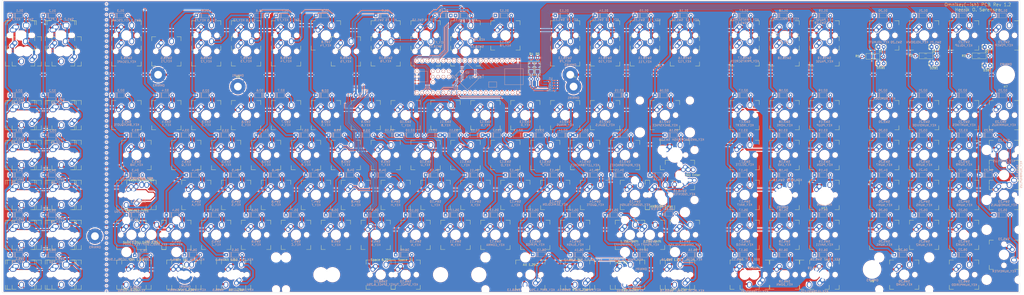
<source format=kicad_pcb>
(kicad_pcb (version 20171130) (host pcbnew "(5.1.2-1)-1")
  (layers (0 F.Cu signal) (31 B.Cu signal) (34 B.Paste user) (35 F.Paste user) (36 B.SilkS user) (37 F.SilkS user) (38 B.Mask user) (39 F.Mask user) (44 Edge.Cuts user))
  (net 0 "")
  (net 1 GND)
  (net 2 "Net-(D1.11-Pad2)")
  (net 3 COL11)
  (net 4 "Net-(D1.13-Pad2)")
  (net 5 COL13)
  (net 6 COL4)
  (net 7 "Net-(D1.9-Pad2)")
  (net 8 COL9)
  (net 9 "Net-(D1.7-Pad2)")
  (net 10 "Net-(D1.2-Pad2)")
  (net 11 COL2)
  (net 12 "Net-(D1.15-Pad2)")
  (net 13 COL15)
  (net 14 "Net-(D1.5-Pad2)")
  (net 15 COL5)
  (net 16 "Net-(D1.12-Pad2)")
  (net 17 COL12)
  (net 18 "Net-(D1.10-Pad2)")
  (net 19 COL10)
  (net 20 "Net-(D1.3-Pad2)")
  (net 21 COL3)
  (net 22 "Net-(D1.8-Pad2)")
  (net 23 "Net-(D1.1-Pad2)")
  (net 24 COL1)
  (net 25 "Net-(D1.14-Pad2)")
  (net 26 COL14)
  (net 27 "Net-(D1.16-Pad2)")
  (net 28 COL16)
  (net 29 "Net-(D1.6-Pad2)")
  (net 30 "Net-(D2.6-Pad2)")
  (net 31 "Net-(D2.16-Pad2)")
  (net 32 "Net-(D2.8-Pad2)")
  (net 33 "Net-(D2.14-Pad2)")
  (net 34 "Net-(D2.10-Pad2)")
  (net 35 "Net-(D2.3-Pad2)")
  (net 36 "Net-(D2.15-Pad2)")
  (net 37 "Net-(D2.5-Pad2)")
  (net 38 "Net-(D2.1-Pad2)")
  (net 39 "Net-(D2.2-Pad2)")
  (net 40 "Net-(D2.12-Pad2)")
  (net 41 "Net-(D2.13-Pad2)")
  (net 42 "Net-(D2.11-Pad2)")
  (net 43 "Net-(D2.9-Pad2)")
  (net 44 "Net-(D2.4-Pad2)")
  (net 45 "Net-(D2.7-Pad2)")
  (net 46 "Net-(D3.6-Pad2)")
  (net 47 "Net-(D3.16-Pad2)")
  (net 48 "Net-(D3.9-Pad2)")
  (net 49 "Net-(D3.1-Pad2)")
  (net 50 "Net-(D3.11-Pad2)")
  (net 51 "Net-(D3.4-Pad2)")
  (net 52 "Net-(D3.12-Pad2)")
  (net 53 "Net-(D3.2-Pad2)")
  (net 54 "Net-(D3.15-Pad2)")
  (net 55 "Net-(D3.14-Pad2)")
  (net 56 "Net-(D3.10-Pad2)")
  (net 57 "Net-(D3.13-Pad2)")
  (net 58 "Net-(D3.7-Pad2)")
  (net 59 "Net-(D3.5-Pad2)")
  (net 60 "Net-(D3.8-Pad2)")
  (net 61 "Net-(D3.3-Pad2)")
  (net 62 "Net-(D4.9-Pad2)")
  (net 63 "Net-(D4.3-Pad2)")
  (net 64 "Net-(D4.8-Pad2)")
  (net 65 "Net-(D4.13-Pad2)")
  (net 66 "Net-(D4.1-Pad2)")
  (net 67 "Net-(D4.5-Pad2)")
  (net 68 "Net-(D4.7-Pad2)")
  (net 69 "Net-(D4.12-Pad2)")
  (net 70 "Net-(D4.14-Pad2)")
  (net 71 "Net-(D4.4-Pad2)")
  (net 72 "Net-(D4.10-Pad2)")
  (net 73 "Net-(D4.11-Pad2)")
  (net 74 "Net-(D4.6-Pad2)")
  (net 75 "Net-(D4.2-Pad2)")
  (net 76 "Net-(D5.13-Pad2)")
  (net 77 "Net-(D5.4-Pad2)")
  (net 78 "Net-(D5.15-Pad2)")
  (net 79 "Net-(D5.2-Pad2)")
  (net 80 "Net-(D5.1-Pad2)")
  (net 81 "Net-(D5.6-Pad2)")
  (net 82 "Net-(D5.12-Pad2)")
  (net 83 "Net-(D5.7-Pad2)")
  (net 84 "Net-(D5.11-Pad2)")
  (net 85 "Net-(D5.3-Pad2)")
  (net 86 "Net-(D5.9-Pad2)")
  (net 87 "Net-(D5.8-Pad2)")
  (net 88 "Net-(D5.5-Pad2)")
  (net 89 "Net-(D5.16-Pad2)")
  (net 90 "Net-(D5.14-Pad2)")
  (net 91 "Net-(D5.10-Pad2)")
  (net 92 "Net-(D6.10-Pad2)")
  (net 93 "Net-(D6.2-Pad2)")
  (net 94 "Net-(D6.1-Pad2)")
  (net 95 "Net-(D6.15-Pad2)")
  (net 96 "Net-(D6.3-Pad2)")
  (net 97 "Net-(D6.5-Pad2)")
  (net 98 "Net-(D6.13-Pad2)")
  (net 99 "Net-(D6.4-Pad2)")
  (net 100 ROW1)
  (net 101 ROW2)
  (net 102 ROW3)
  (net 103 ROW4)
  (net 104 ROW5)
  (net 105 ROW6)
  (net 106 COL6)
  (net 107 COL7)
  (net 108 COL8)
  (net 109 COL19)
  (net 110 COL17)
  (net 111 COL21)
  (net 112 COL23)
  (net 113 COL18)
  (net 114 COL20)
  (net 115 COL22)
  (net 116 +5V)
  (net 117 "Net-(U2-Pad52)")
  (net 118 "Net-(U2-Pad33)")
  (net 119 "Net-(U2-Pad32)")
  (net 120 "Net-(D1.19-Pad2)")
  (net 121 "Net-(D1.18-Pad2)")
  (net 122 "Net-(D1.17-Pad2)")
  (net 123 "Net-(D2.19-Pad2)")
  (net 124 "Net-(D2.17-Pad2)")
  (net 125 "Net-(D2.21-Pad2)")
  (net 126 "Net-(D2.20-Pad2)")
  (net 127 "Net-(D2.23-Pad2)")
  (net 128 "Net-(D2.22-Pad2)")
  (net 129 "Net-(D2.18-Pad2)")
  (net 130 "Net-(D3.22-Pad2)")
  (net 131 "Net-(D3.20-Pad2)")
  (net 132 "Net-(D3.21-Pad2)")
  (net 133 "Net-(D3.23-Pad2)")
  (net 134 "Net-(D3.18-Pad2)")
  (net 135 "Net-(D3.17-Pad2)")
  (net 136 "Net-(D3.19-Pad2)")
  (net 137 "Net-(D4.20-Pad2)")
  (net 138 "Net-(D4.17-Pad2)")
  (net 139 "Net-(D4.22-Pad2)")
  (net 140 "Net-(D4.23-Pad2)")
  (net 141 "Net-(D4.19-Pad2)")
  (net 142 "Net-(D4.18-Pad2)")
  (net 143 "Net-(D4.21-Pad2)")
  (net 144 "Net-(D5.23-Pad2)")
  (net 145 "Net-(D5.22-Pad2)")
  (net 146 "Net-(D5.20-Pad2)")
  (net 147 "Net-(D5.18-Pad2)")
  (net 148 "Net-(D5.17-Pad2)")
  (net 149 "Net-(D5.19-Pad2)")
  (net 150 "Net-(D5.21-Pad2)")
  (net 151 "Net-(D6.19-Pad2)")
  (net 152 "Net-(D6.17-Pad2)")
  (net 153 "Net-(D6.18-Pad2)")
  (net 154 "Net-(D6.20-Pad2)")
  (net 155 "Net-(D6.22-Pad2)")
  (net 156 "Net-(D4.16-Pad2)")
  (net 157 "Net-(D4.15-Pad2)")
  (net 158 "Net-(D6.14-Pad2)")
  (net 159 "Net-(D6.16-Pad2)")
  (net 160 "Net-(U2-Pad51)")
  (net 161 "Net-(U2-Pad50)")
  (net 162 "Net-(U2-Pad49)")
  (net 163 "Net-(U2-Pad48)")
  (net 164 "Net-(U2-Pad47)")
  (net 165 "Net-(U2-Pad46)")
  (net 166 "Net-(U2-Pad45)")
  (net 167 "Net-(U2-Pad44)")
  (net 168 "Net-(D1.23-Pad2)")
  (net 169 "Net-(D1.20-Pad2)")
  (net 170 "Net-(D1.21-Pad2)")
  (net 171 "Net-(D1.22-Pad2)")
  (net 172 "Net-(D1-Pad2)")
  (net 173 "Net-(D2-Pad2)")
  (net 174 "Net-(D3-Pad2)")
  (net 175 "Net-(U2-Pad23)")
  (net 176 /NUMLOCK)
  (net 177 /CAPSLOCK)
  (net 178 /SCROLLOCK)
  (net 179 /SDA)
  (net 180 /SCL)
  (net 181 /EERPOM_WP)
  (net 182 "Net-(U2-Pad9)")
  (module MX_Alps_Hybrid:MX-1.5U-NoLED (layer F.Cu) (at 456.3745 173.99 180)
    (fp_text reference SW6B.19 (at 0 3.175) (layer B.SilkS) (effects (justify mirror)))
    (fp_text value KEY_ULTRADELETE (at 0 -7.9375) (layer B.SilkS) (effects (justify mirror)))
    (pad "" np_thru_hole circle (at 5.08 0 228.0996) (size 1.75 1.75) (drill 1.75) (layers *.Cu *.Mask))
    (pad "" np_thru_hole circle (at -5.08 0 228.0996) (size 1.75 1.75) (drill 1.75) (layers *.Cu *.Mask))
    (pad 1 thru_hole circle (at -2.5 -4 180) (size 2.25 2.25) (drill 1.47) (layers *.Cu *.Mask) (net 151 "Net-(D6.19-Pad2)"))
    (pad "" np_thru_hole circle (at 0 0 180) (size 3.9878 3.9878) (drill 3.9878) (layers *.Cu *.Mask))
    (pad 1 thru_hole oval (at -3.81 -2.54 228) (size 4.211556 2.25) (drill 1.47 (offset 0.980778 0)) (layers *.Cu *.Mask) (net 151 "Net-(D6.19-Pad2)"))
    (pad 2 thru_hole circle (at 2.54 -5.08 180) (size 2.25 2.25) (drill 1.47) (layers *.Cu *.Mask) (net 105 ROW6))
    (pad 2 thru_hole oval (at 2.5 -4.5 266) (size 2.831378 2.25) (drill 1.47 (offset 0.290689 0)) (layers *.Cu *.Mask) (net 105 ROW6))
  )
  (module MX_Alps_Hybrid:MX-1.5U-NoLED (layer F.Cu) (at 427.7995 173.99 180)
    (fp_text reference SW6B.17 (at 0 3.175) (layer B.SilkS) (effects (justify mirror)))
    (fp_text value KEY_ULTRAINSERT (at 0 -7.9375) (layer B.SilkS) (effects (justify mirror)))
    (pad "" np_thru_hole circle (at 5.08 0 228.0996) (size 1.75 1.75) (drill 1.75) (layers *.Cu *.Mask))
    (pad "" np_thru_hole circle (at -5.08 0 228.0996) (size 1.75 1.75) (drill 1.75) (layers *.Cu *.Mask))
    (pad 1 thru_hole circle (at -2.5 -4 180) (size 2.25 2.25) (drill 1.47) (layers *.Cu *.Mask) (net 152 "Net-(D6.17-Pad2)"))
    (pad "" np_thru_hole circle (at 0 0 180) (size 3.9878 3.9878) (drill 3.9878) (layers *.Cu *.Mask))
    (pad 1 thru_hole oval (at -3.81 -2.54 228) (size 4.211556 2.25) (drill 1.47 (offset 0.980778 0)) (layers *.Cu *.Mask) (net 152 "Net-(D6.17-Pad2)"))
    (pad 2 thru_hole circle (at 2.54 -5.08 180) (size 2.25 2.25) (drill 1.47) (layers *.Cu *.Mask) (net 105 ROW6))
    (pad 2 thru_hole oval (at 2.5 -4.5 266) (size 2.831378 2.25) (drill 1.47 (offset 0.290689 0)) (layers *.Cu *.Mask) (net 105 ROW6))
  )
  (module MX_Alps_Hybrid:MX-Big-Ass-Enter-NoLED (layer F.Cu) (at 382.55575 135.89)
    (fp_text reference SW4.16 (at 0.09525 5.334) (layer B.SilkS) (effects (justify mirror)))
    (fp_text value KEY_ENTER (at -0.15875 6.731) (layer B.SilkS) (effects (justify mirror)))
    (pad "" np_thru_hole circle (at 7.14375 -19.05) (size 6.5 6.5) (drill 6.5) (layers *.Cu *.Mask))
    (pad "" np_thru_hole circle (at 11.938 8.255) (size 3.9878 3.9878) (drill 3.9878) (layers *.Cu *.Mask))
    (pad "" np_thru_hole circle (at -11.938 8.255) (size 3.9878 3.9878) (drill 3.9878) (layers *.Cu *.Mask))
    (pad "" np_thru_hole circle (at 11.938 -6.985) (size 3.048 3.048) (drill 3.048) (layers *.Cu *.Mask))
    (pad "" np_thru_hole circle (at -11.938 -6.985) (size 3.048 3.048) (drill 3.048) (layers *.Cu *.Mask))
    (pad "" np_thru_hole circle (at 5.08 0 48.0996) (size 1.75 1.75) (drill 1.75) (layers *.Cu *.Mask))
    (pad "" np_thru_hole circle (at -5.08 0 48.0996) (size 1.75 1.75) (drill 1.75) (layers *.Cu *.Mask))
    (pad 1 thru_hole circle (at -2.5 -4) (size 2.25 2.25) (drill 1.47) (layers *.Cu *.Mask) (net 103 ROW4))
    (pad "" np_thru_hole circle (at 0 0) (size 3.9878 3.9878) (drill 3.9878) (layers *.Cu *.Mask))
    (pad 1 thru_hole oval (at -3.81 -2.54 48) (size 4.211556 2.25) (drill 1.47 (offset 0.980778 0)) (layers *.Cu *.Mask) (net 103 ROW4))
    (pad 2 thru_hole circle (at 2.54 -5.08) (size 2.25 2.25) (drill 1.47) (layers *.Cu *.Mask) (net 156 "Net-(D4.16-Pad2)"))
    (pad 2 thru_hole oval (at 2.5 -4.5 86) (size 2.831378 2.25) (drill 1.47 (offset 0.290689 0)) (layers *.Cu *.Mask) (net 156 "Net-(D4.16-Pad2)"))
  )
  (module MX_Alps_Hybrid:MX-1U-NoLED (layer F.Cu) (at 96.812 173.99)
    (fp_text reference SW6C.2 hide)
    (fp_text value KEY_P10 hide)
    (pad "" np_thru_hole circle (at 5.08 0 48.0996) (size 1.75 1.75) (drill 1.75) (layers *.Cu *.Mask))
    (pad "" np_thru_hole circle (at -5.08 0 48.0996) (size 1.75 1.75) (drill 1.75) (layers *.Cu *.Mask))
    (pad 1 thru_hole circle (at -2.5 -4) (size 2.25 2.25) (drill 1.47) (layers *.Cu *.Mask) (net 105 ROW6))
    (pad "" np_thru_hole circle (at 0 0) (size 3.9878 3.9878) (drill 3.9878) (layers *.Cu *.Mask))
    (pad 1 thru_hole oval (at -3.81 -2.54 48) (size 4.211556 2.25) (drill 1.47 (offset 0.980778 0)) (layers *.Cu *.Mask) (net 105 ROW6))
    (pad 2 thru_hole circle (at 2.54 -5.08) (size 2.25 2.25) (drill 1.47) (layers *.Cu *.Mask) (net 93 "Net-(D6.2-Pad2)"))
    (pad 2 thru_hole oval (at 2.5 -4.5 86) (size 2.831378 2.25) (drill 1.47 (offset 0.290689 0)) (layers *.Cu *.Mask) (net 93 "Net-(D6.2-Pad2)"))
  )
  (module MX_Alps_Hybrid:MX-1U-NoLED (layer F.Cu) (at 77.762 173.99)
    (fp_text reference SW6C.1 hide)
    (fp_text value KEY_P9 hide)
    (pad "" np_thru_hole circle (at 5.08 0 48.0996) (size 1.75 1.75) (drill 1.75) (layers *.Cu *.Mask))
    (pad "" np_thru_hole circle (at -5.08 0 48.0996) (size 1.75 1.75) (drill 1.75) (layers *.Cu *.Mask))
    (pad 1 thru_hole circle (at -2.5 -4) (size 2.25 2.25) (drill 1.47) (layers *.Cu *.Mask) (net 105 ROW6))
    (pad "" np_thru_hole circle (at 0 0) (size 3.9878 3.9878) (drill 3.9878) (layers *.Cu *.Mask))
    (pad 1 thru_hole oval (at -3.81 -2.54 48) (size 4.211556 2.25) (drill 1.47 (offset 0.980778 0)) (layers *.Cu *.Mask) (net 105 ROW6))
    (pad 2 thru_hole circle (at 2.54 -5.08) (size 2.25 2.25) (drill 1.47) (layers *.Cu *.Mask) (net 94 "Net-(D6.1-Pad2)"))
    (pad 2 thru_hole oval (at 2.5 -4.5 86) (size 2.831378 2.25) (drill 1.47 (offset 0.290689 0)) (layers *.Cu *.Mask) (net 94 "Net-(D6.1-Pad2)"))
  )
  (module MX_Alps_Hybrid:MX-1U-NoLED (layer F.Cu) (at 77.762 154.94)
    (fp_text reference SW5C.1 hide)
    (fp_text value KEY_P7 hide)
    (pad "" np_thru_hole circle (at 5.08 0 48.0996) (size 1.75 1.75) (drill 1.75) (layers *.Cu *.Mask))
    (pad "" np_thru_hole circle (at -5.08 0 48.0996) (size 1.75 1.75) (drill 1.75) (layers *.Cu *.Mask))
    (pad 1 thru_hole circle (at -2.5 -4) (size 2.25 2.25) (drill 1.47) (layers *.Cu *.Mask) (net 104 ROW5))
    (pad "" np_thru_hole circle (at 0 0) (size 3.9878 3.9878) (drill 3.9878) (layers *.Cu *.Mask))
    (pad 1 thru_hole oval (at -3.81 -2.54 48) (size 4.211556 2.25) (drill 1.47 (offset 0.980778 0)) (layers *.Cu *.Mask) (net 104 ROW5))
    (pad 2 thru_hole circle (at 2.54 -5.08) (size 2.25 2.25) (drill 1.47) (layers *.Cu *.Mask) (net 80 "Net-(D5.1-Pad2)"))
    (pad 2 thru_hole oval (at 2.5 -4.5 86) (size 2.831378 2.25) (drill 1.47 (offset 0.290689 0)) (layers *.Cu *.Mask) (net 80 "Net-(D5.1-Pad2)"))
  )
  (module MX_Alps_Hybrid:MX-1U-NoLED (layer F.Cu) (at 96.812 154.94)
    (fp_text reference SW5C.2 hide)
    (fp_text value KEY_P8 hide)
    (pad "" np_thru_hole circle (at 5.08 0 48.0996) (size 1.75 1.75) (drill 1.75) (layers *.Cu *.Mask))
    (pad "" np_thru_hole circle (at -5.08 0 48.0996) (size 1.75 1.75) (drill 1.75) (layers *.Cu *.Mask))
    (pad 1 thru_hole circle (at -2.5 -4) (size 2.25 2.25) (drill 1.47) (layers *.Cu *.Mask) (net 104 ROW5))
    (pad "" np_thru_hole circle (at 0 0) (size 3.9878 3.9878) (drill 3.9878) (layers *.Cu *.Mask))
    (pad 1 thru_hole oval (at -3.81 -2.54 48) (size 4.211556 2.25) (drill 1.47 (offset 0.980778 0)) (layers *.Cu *.Mask) (net 104 ROW5))
    (pad 2 thru_hole circle (at 2.54 -5.08) (size 2.25 2.25) (drill 1.47) (layers *.Cu *.Mask) (net 79 "Net-(D5.2-Pad2)"))
    (pad 2 thru_hole oval (at 2.5 -4.5 86) (size 2.831378 2.25) (drill 1.47 (offset 0.290689 0)) (layers *.Cu *.Mask) (net 79 "Net-(D5.2-Pad2)"))
  )
  (module MX_Alps_Hybrid:MX-1U-NoLED (layer F.Cu) (at 77.762 135.89)
    (fp_text reference SW4C.1 hide)
    (fp_text value KEY_P5 hide)
    (pad "" np_thru_hole circle (at 5.08 0 48.0996) (size 1.75 1.75) (drill 1.75) (layers *.Cu *.Mask))
    (pad "" np_thru_hole circle (at -5.08 0 48.0996) (size 1.75 1.75) (drill 1.75) (layers *.Cu *.Mask))
    (pad 1 thru_hole circle (at -2.5 -4) (size 2.25 2.25) (drill 1.47) (layers *.Cu *.Mask) (net 103 ROW4))
    (pad "" np_thru_hole circle (at 0 0) (size 3.9878 3.9878) (drill 3.9878) (layers *.Cu *.Mask))
    (pad 1 thru_hole oval (at -3.81 -2.54 48) (size 4.211556 2.25) (drill 1.47 (offset 0.980778 0)) (layers *.Cu *.Mask) (net 103 ROW4))
    (pad 2 thru_hole circle (at 2.54 -5.08) (size 2.25 2.25) (drill 1.47) (layers *.Cu *.Mask) (net 66 "Net-(D4.1-Pad2)"))
    (pad 2 thru_hole oval (at 2.5 -4.5 86) (size 2.831378 2.25) (drill 1.47 (offset 0.290689 0)) (layers *.Cu *.Mask) (net 66 "Net-(D4.1-Pad2)"))
  )
  (module MX_Alps_Hybrid:MX-1U-NoLED (layer F.Cu) (at 96.812 135.89)
    (fp_text reference SW4C.2 hide)
    (fp_text value KEY_P6 hide)
    (pad "" np_thru_hole circle (at 5.08 0 48.0996) (size 1.75 1.75) (drill 1.75) (layers *.Cu *.Mask))
    (pad "" np_thru_hole circle (at -5.08 0 48.0996) (size 1.75 1.75) (drill 1.75) (layers *.Cu *.Mask))
    (pad 1 thru_hole circle (at -2.5 -4) (size 2.25 2.25) (drill 1.47) (layers *.Cu *.Mask) (net 103 ROW4))
    (pad "" np_thru_hole circle (at 0 0) (size 3.9878 3.9878) (drill 3.9878) (layers *.Cu *.Mask))
    (pad 1 thru_hole oval (at -3.81 -2.54 48) (size 4.211556 2.25) (drill 1.47 (offset 0.980778 0)) (layers *.Cu *.Mask) (net 103 ROW4))
    (pad 2 thru_hole circle (at 2.54 -5.08) (size 2.25 2.25) (drill 1.47) (layers *.Cu *.Mask) (net 75 "Net-(D4.2-Pad2)"))
    (pad 2 thru_hole oval (at 2.5 -4.5 86) (size 2.831378 2.25) (drill 1.47 (offset 0.290689 0)) (layers *.Cu *.Mask) (net 75 "Net-(D4.2-Pad2)"))
  )
  (module MX_Alps_Hybrid:MX-1U-NoLED (layer F.Cu) (at 77.762 116.84)
    (fp_text reference SW3C.1 hide)
    (fp_text value KEY_P3 hide)
    (pad "" np_thru_hole circle (at 5.08 0 48.0996) (size 1.75 1.75) (drill 1.75) (layers *.Cu *.Mask))
    (pad "" np_thru_hole circle (at -5.08 0 48.0996) (size 1.75 1.75) (drill 1.75) (layers *.Cu *.Mask))
    (pad 1 thru_hole circle (at -2.5 -4) (size 2.25 2.25) (drill 1.47) (layers *.Cu *.Mask) (net 102 ROW3))
    (pad "" np_thru_hole circle (at 0 0) (size 3.9878 3.9878) (drill 3.9878) (layers *.Cu *.Mask))
    (pad 1 thru_hole oval (at -3.81 -2.54 48) (size 4.211556 2.25) (drill 1.47 (offset 0.980778 0)) (layers *.Cu *.Mask) (net 102 ROW3))
    (pad 2 thru_hole circle (at 2.54 -5.08) (size 2.25 2.25) (drill 1.47) (layers *.Cu *.Mask) (net 49 "Net-(D3.1-Pad2)"))
    (pad 2 thru_hole oval (at 2.5 -4.5 86) (size 2.831378 2.25) (drill 1.47 (offset 0.290689 0)) (layers *.Cu *.Mask) (net 49 "Net-(D3.1-Pad2)"))
  )
  (module MX_Alps_Hybrid:MX-1U-NoLED (layer F.Cu) (at 96.812 116.84)
    (fp_text reference SW3C.2 hide)
    (fp_text value KEY_P4 hide)
    (pad "" np_thru_hole circle (at 5.08 0 48.0996) (size 1.75 1.75) (drill 1.75) (layers *.Cu *.Mask))
    (pad "" np_thru_hole circle (at -5.08 0 48.0996) (size 1.75 1.75) (drill 1.75) (layers *.Cu *.Mask))
    (pad 1 thru_hole circle (at -2.5 -4) (size 2.25 2.25) (drill 1.47) (layers *.Cu *.Mask) (net 102 ROW3))
    (pad "" np_thru_hole circle (at 0 0) (size 3.9878 3.9878) (drill 3.9878) (layers *.Cu *.Mask))
    (pad 1 thru_hole oval (at -3.81 -2.54 48) (size 4.211556 2.25) (drill 1.47 (offset 0.980778 0)) (layers *.Cu *.Mask) (net 102 ROW3))
    (pad 2 thru_hole circle (at 2.54 -5.08) (size 2.25 2.25) (drill 1.47) (layers *.Cu *.Mask) (net 53 "Net-(D3.2-Pad2)"))
    (pad 2 thru_hole oval (at 2.5 -4.5 86) (size 2.831378 2.25) (drill 1.47 (offset 0.290689 0)) (layers *.Cu *.Mask) (net 53 "Net-(D3.2-Pad2)"))
  )
  (module MX_Alps_Hybrid:MX-1U-NoLED (layer F.Cu) (at 77.762 97.79)
    (fp_text reference SW2C.1 hide)
    (fp_text value KEY_P1 hide)
    (pad "" np_thru_hole circle (at 5.08 0 48.0996) (size 1.75 1.75) (drill 1.75) (layers *.Cu *.Mask))
    (pad "" np_thru_hole circle (at -5.08 0 48.0996) (size 1.75 1.75) (drill 1.75) (layers *.Cu *.Mask))
    (pad 1 thru_hole circle (at -2.5 -4) (size 2.25 2.25) (drill 1.47) (layers *.Cu *.Mask) (net 101 ROW2))
    (pad "" np_thru_hole circle (at 0 0) (size 3.9878 3.9878) (drill 3.9878) (layers *.Cu *.Mask))
    (pad 1 thru_hole oval (at -3.81 -2.54 48) (size 4.211556 2.25) (drill 1.47 (offset 0.980778 0)) (layers *.Cu *.Mask) (net 101 ROW2))
    (pad 2 thru_hole circle (at 2.54 -5.08) (size 2.25 2.25) (drill 1.47) (layers *.Cu *.Mask) (net 38 "Net-(D2.1-Pad2)"))
    (pad 2 thru_hole oval (at 2.5 -4.5 86) (size 2.831378 2.25) (drill 1.47 (offset 0.290689 0)) (layers *.Cu *.Mask) (net 38 "Net-(D2.1-Pad2)"))
  )
  (module MX_Alps_Hybrid:MX-1U-NoLED (layer F.Cu) (at 96.812 97.79)
    (fp_text reference SW2C.2 hide)
    (fp_text value KEY_P2 hide)
    (pad "" np_thru_hole circle (at 5.08 0 48.0996) (size 1.75 1.75) (drill 1.75) (layers *.Cu *.Mask))
    (pad "" np_thru_hole circle (at -5.08 0 48.0996) (size 1.75 1.75) (drill 1.75) (layers *.Cu *.Mask))
    (pad 1 thru_hole circle (at -2.5 -4) (size 2.25 2.25) (drill 1.47) (layers *.Cu *.Mask) (net 101 ROW2))
    (pad "" np_thru_hole circle (at 0 0) (size 3.9878 3.9878) (drill 3.9878) (layers *.Cu *.Mask))
    (pad 1 thru_hole oval (at -3.81 -2.54 48) (size 4.211556 2.25) (drill 1.47 (offset 0.980778 0)) (layers *.Cu *.Mask) (net 101 ROW2))
    (pad 2 thru_hole circle (at 2.54 -5.08) (size 2.25 2.25) (drill 1.47) (layers *.Cu *.Mask) (net 39 "Net-(D2.2-Pad2)"))
    (pad 2 thru_hole oval (at 2.5 -4.5 86) (size 2.831378 2.25) (drill 1.47 (offset 0.290689 0)) (layers *.Cu *.Mask) (net 39 "Net-(D2.2-Pad2)"))
  )
  (module MX_Alps_Hybrid:MX-1U-NoLED (layer F.Cu) (at 96.812 59.69)
    (fp_text reference SW1D.2 hide)
    (fp_text value KEY_P12 hide)
    (pad "" np_thru_hole circle (at 5.08 0 48.0996) (size 1.75 1.75) (drill 1.75) (layers *.Cu *.Mask))
    (pad "" np_thru_hole circle (at -5.08 0 48.0996) (size 1.75 1.75) (drill 1.75) (layers *.Cu *.Mask))
    (pad 1 thru_hole circle (at -2.5 -4) (size 2.25 2.25) (drill 1.47) (layers *.Cu *.Mask) (net 100 ROW1))
    (pad "" np_thru_hole circle (at 0 0) (size 3.9878 3.9878) (drill 3.9878) (layers *.Cu *.Mask))
    (pad 1 thru_hole oval (at -3.81 -2.54 48) (size 4.211556 2.25) (drill 1.47 (offset 0.980778 0)) (layers *.Cu *.Mask) (net 100 ROW1))
    (pad 2 thru_hole circle (at 2.54 -5.08) (size 2.25 2.25) (drill 1.47) (layers *.Cu *.Mask) (net 10 "Net-(D1.2-Pad2)"))
    (pad 2 thru_hole oval (at 2.5 -4.5 86) (size 2.831378 2.25) (drill 1.47 (offset 0.290689 0)) (layers *.Cu *.Mask) (net 10 "Net-(D1.2-Pad2)"))
  )
  (module MX_Alps_Hybrid:MX-1U-NoLED (layer F.Cu) (at 77.762 59.69)
    (fp_text reference SW1D.1 hide)
    (fp_text value KEY_P11 hide)
    (pad "" np_thru_hole circle (at 5.08 0 48.0996) (size 1.75 1.75) (drill 1.75) (layers *.Cu *.Mask))
    (pad "" np_thru_hole circle (at -5.08 0 48.0996) (size 1.75 1.75) (drill 1.75) (layers *.Cu *.Mask))
    (pad 1 thru_hole circle (at -2.5 -4) (size 2.25 2.25) (drill 1.47) (layers *.Cu *.Mask) (net 100 ROW1))
    (pad "" np_thru_hole circle (at 0 0) (size 3.9878 3.9878) (drill 3.9878) (layers *.Cu *.Mask))
    (pad 1 thru_hole oval (at -3.81 -2.54 48) (size 4.211556 2.25) (drill 1.47 (offset 0.980778 0)) (layers *.Cu *.Mask) (net 100 ROW1))
    (pad 2 thru_hole circle (at 2.54 -5.08) (size 2.25 2.25) (drill 1.47) (layers *.Cu *.Mask) (net 23 "Net-(D1.1-Pad2)"))
    (pad 2 thru_hole oval (at 2.5 -4.5 86) (size 2.831378 2.25) (drill 1.47 (offset 0.290689 0)) (layers *.Cu *.Mask) (net 23 "Net-(D1.1-Pad2)"))
  )
  (module MountingHole:MountingHole_312.5mil (layer F.Cu) (at 461.137 136.525)
    (fp_text reference H11 (at 0 5.715) (layer F.SilkS))
    (fp_text value MountingHole)
    (pad "" np_thru_hole circle (at 0 0) (size 7.9375 7.9375) (drill 7.9375) (layers *.Cu *.Mask))
  )
  (module MountingHole:MountingHole_312.5mil (layer F.Cu) (at 483.87 171.45)
    (fp_text reference H9 (at 0 5.715) (layer F.SilkS))
    (fp_text value MountingHole)
    (pad "" np_thru_hole circle (at 0 0) (size 7.9375 7.9375) (drill 7.9375) (layers *.Cu *.Mask))
  )
  (module MountingHole:MountingHole_312.5mil (layer F.Cu) (at 547.6875 78.475)
    (fp_text reference H7 (at 0 5.715) (layer F.SilkS))
    (fp_text value MountingHole)
    (pad "" np_thru_hole circle (at 0 0) (size 7.9375 7.9375) (drill 7.9375) (layers *.Cu *.Mask))
  )
  (module MountingHole:MountingHole_3.7mm_Pad (layer F.Cu) (at 180.975 84.1375)
    (fp_text reference H5 (at 0 -4.7) (layer F.SilkS))
    (fp_text value MountingHole_Pad)
    (pad 1 thru_hole circle (at 0 0) (size 7.4 7.4) (drill 3.7) (layers *.Cu *.Mask) (net 1 GND))
  )
  (module MountingHole:MountingHole_3.7mm_Pad (layer F.Cu) (at 341.3125 84.1375)
    (fp_text reference H4 (at 0 -4.7) (layer F.SilkS))
    (fp_text value MountingHole_Pad)
    (pad 1 thru_hole circle (at 0 0) (size 7.4 7.4) (drill 3.7) (layers *.Cu *.Mask) (net 1 GND))
  )
  (module MountingHole:MountingHole_3.7mm_Pad (layer F.Cu) (at 155.575 174.625)
    (fp_text reference H2 (at 0 -4.7) (layer F.SilkS))
    (fp_text value MountingHole_Pad)
    (pad 1 thru_hole circle (at 0 0) (size 7.4 7.4) (drill 3.7) (layers *.Cu *.Mask) (net 1 GND))
  )
  (module MX_Alps_Hybrid:MX-1.25U-NoLED (layer F.Cu) (at 130.14325 135.89 180)
    (fp_text reference SW4C.3 (at 0 3.175) (layer B.SilkS) (effects (justify mirror)))
    (fp_text value KEY_CAPSLOCK_1.25U (at 0 -7.9375) (layer B.SilkS) (effects (justify mirror)))
    (pad "" np_thru_hole circle (at 5.08 0 228.0996) (size 1.75 1.75) (drill 1.75) (layers *.Cu *.Mask))
    (pad "" np_thru_hole circle (at -5.08 0 228.0996) (size 1.75 1.75) (drill 1.75) (layers *.Cu *.Mask))
    (pad 1 thru_hole circle (at -2.5 -4 180) (size 2.25 2.25) (drill 1.47) (layers *.Cu *.Mask) (net 103 ROW4))
    (pad "" np_thru_hole circle (at 0 0 180) (size 3.9878 3.9878) (drill 3.9878) (layers *.Cu *.Mask))
    (pad 1 thru_hole oval (at -3.81 -2.54 228) (size 4.211556 2.25) (drill 1.47 (offset 0.980778 0)) (layers *.Cu *.Mask) (net 103 ROW4))
    (pad 2 thru_hole circle (at 2.54 -5.08 180) (size 2.25 2.25) (drill 1.47) (layers *.Cu *.Mask) (net 63 "Net-(D4.3-Pad2)"))
    (pad 2 thru_hole oval (at 2.5 -4.5 266) (size 2.831378 2.25) (drill 1.47 (offset 0.290689 0)) (layers *.Cu *.Mask) (net 63 "Net-(D4.3-Pad2)"))
  )
  (module MX_Alps_Hybrid:MX-1.5U-NoLED (layer F.Cu) (at 132.5245 135.89)
    (fp_text reference SW4B.3 (at 0 3.175) (layer B.SilkS) (effects (justify mirror)))
    (fp_text value KEY_CAPSLOCK_1.5U (at 0 -7.9375) (layer B.SilkS) (effects (justify mirror)))
    (pad "" np_thru_hole circle (at 5.08 0 48.0996) (size 1.75 1.75) (drill 1.75) (layers *.Cu *.Mask))
    (pad "" np_thru_hole circle (at -5.08 0 48.0996) (size 1.75 1.75) (drill 1.75) (layers *.Cu *.Mask))
    (pad 1 thru_hole circle (at -2.5 -4) (size 2.25 2.25) (drill 1.47) (layers *.Cu *.Mask) (net 103 ROW4))
    (pad "" np_thru_hole circle (at 0 0) (size 3.9878 3.9878) (drill 3.9878) (layers *.Cu *.Mask))
    (pad 1 thru_hole oval (at -3.81 -2.54 48) (size 4.211556 2.25) (drill 1.47 (offset 0.980778 0)) (layers *.Cu *.Mask) (net 103 ROW4))
    (pad 2 thru_hole circle (at 2.54 -5.08) (size 2.25 2.25) (drill 1.47) (layers *.Cu *.Mask) (net 63 "Net-(D4.3-Pad2)"))
    (pad 2 thru_hole oval (at 2.5 -4.5 86) (size 2.831378 2.25) (drill 1.47 (offset 0.290689 0)) (layers *.Cu *.Mask) (net 63 "Net-(D4.3-Pad2)"))
  )
  (module MX_Alps_Hybrid:MX-1U-NoLED (layer F.Cu) (at 442.087 67.31)
    (fp_text reference SW1B.18 (at 0 3.175) (layer B.SilkS) (effects (justify mirror)))
    (fp_text value KEY_SCROLL_LOCK (at 0 -7.9375) (layer B.SilkS) (effects (justify mirror)))
    (pad "" np_thru_hole circle (at 5.08 0 48.0996) (size 1.75 1.75) (drill 1.75) (layers *.Cu *.Mask))
    (pad "" np_thru_hole circle (at -5.08 0 48.0996) (size 1.75 1.75) (drill 1.75) (layers *.Cu *.Mask))
    (pad 1 thru_hole circle (at -2.5 -4) (size 2.25 2.25) (drill 1.47) (layers *.Cu *.Mask) (net 100 ROW1))
    (pad "" np_thru_hole circle (at 0 0) (size 3.9878 3.9878) (drill 3.9878) (layers *.Cu *.Mask))
    (pad 1 thru_hole oval (at -3.81 -2.54 48) (size 4.211556 2.25) (drill 1.47 (offset 0.980778 0)) (layers *.Cu *.Mask) (net 100 ROW1))
    (pad 2 thru_hole circle (at 2.54 -5.08) (size 2.25 2.25) (drill 1.47) (layers *.Cu *.Mask) (net 121 "Net-(D1.18-Pad2)"))
    (pad 2 thru_hole oval (at 2.5 -4.5 86) (size 2.831378 2.25) (drill 1.47 (offset 0.290689 0)) (layers *.Cu *.Mask) (net 121 "Net-(D1.18-Pad2)"))
  )
  (module MX_Alps_Hybrid:MX-1.75U-NoLED (layer F.Cu) (at 134.90575 135.89)
    (fp_text reference SW4.3 (at 0 3.175) (layer B.SilkS) (effects (justify mirror)))
    (fp_text value KEY_CAPSLOCK (at 0 -7.9375) (layer B.SilkS) (effects (justify mirror)))
    (pad "" np_thru_hole circle (at 5.08 0 48.0996) (size 1.75 1.75) (drill 1.75) (layers *.Cu *.Mask))
    (pad "" np_thru_hole circle (at -5.08 0 48.0996) (size 1.75 1.75) (drill 1.75) (layers *.Cu *.Mask))
    (pad 1 thru_hole circle (at -2.5 -4) (size 2.25 2.25) (drill 1.47) (layers *.Cu *.Mask) (net 103 ROW4))
    (pad "" np_thru_hole circle (at 0 0) (size 3.9878 3.9878) (drill 3.9878) (layers *.Cu *.Mask))
    (pad 1 thru_hole oval (at -3.81 -2.54 48) (size 4.211556 2.25) (drill 1.47 (offset 0.980778 0)) (layers *.Cu *.Mask) (net 103 ROW4))
    (pad 2 thru_hole circle (at 2.54 -5.08) (size 2.25 2.25) (drill 1.47) (layers *.Cu *.Mask) (net 63 "Net-(D4.3-Pad2)"))
    (pad 2 thru_hole oval (at 2.5 -4.5 86) (size 2.831378 2.25) (drill 1.47 (offset 0.290689 0)) (layers *.Cu *.Mask) (net 63 "Net-(D4.3-Pad2)"))
  )
  (module MX_Alps_Hybrid:MX-1U-NoLED (layer F.Cu) (at 489.712 97.79)
    (fp_text reference SW2.20 (at 0 3.175) (layer B.SilkS) (effects (justify mirror)))
    (fp_text value KEY_NUMLOCK (at 0 -7.9375) (layer B.SilkS) (effects (justify mirror)))
    (pad "" np_thru_hole circle (at 5.08 0 48.0996) (size 1.75 1.75) (drill 1.75) (layers *.Cu *.Mask))
    (pad "" np_thru_hole circle (at -5.08 0 48.0996) (size 1.75 1.75) (drill 1.75) (layers *.Cu *.Mask))
    (pad 1 thru_hole circle (at -2.5 -4) (size 2.25 2.25) (drill 1.47) (layers *.Cu *.Mask) (net 101 ROW2))
    (pad "" np_thru_hole circle (at 0 0) (size 3.9878 3.9878) (drill 3.9878) (layers *.Cu *.Mask))
    (pad 1 thru_hole oval (at -3.81 -2.54 48) (size 4.211556 2.25) (drill 1.47 (offset 0.980778 0)) (layers *.Cu *.Mask) (net 101 ROW2))
    (pad 2 thru_hole circle (at 2.54 -5.08) (size 2.25 2.25) (drill 1.47) (layers *.Cu *.Mask) (net 126 "Net-(D2.20-Pad2)"))
    (pad 2 thru_hole oval (at 2.5 -4.5 86) (size 2.831378 2.25) (drill 1.47 (offset 0.290689 0)) (layers *.Cu *.Mask) (net 126 "Net-(D2.20-Pad2)"))
  )
  (module MX_Alps_Hybrid:MX-1U-NoLED (layer F.Cu) (at 442.087 59.69)
    (fp_text reference SW1.18 (at 0 3.175) (layer B.SilkS) (effects (justify mirror)))
    (fp_text value KEY_SCROLL_LOCK (at 0 -7.9375) (layer B.SilkS) (effects (justify mirror)))
    (pad "" np_thru_hole circle (at 5.08 0 48.0996) (size 1.75 1.75) (drill 1.75) (layers *.Cu *.Mask))
    (pad "" np_thru_hole circle (at -5.08 0 48.0996) (size 1.75 1.75) (drill 1.75) (layers *.Cu *.Mask))
    (pad 1 thru_hole circle (at -2.5 -4) (size 2.25 2.25) (drill 1.47) (layers *.Cu *.Mask) (net 100 ROW1))
    (pad "" np_thru_hole circle (at 0 0) (size 3.9878 3.9878) (drill 3.9878) (layers *.Cu *.Mask))
    (pad 1 thru_hole oval (at -3.81 -2.54 48) (size 4.211556 2.25) (drill 1.47 (offset 0.980778 0)) (layers *.Cu *.Mask) (net 100 ROW1))
    (pad 2 thru_hole circle (at 2.54 -5.08) (size 2.25 2.25) (drill 1.47) (layers *.Cu *.Mask) (net 121 "Net-(D1.18-Pad2)"))
    (pad 2 thru_hole oval (at 2.5 -4.5 86) (size 2.831378 2.25) (drill 1.47 (offset 0.290689 0)) (layers *.Cu *.Mask) (net 121 "Net-(D1.18-Pad2)"))
  )
  (module MX_Alps_Hybrid:MX-1U-NoLED (layer F.Cu) (at 99.187 173.99 180)
    (fp_text reference SW6B.2 hide)
    (fp_text value KEY_P10 (at 5.08 6.096) (layer B.SilkS) (effects (justify mirror)))
    (pad "" np_thru_hole circle (at 5.08 0 228.0996) (size 1.75 1.75) (drill 1.75) (layers *.Cu *.Mask))
    (pad "" np_thru_hole circle (at -5.08 0 228.0996) (size 1.75 1.75) (drill 1.75) (layers *.Cu *.Mask))
    (pad 1 thru_hole circle (at -2.5 -4 180) (size 2.25 2.25) (drill 1.47) (layers *.Cu *.Mask) (net 93 "Net-(D6.2-Pad2)"))
    (pad "" np_thru_hole circle (at 0 0 180) (size 3.9878 3.9878) (drill 3.9878) (layers *.Cu *.Mask))
    (pad 1 thru_hole oval (at -3.81 -2.54 228) (size 4.211556 2.25) (drill 1.47 (offset 0.980778 0)) (layers *.Cu *.Mask) (net 93 "Net-(D6.2-Pad2)"))
    (pad 2 thru_hole circle (at 2.54 -5.08 180) (size 2.25 2.25) (drill 1.47) (layers *.Cu *.Mask) (net 105 ROW6))
    (pad 2 thru_hole oval (at 2.5 -4.5 266) (size 2.831378 2.25) (drill 1.47 (offset 0.290689 0)) (layers *.Cu *.Mask) (net 105 ROW6))
  )
  (module MX_Alps_Hybrid:MX-1U-NoLED (layer F.Cu) (at 80.137 173.99 180)
    (fp_text reference SW6B.1 hide)
    (fp_text value KEY_P9 (at 4.445 6.223) (layer B.SilkS) (effects (justify mirror)))
    (pad "" np_thru_hole circle (at 5.08 0 228.0996) (size 1.75 1.75) (drill 1.75) (layers *.Cu *.Mask))
    (pad "" np_thru_hole circle (at -5.08 0 228.0996) (size 1.75 1.75) (drill 1.75) (layers *.Cu *.Mask))
    (pad 1 thru_hole circle (at -2.5 -4 180) (size 2.25 2.25) (drill 1.47) (layers *.Cu *.Mask) (net 94 "Net-(D6.1-Pad2)"))
    (pad "" np_thru_hole circle (at 0 0 180) (size 3.9878 3.9878) (drill 3.9878) (layers *.Cu *.Mask))
    (pad 1 thru_hole oval (at -3.81 -2.54 228) (size 4.211556 2.25) (drill 1.47 (offset 0.980778 0)) (layers *.Cu *.Mask) (net 94 "Net-(D6.1-Pad2)"))
    (pad 2 thru_hole circle (at 2.54 -5.08 180) (size 2.25 2.25) (drill 1.47) (layers *.Cu *.Mask) (net 105 ROW6))
    (pad 2 thru_hole oval (at 2.5 -4.5 266) (size 2.831378 2.25) (drill 1.47 (offset 0.290689 0)) (layers *.Cu *.Mask) (net 105 ROW6))
  )
  (module MX_Alps_Hybrid:MX-1U-NoLED (layer F.Cu) (at 99.187 154.94 180)
    (fp_text reference SW5B.2 hide)
    (fp_text value KEY_P8 (at 4.826 6.223) (layer B.SilkS) (effects (justify mirror)))
    (pad "" np_thru_hole circle (at 5.08 0 228.0996) (size 1.75 1.75) (drill 1.75) (layers *.Cu *.Mask))
    (pad "" np_thru_hole circle (at -5.08 0 228.0996) (size 1.75 1.75) (drill 1.75) (layers *.Cu *.Mask))
    (pad 1 thru_hole circle (at -2.5 -4 180) (size 2.25 2.25) (drill 1.47) (layers *.Cu *.Mask) (net 79 "Net-(D5.2-Pad2)"))
    (pad "" np_thru_hole circle (at 0 0 180) (size 3.9878 3.9878) (drill 3.9878) (layers *.Cu *.Mask))
    (pad 1 thru_hole oval (at -3.81 -2.54 228) (size 4.211556 2.25) (drill 1.47 (offset 0.980778 0)) (layers *.Cu *.Mask) (net 79 "Net-(D5.2-Pad2)"))
    (pad 2 thru_hole circle (at 2.54 -5.08 180) (size 2.25 2.25) (drill 1.47) (layers *.Cu *.Mask) (net 104 ROW5))
    (pad 2 thru_hole oval (at 2.5 -4.5 266) (size 2.831378 2.25) (drill 1.47 (offset 0.290689 0)) (layers *.Cu *.Mask) (net 104 ROW5))
  )
  (module MX_Alps_Hybrid:MX-1U-NoLED (layer F.Cu) (at 80.137 154.94 180)
    (fp_text reference SW5B.1 hide)
    (fp_text value KEY_P7 (at 4.699 6.096) (layer B.SilkS) (effects (justify mirror)))
    (pad "" np_thru_hole circle (at 5.08 0 228.0996) (size 1.75 1.75) (drill 1.75) (layers *.Cu *.Mask))
    (pad "" np_thru_hole circle (at -5.08 0 228.0996) (size 1.75 1.75) (drill 1.75) (layers *.Cu *.Mask))
    (pad 1 thru_hole circle (at -2.5 -4 180) (size 2.25 2.25) (drill 1.47) (layers *.Cu *.Mask) (net 80 "Net-(D5.1-Pad2)"))
    (pad "" np_thru_hole circle (at 0 0 180) (size 3.9878 3.9878) (drill 3.9878) (layers *.Cu *.Mask))
    (pad 1 thru_hole oval (at -3.81 -2.54 228) (size 4.211556 2.25) (drill 1.47 (offset 0.980778 0)) (layers *.Cu *.Mask) (net 80 "Net-(D5.1-Pad2)"))
    (pad 2 thru_hole circle (at 2.54 -5.08 180) (size 2.25 2.25) (drill 1.47) (layers *.Cu *.Mask) (net 104 ROW5))
    (pad 2 thru_hole oval (at 2.5 -4.5 266) (size 2.831378 2.25) (drill 1.47 (offset 0.290689 0)) (layers *.Cu *.Mask) (net 104 ROW5))
  )
  (module MX_Alps_Hybrid:MX-1U-NoLED (layer F.Cu) (at 99.187 135.89 180)
    (fp_text reference SW4B.2 hide)
    (fp_text value KEY_P6 (at 4.699 5.969) (layer B.SilkS) (effects (justify mirror)))
    (pad "" np_thru_hole circle (at 5.08 0 228.0996) (size 1.75 1.75) (drill 1.75) (layers *.Cu *.Mask))
    (pad "" np_thru_hole circle (at -5.08 0 228.0996) (size 1.75 1.75) (drill 1.75) (layers *.Cu *.Mask))
    (pad 1 thru_hole circle (at -2.5 -4 180) (size 2.25 2.25) (drill 1.47) (layers *.Cu *.Mask) (net 75 "Net-(D4.2-Pad2)"))
    (pad "" np_thru_hole circle (at 0 0 180) (size 3.9878 3.9878) (drill 3.9878) (layers *.Cu *.Mask))
    (pad 1 thru_hole oval (at -3.81 -2.54 228) (size 4.211556 2.25) (drill 1.47 (offset 0.980778 0)) (layers *.Cu *.Mask) (net 75 "Net-(D4.2-Pad2)"))
    (pad 2 thru_hole circle (at 2.54 -5.08 180) (size 2.25 2.25) (drill 1.47) (layers *.Cu *.Mask) (net 103 ROW4))
    (pad 2 thru_hole oval (at 2.5 -4.5 266) (size 2.831378 2.25) (drill 1.47 (offset 0.290689 0)) (layers *.Cu *.Mask) (net 103 ROW4))
  )
  (module MX_Alps_Hybrid:MX-1U-NoLED (layer F.Cu) (at 80.137 135.89 180)
    (fp_text reference SW4B.1 hide)
    (fp_text value KEY_P5 (at 4.572 6.096) (layer B.SilkS) (effects (justify mirror)))
    (pad "" np_thru_hole circle (at 5.08 0 228.0996) (size 1.75 1.75) (drill 1.75) (layers *.Cu *.Mask))
    (pad "" np_thru_hole circle (at -5.08 0 228.0996) (size 1.75 1.75) (drill 1.75) (layers *.Cu *.Mask))
    (pad 1 thru_hole circle (at -2.5 -4 180) (size 2.25 2.25) (drill 1.47) (layers *.Cu *.Mask) (net 66 "Net-(D4.1-Pad2)"))
    (pad "" np_thru_hole circle (at 0 0 180) (size 3.9878 3.9878) (drill 3.9878) (layers *.Cu *.Mask))
    (pad 1 thru_hole oval (at -3.81 -2.54 228) (size 4.211556 2.25) (drill 1.47 (offset 0.980778 0)) (layers *.Cu *.Mask) (net 66 "Net-(D4.1-Pad2)"))
    (pad 2 thru_hole circle (at 2.54 -5.08 180) (size 2.25 2.25) (drill 1.47) (layers *.Cu *.Mask) (net 103 ROW4))
    (pad 2 thru_hole oval (at 2.5 -4.5 266) (size 2.831378 2.25) (drill 1.47 (offset 0.290689 0)) (layers *.Cu *.Mask) (net 103 ROW4))
  )
  (module MX_Alps_Hybrid:MX-1U-NoLED (layer F.Cu) (at 99.187 116.84 180)
    (fp_text reference SW3B.2 hide)
    (fp_text value KEY_P4 (at 4.953 6.096) (layer B.SilkS) (effects (justify mirror)))
    (pad "" np_thru_hole circle (at 5.08 0 228.0996) (size 1.75 1.75) (drill 1.75) (layers *.Cu *.Mask))
    (pad "" np_thru_hole circle (at -5.08 0 228.0996) (size 1.75 1.75) (drill 1.75) (layers *.Cu *.Mask))
    (pad 1 thru_hole circle (at -2.5 -4 180) (size 2.25 2.25) (drill 1.47) (layers *.Cu *.Mask) (net 53 "Net-(D3.2-Pad2)"))
    (pad "" np_thru_hole circle (at 0 0 180) (size 3.9878 3.9878) (drill 3.9878) (layers *.Cu *.Mask))
    (pad 1 thru_hole oval (at -3.81 -2.54 228) (size 4.211556 2.25) (drill 1.47 (offset 0.980778 0)) (layers *.Cu *.Mask) (net 53 "Net-(D3.2-Pad2)"))
    (pad 2 thru_hole circle (at 2.54 -5.08 180) (size 2.25 2.25) (drill 1.47) (layers *.Cu *.Mask) (net 102 ROW3))
    (pad 2 thru_hole oval (at 2.5 -4.5 266) (size 2.831378 2.25) (drill 1.47 (offset 0.290689 0)) (layers *.Cu *.Mask) (net 102 ROW3))
  )
  (module MX_Alps_Hybrid:MX-1U-NoLED (layer F.Cu) (at 80.137 116.84 180)
    (fp_text reference SW3B.1 hide)
    (fp_text value KEY_P3 (at 4.699 6.096) (layer B.SilkS) (effects (justify mirror)))
    (pad "" np_thru_hole circle (at 5.08 0 228.0996) (size 1.75 1.75) (drill 1.75) (layers *.Cu *.Mask))
    (pad "" np_thru_hole circle (at -5.08 0 228.0996) (size 1.75 1.75) (drill 1.75) (layers *.Cu *.Mask))
    (pad 1 thru_hole circle (at -2.5 -4 180) (size 2.25 2.25) (drill 1.47) (layers *.Cu *.Mask) (net 49 "Net-(D3.1-Pad2)"))
    (pad "" np_thru_hole circle (at 0 0 180) (size 3.9878 3.9878) (drill 3.9878) (layers *.Cu *.Mask))
    (pad 1 thru_hole oval (at -3.81 -2.54 228) (size 4.211556 2.25) (drill 1.47 (offset 0.980778 0)) (layers *.Cu *.Mask) (net 49 "Net-(D3.1-Pad2)"))
    (pad 2 thru_hole circle (at 2.54 -5.08 180) (size 2.25 2.25) (drill 1.47) (layers *.Cu *.Mask) (net 102 ROW3))
    (pad 2 thru_hole oval (at 2.5 -4.5 266) (size 2.831378 2.25) (drill 1.47 (offset 0.290689 0)) (layers *.Cu *.Mask) (net 102 ROW3))
  )
  (module MX_Alps_Hybrid:MX-1U-NoLED (layer F.Cu) (at 99.187 97.79 180)
    (fp_text reference SW2B.2 hide)
    (fp_text value KEY_P2 (at 4.699 5.969) (layer B.SilkS) (effects (justify mirror)))
    (pad "" np_thru_hole circle (at 5.08 0 228.0996) (size 1.75 1.75) (drill 1.75) (layers *.Cu *.Mask))
    (pad "" np_thru_hole circle (at -5.08 0 228.0996) (size 1.75 1.75) (drill 1.75) (layers *.Cu *.Mask))
    (pad 1 thru_hole circle (at -2.5 -4 180) (size 2.25 2.25) (drill 1.47) (layers *.Cu *.Mask) (net 39 "Net-(D2.2-Pad2)"))
    (pad "" np_thru_hole circle (at 0 0 180) (size 3.9878 3.9878) (drill 3.9878) (layers *.Cu *.Mask))
    (pad 1 thru_hole oval (at -3.81 -2.54 228) (size 4.211556 2.25) (drill 1.47 (offset 0.980778 0)) (layers *.Cu *.Mask) (net 39 "Net-(D2.2-Pad2)"))
    (pad 2 thru_hole circle (at 2.54 -5.08 180) (size 2.25 2.25) (drill 1.47) (layers *.Cu *.Mask) (net 101 ROW2))
    (pad 2 thru_hole oval (at 2.5 -4.5 266) (size 2.831378 2.25) (drill 1.47 (offset 0.290689 0)) (layers *.Cu *.Mask) (net 101 ROW2))
  )
  (module MX_Alps_Hybrid:MX-1U-NoLED (layer F.Cu) (at 80.137 97.79 180)
    (fp_text reference SW2B.1 hide)
    (fp_text value KEY_P1 (at 4.699 5.969) (layer B.SilkS) (effects (justify mirror)))
    (pad "" np_thru_hole circle (at 5.08 0 228.0996) (size 1.75 1.75) (drill 1.75) (layers *.Cu *.Mask))
    (pad "" np_thru_hole circle (at -5.08 0 228.0996) (size 1.75 1.75) (drill 1.75) (layers *.Cu *.Mask))
    (pad 1 thru_hole circle (at -2.5 -4 180) (size 2.25 2.25) (drill 1.47) (layers *.Cu *.Mask) (net 38 "Net-(D2.1-Pad2)"))
    (pad "" np_thru_hole circle (at 0 0 180) (size 3.9878 3.9878) (drill 3.9878) (layers *.Cu *.Mask))
    (pad 1 thru_hole oval (at -3.81 -2.54 228) (size 4.211556 2.25) (drill 1.47 (offset 0.980778 0)) (layers *.Cu *.Mask) (net 38 "Net-(D2.1-Pad2)"))
    (pad 2 thru_hole circle (at 2.54 -5.08 180) (size 2.25 2.25) (drill 1.47) (layers *.Cu *.Mask) (net 101 ROW2))
    (pad 2 thru_hole oval (at 2.5 -4.5 266) (size 2.831378 2.25) (drill 1.47 (offset 0.290689 0)) (layers *.Cu *.Mask) (net 101 ROW2))
  )
  (module MX_Alps_Hybrid:MX-1U-NoLED (layer F.Cu) (at 99.187 67.31 180)
    (fp_text reference SW1C.2 hide)
    (fp_text value KEY_P12 hide)
    (pad "" np_thru_hole circle (at 5.08 0 228.0996) (size 1.75 1.75) (drill 1.75) (layers *.Cu *.Mask))
    (pad "" np_thru_hole circle (at -5.08 0 228.0996) (size 1.75 1.75) (drill 1.75) (layers *.Cu *.Mask))
    (pad 1 thru_hole circle (at -2.5 -4 180) (size 2.25 2.25) (drill 1.47) (layers *.Cu *.Mask) (net 10 "Net-(D1.2-Pad2)"))
    (pad "" np_thru_hole circle (at 0 0 180) (size 3.9878 3.9878) (drill 3.9878) (layers *.Cu *.Mask))
    (pad 1 thru_hole oval (at -3.81 -2.54 228) (size 4.211556 2.25) (drill 1.47 (offset 0.980778 0)) (layers *.Cu *.Mask) (net 10 "Net-(D1.2-Pad2)"))
    (pad 2 thru_hole circle (at 2.54 -5.08 180) (size 2.25 2.25) (drill 1.47) (layers *.Cu *.Mask) (net 100 ROW1))
    (pad 2 thru_hole oval (at 2.5 -4.5 266) (size 2.831378 2.25) (drill 1.47 (offset 0.290689 0)) (layers *.Cu *.Mask) (net 100 ROW1))
  )
  (module MX_Alps_Hybrid:MX-1U-NoLED (layer F.Cu) (at 96.012 67.31)
    (fp_text reference SW1B.2 hide)
    (fp_text value KEY_P12 hide)
    (pad "" np_thru_hole circle (at 5.08 0 48.0996) (size 1.75 1.75) (drill 1.75) (layers *.Cu *.Mask))
    (pad "" np_thru_hole circle (at -5.08 0 48.0996) (size 1.75 1.75) (drill 1.75) (layers *.Cu *.Mask))
    (pad 1 thru_hole circle (at -2.5 -4) (size 2.25 2.25) (drill 1.47) (layers *.Cu *.Mask) (net 100 ROW1))
    (pad "" np_thru_hole circle (at 0 0) (size 3.9878 3.9878) (drill 3.9878) (layers *.Cu *.Mask))
    (pad 1 thru_hole oval (at -3.81 -2.54 48) (size 4.211556 2.25) (drill 1.47 (offset 0.980778 0)) (layers *.Cu *.Mask) (net 100 ROW1))
    (pad 2 thru_hole circle (at 2.54 -5.08) (size 2.25 2.25) (drill 1.47) (layers *.Cu *.Mask) (net 10 "Net-(D1.2-Pad2)"))
    (pad 2 thru_hole oval (at 2.5 -4.5 86) (size 2.831378 2.25) (drill 1.47 (offset 0.290689 0)) (layers *.Cu *.Mask) (net 10 "Net-(D1.2-Pad2)"))
  )
  (module MX_Alps_Hybrid:MX-1U-NoLED (layer F.Cu) (at 80.137 67.31 180)
    (fp_text reference SW1C.1 hide)
    (fp_text value KEY_P11 hide)
    (pad "" np_thru_hole circle (at 5.08 0 228.0996) (size 1.75 1.75) (drill 1.75) (layers *.Cu *.Mask))
    (pad "" np_thru_hole circle (at -5.08 0 228.0996) (size 1.75 1.75) (drill 1.75) (layers *.Cu *.Mask))
    (pad 1 thru_hole circle (at -2.5 -4 180) (size 2.25 2.25) (drill 1.47) (layers *.Cu *.Mask) (net 23 "Net-(D1.1-Pad2)"))
    (pad "" np_thru_hole circle (at 0 0 180) (size 3.9878 3.9878) (drill 3.9878) (layers *.Cu *.Mask))
    (pad 1 thru_hole oval (at -3.81 -2.54 228) (size 4.211556 2.25) (drill 1.47 (offset 0.980778 0)) (layers *.Cu *.Mask) (net 23 "Net-(D1.1-Pad2)"))
    (pad 2 thru_hole circle (at 2.54 -5.08 180) (size 2.25 2.25) (drill 1.47) (layers *.Cu *.Mask) (net 100 ROW1))
    (pad 2 thru_hole oval (at 2.5 -4.5 266) (size 2.831378 2.25) (drill 1.47 (offset 0.290689 0)) (layers *.Cu *.Mask) (net 100 ROW1))
  )
  (module MX_Alps_Hybrid:MX-1U-NoLED (layer F.Cu) (at 76.962 67.31)
    (fp_text reference SW1B.1 hide)
    (fp_text value KEY_P11 hide)
    (pad "" np_thru_hole circle (at 5.08 0 48.0996) (size 1.75 1.75) (drill 1.75) (layers *.Cu *.Mask))
    (pad "" np_thru_hole circle (at -5.08 0 48.0996) (size 1.75 1.75) (drill 1.75) (layers *.Cu *.Mask))
    (pad 1 thru_hole circle (at -2.5 -4) (size 2.25 2.25) (drill 1.47) (layers *.Cu *.Mask) (net 100 ROW1))
    (pad "" np_thru_hole circle (at 0 0) (size 3.9878 3.9878) (drill 3.9878) (layers *.Cu *.Mask))
    (pad 1 thru_hole oval (at -3.81 -2.54 48) (size 4.211556 2.25) (drill 1.47 (offset 0.980778 0)) (layers *.Cu *.Mask) (net 100 ROW1))
    (pad 2 thru_hole circle (at 2.54 -5.08) (size 2.25 2.25) (drill 1.47) (layers *.Cu *.Mask) (net 23 "Net-(D1.1-Pad2)"))
    (pad 2 thru_hole oval (at 2.5 -4.5 86) (size 2.831378 2.25) (drill 1.47 (offset 0.290689 0)) (layers *.Cu *.Mask) (net 23 "Net-(D1.1-Pad2)"))
  )
  (module MX_Alps_Hybrid:MX-2U-ReversedStabilizers-NoLED (layer F.Cu) (at 499.237 173.99)
    (fp_text reference SW6.20 (at 0 3.175) (layer B.SilkS) (effects (justify mirror)))
    (fp_text value KEY_NUM0 (at 0 4.699) (layer B.SilkS) (effects (justify mirror)))
    (pad "" np_thru_hole circle (at 11.938 -8.255) (size 3.9878 3.9878) (drill 3.9878) (layers *.Cu *.Mask))
    (pad "" np_thru_hole circle (at -11.938 -8.255) (size 3.9878 3.9878) (drill 3.9878) (layers *.Cu *.Mask))
    (pad "" np_thru_hole circle (at 11.938 6.985) (size 3.048 3.048) (drill 3.048) (layers *.Cu *.Mask))
    (pad "" np_thru_hole circle (at -11.938 6.985) (size 3.048 3.048) (drill 3.048) (layers *.Cu *.Mask))
    (pad "" np_thru_hole circle (at 5.08 0 48.0996) (size 1.75 1.75) (drill 1.75) (layers *.Cu *.Mask))
    (pad "" np_thru_hole circle (at -5.08 0 48.0996) (size 1.75 1.75) (drill 1.75) (layers *.Cu *.Mask))
    (pad 1 thru_hole circle (at -2.5 -4) (size 2.25 2.25) (drill 1.47) (layers *.Cu *.Mask) (net 105 ROW6))
    (pad "" np_thru_hole circle (at 0 0) (size 3.9878 3.9878) (drill 3.9878) (layers *.Cu *.Mask))
    (pad 1 thru_hole oval (at -3.81 -2.54 48) (size 4.211556 2.25) (drill 1.47 (offset 0.980778 0)) (layers *.Cu *.Mask) (net 105 ROW6))
    (pad 2 thru_hole circle (at 2.54 -5.08) (size 2.25 2.25) (drill 1.47) (layers *.Cu *.Mask) (net 154 "Net-(D6.20-Pad2)"))
    (pad 2 thru_hole oval (at 2.5 -4.5 86) (size 2.831378 2.25) (drill 1.47 (offset 0.290689 0)) (layers *.Cu *.Mask) (net 154 "Net-(D6.20-Pad2)"))
  )
  (module MX_Alps_Hybrid:MX-1U-NoLED (layer F.Cu) (at 127.762 67.31)
    (fp_text reference SW1B.3 (at 0 3.175) (layer B.SilkS) (effects (justify mirror)))
    (fp_text value KEY_ESCAPE (at 0 4.953) (layer B.SilkS) (effects (justify mirror)))
    (pad "" np_thru_hole circle (at 5.08 0 48.0996) (size 1.75 1.75) (drill 1.75) (layers *.Cu *.Mask))
    (pad "" np_thru_hole circle (at -5.08 0 48.0996) (size 1.75 1.75) (drill 1.75) (layers *.Cu *.Mask))
    (pad 1 thru_hole circle (at -2.5 -4) (size 2.25 2.25) (drill 1.47) (layers *.Cu *.Mask) (net 100 ROW1))
    (pad "" np_thru_hole circle (at 0 0) (size 3.9878 3.9878) (drill 3.9878) (layers *.Cu *.Mask))
    (pad 1 thru_hole oval (at -3.81 -2.54 48) (size 4.211556 2.25) (drill 1.47 (offset 0.980778 0)) (layers *.Cu *.Mask) (net 100 ROW1))
    (pad 2 thru_hole circle (at 2.54 -5.08) (size 2.25 2.25) (drill 1.47) (layers *.Cu *.Mask) (net 20 "Net-(D1.3-Pad2)"))
    (pad 2 thru_hole oval (at 2.5 -4.5 86) (size 2.831378 2.25) (drill 1.47 (offset 0.290689 0)) (layers *.Cu *.Mask) (net 20 "Net-(D1.3-Pad2)"))
  )
  (module MX_Alps_Hybrid:MX-1U-NoLED (layer F.Cu) (at 232.537 67.31)
    (fp_text reference SW1B.9 (at 0 3.175) (layer B.SilkS) (effects (justify mirror)))
    (fp_text value KEY_F5 (at 0 4.826) (layer B.SilkS) (effects (justify mirror)))
    (pad "" np_thru_hole circle (at 5.08 0 48.0996) (size 1.75 1.75) (drill 1.75) (layers *.Cu *.Mask))
    (pad "" np_thru_hole circle (at -5.08 0 48.0996) (size 1.75 1.75) (drill 1.75) (layers *.Cu *.Mask))
    (pad 1 thru_hole circle (at -2.5 -4) (size 2.25 2.25) (drill 1.47) (layers *.Cu *.Mask) (net 100 ROW1))
    (pad "" np_thru_hole circle (at 0 0) (size 3.9878 3.9878) (drill 3.9878) (layers *.Cu *.Mask))
    (pad 1 thru_hole oval (at -3.81 -2.54 48) (size 4.211556 2.25) (drill 1.47 (offset 0.980778 0)) (layers *.Cu *.Mask) (net 100 ROW1))
    (pad 2 thru_hole circle (at 2.54 -5.08) (size 2.25 2.25) (drill 1.47) (layers *.Cu *.Mask) (net 7 "Net-(D1.9-Pad2)"))
    (pad 2 thru_hole oval (at 2.5 -4.5 86) (size 2.831378 2.25) (drill 1.47 (offset 0.290689 0)) (layers *.Cu *.Mask) (net 7 "Net-(D1.9-Pad2)"))
  )
  (module MX_Alps_Hybrid:MX-1U-NoLED (layer F.Cu) (at 203.962 67.31)
    (fp_text reference SW1B.8 (at 0 3.175) (layer B.SilkS) (effects (justify mirror)))
    (fp_text value KEY_F4 (at 0 4.699) (layer B.SilkS) (effects (justify mirror)))
    (pad "" np_thru_hole circle (at 5.08 0 48.0996) (size 1.75 1.75) (drill 1.75) (layers *.Cu *.Mask))
    (pad "" np_thru_hole circle (at -5.08 0 48.0996) (size 1.75 1.75) (drill 1.75) (layers *.Cu *.Mask))
    (pad 1 thru_hole circle (at -2.5 -4) (size 2.25 2.25) (drill 1.47) (layers *.Cu *.Mask) (net 100 ROW1))
    (pad "" np_thru_hole circle (at 0 0) (size 3.9878 3.9878) (drill 3.9878) (layers *.Cu *.Mask))
    (pad 1 thru_hole oval (at -3.81 -2.54 48) (size 4.211556 2.25) (drill 1.47 (offset 0.980778 0)) (layers *.Cu *.Mask) (net 100 ROW1))
    (pad 2 thru_hole circle (at 2.54 -5.08) (size 2.25 2.25) (drill 1.47) (layers *.Cu *.Mask) (net 22 "Net-(D1.8-Pad2)"))
    (pad 2 thru_hole oval (at 2.5 -4.5 86) (size 2.831378 2.25) (drill 1.47 (offset 0.290689 0)) (layers *.Cu *.Mask) (net 22 "Net-(D1.8-Pad2)"))
  )
  (module MX_Alps_Hybrid:MX-1U-NoLED (layer F.Cu) (at 184.912 67.31)
    (fp_text reference SW1B.7 (at 0 3.175) (layer B.SilkS) (effects (justify mirror)))
    (fp_text value KEY_F3 (at 0 4.699) (layer B.SilkS) (effects (justify mirror)))
    (pad "" np_thru_hole circle (at 5.08 0 48.0996) (size 1.75 1.75) (drill 1.75) (layers *.Cu *.Mask))
    (pad "" np_thru_hole circle (at -5.08 0 48.0996) (size 1.75 1.75) (drill 1.75) (layers *.Cu *.Mask))
    (pad 1 thru_hole circle (at -2.5 -4) (size 2.25 2.25) (drill 1.47) (layers *.Cu *.Mask) (net 100 ROW1))
    (pad "" np_thru_hole circle (at 0 0) (size 3.9878 3.9878) (drill 3.9878) (layers *.Cu *.Mask))
    (pad 1 thru_hole oval (at -3.81 -2.54 48) (size 4.211556 2.25) (drill 1.47 (offset 0.980778 0)) (layers *.Cu *.Mask) (net 100 ROW1))
    (pad 2 thru_hole circle (at 2.54 -5.08) (size 2.25 2.25) (drill 1.47) (layers *.Cu *.Mask) (net 9 "Net-(D1.7-Pad2)"))
    (pad 2 thru_hole oval (at 2.5 -4.5 86) (size 2.831378 2.25) (drill 1.47 (offset 0.290689 0)) (layers *.Cu *.Mask) (net 9 "Net-(D1.7-Pad2)"))
  )
  (module MX_Alps_Hybrid:MX-1U-NoLED (layer F.Cu) (at 165.862 67.31)
    (fp_text reference SW1B.6 (at 0 3.175) (layer B.SilkS) (effects (justify mirror)))
    (fp_text value KEY_F2 (at 0 4.826) (layer B.SilkS) (effects (justify mirror)))
    (pad "" np_thru_hole circle (at 5.08 0 48.0996) (size 1.75 1.75) (drill 1.75) (layers *.Cu *.Mask))
    (pad "" np_thru_hole circle (at -5.08 0 48.0996) (size 1.75 1.75) (drill 1.75) (layers *.Cu *.Mask))
    (pad 1 thru_hole circle (at -2.5 -4) (size 2.25 2.25) (drill 1.47) (layers *.Cu *.Mask) (net 100 ROW1))
    (pad "" np_thru_hole circle (at 0 0) (size 3.9878 3.9878) (drill 3.9878) (layers *.Cu *.Mask))
    (pad 1 thru_hole oval (at -3.81 -2.54 48) (size 4.211556 2.25) (drill 1.47 (offset 0.980778 0)) (layers *.Cu *.Mask) (net 100 ROW1))
    (pad 2 thru_hole circle (at 2.54 -5.08) (size 2.25 2.25) (drill 1.47) (layers *.Cu *.Mask) (net 29 "Net-(D1.6-Pad2)"))
    (pad 2 thru_hole oval (at 2.5 -4.5 86) (size 2.831378 2.25) (drill 1.47 (offset 0.290689 0)) (layers *.Cu *.Mask) (net 29 "Net-(D1.6-Pad2)"))
  )
  (module MX_Alps_Hybrid:MX-1U-NoLED (layer F.Cu) (at 146.812 67.31)
    (fp_text reference SW1B.5 (at 0 3.175) (layer B.SilkS) (effects (justify mirror)))
    (fp_text value KEY_F1 (at 0 4.699) (layer B.SilkS) (effects (justify mirror)))
    (pad "" np_thru_hole circle (at 5.08 0 48.0996) (size 1.75 1.75) (drill 1.75) (layers *.Cu *.Mask))
    (pad "" np_thru_hole circle (at -5.08 0 48.0996) (size 1.75 1.75) (drill 1.75) (layers *.Cu *.Mask))
    (pad 1 thru_hole circle (at -2.5 -4) (size 2.25 2.25) (drill 1.47) (layers *.Cu *.Mask) (net 100 ROW1))
    (pad "" np_thru_hole circle (at 0 0) (size 3.9878 3.9878) (drill 3.9878) (layers *.Cu *.Mask))
    (pad 1 thru_hole oval (at -3.81 -2.54 48) (size 4.211556 2.25) (drill 1.47 (offset 0.980778 0)) (layers *.Cu *.Mask) (net 100 ROW1))
    (pad 2 thru_hole circle (at 2.54 -5.08) (size 2.25 2.25) (drill 1.47) (layers *.Cu *.Mask) (net 14 "Net-(D1.5-Pad2)"))
    (pad 2 thru_hole oval (at 2.5 -4.5 86) (size 2.831378 2.25) (drill 1.47 (offset 0.290689 0)) (layers *.Cu *.Mask) (net 14 "Net-(D1.5-Pad2)"))
  )
  (module MX_Alps_Hybrid:MX-1U-NoLED (layer F.Cu) (at 461.137 67.31)
    (fp_text reference SW1B.19 (at 0 3.175) (layer B.SilkS) (effects (justify mirror)))
    (fp_text value KEY_PAUSE (at 0 4.826) (layer B.SilkS) (effects (justify mirror)))
    (pad "" np_thru_hole circle (at 5.08 0 48.0996) (size 1.75 1.75) (drill 1.75) (layers *.Cu *.Mask))
    (pad "" np_thru_hole circle (at -5.08 0 48.0996) (size 1.75 1.75) (drill 1.75) (layers *.Cu *.Mask))
    (pad 1 thru_hole circle (at -2.5 -4) (size 2.25 2.25) (drill 1.47) (layers *.Cu *.Mask) (net 100 ROW1))
    (pad "" np_thru_hole circle (at 0 0) (size 3.9878 3.9878) (drill 3.9878) (layers *.Cu *.Mask))
    (pad 1 thru_hole oval (at -3.81 -2.54 48) (size 4.211556 2.25) (drill 1.47 (offset 0.980778 0)) (layers *.Cu *.Mask) (net 100 ROW1))
    (pad 2 thru_hole circle (at 2.54 -5.08) (size 2.25 2.25) (drill 1.47) (layers *.Cu *.Mask) (net 120 "Net-(D1.19-Pad2)"))
    (pad 2 thru_hole oval (at 2.5 -4.5 86) (size 2.831378 2.25) (drill 1.47 (offset 0.290689 0)) (layers *.Cu *.Mask) (net 120 "Net-(D1.19-Pad2)"))
  )
  (module MX_Alps_Hybrid:MX-1U-NoLED (layer F.Cu) (at 423.037 67.31)
    (fp_text reference SW1B.17 (at 0 3.175) (layer B.SilkS) (effects (justify mirror)))
    (fp_text value KEY_PRINTSCREEN (at 0 4.699) (layer B.SilkS) (effects (justify mirror)))
    (pad "" np_thru_hole circle (at 5.08 0 48.0996) (size 1.75 1.75) (drill 1.75) (layers *.Cu *.Mask))
    (pad "" np_thru_hole circle (at -5.08 0 48.0996) (size 1.75 1.75) (drill 1.75) (layers *.Cu *.Mask))
    (pad 1 thru_hole circle (at -2.5 -4) (size 2.25 2.25) (drill 1.47) (layers *.Cu *.Mask) (net 100 ROW1))
    (pad "" np_thru_hole circle (at 0 0) (size 3.9878 3.9878) (drill 3.9878) (layers *.Cu *.Mask))
    (pad 1 thru_hole oval (at -3.81 -2.54 48) (size 4.211556 2.25) (drill 1.47 (offset 0.980778 0)) (layers *.Cu *.Mask) (net 100 ROW1))
    (pad 2 thru_hole circle (at 2.54 -5.08) (size 2.25 2.25) (drill 1.47) (layers *.Cu *.Mask) (net 122 "Net-(D1.17-Pad2)"))
    (pad 2 thru_hole oval (at 2.5 -4.5 86) (size 2.831378 2.25) (drill 1.47 (offset 0.290689 0)) (layers *.Cu *.Mask) (net 122 "Net-(D1.17-Pad2)"))
  )
  (module MX_Alps_Hybrid:MX-1U-NoLED (layer F.Cu) (at 394.462 67.31)
    (fp_text reference SW1B.16 (at 0 3.175) (layer B.SilkS) (effects (justify mirror)))
    (fp_text value KEY_F12 (at -0.127 4.826) (layer B.SilkS) (effects (justify mirror)))
    (pad "" np_thru_hole circle (at 5.08 0 48.0996) (size 1.75 1.75) (drill 1.75) (layers *.Cu *.Mask))
    (pad "" np_thru_hole circle (at -5.08 0 48.0996) (size 1.75 1.75) (drill 1.75) (layers *.Cu *.Mask))
    (pad 1 thru_hole circle (at -2.5 -4) (size 2.25 2.25) (drill 1.47) (layers *.Cu *.Mask) (net 100 ROW1))
    (pad "" np_thru_hole circle (at 0 0) (size 3.9878 3.9878) (drill 3.9878) (layers *.Cu *.Mask))
    (pad 1 thru_hole oval (at -3.81 -2.54 48) (size 4.211556 2.25) (drill 1.47 (offset 0.980778 0)) (layers *.Cu *.Mask) (net 100 ROW1))
    (pad 2 thru_hole circle (at 2.54 -5.08) (size 2.25 2.25) (drill 1.47) (layers *.Cu *.Mask) (net 27 "Net-(D1.16-Pad2)"))
    (pad 2 thru_hole oval (at 2.5 -4.5 86) (size 2.831378 2.25) (drill 1.47 (offset 0.290689 0)) (layers *.Cu *.Mask) (net 27 "Net-(D1.16-Pad2)"))
  )
  (module MX_Alps_Hybrid:MX-1U-NoLED (layer F.Cu) (at 375.412 67.31)
    (fp_text reference SW1B.15 (at 0 3.175) (layer B.SilkS) (effects (justify mirror)))
    (fp_text value KEY_F11 (at 0 4.953) (layer B.SilkS) (effects (justify mirror)))
    (pad "" np_thru_hole circle (at 5.08 0 48.0996) (size 1.75 1.75) (drill 1.75) (layers *.Cu *.Mask))
    (pad "" np_thru_hole circle (at -5.08 0 48.0996) (size 1.75 1.75) (drill 1.75) (layers *.Cu *.Mask))
    (pad 1 thru_hole circle (at -2.5 -4) (size 2.25 2.25) (drill 1.47) (layers *.Cu *.Mask) (net 100 ROW1))
    (pad "" np_thru_hole circle (at 0 0) (size 3.9878 3.9878) (drill 3.9878) (layers *.Cu *.Mask))
    (pad 1 thru_hole oval (at -3.81 -2.54 48) (size 4.211556 2.25) (drill 1.47 (offset 0.980778 0)) (layers *.Cu *.Mask) (net 100 ROW1))
    (pad 2 thru_hole circle (at 2.54 -5.08) (size 2.25 2.25) (drill 1.47) (layers *.Cu *.Mask) (net 12 "Net-(D1.15-Pad2)"))
    (pad 2 thru_hole oval (at 2.5 -4.5 86) (size 2.831378 2.25) (drill 1.47 (offset 0.290689 0)) (layers *.Cu *.Mask) (net 12 "Net-(D1.15-Pad2)"))
  )
  (module MX_Alps_Hybrid:MX-1U-NoLED (layer F.Cu) (at 356.362 67.31)
    (fp_text reference SW1B.14 (at 0 3.175) (layer B.SilkS) (effects (justify mirror)))
    (fp_text value KEY_F10 (at 0 4.826) (layer B.SilkS) (effects (justify mirror)))
    (pad "" np_thru_hole circle (at 5.08 0 48.0996) (size 1.75 1.75) (drill 1.75) (layers *.Cu *.Mask))
    (pad "" np_thru_hole circle (at -5.08 0 48.0996) (size 1.75 1.75) (drill 1.75) (layers *.Cu *.Mask))
    (pad 1 thru_hole circle (at -2.5 -4) (size 2.25 2.25) (drill 1.47) (layers *.Cu *.Mask) (net 100 ROW1))
    (pad "" np_thru_hole circle (at 0 0) (size 3.9878 3.9878) (drill 3.9878) (layers *.Cu *.Mask))
    (pad 1 thru_hole oval (at -3.81 -2.54 48) (size 4.211556 2.25) (drill 1.47 (offset 0.980778 0)) (layers *.Cu *.Mask) (net 100 ROW1))
    (pad 2 thru_hole circle (at 2.54 -5.08) (size 2.25 2.25) (drill 1.47) (layers *.Cu *.Mask) (net 25 "Net-(D1.14-Pad2)"))
    (pad 2 thru_hole oval (at 2.5 -4.5 86) (size 2.831378 2.25) (drill 1.47 (offset 0.290689 0)) (layers *.Cu *.Mask) (net 25 "Net-(D1.14-Pad2)"))
  )
  (module MX_Alps_Hybrid:MX-1U-NoLED (layer F.Cu) (at 337.312 67.31)
    (fp_text reference SW1B.13 (at 0 3.175) (layer B.SilkS) (effects (justify mirror)))
    (fp_text value KEY_F9 (at 0 4.699) (layer B.SilkS) (effects (justify mirror)))
    (pad "" np_thru_hole circle (at 5.08 0 48.0996) (size 1.75 1.75) (drill 1.75) (layers *.Cu *.Mask))
    (pad "" np_thru_hole circle (at -5.08 0 48.0996) (size 1.75 1.75) (drill 1.75) (layers *.Cu *.Mask))
    (pad 1 thru_hole circle (at -2.5 -4) (size 2.25 2.25) (drill 1.47) (layers *.Cu *.Mask) (net 100 ROW1))
    (pad "" np_thru_hole circle (at 0 0) (size 3.9878 3.9878) (drill 3.9878) (layers *.Cu *.Mask))
    (pad 1 thru_hole oval (at -3.81 -2.54 48) (size 4.211556 2.25) (drill 1.47 (offset 0.980778 0)) (layers *.Cu *.Mask) (net 100 ROW1))
    (pad 2 thru_hole circle (at 2.54 -5.08) (size 2.25 2.25) (drill 1.47) (layers *.Cu *.Mask) (net 4 "Net-(D1.13-Pad2)"))
    (pad 2 thru_hole oval (at 2.5 -4.5 86) (size 2.831378 2.25) (drill 1.47 (offset 0.290689 0)) (layers *.Cu *.Mask) (net 4 "Net-(D1.13-Pad2)"))
  )
  (module MX_Alps_Hybrid:MX-1U-NoLED (layer F.Cu) (at 289.687 67.31)
    (fp_text reference SW1B.12 (at 5.588 -2.286) (layer B.SilkS) (effects (justify mirror)))
    (fp_text value KEY_F8 (at 6.604 -5.588) (layer B.SilkS) (effects (justify mirror)))
    (pad "" np_thru_hole circle (at 5.08 0 48.0996) (size 1.75 1.75) (drill 1.75) (layers *.Cu *.Mask))
    (pad "" np_thru_hole circle (at -5.08 0 48.0996) (size 1.75 1.75) (drill 1.75) (layers *.Cu *.Mask))
    (pad 1 thru_hole circle (at -2.5 -4) (size 2.25 2.25) (drill 1.47) (layers *.Cu *.Mask) (net 100 ROW1))
    (pad "" np_thru_hole circle (at 0 0) (size 3.9878 3.9878) (drill 3.9878) (layers *.Cu *.Mask))
    (pad 1 thru_hole oval (at -3.81 -2.54 48) (size 4.211556 2.25) (drill 1.47 (offset 0.980778 0)) (layers *.Cu *.Mask) (net 100 ROW1))
    (pad 2 thru_hole circle (at 2.54 -5.08) (size 2.25 2.25) (drill 1.47) (layers *.Cu *.Mask) (net 16 "Net-(D1.12-Pad2)"))
    (pad 2 thru_hole oval (at 2.5 -4.5 86) (size 2.831378 2.25) (drill 1.47 (offset 0.290689 0)) (layers *.Cu *.Mask) (net 16 "Net-(D1.12-Pad2)"))
  )
  (module MX_Alps_Hybrid:MX-1U-NoLED (layer F.Cu) (at 270.637 67.31)
    (fp_text reference SW1B.11 (at 4.699 -2.413) (layer B.SilkS) (effects (justify mirror)))
    (fp_text value KEY_F7 (at 6.477 -4.191) (layer B.SilkS) (effects (justify mirror)))
    (pad "" np_thru_hole circle (at 5.08 0 48.0996) (size 1.75 1.75) (drill 1.75) (layers *.Cu *.Mask))
    (pad "" np_thru_hole circle (at -5.08 0 48.0996) (size 1.75 1.75) (drill 1.75) (layers *.Cu *.Mask))
    (pad 1 thru_hole circle (at -2.5 -4) (size 2.25 2.25) (drill 1.47) (layers *.Cu *.Mask) (net 100 ROW1))
    (pad "" np_thru_hole circle (at 0 0) (size 3.9878 3.9878) (drill 3.9878) (layers *.Cu *.Mask))
    (pad 1 thru_hole oval (at -3.81 -2.54 48) (size 4.211556 2.25) (drill 1.47 (offset 0.980778 0)) (layers *.Cu *.Mask) (net 100 ROW1))
    (pad 2 thru_hole circle (at 2.54 -5.08) (size 2.25 2.25) (drill 1.47) (layers *.Cu *.Mask) (net 2 "Net-(D1.11-Pad2)"))
    (pad 2 thru_hole oval (at 2.5 -4.5 86) (size 2.831378 2.25) (drill 1.47 (offset 0.290689 0)) (layers *.Cu *.Mask) (net 2 "Net-(D1.11-Pad2)"))
  )
  (module MX_Alps_Hybrid:MX-1U-NoLED (layer F.Cu) (at 251.587 67.31)
    (fp_text reference SW1B.10 (at 0 3.175) (layer B.SilkS) (effects (justify mirror)))
    (fp_text value KEY_F6 (at 0 4.699) (layer B.SilkS) (effects (justify mirror)))
    (pad "" np_thru_hole circle (at 5.08 0 48.0996) (size 1.75 1.75) (drill 1.75) (layers *.Cu *.Mask))
    (pad "" np_thru_hole circle (at -5.08 0 48.0996) (size 1.75 1.75) (drill 1.75) (layers *.Cu *.Mask))
    (pad 1 thru_hole circle (at -2.5 -4) (size 2.25 2.25) (drill 1.47) (layers *.Cu *.Mask) (net 100 ROW1))
    (pad "" np_thru_hole circle (at 0 0) (size 3.9878 3.9878) (drill 3.9878) (layers *.Cu *.Mask))
    (pad 1 thru_hole oval (at -3.81 -2.54 48) (size 4.211556 2.25) (drill 1.47 (offset 0.980778 0)) (layers *.Cu *.Mask) (net 100 ROW1))
    (pad 2 thru_hole circle (at 2.54 -5.08) (size 2.25 2.25) (drill 1.47) (layers *.Cu *.Mask) (net 18 "Net-(D1.10-Pad2)"))
    (pad 2 thru_hole oval (at 2.5 -4.5 86) (size 2.831378 2.25) (drill 1.47 (offset 0.290689 0)) (layers *.Cu *.Mask) (net 18 "Net-(D1.10-Pad2)"))
  )
  (module Resistor_SMD:R_1206_3216Metric_Pad1.42x1.75mm_HandSolder (layer F.Cu) (at 324.104 75.4745 270)
    (fp_text reference R5B1 hide)
    (fp_text value 4.7kΩ)
    (pad 2 smd roundrect (at 1.4875 0 270) (size 1.425 1.75) (layers F.Cu F.Paste F.Mask) (roundrect_rratio 0.175439) (net 180 /SCL))
    (pad 1 smd roundrect (at -1.4875 0 270) (size 1.425 1.75) (layers F.Cu F.Paste F.Mask) (roundrect_rratio 0.175439) (net 116 +5V))
  )
  (module Resistor_SMD:R_1206_3216Metric_Pad1.42x1.75mm_HandSolder (layer F.Cu) (at 321.056 75.438 270)
    (fp_text reference R4B1 hide)
    (fp_text value 4.7kΩ)
    (pad 2 smd roundrect (at 1.4875 0 270) (size 1.425 1.75) (layers F.Cu F.Paste F.Mask) (roundrect_rratio 0.175439) (net 179 /SDA))
    (pad 1 smd roundrect (at -1.4875 0 270) (size 1.425 1.75) (layers F.Cu F.Paste F.Mask) (roundrect_rratio 0.175439) (net 116 +5V))
  )
  (module Resistor_SMD:R_1206_3216Metric_Pad1.42x1.75mm_HandSolder (layer F.Cu) (at 509.4732 69.4436)
    (fp_text reference R2B1 hide)
    (fp_text value 330Ω)
    (pad 2 smd roundrect (at 1.4875 0) (size 1.425 1.75) (layers F.Cu F.Paste F.Mask) (roundrect_rratio 0.175439) (net 173 "Net-(D2-Pad2)"))
    (pad 1 smd roundrect (at -1.4875 0) (size 1.425 1.75) (layers F.Cu F.Paste F.Mask) (roundrect_rratio 0.175439) (net 177 /CAPSLOCK))
  )
  (module Resistor_SMD:R_1206_3216Metric_Pad1.42x1.75mm_HandSolder (layer F.Cu) (at 534.8732 69.4436)
    (fp_text reference R3B1 hide)
    (fp_text value 330Ω)
    (pad 2 smd roundrect (at 1.4875 0) (size 1.425 1.75) (layers F.Cu F.Paste F.Mask) (roundrect_rratio 0.175439) (net 174 "Net-(D3-Pad2)"))
    (pad 1 smd roundrect (at -1.4875 0) (size 1.425 1.75) (layers F.Cu F.Paste F.Mask) (roundrect_rratio 0.175439) (net 178 /SCROLLOCK))
  )
  (module Resistor_SMD:R_1206_3216Metric_Pad1.42x1.75mm_HandSolder (layer F.Cu) (at 484.505 69.723)
    (fp_text reference R1B1 hide)
    (fp_text value 330Ω)
    (pad 2 smd roundrect (at 1.4875 0) (size 1.425 1.75) (layers F.Cu F.Paste F.Mask) (roundrect_rratio 0.175439) (net 172 "Net-(D1-Pad2)"))
    (pad 1 smd roundrect (at -1.4875 0) (size 1.425 1.75) (layers F.Cu F.Paste F.Mask) (roundrect_rratio 0.175439) (net 176 /NUMLOCK))
  )
  (module MX_Alps_Hybrid:MX-ISO-ReversedStabilizers-NoLED (layer F.Cu) (at 392.08075 126.365)
    (fp_text reference SW4B.16 (at 0 7.62) (layer B.SilkS) (effects (justify mirror)))
    (fp_text value KEY_ISOENTER (at 2.00025 9.144) (layer B.SilkS) (effects (justify mirror)))
    (pad 2 thru_hole circle (at 1.61875 -2.5) (size 2.25 2.25) (drill 1.47) (layers *.Cu *.Mask) (net 103 ROW4))
    (pad 1 thru_hole circle (at 2.11875 2.5) (size 2.25 2.25) (drill 1.47) (layers *.Cu *.Mask) (net 156 "Net-(D4.16-Pad2)"))
    (pad 1 thru_hole circle (at 6.88125 2.54) (size 2.25 2.25) (drill 1.47) (layers *.Cu *.Mask) (net 156 "Net-(D4.16-Pad2)"))
    (pad 2 thru_hole circle (at 6.38125 -2.5) (size 2.25 2.25) (drill 1.47) (layers *.Cu *.Mask) (net 103 ROW4))
    (pad "" np_thru_hole circle (at -8.255 -11.938) (size 3.9878 3.9878) (drill 3.9878) (layers *.Cu *.Mask))
    (pad "" np_thru_hole circle (at -8.255 11.938) (size 3.9878 3.9878) (drill 3.9878) (layers *.Cu *.Mask))
    (pad "" np_thru_hole circle (at 6.985 -11.938) (size 3.048 3.048) (drill 3.048) (layers *.Cu *.Mask))
    (pad "" np_thru_hole circle (at 6.985 11.938) (size 3.048 3.048) (drill 3.048) (layers *.Cu *.Mask))
    (pad 2 thru_hole circle (at -2.5 4.5) (size 2.25 2.25) (drill 1.47) (layers *.Cu *.Mask) (net 103 ROW4))
    (pad 1 thru_hole circle (at 2.5 4) (size 2.25 2.25) (drill 1.47) (layers *.Cu *.Mask) (net 156 "Net-(D4.16-Pad2)"))
    (pad "" np_thru_hole circle (at 0 5.08 48.0996) (size 1.7018 1.7018) (drill 1.7018) (layers *.Cu *.Mask))
    (pad "" np_thru_hole circle (at 0 -5.08 48.0996) (size 1.7018 1.7018) (drill 1.7018) (layers *.Cu *.Mask))
    (pad 2 thru_hole circle (at 4 -2.5) (size 2.25 2.25) (drill 1.47) (layers *.Cu *.Mask) (net 103 ROW4))
    (pad "" np_thru_hole circle (at 0 0) (size 3.9878 3.9878) (drill 3.9878) (layers *.Cu *.Mask))
    (pad 2 thru_hole oval (at 2.54 -3.81 318.1) (size 4.211556 2.25) (drill 1.47 (offset 0.980778 0)) (layers *.Cu *.Mask) (net 103 ROW4))
    (pad 1 thru_hole circle (at 5.08 2.54) (size 2.25 2.25) (drill 1.47) (layers *.Cu *.Mask) (net 156 "Net-(D4.16-Pad2)"))
    (pad 1 thru_hole oval (at 4.5 2.5 356.1) (size 2.831378 2.25) (drill 1.47 (offset 0.290689 0)) (layers *.Cu *.Mask) (net 156 "Net-(D4.16-Pad2)"))
  )
  (module MX_Alps_Hybrid:MX-7U-ReversedStabilizers-NoLED (layer F.Cu) (at 261.112 173.99)
    (fp_text reference SW6.10 (at 0 3.175) (layer B.SilkS) (effects (justify mirror)))
    (fp_text value KEY_SPACE_7U (at 0.381 4.699) (layer B.SilkS) (effects (justify mirror)))
    (pad "" np_thru_hole circle (at -34.925 0) (size 6.35 6.35) (drill 6.35) (layers *.Cu *.Mask))
    (pad "" np_thru_hole circle (at 34.925 0) (size 6.35 6.35) (drill 6.35) (layers *.Cu *.Mask))
    (pad "" np_thru_hole circle (at 57.15 -8.255) (size 3.9878 3.9878) (drill 3.9878) (layers *.Cu *.Mask))
    (pad "" np_thru_hole circle (at -57.15 -8.255) (size 3.9878 3.9878) (drill 3.9878) (layers *.Cu *.Mask))
    (pad "" np_thru_hole circle (at 57.15 6.985) (size 3.048 3.048) (drill 3.048) (layers *.Cu *.Mask))
    (pad "" np_thru_hole circle (at -57.15 6.985) (size 3.048 3.048) (drill 3.048) (layers *.Cu *.Mask))
    (pad "" np_thru_hole circle (at 5.08 0 48.0996) (size 1.75 1.75) (drill 1.75) (layers *.Cu *.Mask))
    (pad "" np_thru_hole circle (at -5.08 0 48.0996) (size 1.75 1.75) (drill 1.75) (layers *.Cu *.Mask))
    (pad 1 thru_hole circle (at -2.5 -4) (size 2.25 2.25) (drill 1.47) (layers *.Cu *.Mask) (net 105 ROW6))
    (pad "" np_thru_hole circle (at 0 0) (size 3.9878 3.9878) (drill 3.9878) (layers *.Cu *.Mask))
    (pad 1 thru_hole oval (at -3.81 -2.54 48) (size 4.211556 2.25) (drill 1.47 (offset 0.980778 0)) (layers *.Cu *.Mask) (net 105 ROW6))
    (pad 2 thru_hole circle (at 2.54 -5.08) (size 2.25 2.25) (drill 1.47) (layers *.Cu *.Mask) (net 92 "Net-(D6.10-Pad2)"))
    (pad 2 thru_hole oval (at 2.5 -4.5 86) (size 2.831378 2.25) (drill 1.47 (offset 0.290689 0)) (layers *.Cu *.Mask) (net 92 "Net-(D6.10-Pad2)"))
  )
  (module MX_Alps_Hybrid:MX-2U-NoLED (layer F.Cu) (at 384.937 97.79)
    (fp_text reference SW2.16 (at 0 3.175) (layer B.SilkS) (effects (justify mirror)))
    (fp_text value KEY_BACKSPACE (at 0 4.826) (layer B.SilkS) (effects (justify mirror)))
    (pad "" np_thru_hole circle (at 11.938 8.255) (size 3.9878 3.9878) (drill 3.9878) (layers *.Cu *.Mask))
    (pad "" np_thru_hole circle (at -11.938 8.255) (size 3.9878 3.9878) (drill 3.9878) (layers *.Cu *.Mask))
    (pad "" np_thru_hole circle (at 11.938 -6.985) (size 3.048 3.048) (drill 3.048) (layers *.Cu *.Mask))
    (pad "" np_thru_hole circle (at -11.938 -6.985) (size 3.048 3.048) (drill 3.048) (layers *.Cu *.Mask))
    (pad "" np_thru_hole circle (at 5.08 0 48.0996) (size 1.75 1.75) (drill 1.75) (layers *.Cu *.Mask))
    (pad "" np_thru_hole circle (at -5.08 0 48.0996) (size 1.75 1.75) (drill 1.75) (layers *.Cu *.Mask))
    (pad 1 thru_hole circle (at -2.5 -4) (size 2.25 2.25) (drill 1.47) (layers *.Cu *.Mask) (net 101 ROW2))
    (pad "" np_thru_hole circle (at 0 0) (size 3.9878 3.9878) (drill 3.9878) (layers *.Cu *.Mask))
    (pad 1 thru_hole oval (at -3.81 -2.54 48) (size 4.211556 2.25) (drill 1.47 (offset 0.980778 0)) (layers *.Cu *.Mask) (net 101 ROW2))
    (pad 2 thru_hole circle (at 2.54 -5.08) (size 2.25 2.25) (drill 1.47) (layers *.Cu *.Mask) (net 31 "Net-(D2.16-Pad2)"))
    (pad 2 thru_hole oval (at 2.5 -4.5 86) (size 2.831378 2.25) (drill 1.47 (offset 0.290689 0)) (layers *.Cu *.Mask) (net 31 "Net-(D2.16-Pad2)"))
  )
  (module MX_Alps_Hybrid:MX-1U-NoLED (layer F.Cu) (at 489.712 59.69)
    (fp_text reference SW1.20 (at 5.715 3.2385) (layer B.SilkS) (effects (justify mirror)))
    (fp_text value KEY_VOLMUTE (at -2.667 3.2385) (layer B.SilkS) (effects (justify mirror)))
    (pad "" np_thru_hole circle (at 5.08 0 48.0996) (size 1.75 1.75) (drill 1.75) (layers *.Cu *.Mask))
    (pad "" np_thru_hole circle (at -5.08 0 48.0996) (size 1.75 1.75) (drill 1.75) (layers *.Cu *.Mask))
    (pad 1 thru_hole circle (at -2.5 -4) (size 2.25 2.25) (drill 1.47) (layers *.Cu *.Mask) (net 100 ROW1))
    (pad "" np_thru_hole circle (at 0 0) (size 3.9878 3.9878) (drill 3.9878) (layers *.Cu *.Mask))
    (pad 1 thru_hole oval (at -3.81 -2.54 48) (size 4.211556 2.25) (drill 1.47 (offset 0.980778 0)) (layers *.Cu *.Mask) (net 100 ROW1))
    (pad 2 thru_hole circle (at 2.54 -5.08) (size 2.25 2.25) (drill 1.47) (layers *.Cu *.Mask) (net 169 "Net-(D1.20-Pad2)"))
    (pad 2 thru_hole oval (at 2.5 -4.5 86) (size 2.831378 2.25) (drill 1.47 (offset 0.290689 0)) (layers *.Cu *.Mask) (net 169 "Net-(D1.20-Pad2)"))
  )
  (module MX_Alps_Hybrid:MX-1U-NoLED (layer F.Cu) (at 508.762 59.69)
    (fp_text reference SW1.21 (at 5.461 3.302) (layer B.SilkS) (effects (justify mirror)))
    (fp_text value KEY_VOLDOWN (at -3.302 3.2385) (layer B.SilkS) (effects (justify mirror)))
    (pad "" np_thru_hole circle (at 5.08 0 48.0996) (size 1.75 1.75) (drill 1.75) (layers *.Cu *.Mask))
    (pad "" np_thru_hole circle (at -5.08 0 48.0996) (size 1.75 1.75) (drill 1.75) (layers *.Cu *.Mask))
    (pad 1 thru_hole circle (at -2.5 -4) (size 2.25 2.25) (drill 1.47) (layers *.Cu *.Mask) (net 100 ROW1))
    (pad "" np_thru_hole circle (at 0 0) (size 3.9878 3.9878) (drill 3.9878) (layers *.Cu *.Mask))
    (pad 1 thru_hole oval (at -3.81 -2.54 48) (size 4.211556 2.25) (drill 1.47 (offset 0.980778 0)) (layers *.Cu *.Mask) (net 100 ROW1))
    (pad 2 thru_hole circle (at 2.54 -5.08) (size 2.25 2.25) (drill 1.47) (layers *.Cu *.Mask) (net 170 "Net-(D1.21-Pad2)"))
    (pad 2 thru_hole oval (at 2.5 -4.5 86) (size 2.831378 2.25) (drill 1.47 (offset 0.290689 0)) (layers *.Cu *.Mask) (net 170 "Net-(D1.21-Pad2)"))
  )
  (module MX_Alps_Hybrid:MX-1U-NoLED (layer F.Cu) (at 527.812 59.69)
    (fp_text reference SW1.22 (at 0 3.175) (layer B.SilkS) (effects (justify mirror)))
    (fp_text value KEY_VOLUP (at -0.127 4.826) (layer B.SilkS) (effects (justify mirror)))
    (pad "" np_thru_hole circle (at 5.08 0 48.0996) (size 1.75 1.75) (drill 1.75) (layers *.Cu *.Mask))
    (pad "" np_thru_hole circle (at -5.08 0 48.0996) (size 1.75 1.75) (drill 1.75) (layers *.Cu *.Mask))
    (pad 1 thru_hole circle (at -2.5 -4) (size 2.25 2.25) (drill 1.47) (layers *.Cu *.Mask) (net 100 ROW1))
    (pad "" np_thru_hole circle (at 0 0) (size 3.9878 3.9878) (drill 3.9878) (layers *.Cu *.Mask))
    (pad 1 thru_hole oval (at -3.81 -2.54 48) (size 4.211556 2.25) (drill 1.47 (offset 0.980778 0)) (layers *.Cu *.Mask) (net 100 ROW1))
    (pad 2 thru_hole circle (at 2.54 -5.08) (size 2.25 2.25) (drill 1.47) (layers *.Cu *.Mask) (net 171 "Net-(D1.22-Pad2)"))
    (pad 2 thru_hole oval (at 2.5 -4.5 86) (size 2.831378 2.25) (drill 1.47 (offset 0.290689 0)) (layers *.Cu *.Mask) (net 171 "Net-(D1.22-Pad2)"))
  )
  (module MX_Alps_Hybrid:MX-1U-NoLED (layer F.Cu) (at 546.862 59.69)
    (fp_text reference SW1.23 (at 0 3.175) (layer B.SilkS) (effects (justify mirror)))
    (fp_text value KEY_POWER (at 0 4.699) (layer B.SilkS) (effects (justify mirror)))
    (pad "" np_thru_hole circle (at 5.08 0 48.0996) (size 1.75 1.75) (drill 1.75) (layers *.Cu *.Mask))
    (pad "" np_thru_hole circle (at -5.08 0 48.0996) (size 1.75 1.75) (drill 1.75) (layers *.Cu *.Mask))
    (pad 1 thru_hole circle (at -2.5 -4) (size 2.25 2.25) (drill 1.47) (layers *.Cu *.Mask) (net 100 ROW1))
    (pad "" np_thru_hole circle (at 0 0) (size 3.9878 3.9878) (drill 3.9878) (layers *.Cu *.Mask))
    (pad 1 thru_hole oval (at -3.81 -2.54 48) (size 4.211556 2.25) (drill 1.47 (offset 0.980778 0)) (layers *.Cu *.Mask) (net 100 ROW1))
    (pad 2 thru_hole circle (at 2.54 -5.08) (size 2.25 2.25) (drill 1.47) (layers *.Cu *.Mask) (net 168 "Net-(D1.23-Pad2)"))
    (pad 2 thru_hole oval (at 2.5 -4.5 86) (size 2.831378 2.25) (drill 1.47 (offset 0.290689 0)) (layers *.Cu *.Mask) (net 168 "Net-(D1.23-Pad2)"))
  )
  (module Diode_THT:D_DO-35_SOD27_P7.62mm_Horizontal (layer B.Cu) (at 523.0495 50.165)
    (fp_text reference D1.22 (at 4.2545 -2.286) (layer B.SilkS) (effects (justify mirror)))
    (fp_text value D)
    (pad 2 thru_hole oval (at 7.62 0) (size 1.6 1.6) (drill 0.8) (layers *.Cu *.Mask) (net 171 "Net-(D1.22-Pad2)"))
    (pad 1 thru_hole rect (at 0 0) (size 1.6 1.6) (drill 0.8) (layers *.Cu *.Mask) (net 115 COL22))
  )
  (module Diode_THT:D_DO-35_SOD27_P7.62mm_Horizontal (layer B.Cu) (at 503.9995 50.165)
    (fp_text reference D1.21 (at 4.2545 -2.286) (layer B.SilkS) (effects (justify mirror)))
    (fp_text value D)
    (pad 2 thru_hole oval (at 7.62 0) (size 1.6 1.6) (drill 0.8) (layers *.Cu *.Mask) (net 170 "Net-(D1.21-Pad2)"))
    (pad 1 thru_hole rect (at 0 0) (size 1.6 1.6) (drill 0.8) (layers *.Cu *.Mask) (net 111 COL21))
  )
  (module Diode_THT:D_DO-35_SOD27_P7.62mm_Horizontal (layer B.Cu) (at 484.9495 50.165)
    (fp_text reference D1.20 (at 4.1275 -2.286) (layer B.SilkS) (effects (justify mirror)))
    (fp_text value D)
    (pad 2 thru_hole oval (at 7.62 0) (size 1.6 1.6) (drill 0.8) (layers *.Cu *.Mask) (net 169 "Net-(D1.20-Pad2)"))
    (pad 1 thru_hole rect (at 0 0) (size 1.6 1.6) (drill 0.8) (layers *.Cu *.Mask) (net 114 COL20))
  )
  (module Diode_THT:D_DO-35_SOD27_P7.62mm_Horizontal (layer B.Cu) (at 542.0995 50.165)
    (fp_text reference D1.23 (at 4.2545 -2.286) (layer B.SilkS) (effects (justify mirror)))
    (fp_text value D)
    (pad 2 thru_hole oval (at 7.62 0) (size 1.6 1.6) (drill 0.8) (layers *.Cu *.Mask) (net 168 "Net-(D1.23-Pad2)"))
    (pad 1 thru_hole rect (at 0 0) (size 1.6 1.6) (drill 0.8) (layers *.Cu *.Mask) (net 112 COL23))
  )
  (module MX_Alps_Hybrid:MX-2.25U-NoLED (layer F.Cu) (at 139.66825 154.94)
    (fp_text reference SW5.3B1 (at 0 3.175) (layer B.SilkS) (effects (justify mirror)))
    (fp_text value KEY_ANSI_LSHIFT (at 1.30175 4.572) (layer B.SilkS) (effects (justify mirror)))
    (pad "" np_thru_hole circle (at 11.938 8.255) (size 3.9878 3.9878) (drill 3.9878) (layers *.Cu *.Mask))
    (pad "" np_thru_hole circle (at -11.938 8.255) (size 3.9878 3.9878) (drill 3.9878) (layers *.Cu *.Mask))
    (pad "" np_thru_hole circle (at 11.938 -6.985) (size 3.048 3.048) (drill 3.048) (layers *.Cu *.Mask))
    (pad "" np_thru_hole circle (at -11.938 -6.985) (size 3.048 3.048) (drill 3.048) (layers *.Cu *.Mask))
    (pad "" np_thru_hole circle (at 5.08 0 48.0996) (size 1.75 1.75) (drill 1.75) (layers *.Cu *.Mask))
    (pad "" np_thru_hole circle (at -5.08 0 48.0996) (size 1.75 1.75) (drill 1.75) (layers *.Cu *.Mask))
    (pad 1 thru_hole circle (at -2.5 -4) (size 2.25 2.25) (drill 1.47) (layers *.Cu *.Mask) (net 85 "Net-(D5.3-Pad2)"))
    (pad "" np_thru_hole circle (at 0 0) (size 3.9878 3.9878) (drill 3.9878) (layers *.Cu *.Mask))
    (pad 1 thru_hole oval (at -3.81 -2.54 48) (size 4.211556 2.25) (drill 1.47 (offset 0.980778 0)) (layers *.Cu *.Mask) (net 85 "Net-(D5.3-Pad2)"))
    (pad 2 thru_hole circle (at 2.54 -5.08) (size 2.25 2.25) (drill 1.47) (layers *.Cu *.Mask) (net 104 ROW5))
    (pad 2 thru_hole oval (at 2.5 -4.5 86) (size 2.831378 2.25) (drill 1.47 (offset 0.290689 0)) (layers *.Cu *.Mask) (net 104 ROW5))
  )
  (module MX_Alps_Hybrid:MX-1.25U-NoLED (layer F.Cu) (at 177.76825 173.99 180)
    (fp_text reference SW6B.5 (at 6.19125 -7.239) (layer B.SilkS) (effects (justify mirror)))
    (fp_text value KEY_LALT_1.25U (at -4.73075 -7.239) (layer B.SilkS) (effects (justify mirror)))
    (pad "" np_thru_hole circle (at 5.08 0 228.0996) (size 1.75 1.75) (drill 1.75) (layers *.Cu *.Mask))
    (pad "" np_thru_hole circle (at -5.08 0 228.0996) (size 1.75 1.75) (drill 1.75) (layers *.Cu *.Mask))
    (pad 1 thru_hole circle (at -2.5 -4 180) (size 2.25 2.25) (drill 1.47) (layers *.Cu *.Mask) (net 97 "Net-(D6.5-Pad2)"))
    (pad "" np_thru_hole circle (at 0 0 180) (size 3.9878 3.9878) (drill 3.9878) (layers *.Cu *.Mask))
    (pad 1 thru_hole oval (at -3.81 -2.54 228) (size 4.211556 2.25) (drill 1.47 (offset 0.980778 0)) (layers *.Cu *.Mask) (net 97 "Net-(D6.5-Pad2)"))
    (pad 2 thru_hole circle (at 2.54 -5.08 180) (size 2.25 2.25) (drill 1.47) (layers *.Cu *.Mask) (net 105 ROW6))
    (pad 2 thru_hole oval (at 2.5 -4.5 266) (size 2.831378 2.25) (drill 1.47 (offset 0.290689 0)) (layers *.Cu *.Mask) (net 105 ROW6))
  )
  (module MX_Alps_Hybrid:MX-1.25U-NoLED (layer F.Cu) (at 153.95575 173.99)
    (fp_text reference SW6B.4 (at -3.84175 7.239) (layer B.SilkS) (effects (justify mirror)))
    (fp_text value KEY_LWIN_1.25U (at 5.68325 7.239) (layer B.SilkS) (effects (justify mirror)))
    (pad "" np_thru_hole circle (at 5.08 0 48.0996) (size 1.75 1.75) (drill 1.75) (layers *.Cu *.Mask))
    (pad "" np_thru_hole circle (at -5.08 0 48.0996) (size 1.75 1.75) (drill 1.75) (layers *.Cu *.Mask))
    (pad 1 thru_hole circle (at -2.5 -4) (size 2.25 2.25) (drill 1.47) (layers *.Cu *.Mask) (net 105 ROW6))
    (pad "" np_thru_hole circle (at 0 0) (size 3.9878 3.9878) (drill 3.9878) (layers *.Cu *.Mask))
    (pad 1 thru_hole oval (at -3.81 -2.54 48) (size 4.211556 2.25) (drill 1.47 (offset 0.980778 0)) (layers *.Cu *.Mask) (net 105 ROW6))
    (pad 2 thru_hole circle (at 2.54 -5.08) (size 2.25 2.25) (drill 1.47) (layers *.Cu *.Mask) (net 99 "Net-(D6.4-Pad2)"))
    (pad 2 thru_hole oval (at 2.5 -4.5 86) (size 2.831378 2.25) (drill 1.47 (offset 0.290689 0)) (layers *.Cu *.Mask) (net 99 "Net-(D6.4-Pad2)"))
  )
  (module MX_Alps_Hybrid:MX-1.25U-NoLED (layer F.Cu) (at 130.14325 173.99 180)
    (fp_text reference SW6B.3 (at -2.06375 -6.096) (layer B.SilkS) (effects (justify mirror)))
    (fp_text value KEY_LCTRL_1.25U (at 0 -7.493) (layer B.SilkS) (effects (justify mirror)))
    (pad "" np_thru_hole circle (at 5.08 0 228.0996) (size 1.75 1.75) (drill 1.75) (layers *.Cu *.Mask))
    (pad "" np_thru_hole circle (at -5.08 0 228.0996) (size 1.75 1.75) (drill 1.75) (layers *.Cu *.Mask))
    (pad 1 thru_hole circle (at -2.5 -4 180) (size 2.25 2.25) (drill 1.47) (layers *.Cu *.Mask) (net 96 "Net-(D6.3-Pad2)"))
    (pad "" np_thru_hole circle (at 0 0 180) (size 3.9878 3.9878) (drill 3.9878) (layers *.Cu *.Mask))
    (pad 1 thru_hole oval (at -3.81 -2.54 228) (size 4.211556 2.25) (drill 1.47 (offset 0.980778 0)) (layers *.Cu *.Mask) (net 96 "Net-(D6.3-Pad2)"))
    (pad 2 thru_hole circle (at 2.54 -5.08 180) (size 2.25 2.25) (drill 1.47) (layers *.Cu *.Mask) (net 105 ROW6))
    (pad 2 thru_hole oval (at 2.5 -4.5 266) (size 2.831378 2.25) (drill 1.47 (offset 0.290689 0)) (layers *.Cu *.Mask) (net 105 ROW6))
  )
  (module MX_Alps_Hybrid:MX-1.25U-NoLED (layer F.Cu) (at 392.08075 173.99 180)
    (fp_text reference SW6B.16 (at 6.25475 -7.62) (layer B.SilkS) (effects (justify mirror)))
    (fp_text value KEY_RCTRL_1.25U (at -5.04825 -7.62) (layer B.SilkS) (effects (justify mirror)))
    (pad "" np_thru_hole circle (at 5.08 0 228.0996) (size 1.75 1.75) (drill 1.75) (layers *.Cu *.Mask))
    (pad "" np_thru_hole circle (at -5.08 0 228.0996) (size 1.75 1.75) (drill 1.75) (layers *.Cu *.Mask))
    (pad 1 thru_hole circle (at -2.5 -4 180) (size 2.25 2.25) (drill 1.47) (layers *.Cu *.Mask) (net 159 "Net-(D6.16-Pad2)"))
    (pad "" np_thru_hole circle (at 0 0 180) (size 3.9878 3.9878) (drill 3.9878) (layers *.Cu *.Mask))
    (pad 1 thru_hole oval (at -3.81 -2.54 228) (size 4.211556 2.25) (drill 1.47 (offset 0.980778 0)) (layers *.Cu *.Mask) (net 159 "Net-(D6.16-Pad2)"))
    (pad 2 thru_hole circle (at 2.54 -5.08 180) (size 2.25 2.25) (drill 1.47) (layers *.Cu *.Mask) (net 105 ROW6))
    (pad 2 thru_hole oval (at 2.5 -4.5 266) (size 2.831378 2.25) (drill 1.47 (offset 0.290689 0)) (layers *.Cu *.Mask) (net 105 ROW6))
  )
  (module MX_Alps_Hybrid:MX-1.25U-NoLED (layer F.Cu) (at 368.26825 173.99 180)
    (fp_text reference SW6B.15 (at -2.19075 -6.096) (layer B.SilkS) (effects (justify mirror)))
    (fp_text value KEY_MENU_1.25U (at -0.03175 -7.493) (layer B.SilkS) (effects (justify mirror)))
    (pad "" np_thru_hole circle (at 5.08 0 228.0996) (size 1.75 1.75) (drill 1.75) (layers *.Cu *.Mask))
    (pad "" np_thru_hole circle (at -5.08 0 228.0996) (size 1.75 1.75) (drill 1.75) (layers *.Cu *.Mask))
    (pad 1 thru_hole circle (at -2.5 -4 180) (size 2.25 2.25) (drill 1.47) (layers *.Cu *.Mask) (net 105 ROW6))
    (pad "" np_thru_hole circle (at 0 0 180) (size 3.9878 3.9878) (drill 3.9878) (layers *.Cu *.Mask))
    (pad 1 thru_hole oval (at -3.81 -2.54 228) (size 4.211556 2.25) (drill 1.47 (offset 0.980778 0)) (layers *.Cu *.Mask) (net 105 ROW6))
    (pad 2 thru_hole circle (at 2.54 -5.08 180) (size 2.25 2.25) (drill 1.47) (layers *.Cu *.Mask) (net 95 "Net-(D6.15-Pad2)"))
    (pad 2 thru_hole oval (at 2.5 -4.5 266) (size 2.831378 2.25) (drill 1.47 (offset 0.290689 0)) (layers *.Cu *.Mask) (net 95 "Net-(D6.15-Pad2)"))
  )
  (module MX_Alps_Hybrid:MX-1.25U-NoLED (layer F.Cu) (at 344.45575 173.99 180)
    (fp_text reference SW6B.14 (at 7.65175 -7.239) (layer B.SilkS) (effects (justify mirror)))
    (fp_text value KEY_RWIN_1.25U (at -3.65125 -7.239) (layer B.SilkS) (effects (justify mirror)))
    (pad "" np_thru_hole circle (at 5.08 0 228.0996) (size 1.75 1.75) (drill 1.75) (layers *.Cu *.Mask))
    (pad "" np_thru_hole circle (at -5.08 0 228.0996) (size 1.75 1.75) (drill 1.75) (layers *.Cu *.Mask))
    (pad 1 thru_hole circle (at -2.5 -4 180) (size 2.25 2.25) (drill 1.47) (layers *.Cu *.Mask) (net 158 "Net-(D6.14-Pad2)"))
    (pad "" np_thru_hole circle (at 0 0 180) (size 3.9878 3.9878) (drill 3.9878) (layers *.Cu *.Mask))
    (pad 1 thru_hole oval (at -3.81 -2.54 228) (size 4.211556 2.25) (drill 1.47 (offset 0.980778 0)) (layers *.Cu *.Mask) (net 158 "Net-(D6.14-Pad2)"))
    (pad 2 thru_hole circle (at 2.54 -5.08 180) (size 2.25 2.25) (drill 1.47) (layers *.Cu *.Mask) (net 105 ROW6))
    (pad 2 thru_hole oval (at 2.5 -4.5 266) (size 2.831378 2.25) (drill 1.47 (offset 0.290689 0)) (layers *.Cu *.Mask) (net 105 ROW6))
  )
  (module MX_Alps_Hybrid:MX-1.25U-NoLED (layer F.Cu) (at 320.64325 173.99 180)
    (fp_text reference SW6B.13 (at 7.84225 -7.239) (layer B.SilkS) (effects (justify mirror)))
    (fp_text value KEY_RALT_1.25U (at -5.61975 -7.239) (layer B.SilkS) (effects (justify mirror)))
    (pad "" np_thru_hole circle (at 5.08 0 228.0996) (size 1.75 1.75) (drill 1.75) (layers *.Cu *.Mask))
    (pad "" np_thru_hole circle (at -5.08 0 228.0996) (size 1.75 1.75) (drill 1.75) (layers *.Cu *.Mask))
    (pad 1 thru_hole circle (at -2.5 -4 180) (size 2.25 2.25) (drill 1.47) (layers *.Cu *.Mask) (net 98 "Net-(D6.13-Pad2)"))
    (pad "" np_thru_hole circle (at 0 0 180) (size 3.9878 3.9878) (drill 3.9878) (layers *.Cu *.Mask))
    (pad 1 thru_hole oval (at -3.81 -2.54 228) (size 4.211556 2.25) (drill 1.47 (offset 0.980778 0)) (layers *.Cu *.Mask) (net 98 "Net-(D6.13-Pad2)"))
    (pad 2 thru_hole circle (at 2.54 -5.08 180) (size 2.25 2.25) (drill 1.47) (layers *.Cu *.Mask) (net 105 ROW6))
    (pad 2 thru_hole oval (at 2.5 -4.5 266) (size 2.831378 2.25) (drill 1.47 (offset 0.290689 0)) (layers *.Cu *.Mask) (net 105 ROW6))
  )
  (module MX_Alps_Hybrid:MX-6.25U-ReversedStabilizers-NoLED (layer F.Cu) (at 249.20575 173.99)
    (fp_text reference SW6B.10 (at 0 3.175) (layer B.SilkS) (effects (justify mirror)))
    (fp_text value KEY_SPACE_6.25U (at -0.03175 4.699) (layer B.SilkS) (effects (justify mirror)))
    (pad "" np_thru_hole circle (at -28.575 0) (size 6.35 6.35) (drill 6.35) (layers *.Cu *.Mask))
    (pad "" np_thru_hole circle (at 28.575 0) (size 6.35 6.35) (drill 6.35) (layers *.Cu *.Mask))
    (pad "" np_thru_hole circle (at 49.9999 -8.255) (size 3.9878 3.9878) (drill 3.9878) (layers *.Cu *.Mask))
    (pad "" np_thru_hole circle (at -49.9999 -8.255) (size 3.9878 3.9878) (drill 3.9878) (layers *.Cu *.Mask))
    (pad "" np_thru_hole circle (at 49.9999 6.985) (size 3.048 3.048) (drill 3.048) (layers *.Cu *.Mask))
    (pad "" np_thru_hole circle (at -49.9999 6.985) (size 3.048 3.048) (drill 3.048) (layers *.Cu *.Mask))
    (pad "" np_thru_hole circle (at 5.08 0 48.0996) (size 1.75 1.75) (drill 1.75) (layers *.Cu *.Mask))
    (pad "" np_thru_hole circle (at -5.08 0 48.0996) (size 1.75 1.75) (drill 1.75) (layers *.Cu *.Mask))
    (pad 1 thru_hole circle (at -2.5 -4) (size 2.25 2.25) (drill 1.47) (layers *.Cu *.Mask) (net 105 ROW6))
    (pad "" np_thru_hole circle (at 0 0) (size 3.9878 3.9878) (drill 3.9878) (layers *.Cu *.Mask))
    (pad 1 thru_hole oval (at -3.81 -2.54 48) (size 4.211556 2.25) (drill 1.47 (offset 0.980778 0)) (layers *.Cu *.Mask) (net 105 ROW6))
    (pad 2 thru_hole circle (at 2.54 -5.08) (size 2.25 2.25) (drill 1.47) (layers *.Cu *.Mask) (net 92 "Net-(D6.10-Pad2)"))
    (pad 2 thru_hole oval (at 2.5 -4.5 86) (size 2.831378 2.25) (drill 1.47 (offset 0.290689 0)) (layers *.Cu *.Mask) (net 92 "Net-(D6.10-Pad2)"))
  )
  (module MX_Alps_Hybrid:MX-2.75U-NoLED (layer F.Cu) (at 377.79325 154.94)
    (fp_text reference SW5B.15 (at 0 3.175) (layer B.SilkS) (effects (justify mirror)))
    (fp_text value KEY_RSHIFT (at 0 4.699) (layer B.SilkS) (effects (justify mirror)))
    (pad "" np_thru_hole circle (at 11.938 8.255) (size 3.9878 3.9878) (drill 3.9878) (layers *.Cu *.Mask))
    (pad "" np_thru_hole circle (at -11.938 8.255) (size 3.9878 3.9878) (drill 3.9878) (layers *.Cu *.Mask))
    (pad "" np_thru_hole circle (at 11.938 -6.985) (size 3.048 3.048) (drill 3.048) (layers *.Cu *.Mask))
    (pad "" np_thru_hole circle (at -11.938 -6.985) (size 3.048 3.048) (drill 3.048) (layers *.Cu *.Mask))
    (pad "" np_thru_hole circle (at 5.08 0 48.0996) (size 1.75 1.75) (drill 1.75) (layers *.Cu *.Mask))
    (pad "" np_thru_hole circle (at -5.08 0 48.0996) (size 1.75 1.75) (drill 1.75) (layers *.Cu *.Mask))
    (pad 1 thru_hole circle (at -2.5 -4) (size 2.25 2.25) (drill 1.47) (layers *.Cu *.Mask) (net 78 "Net-(D5.15-Pad2)"))
    (pad "" np_thru_hole circle (at 0 0) (size 3.9878 3.9878) (drill 3.9878) (layers *.Cu *.Mask))
    (pad 1 thru_hole oval (at -3.81 -2.54 48) (size 4.211556 2.25) (drill 1.47 (offset 0.980778 0)) (layers *.Cu *.Mask) (net 78 "Net-(D5.15-Pad2)"))
    (pad 2 thru_hole circle (at 2.54 -5.08) (size 2.25 2.25) (drill 1.47) (layers *.Cu *.Mask) (net 104 ROW5))
    (pad 2 thru_hole oval (at 2.5 -4.5 86) (size 2.831378 2.25) (drill 1.47 (offset 0.290689 0)) (layers *.Cu *.Mask) (net 104 ROW5))
  )
  (module MX_Alps_Hybrid:MX-2U-NoLED (layer F.Cu) (at 546.862 126.365 270)
    (fp_text reference SW3B.23 (at -1.7 -6.5 270) (layer B.SilkS) (effects (justify mirror)))
    (fp_text value KEY_NUMBIGPLUS (at -0.2 -8.175 270) (layer B.SilkS) (effects (justify mirror)))
    (pad "" np_thru_hole circle (at 11.938 8.255 270) (size 3.9878 3.9878) (drill 3.9878) (layers *.Cu *.Mask))
    (pad "" np_thru_hole circle (at -11.938 8.255 270) (size 3.9878 3.9878) (drill 3.9878) (layers *.Cu *.Mask))
    (pad "" np_thru_hole circle (at 11.938 -6.985 270) (size 3.048 3.048) (drill 3.048) (layers *.Cu *.Mask))
    (pad "" np_thru_hole circle (at -11.938 -6.985 270) (size 3.048 3.048) (drill 3.048) (layers *.Cu *.Mask))
    (pad "" np_thru_hole circle (at 5.08 0 318.0996) (size 1.75 1.75) (drill 1.75) (layers *.Cu *.Mask))
    (pad "" np_thru_hole circle (at -5.08 0 318.0996) (size 1.75 1.75) (drill 1.75) (layers *.Cu *.Mask))
    (pad 1 thru_hole circle (at -2.5 -4 270) (size 2.25 2.25) (drill 1.47) (layers *.Cu *.Mask) (net 133 "Net-(D3.23-Pad2)"))
    (pad "" np_thru_hole circle (at 0 0 270) (size 3.9878 3.9878) (drill 3.9878) (layers *.Cu *.Mask))
    (pad 1 thru_hole oval (at -3.81 -2.54 318) (size 4.211556 2.25) (drill 1.47 (offset 0.980778 0)) (layers *.Cu *.Mask) (net 133 "Net-(D3.23-Pad2)"))
    (pad 2 thru_hole circle (at 2.54 -5.08 270) (size 2.25 2.25) (drill 1.47) (layers *.Cu *.Mask) (net 102 ROW3))
    (pad 2 thru_hole oval (at 2.5 -4.5 356) (size 2.831378 2.25) (drill 1.47 (offset 0.290689 0)) (layers *.Cu *.Mask) (net 102 ROW3))
  )
  (module MX_Alps_Hybrid:MX-2U-NoLED (layer F.Cu) (at 546.862 164.465 270)
    (fp_text reference SW5.23 (at -7.493 0 180) (layer B.SilkS) (effects (justify mirror)))
    (fp_text value KEY_NUMENTER (at 7.874 -0.127 180) (layer B.SilkS) (effects (justify mirror)))
    (pad "" np_thru_hole circle (at 11.938 8.255 270) (size 3.9878 3.9878) (drill 3.9878) (layers *.Cu *.Mask))
    (pad "" np_thru_hole circle (at -11.938 8.255 270) (size 3.9878 3.9878) (drill 3.9878) (layers *.Cu *.Mask))
    (pad "" np_thru_hole circle (at 11.938 -6.985 270) (size 3.048 3.048) (drill 3.048) (layers *.Cu *.Mask))
    (pad "" np_thru_hole circle (at -11.938 -6.985 270) (size 3.048 3.048) (drill 3.048) (layers *.Cu *.Mask))
    (pad "" np_thru_hole circle (at 5.08 0 318.0996) (size 1.75 1.75) (drill 1.75) (layers *.Cu *.Mask))
    (pad "" np_thru_hole circle (at -5.08 0 318.0996) (size 1.75 1.75) (drill 1.75) (layers *.Cu *.Mask))
    (pad 1 thru_hole circle (at -2.5 -4 270) (size 2.25 2.25) (drill 1.47) (layers *.Cu *.Mask) (net 104 ROW5))
    (pad "" np_thru_hole circle (at 0 0 270) (size 3.9878 3.9878) (drill 3.9878) (layers *.Cu *.Mask))
    (pad 1 thru_hole oval (at -3.81 -2.54 318) (size 4.211556 2.25) (drill 1.47 (offset 0.980778 0)) (layers *.Cu *.Mask) (net 104 ROW5))
    (pad 2 thru_hole circle (at 2.54 -5.08 270) (size 2.25 2.25) (drill 1.47) (layers *.Cu *.Mask) (net 144 "Net-(D5.23-Pad2)"))
    (pad 2 thru_hole oval (at 2.5 -4.5 356) (size 2.831378 2.25) (drill 1.47 (offset 0.290689 0)) (layers *.Cu *.Mask) (net 144 "Net-(D5.23-Pad2)"))
  )
  (module MX_Alps_Hybrid:MX-1U-NoLED (layer F.Cu) (at 184.912 59.69)
    (fp_text reference SW1.6 (at 2.159 -7.239) (layer B.SilkS) (effects (justify mirror)))
    (fp_text value KEY_F2 (at -3.429 -7.239) (layer B.SilkS) (effects (justify mirror)))
    (pad "" np_thru_hole circle (at 5.08 0 48.0996) (size 1.75 1.75) (drill 1.75) (layers *.Cu *.Mask))
    (pad "" np_thru_hole circle (at -5.08 0 48.0996) (size 1.75 1.75) (drill 1.75) (layers *.Cu *.Mask))
    (pad 1 thru_hole circle (at -2.5 -4) (size 2.25 2.25) (drill 1.47) (layers *.Cu *.Mask) (net 100 ROW1))
    (pad "" np_thru_hole circle (at 0 0) (size 3.9878 3.9878) (drill 3.9878) (layers *.Cu *.Mask))
    (pad 1 thru_hole oval (at -3.81 -2.54 48) (size 4.211556 2.25) (drill 1.47 (offset 0.980778 0)) (layers *.Cu *.Mask) (net 100 ROW1))
    (pad 2 thru_hole circle (at 2.54 -5.08) (size 2.25 2.25) (drill 1.47) (layers *.Cu *.Mask) (net 29 "Net-(D1.6-Pad2)"))
    (pad 2 thru_hole oval (at 2.5 -4.5 86) (size 2.831378 2.25) (drill 1.47 (offset 0.290689 0)) (layers *.Cu *.Mask) (net 29 "Net-(D1.6-Pad2)"))
  )
  (module Diode_THT:D_DO-35_SOD27_P7.62mm_Horizontal (layer B.Cu) (at 282.702 50.165 180)
    (fp_text reference D1.10 (at 3.429 2.286) (layer B.SilkS) (effects (justify mirror)))
    (fp_text value D)
    (pad 2 thru_hole oval (at 7.62 0 180) (size 1.6 1.6) (drill 0.8) (layers *.Cu *.Mask) (net 18 "Net-(D1.10-Pad2)"))
    (pad 1 thru_hole rect (at 0 0 180) (size 1.6 1.6) (drill 0.8) (layers *.Cu *.Mask) (net 19 COL10))
  )
  (module Diode_THT:D_DO-35_SOD27_P7.62mm_Horizontal (layer B.Cu) (at 456.3745 50.165)
    (fp_text reference D1.19 (at 4.2545 -2.286) (layer B.SilkS) (effects (justify mirror)))
    (fp_text value D)
    (pad 2 thru_hole oval (at 7.62 0) (size 1.6 1.6) (drill 0.8) (layers *.Cu *.Mask) (net 120 "Net-(D1.19-Pad2)"))
    (pad 1 thru_hole rect (at 0 0) (size 1.6 1.6) (drill 0.8) (layers *.Cu *.Mask) (net 109 COL19))
  )
  (module Diode_THT:D_DO-35_SOD27_P7.62mm_Horizontal (layer B.Cu) (at 389.6995 50.165)
    (fp_text reference D1.16 (at 4.2545 -2.286) (layer B.SilkS) (effects (justify mirror)))
    (fp_text value D)
    (pad 2 thru_hole oval (at 7.62 0) (size 1.6 1.6) (drill 0.8) (layers *.Cu *.Mask) (net 27 "Net-(D1.16-Pad2)"))
    (pad 1 thru_hole rect (at 0 0) (size 1.6 1.6) (drill 0.8) (layers *.Cu *.Mask) (net 28 COL16))
  )
  (module Diode_THT:D_DO-35_SOD27_P7.62mm_Horizontal (layer B.Cu) (at 370.6495 50.165)
    (fp_text reference D1.15 (at 4.2545 -2.286) (layer B.SilkS) (effects (justify mirror)))
    (fp_text value D)
    (pad 2 thru_hole oval (at 7.62 0) (size 1.6 1.6) (drill 0.8) (layers *.Cu *.Mask) (net 12 "Net-(D1.15-Pad2)"))
    (pad 1 thru_hole rect (at 0 0) (size 1.6 1.6) (drill 0.8) (layers *.Cu *.Mask) (net 13 COL15))
  )
  (module Diode_THT:D_DO-35_SOD27_P7.62mm_Horizontal (layer B.Cu) (at 194.945 50.165 180)
    (fp_text reference D1.6 (at 3.7465 2.286) (layer B.SilkS) (effects (justify mirror)))
    (fp_text value D)
    (pad 2 thru_hole oval (at 7.62 0 180) (size 1.6 1.6) (drill 0.8) (layers *.Cu *.Mask) (net 29 "Net-(D1.6-Pad2)"))
    (pad 1 thru_hole rect (at 0 0 180) (size 1.6 1.6) (drill 0.8) (layers *.Cu *.Mask) (net 106 COL6))
  )
  (module Diode_THT:D_DO-35_SOD27_P7.62mm_Horizontal (layer B.Cu) (at 199.1995 50.165)
    (fp_text reference D1.7 (at 4.3815 -2.286) (layer B.SilkS) (effects (justify mirror)))
    (fp_text value D)
    (pad 2 thru_hole oval (at 7.62 0) (size 1.6 1.6) (drill 0.8) (layers *.Cu *.Mask) (net 9 "Net-(D1.7-Pad2)"))
    (pad 1 thru_hole rect (at 0 0) (size 1.6 1.6) (drill 0.8) (layers *.Cu *.Mask) (net 107 COL7))
  )
  (module Diode_THT:D_DO-35_SOD27_P7.62mm_Horizontal (layer B.Cu) (at 351.5995 50.165)
    (fp_text reference D1.14 (at 4.1275 -2.286) (layer B.SilkS) (effects (justify mirror)))
    (fp_text value D)
    (pad 2 thru_hole oval (at 7.62 0) (size 1.6 1.6) (drill 0.8) (layers *.Cu *.Mask) (net 25 "Net-(D1.14-Pad2)"))
    (pad 1 thru_hole rect (at 0 0) (size 1.6 1.6) (drill 0.8) (layers *.Cu *.Mask) (net 26 COL14))
  )
  (module Diode_THT:D_DO-35_SOD27_P7.62mm_Horizontal (layer B.Cu) (at 161.0995 50.165)
    (fp_text reference D1.5 (at 4.2545 -2.286) (layer B.SilkS) (effects (justify mirror)))
    (fp_text value D)
    (pad 2 thru_hole oval (at 7.62 0) (size 1.6 1.6) (drill 0.8) (layers *.Cu *.Mask) (net 14 "Net-(D1.5-Pad2)"))
    (pad 1 thru_hole rect (at 0 0) (size 1.6 1.6) (drill 0.8) (layers *.Cu *.Mask) (net 15 COL5))
  )
  (module Diode_THT:D_DO-35_SOD27_P7.62mm_Horizontal (layer B.Cu) (at 332.5495 50.165)
    (fp_text reference D1.13 (at 4.2545 -2.286) (layer B.SilkS) (effects (justify mirror)))
    (fp_text value D)
    (pad 2 thru_hole oval (at 7.62 0) (size 1.6 1.6) (drill 0.8) (layers *.Cu *.Mask) (net 4 "Net-(D1.13-Pad2)"))
    (pad 1 thru_hole rect (at 0 0) (size 1.6 1.6) (drill 0.8) (layers *.Cu *.Mask) (net 5 COL13))
  )
  (module Diode_THT:D_DO-35_SOD27_P7.62mm_Horizontal (layer B.Cu) (at 120.777 50.165)
    (fp_text reference D1.3 (at 4.191 -2.286) (layer B.SilkS) (effects (justify mirror)))
    (fp_text value D)
    (pad 2 thru_hole oval (at 7.62 0) (size 1.6 1.6) (drill 0.8) (layers *.Cu *.Mask) (net 20 "Net-(D1.3-Pad2)"))
    (pad 1 thru_hole rect (at 0 0) (size 1.6 1.6) (drill 0.8) (layers *.Cu *.Mask) (net 21 COL3))
  )
  (module Diode_THT:D_DO-35_SOD27_P7.62mm_Horizontal (layer B.Cu) (at 72.1995 50.165)
    (fp_text reference D1.1 (at 4.5085 -2.286) (layer B.SilkS) (effects (justify mirror)))
    (fp_text value D)
    (pad 2 thru_hole oval (at 7.62 0) (size 1.6 1.6) (drill 0.8) (layers *.Cu *.Mask) (net 23 "Net-(D1.1-Pad2)"))
    (pad 1 thru_hole rect (at 0 0) (size 1.6 1.6) (drill 0.8) (layers *.Cu *.Mask) (net 24 COL1))
  )
  (module Diode_THT:D_DO-35_SOD27_P7.62mm_Horizontal (layer B.Cu) (at 284.9245 50.165)
    (fp_text reference D1.11 (at 4.191 -2.286) (layer B.SilkS) (effects (justify mirror)))
    (fp_text value D)
    (pad 2 thru_hole oval (at 7.62 0) (size 1.6 1.6) (drill 0.8) (layers *.Cu *.Mask) (net 2 "Net-(D1.11-Pad2)"))
    (pad 1 thru_hole rect (at 0 0) (size 1.6 1.6) (drill 0.8) (layers *.Cu *.Mask) (net 3 COL11))
  )
  (module Diode_THT:D_DO-35_SOD27_P7.62mm_Horizontal (layer B.Cu) (at 218.2495 50.165)
    (fp_text reference D1.8 (at 4.3815 -2.286) (layer B.SilkS) (effects (justify mirror)))
    (fp_text value D)
    (pad 2 thru_hole oval (at 7.62 0) (size 1.6 1.6) (drill 0.8) (layers *.Cu *.Mask) (net 22 "Net-(D1.8-Pad2)"))
    (pad 1 thru_hole rect (at 0 0) (size 1.6 1.6) (drill 0.8) (layers *.Cu *.Mask) (net 108 COL8))
  )
  (module Diode_THT:D_DO-35_SOD27_P7.62mm_Horizontal (layer B.Cu) (at 303.9745 50.165)
    (fp_text reference D1.12 (at 4.2545 -2.286) (layer B.SilkS) (effects (justify mirror)))
    (fp_text value D)
    (pad 2 thru_hole oval (at 7.62 0) (size 1.6 1.6) (drill 0.8) (layers *.Cu *.Mask) (net 16 "Net-(D1.12-Pad2)"))
    (pad 1 thru_hole rect (at 0 0) (size 1.6 1.6) (drill 0.8) (layers *.Cu *.Mask) (net 17 COL12))
  )
  (module Diode_THT:D_DO-35_SOD27_P7.62mm_Horizontal (layer B.Cu) (at 246.8245 50.165)
    (fp_text reference D1.9 (at 4.5085 -2.286) (layer B.SilkS) (effects (justify mirror)))
    (fp_text value D)
    (pad 2 thru_hole oval (at 7.62 0) (size 1.6 1.6) (drill 0.8) (layers *.Cu *.Mask) (net 7 "Net-(D1.9-Pad2)"))
    (pad 1 thru_hole rect (at 0 0) (size 1.6 1.6) (drill 0.8) (layers *.Cu *.Mask) (net 8 COL9))
  )
  (module Diode_THT:D_DO-35_SOD27_P7.62mm_Horizontal (layer B.Cu) (at 418.2745 50.165)
    (fp_text reference D1.17 (at 4.3815 -2.286) (layer B.SilkS) (effects (justify mirror)))
    (fp_text value D)
    (pad 2 thru_hole oval (at 7.62 0) (size 1.6 1.6) (drill 0.8) (layers *.Cu *.Mask) (net 122 "Net-(D1.17-Pad2)"))
    (pad 1 thru_hole rect (at 0 0) (size 1.6 1.6) (drill 0.8) (layers *.Cu *.Mask) (net 110 COL17))
  )
  (module Diode_THT:D_DO-35_SOD27_P7.62mm_Horizontal (layer B.Cu) (at 88.011 50.165)
    (fp_text reference D1.2 (at 4.3815 -2.159) (layer B.SilkS) (effects (justify mirror)))
    (fp_text value D)
    (pad 2 thru_hole oval (at 7.62 0) (size 1.6 1.6) (drill 0.8) (layers *.Cu *.Mask) (net 10 "Net-(D1.2-Pad2)"))
    (pad 1 thru_hole rect (at 0 0) (size 1.6 1.6) (drill 0.8) (layers *.Cu *.Mask) (net 11 COL2))
  )
  (module Diode_THT:D_DO-35_SOD27_P7.62mm_Horizontal (layer B.Cu) (at 456.3745 88.265)
    (fp_text reference D2.19 (at 4.1275 -2.286) (layer B.SilkS) (effects (justify mirror)))
    (fp_text value D)
    (pad 2 thru_hole oval (at 7.62 0) (size 1.6 1.6) (drill 0.8) (layers *.Cu *.Mask) (net 123 "Net-(D2.19-Pad2)"))
    (pad 1 thru_hole rect (at 0 0) (size 1.6 1.6) (drill 0.8) (layers *.Cu *.Mask) (net 109 COL19))
  )
  (module Diode_THT:D_DO-35_SOD27_P7.62mm_Horizontal (layer B.Cu) (at 277.5585 107.315 180)
    (fp_text reference D2.11 (at 3.556 2.286) (layer B.SilkS) (effects (justify mirror)))
    (fp_text value D)
    (pad 2 thru_hole oval (at 7.62 0 180) (size 1.6 1.6) (drill 0.8) (layers *.Cu *.Mask) (net 42 "Net-(D2.11-Pad2)"))
    (pad 1 thru_hole rect (at 0 0 180) (size 1.6 1.6) (drill 0.8) (layers *.Cu *.Mask) (net 3 COL11))
  )
  (module Diode_THT:D_DO-35_SOD27_P7.62mm_Horizontal (layer B.Cu) (at 237.2995 88.265)
    (fp_text reference D2.9 (at 4.3815 -2.286) (layer B.SilkS) (effects (justify mirror)))
    (fp_text value D)
    (pad 2 thru_hole oval (at 7.62 0) (size 1.6 1.6) (drill 0.8) (layers *.Cu *.Mask) (net 43 "Net-(D2.9-Pad2)"))
    (pad 1 thru_hole rect (at 0 0) (size 1.6 1.6) (drill 0.8) (layers *.Cu *.Mask) (net 8 COL9))
  )
  (module Diode_THT:D_DO-35_SOD27_P7.62mm_Horizontal (layer B.Cu) (at 120.777 88.265)
    (fp_text reference D2.3 (at 4.3815 -2.286) (layer B.SilkS) (effects (justify mirror)))
    (fp_text value D)
    (pad 2 thru_hole oval (at 7.62 0) (size 1.6 1.6) (drill 0.8) (layers *.Cu *.Mask) (net 35 "Net-(D2.3-Pad2)"))
    (pad 1 thru_hole rect (at 0 0) (size 1.6 1.6) (drill 0.8) (layers *.Cu *.Mask) (net 21 COL3))
  )
  (module Diode_THT:D_DO-35_SOD27_P7.62mm_Horizontal (layer B.Cu) (at 380.1745 88.265)
    (fp_text reference D2.16 (at 4.3815 -2.286) (layer B.SilkS) (effects (justify mirror)))
    (fp_text value D)
    (pad 2 thru_hole oval (at 7.62 0) (size 1.6 1.6) (drill 0.8) (layers *.Cu *.Mask) (net 31 "Net-(D2.16-Pad2)"))
    (pad 1 thru_hole rect (at 0 0) (size 1.6 1.6) (drill 0.8) (layers *.Cu *.Mask) (net 28 COL16))
  )
  (module Diode_THT:D_DO-35_SOD27_P7.62mm_Horizontal (layer B.Cu) (at 72.1995 88.265)
    (fp_text reference D2.1 (at 4.191 -2.159) (layer B.SilkS) (effects (justify mirror)))
    (fp_text value D)
    (pad 2 thru_hole oval (at 7.62 0) (size 1.6 1.6) (drill 0.8) (layers *.Cu *.Mask) (net 38 "Net-(D2.1-Pad2)"))
    (pad 1 thru_hole rect (at 0 0) (size 1.6 1.6) (drill 0.8) (layers *.Cu *.Mask) (net 24 COL1))
  )
  (module Diode_THT:D_DO-35_SOD27_P7.62mm_Horizontal (layer B.Cu) (at 88.011 88.265)
    (fp_text reference D2.2 (at 4.3815 -2.159) (layer B.SilkS) (effects (justify mirror)))
    (fp_text value D)
    (pad 2 thru_hole oval (at 7.62 0) (size 1.6 1.6) (drill 0.8) (layers *.Cu *.Mask) (net 39 "Net-(D2.2-Pad2)"))
    (pad 1 thru_hole rect (at 0 0) (size 1.6 1.6) (drill 0.8) (layers *.Cu *.Mask) (net 11 COL2))
  )
  (module Diode_THT:D_DO-35_SOD27_P7.62mm_Horizontal (layer B.Cu) (at 259.08 107.315)
    (fp_text reference D2.10 (at 4.191 -2.286) (layer B.SilkS) (effects (justify mirror)))
    (fp_text value D)
    (pad 2 thru_hole oval (at 7.62 0) (size 1.6 1.6) (drill 0.8) (layers *.Cu *.Mask) (net 34 "Net-(D2.10-Pad2)"))
    (pad 1 thru_hole rect (at 0 0) (size 1.6 1.6) (drill 0.8) (layers *.Cu *.Mask) (net 19 COL10))
  )
  (module Diode_THT:D_DO-35_SOD27_P7.62mm_Horizontal (layer B.Cu) (at 142.0495 88.265)
    (fp_text reference D2.4 (at 4.2545 -2.286) (layer B.SilkS) (effects (justify mirror)))
    (fp_text value D)
    (pad 2 thru_hole oval (at 7.62 0) (size 1.6 1.6) (drill 0.8) (layers *.Cu *.Mask) (net 44 "Net-(D2.4-Pad2)"))
    (pad 1 thru_hole rect (at 0 0) (size 1.6 1.6) (drill 0.8) (layers *.Cu *.Mask) (net 6 COL4))
  )
  (module Diode_THT:D_DO-35_SOD27_P7.62mm_Horizontal (layer B.Cu) (at 418.2745 88.265)
    (fp_text reference D2.17 (at 4.191 -2.286) (layer B.SilkS) (effects (justify mirror)))
    (fp_text value D)
    (pad 2 thru_hole oval (at 7.62 0) (size 1.6 1.6) (drill 0.8) (layers *.Cu *.Mask) (net 124 "Net-(D2.17-Pad2)"))
    (pad 1 thru_hole rect (at 0 0) (size 1.6 1.6) (drill 0.8) (layers *.Cu *.Mask) (net 110 COL17))
  )
  (module Diode_THT:D_DO-35_SOD27_P7.62mm_Horizontal (layer B.Cu) (at 503.9995 88.265)
    (fp_text reference D2.21 (at 4.191 -2.286) (layer B.SilkS) (effects (justify mirror)))
    (fp_text value D)
    (pad 2 thru_hole oval (at 7.62 0) (size 1.6 1.6) (drill 0.8) (layers *.Cu *.Mask) (net 125 "Net-(D2.21-Pad2)"))
    (pad 1 thru_hole rect (at 0 0) (size 1.6 1.6) (drill 0.8) (layers *.Cu *.Mask) (net 111 COL21))
  )
  (module Diode_THT:D_DO-35_SOD27_P7.62mm_Horizontal (layer B.Cu) (at 297.815 107.315 180)
    (fp_text reference D2.12 (at 3.429 2.286) (layer B.SilkS) (effects (justify mirror)))
    (fp_text value D)
    (pad 2 thru_hole oval (at 7.62 0 180) (size 1.6 1.6) (drill 0.8) (layers *.Cu *.Mask) (net 40 "Net-(D2.12-Pad2)"))
    (pad 1 thru_hole rect (at 0 0 180) (size 1.6 1.6) (drill 0.8) (layers *.Cu *.Mask) (net 17 COL12))
  )
  (module Diode_THT:D_DO-35_SOD27_P7.62mm_Horizontal (layer B.Cu) (at 318.389 107.315 180)
    (fp_text reference D2.13 (at 3.429 2.286) (layer B.SilkS) (effects (justify mirror)))
    (fp_text value D)
    (pad 2 thru_hole oval (at 7.62 0 180) (size 1.6 1.6) (drill 0.8) (layers *.Cu *.Mask) (net 41 "Net-(D2.13-Pad2)"))
    (pad 1 thru_hole rect (at 0 0 180) (size 1.6 1.6) (drill 0.8) (layers *.Cu *.Mask) (net 5 COL13))
  )
  (module Diode_THT:D_DO-35_SOD27_P7.62mm_Horizontal (layer B.Cu) (at 161.0995 88.265)
    (fp_text reference D2.5 (at 4.5085 -2.159) (layer B.SilkS) (effects (justify mirror)))
    (fp_text value D)
    (pad 2 thru_hole oval (at 7.62 0) (size 1.6 1.6) (drill 0.8) (layers *.Cu *.Mask) (net 37 "Net-(D2.5-Pad2)"))
    (pad 1 thru_hole rect (at 0 0) (size 1.6 1.6) (drill 0.8) (layers *.Cu *.Mask) (net 15 COL5))
  )
  (module Diode_THT:D_DO-35_SOD27_P7.62mm_Horizontal (layer B.Cu) (at 366.522 88.138 180)
    (fp_text reference D2.15 (at 3.429 2.159) (layer B.SilkS) (effects (justify mirror)))
    (fp_text value D)
    (pad 2 thru_hole oval (at 7.62 0 180) (size 1.6 1.6) (drill 0.8) (layers *.Cu *.Mask) (net 36 "Net-(D2.15-Pad2)"))
    (pad 1 thru_hole rect (at 0 0 180) (size 1.6 1.6) (drill 0.8) (layers *.Cu *.Mask) (net 13 COL15))
  )
  (module Diode_THT:D_DO-35_SOD27_P7.62mm_Horizontal (layer B.Cu) (at 542.0995 88.265)
    (fp_text reference D2.23 (at 4.2545 -2.286) (layer B.SilkS) (effects (justify mirror)))
    (fp_text value D)
    (pad 2 thru_hole oval (at 7.62 0) (size 1.6 1.6) (drill 0.8) (layers *.Cu *.Mask) (net 127 "Net-(D2.23-Pad2)"))
    (pad 1 thru_hole rect (at 0 0) (size 1.6 1.6) (drill 0.8) (layers *.Cu *.Mask) (net 112 COL23))
  )
  (module Diode_THT:D_DO-35_SOD27_P7.62mm_Horizontal (layer B.Cu) (at 194.945 88.265 180)
    (fp_text reference D2.6 (at 3.429 2.286) (layer B.SilkS) (effects (justify mirror)))
    (fp_text value D)
    (pad 2 thru_hole oval (at 7.62 0 180) (size 1.6 1.6) (drill 0.8) (layers *.Cu *.Mask) (net 30 "Net-(D2.6-Pad2)"))
    (pad 1 thru_hole rect (at 0 0 180) (size 1.6 1.6) (drill 0.8) (layers *.Cu *.Mask) (net 106 COL6))
  )
  (module Diode_THT:D_DO-35_SOD27_P7.62mm_Horizontal (layer B.Cu) (at 197.2945 88.265)
    (fp_text reference D2.7 (at 4.3815 -2.286) (layer B.SilkS) (effects (justify mirror)))
    (fp_text value D)
    (pad 2 thru_hole oval (at 7.62 0) (size 1.6 1.6) (drill 0.8) (layers *.Cu *.Mask) (net 45 "Net-(D2.7-Pad2)"))
    (pad 1 thru_hole rect (at 0 0) (size 1.6 1.6) (drill 0.8) (layers *.Cu *.Mask) (net 107 COL7))
  )
  (module Diode_THT:D_DO-35_SOD27_P7.62mm_Horizontal (layer B.Cu) (at 523.0495 88.265)
    (fp_text reference D2.22 (at 4.1275 -2.286) (layer B.SilkS) (effects (justify mirror)))
    (fp_text value D)
    (pad 2 thru_hole oval (at 7.62 0) (size 1.6 1.6) (drill 0.8) (layers *.Cu *.Mask) (net 128 "Net-(D2.22-Pad2)"))
    (pad 1 thru_hole rect (at 0 0) (size 1.6 1.6) (drill 0.8) (layers *.Cu *.Mask) (net 115 COL22))
  )
  (module Diode_THT:D_DO-35_SOD27_P7.62mm_Horizontal (layer B.Cu) (at 339.725 107.315 180)
    (fp_text reference D2.14 (at 3.429 2.286) (layer B.SilkS) (effects (justify mirror)))
    (fp_text value D)
    (pad 2 thru_hole oval (at 7.62 0 180) (size 1.6 1.6) (drill 0.8) (layers *.Cu *.Mask) (net 33 "Net-(D2.14-Pad2)"))
    (pad 1 thru_hole rect (at 0 0 180) (size 1.6 1.6) (drill 0.8) (layers *.Cu *.Mask) (net 26 COL14))
  )
  (module Diode_THT:D_DO-35_SOD27_P7.62mm_Horizontal (layer B.Cu) (at 437.3245 88.265)
    (fp_text reference D2.18 (at 4.2545 -2.286) (layer B.SilkS) (effects (justify mirror)))
    (fp_text value D)
    (pad 2 thru_hole oval (at 7.62 0) (size 1.6 1.6) (drill 0.8) (layers *.Cu *.Mask) (net 129 "Net-(D2.18-Pad2)"))
    (pad 1 thru_hole rect (at 0 0) (size 1.6 1.6) (drill 0.8) (layers *.Cu *.Mask) (net 113 COL18))
  )
  (module Diode_THT:D_DO-35_SOD27_P7.62mm_Horizontal (layer B.Cu) (at 218.2495 88.265)
    (fp_text reference D2.8 (at 4.3815 -2.159) (layer B.SilkS) (effects (justify mirror)))
    (fp_text value D)
    (pad 2 thru_hole oval (at 7.62 0) (size 1.6 1.6) (drill 0.8) (layers *.Cu *.Mask) (net 32 "Net-(D2.8-Pad2)"))
    (pad 1 thru_hole rect (at 0 0) (size 1.6 1.6) (drill 0.8) (layers *.Cu *.Mask) (net 108 COL8))
  )
  (module Diode_THT:D_DO-35_SOD27_P7.62mm_Horizontal (layer B.Cu) (at 523.0495 107.315)
    (fp_text reference D3.22 (at 4.3815 -2.286) (layer B.SilkS) (effects (justify mirror)))
    (fp_text value D)
    (pad 2 thru_hole oval (at 7.62 0) (size 1.6 1.6) (drill 0.8) (layers *.Cu *.Mask) (net 130 "Net-(D3.22-Pad2)"))
    (pad 1 thru_hole rect (at 0 0) (size 1.6 1.6) (drill 0.8) (layers *.Cu *.Mask) (net 115 COL22))
  )
  (module Diode_THT:D_DO-35_SOD27_P7.62mm_Horizontal (layer B.Cu) (at 342.0745 107.315)
    (fp_text reference D3.14 (at 4.191 -2.286) (layer B.SilkS) (effects (justify mirror)))
    (fp_text value D)
    (pad 2 thru_hole oval (at 7.62 0) (size 1.6 1.6) (drill 0.8) (layers *.Cu *.Mask) (net 55 "Net-(D3.14-Pad2)"))
    (pad 1 thru_hole rect (at 0 0) (size 1.6 1.6) (drill 0.8) (layers *.Cu *.Mask) (net 26 COL14))
  )
  (module Diode_THT:D_DO-35_SOD27_P7.62mm_Horizontal (layer B.Cu) (at 189.6745 107.315)
    (fp_text reference D3.6 (at 4.3815 -2.286) (layer B.SilkS) (effects (justify mirror)))
    (fp_text value D)
    (pad 2 thru_hole oval (at 7.62 0) (size 1.6 1.6) (drill 0.8) (layers *.Cu *.Mask) (net 46 "Net-(D3.6-Pad2)"))
    (pad 1 thru_hole rect (at 0 0) (size 1.6 1.6) (drill 0.8) (layers *.Cu *.Mask) (net 106 COL6))
  )
  (module Diode_THT:D_DO-35_SOD27_P7.62mm_Horizontal (layer B.Cu) (at 256.921 107.315 180)
    (fp_text reference D3.10 (at 3.556 2.286) (layer B.SilkS) (effects (justify mirror)))
    (fp_text value D)
    (pad 2 thru_hole oval (at 7.62 0 180) (size 1.6 1.6) (drill 0.8) (layers *.Cu *.Mask) (net 56 "Net-(D3.10-Pad2)"))
    (pad 1 thru_hole rect (at 0 0 180) (size 1.6 1.6) (drill 0.8) (layers *.Cu *.Mask) (net 19 COL10))
  )
  (module Diode_THT:D_DO-35_SOD27_P7.62mm_Horizontal (layer B.Cu) (at 238.125 107.315)
    (fp_text reference D3.9 (at 4.318 -2.159) (layer B.SilkS) (effects (justify mirror)))
    (fp_text value D)
    (pad 2 thru_hole oval (at 7.62 0) (size 1.6 1.6) (drill 0.8) (layers *.Cu *.Mask) (net 48 "Net-(D3.9-Pad2)"))
    (pad 1 thru_hole rect (at 0 0) (size 1.6 1.6) (drill 0.8) (layers *.Cu *.Mask) (net 8 COL9))
  )
  (module Diode_THT:D_DO-35_SOD27_P7.62mm_Horizontal (layer B.Cu) (at 72.1995 107.315)
    (fp_text reference D3.1 (at 4.1275 -2.159) (layer B.SilkS) (effects (justify mirror)))
    (fp_text value D)
    (pad 2 thru_hole oval (at 7.62 0) (size 1.6 1.6) (drill 0.8) (layers *.Cu *.Mask) (net 49 "Net-(D3.1-Pad2)"))
    (pad 1 thru_hole rect (at 0 0) (size 1.6 1.6) (drill 0.8) (layers *.Cu *.Mask) (net 24 COL1))
  )
  (module Diode_THT:D_DO-35_SOD27_P7.62mm_Horizontal (layer B.Cu) (at 300.609 107.315)
    (fp_text reference D3.12 (at 4.318 -2.286) (layer B.SilkS) (effects (justify mirror)))
    (fp_text value D)
    (pad 2 thru_hole oval (at 7.62 0) (size 1.6 1.6) (drill 0.8) (layers *.Cu *.Mask) (net 52 "Net-(D3.12-Pad2)"))
    (pad 1 thru_hole rect (at 0 0) (size 1.6 1.6) (drill 0.8) (layers *.Cu *.Mask) (net 17 COL12))
  )
  (module Diode_THT:D_DO-35_SOD27_P7.62mm_Horizontal (layer B.Cu) (at 170.6245 107.315)
    (fp_text reference D3.5 (at 4.3815 -2.159) (layer B.SilkS) (effects (justify mirror)))
    (fp_text value D)
    (pad 2 thru_hole oval (at 7.62 0) (size 1.6 1.6) (drill 0.8) (layers *.Cu *.Mask) (net 59 "Net-(D3.5-Pad2)"))
    (pad 1 thru_hole rect (at 0 0) (size 1.6 1.6) (drill 0.8) (layers *.Cu *.Mask) (net 15 COL5))
  )
  (module Diode_THT:D_DO-35_SOD27_P7.62mm_Horizontal (layer B.Cu) (at 484.9495 107.315)
    (fp_text reference D3.20 (at 4.191 -2.286) (layer B.SilkS) (effects (justify mirror)))
    (fp_text value D)
    (pad 2 thru_hole oval (at 7.62 0) (size 1.6 1.6) (drill 0.8) (layers *.Cu *.Mask) (net 131 "Net-(D3.20-Pad2)"))
    (pad 1 thru_hole rect (at 0 0) (size 1.6 1.6) (drill 0.8) (layers *.Cu *.Mask) (net 114 COL20))
  )
  (module LED_THT:LED_Rectangular_W5.0mm_H2.0mm (layer F.Cu) (at 537.6545 65.198625)
    (fp_text reference D3 (at 1.0795 2.111375) (layer F.SilkS))
    (fp_text value SCROLL_LOCK_LED)
    (pad 2 thru_hole circle (at 2.54 0) (size 1.8 1.8) (drill 0.9) (layers *.Cu *.Mask) (net 174 "Net-(D3-Pad2)"))
    (pad 1 thru_hole rect (at 0 0) (size 1.8 1.8) (drill 0.9) (layers *.Cu *.Mask) (net 1 GND))
  )
  (module Diode_THT:D_DO-35_SOD27_P7.62mm_Horizontal (layer B.Cu) (at 208.7245 107.315)
    (fp_text reference D3.7 (at 4.3815 -2.286) (layer B.SilkS) (effects (justify mirror)))
    (fp_text value D)
    (pad 2 thru_hole oval (at 7.62 0) (size 1.6 1.6) (drill 0.8) (layers *.Cu *.Mask) (net 58 "Net-(D3.7-Pad2)"))
    (pad 1 thru_hole rect (at 0 0) (size 1.6 1.6) (drill 0.8) (layers *.Cu *.Mask) (net 107 COL7))
  )
  (module Diode_THT:D_DO-35_SOD27_P7.62mm_Horizontal (layer B.Cu) (at 503.9995 107.315)
    (fp_text reference D3.21 (at 4.191 -2.286) (layer B.SilkS) (effects (justify mirror)))
    (fp_text value D)
    (pad 2 thru_hole oval (at 7.62 0) (size 1.6 1.6) (drill 0.8) (layers *.Cu *.Mask) (net 132 "Net-(D3.21-Pad2)"))
    (pad 1 thru_hole rect (at 0 0) (size 1.6 1.6) (drill 0.8) (layers *.Cu *.Mask) (net 111 COL21))
  )
  (module Diode_THT:D_DO-35_SOD27_P7.62mm_Horizontal (layer B.Cu) (at 535.305 107.315)
    (fp_text reference D3.23 (at 4.2545 -2.286 180) (layer B.SilkS) (effects (justify mirror)))
    (fp_text value D)
    (pad 2 thru_hole oval (at 7.62 0) (size 1.6 1.6) (drill 0.8) (layers *.Cu *.Mask) (net 133 "Net-(D3.23-Pad2)"))
    (pad 1 thru_hole rect (at 0 0) (size 1.6 1.6) (drill 0.8) (layers *.Cu *.Mask) (net 112 COL23))
  )
  (module Diode_THT:D_DO-35_SOD27_P7.62mm_Horizontal (layer B.Cu) (at 151.5745 107.315)
    (fp_text reference D3.4 (at 4.3815 -2.286) (layer B.SilkS) (effects (justify mirror)))
    (fp_text value D)
    (pad 2 thru_hole oval (at 7.62 0) (size 1.6 1.6) (drill 0.8) (layers *.Cu *.Mask) (net 51 "Net-(D3.4-Pad2)"))
    (pad 1 thru_hole rect (at 0 0) (size 1.6 1.6) (drill 0.8) (layers *.Cu *.Mask) (net 6 COL4))
  )
  (module Diode_THT:D_DO-35_SOD27_P7.62mm_Horizontal (layer B.Cu) (at 88.011 107.315)
    (fp_text reference D3.2 (at 4.6355 -2.159) (layer B.SilkS) (effects (justify mirror)))
    (fp_text value D)
    (pad 2 thru_hole oval (at 7.62 0) (size 1.6 1.6) (drill 0.8) (layers *.Cu *.Mask) (net 53 "Net-(D3.2-Pad2)"))
    (pad 1 thru_hole rect (at 0 0) (size 1.6 1.6) (drill 0.8) (layers *.Cu *.Mask) (net 11 COL2))
  )
  (module Diode_THT:D_DO-35_SOD27_P7.62mm_Horizontal (layer B.Cu) (at 437.3245 107.315)
    (fp_text reference D3.18 (at 4.1275 -2.286) (layer B.SilkS) (effects (justify mirror)))
    (fp_text value D)
    (pad 2 thru_hole oval (at 7.62 0) (size 1.6 1.6) (drill 0.8) (layers *.Cu *.Mask) (net 134 "Net-(D3.18-Pad2)"))
    (pad 1 thru_hole rect (at 0 0) (size 1.6 1.6) (drill 0.8) (layers *.Cu *.Mask) (net 113 COL18))
  )
  (module Diode_THT:D_DO-35_SOD27_P7.62mm_Horizontal (layer B.Cu) (at 320.929 107.315)
    (fp_text reference D3.13 (at 4.191 -2.286) (layer B.SilkS) (effects (justify mirror)))
    (fp_text value D)
    (pad 2 thru_hole oval (at 7.62 0) (size 1.6 1.6) (drill 0.8) (layers *.Cu *.Mask) (net 57 "Net-(D3.13-Pad2)"))
    (pad 1 thru_hole rect (at 0 0) (size 1.6 1.6) (drill 0.8) (layers *.Cu *.Mask) (net 5 COL13))
  )
  (module Diode_THT:D_DO-35_SOD27_P7.62mm_Horizontal (layer B.Cu) (at 361.1245 107.315)
    (fp_text reference D3.15 (at 4.2545 -2.286) (layer B.SilkS) (effects (justify mirror)))
    (fp_text value D)
    (pad 2 thru_hole oval (at 7.62 0) (size 1.6 1.6) (drill 0.8) (layers *.Cu *.Mask) (net 54 "Net-(D3.15-Pad2)"))
    (pad 1 thru_hole rect (at 0 0) (size 1.6 1.6) (drill 0.8) (layers *.Cu *.Mask) (net 13 COL15))
  )
  (module Diode_THT:D_DO-35_SOD27_P7.62mm_Horizontal (layer B.Cu) (at 127.762 107.315)
    (fp_text reference D3.3 (at 4.191 -2.286) (layer B.SilkS) (effects (justify mirror)))
    (fp_text value D)
    (pad 2 thru_hole oval (at 7.62 0) (size 1.6 1.6) (drill 0.8) (layers *.Cu *.Mask) (net 61 "Net-(D3.3-Pad2)"))
    (pad 1 thru_hole rect (at 0 0) (size 1.6 1.6) (drill 0.8) (layers *.Cu *.Mask) (net 21 COL3))
  )
  (module Diode_THT:D_DO-35_SOD27_P7.62mm_Horizontal (layer B.Cu) (at 418.2745 107.315)
    (fp_text reference D3.17 (at 4.1275 -2.286) (layer B.SilkS) (effects (justify mirror)))
    (fp_text value D)
    (pad 2 thru_hole oval (at 7.62 0) (size 1.6 1.6) (drill 0.8) (layers *.Cu *.Mask) (net 135 "Net-(D3.17-Pad2)"))
    (pad 1 thru_hole rect (at 0 0) (size 1.6 1.6) (drill 0.8) (layers *.Cu *.Mask) (net 110 COL17))
  )
  (module Diode_THT:D_DO-35_SOD27_P7.62mm_Horizontal (layer B.Cu) (at 456.3745 107.315)
    (fp_text reference D3.19 (at 4.191 -2.286) (layer B.SilkS) (effects (justify mirror)))
    (fp_text value D)
    (pad 2 thru_hole oval (at 7.62 0) (size 1.6 1.6) (drill 0.8) (layers *.Cu *.Mask) (net 136 "Net-(D3.19-Pad2)"))
    (pad 1 thru_hole rect (at 0 0) (size 1.6 1.6) (drill 0.8) (layers *.Cu *.Mask) (net 109 COL19))
  )
  (module Diode_THT:D_DO-35_SOD27_P7.62mm_Horizontal (layer B.Cu) (at 279.781 107.315)
    (fp_text reference D3.11 (at 4.191 -2.286) (layer B.SilkS) (effects (justify mirror)))
    (fp_text value D)
    (pad 2 thru_hole oval (at 7.62 0) (size 1.6 1.6) (drill 0.8) (layers *.Cu *.Mask) (net 50 "Net-(D3.11-Pad2)"))
    (pad 1 thru_hole rect (at 0 0) (size 1.6 1.6) (drill 0.8) (layers *.Cu *.Mask) (net 3 COL11))
  )
  (module Diode_THT:D_DO-35_SOD27_P7.62mm_Horizontal (layer B.Cu) (at 224.282 107.315)
    (fp_text reference D3.8 (at 4.2545 -2.286) (layer B.SilkS) (effects (justify mirror)))
    (fp_text value D)
    (pad 2 thru_hole oval (at 7.62 0) (size 1.6 1.6) (drill 0.8) (layers *.Cu *.Mask) (net 60 "Net-(D3.8-Pad2)"))
    (pad 1 thru_hole rect (at 0 0) (size 1.6 1.6) (drill 0.8) (layers *.Cu *.Mask) (net 108 COL8))
  )
  (module Diode_THT:D_DO-35_SOD27_P7.62mm_Horizontal (layer B.Cu) (at 213.487 126.365)
    (fp_text reference D4.7 (at 4.445 -2.286) (layer B.SilkS) (effects (justify mirror)))
    (fp_text value D)
    (pad 2 thru_hole oval (at 7.62 0) (size 1.6 1.6) (drill 0.8) (layers *.Cu *.Mask) (net 68 "Net-(D4.7-Pad2)"))
    (pad 1 thru_hole rect (at 0 0) (size 1.6 1.6) (drill 0.8) (layers *.Cu *.Mask) (net 107 COL7))
  )
  (module Diode_THT:D_DO-35_SOD27_P7.62mm_Horizontal (layer B.Cu) (at 484.9495 126.365)
    (fp_text reference D4.20 (at 4.2545 -2.286) (layer B.SilkS) (effects (justify mirror)))
    (fp_text value D)
    (pad 2 thru_hole oval (at 7.62 0) (size 1.6 1.6) (drill 0.8) (layers *.Cu *.Mask) (net 137 "Net-(D4.20-Pad2)"))
    (pad 1 thru_hole rect (at 0 0) (size 1.6 1.6) (drill 0.8) (layers *.Cu *.Mask) (net 114 COL20))
  )
  (module Diode_THT:D_DO-35_SOD27_P7.62mm_Horizontal (layer B.Cu) (at 72.1995 126.365)
    (fp_text reference D4.1 (at 4.3815 -2.159) (layer B.SilkS) (effects (justify mirror)))
    (fp_text value D)
    (pad 2 thru_hole oval (at 7.62 0) (size 1.6 1.6) (drill 0.8) (layers *.Cu *.Mask) (net 66 "Net-(D4.1-Pad2)"))
    (pad 1 thru_hole rect (at 0 0) (size 1.6 1.6) (drill 0.8) (layers *.Cu *.Mask) (net 24 COL1))
  )
  (module Diode_THT:D_DO-35_SOD27_P7.62mm_Horizontal (layer B.Cu) (at 289.687 126.365)
    (fp_text reference D4.11 (at 4.191 -2.286) (layer B.SilkS) (effects (justify mirror)))
    (fp_text value D)
    (pad 2 thru_hole oval (at 7.62 0) (size 1.6 1.6) (drill 0.8) (layers *.Cu *.Mask) (net 73 "Net-(D4.11-Pad2)"))
    (pad 1 thru_hole rect (at 0 0) (size 1.6 1.6) (drill 0.8) (layers *.Cu *.Mask) (net 3 COL11))
  )
  (module Diode_THT:D_DO-35_SOD27_P7.62mm_Horizontal (layer B.Cu) (at 418.2745 126.365)
    (fp_text reference D4.17 (at 4.1275 -2.286) (layer B.SilkS) (effects (justify mirror)))
    (fp_text value D)
    (pad 2 thru_hole oval (at 7.62 0) (size 1.6 1.6) (drill 0.8) (layers *.Cu *.Mask) (net 138 "Net-(D4.17-Pad2)"))
    (pad 1 thru_hole rect (at 0 0) (size 1.6 1.6) (drill 0.8) (layers *.Cu *.Mask) (net 110 COL17))
  )
  (module Diode_THT:D_DO-35_SOD27_P7.62mm_Horizontal (layer B.Cu) (at 175.387 126.365)
    (fp_text reference D4.5 (at 4.318 -2.286) (layer B.SilkS) (effects (justify mirror)))
    (fp_text value D)
    (pad 2 thru_hole oval (at 7.62 0) (size 1.6 1.6) (drill 0.8) (layers *.Cu *.Mask) (net 67 "Net-(D4.5-Pad2)"))
    (pad 1 thru_hole rect (at 0 0) (size 1.6 1.6) (drill 0.8) (layers *.Cu *.Mask) (net 15 COL5))
  )
  (module Diode_THT:D_DO-35_SOD27_P7.62mm_Horizontal (layer B.Cu) (at 270.637 126.365)
    (fp_text reference D4.10 (at 4.191 -2.286) (layer B.SilkS) (effects (justify mirror)))
    (fp_text value D)
    (pad 2 thru_hole oval (at 7.62 0) (size 1.6 1.6) (drill 0.8) (layers *.Cu *.Mask) (net 72 "Net-(D4.10-Pad2)"))
    (pad 1 thru_hole rect (at 0 0) (size 1.6 1.6) (drill 0.8) (layers *.Cu *.Mask) (net 19 COL10))
  )
  (module Diode_THT:D_DO-35_SOD27_P7.62mm_Horizontal (layer B.Cu) (at 230.378 126.3015)
    (fp_text reference D4.8 (at 4.445 -2.286) (layer B.SilkS) (effects (justify mirror)))
    (fp_text value D)
    (pad 2 thru_hole oval (at 7.62 0) (size 1.6 1.6) (drill 0.8) (layers *.Cu *.Mask) (net 64 "Net-(D4.8-Pad2)"))
    (pad 1 thru_hole rect (at 0 0) (size 1.6 1.6) (drill 0.8) (layers *.Cu *.Mask) (net 108 COL8))
  )
  (module Diode_THT:D_DO-35_SOD27_P7.62mm_Horizontal (layer B.Cu) (at 308.737 126.365)
    (fp_text reference D4.12 (at 4.191 -2.286) (layer B.SilkS) (effects (justify mirror)))
    (fp_text value D)
    (pad 2 thru_hole oval (at 7.62 0) (size 1.6 1.6) (drill 0.8) (layers *.Cu *.Mask) (net 69 "Net-(D4.12-Pad2)"))
    (pad 1 thru_hole rect (at 0 0) (size 1.6 1.6) (drill 0.8) (layers *.Cu *.Mask) (net 17 COL12))
  )
  (module Diode_THT:D_DO-35_SOD27_P7.62mm_Horizontal (layer B.Cu) (at 523.0495 126.365)
    (fp_text reference D4.22 (at 4.191 -2.286) (layer B.SilkS) (effects (justify mirror)))
    (fp_text value D)
    (pad 2 thru_hole oval (at 7.62 0) (size 1.6 1.6) (drill 0.8) (layers *.Cu *.Mask) (net 139 "Net-(D4.22-Pad2)"))
    (pad 1 thru_hole rect (at 0 0) (size 1.6 1.6) (drill 0.8) (layers *.Cu *.Mask) (net 115 COL22))
  )
  (module Diode_THT:D_DO-35_SOD27_P7.62mm_Horizontal (layer B.Cu) (at 535.305 126.365)
    (fp_text reference D4.23 (at 4.191 -2.286) (layer B.SilkS) (effects (justify mirror)))
    (fp_text value D)
    (pad 2 thru_hole oval (at 7.62 0) (size 1.6 1.6) (drill 0.8) (layers *.Cu *.Mask) (net 140 "Net-(D4.23-Pad2)"))
    (pad 1 thru_hole rect (at 0 0) (size 1.6 1.6) (drill 0.8) (layers *.Cu *.Mask) (net 112 COL23))
  )
  (module Diode_THT:D_DO-35_SOD27_P7.62mm_Horizontal (layer B.Cu) (at 327.787 126.365)
    (fp_text reference D4.13 (at 4.318 -2.286) (layer B.SilkS) (effects (justify mirror)))
    (fp_text value D)
    (pad 2 thru_hole oval (at 7.62 0) (size 1.6 1.6) (drill 0.8) (layers *.Cu *.Mask) (net 65 "Net-(D4.13-Pad2)"))
    (pad 1 thru_hole rect (at 0 0) (size 1.6 1.6) (drill 0.8) (layers *.Cu *.Mask) (net 5 COL13))
  )
  (module Diode_THT:D_DO-35_SOD27_P7.62mm_Horizontal (layer B.Cu) (at 245.618 126.365)
    (fp_text reference D4.9 (at 4.445 -2.286) (layer B.SilkS) (effects (justify mirror)))
    (fp_text value D)
    (pad 2 thru_hole oval (at 7.62 0) (size 1.6 1.6) (drill 0.8) (layers *.Cu *.Mask) (net 62 "Net-(D4.9-Pad2)"))
    (pad 1 thru_hole rect (at 0 0) (size 1.6 1.6) (drill 0.8) (layers *.Cu *.Mask) (net 8 COL9))
  )
  (module Diode_THT:D_DO-35_SOD27_P7.62mm_Horizontal (layer B.Cu) (at 156.337 126.365)
    (fp_text reference D4.4 (at 4.318 -2.286) (layer B.SilkS) (effects (justify mirror)))
    (fp_text value D)
    (pad 2 thru_hole oval (at 7.62 0) (size 1.6 1.6) (drill 0.8) (layers *.Cu *.Mask) (net 71 "Net-(D4.4-Pad2)"))
    (pad 1 thru_hole rect (at 0 0) (size 1.6 1.6) (drill 0.8) (layers *.Cu *.Mask) (net 6 COL4))
  )
  (module Diode_THT:D_DO-35_SOD27_P7.62mm_Horizontal (layer B.Cu) (at 456.3745 126.365)
    (fp_text reference D4.19 (at 4.191 -2.286) (layer B.SilkS) (effects (justify mirror)))
    (fp_text value D)
    (pad 2 thru_hole oval (at 7.62 0) (size 1.6 1.6) (drill 0.8) (layers *.Cu *.Mask) (net 141 "Net-(D4.19-Pad2)"))
    (pad 1 thru_hole rect (at 0 0) (size 1.6 1.6) (drill 0.8) (layers *.Cu *.Mask) (net 109 COL19))
  )
  (module Diode_THT:D_DO-35_SOD27_P7.62mm_Horizontal (layer B.Cu) (at 88.011 126.365)
    (fp_text reference D4.2 (at 4.3815 -2.159) (layer B.SilkS) (effects (justify mirror)))
    (fp_text value D)
    (pad 2 thru_hole oval (at 7.62 0) (size 1.6 1.6) (drill 0.8) (layers *.Cu *.Mask) (net 75 "Net-(D4.2-Pad2)"))
    (pad 1 thru_hole rect (at 0 0) (size 1.6 1.6) (drill 0.8) (layers *.Cu *.Mask) (net 11 COL2))
  )
  (module Diode_THT:D_DO-35_SOD27_P7.62mm_Horizontal (layer B.Cu) (at 346.837 126.365)
    (fp_text reference D4.14 (at 4.191 -2.286) (layer B.SilkS) (effects (justify mirror)))
    (fp_text value D)
    (pad 2 thru_hole oval (at 7.62 0) (size 1.6 1.6) (drill 0.8) (layers *.Cu *.Mask) (net 70 "Net-(D4.14-Pad2)"))
    (pad 1 thru_hole rect (at 0 0) (size 1.6 1.6) (drill 0.8) (layers *.Cu *.Mask) (net 26 COL14))
  )
  (module Diode_THT:D_DO-35_SOD27_P7.62mm_Horizontal (layer B.Cu) (at 437.3245 126.365)
    (fp_text reference D4.18 (at 4.2545 -2.286) (layer B.SilkS) (effects (justify mirror)))
    (fp_text value D)
    (pad 2 thru_hole oval (at 7.62 0) (size 1.6 1.6) (drill 0.8) (layers *.Cu *.Mask) (net 142 "Net-(D4.18-Pad2)"))
    (pad 1 thru_hole rect (at 0 0) (size 1.6 1.6) (drill 0.8) (layers *.Cu *.Mask) (net 113 COL18))
  )
  (module Diode_THT:D_DO-35_SOD27_P7.62mm_Horizontal (layer B.Cu) (at 503.9995 126.365)
    (fp_text reference D4.21 (at 4.191 -2.413) (layer B.SilkS) (effects (justify mirror)))
    (fp_text value D)
    (pad 2 thru_hole oval (at 7.62 0) (size 1.6 1.6) (drill 0.8) (layers *.Cu *.Mask) (net 143 "Net-(D4.21-Pad2)"))
    (pad 1 thru_hole rect (at 0 0) (size 1.6 1.6) (drill 0.8) (layers *.Cu *.Mask) (net 111 COL21))
  )
  (module Diode_THT:D_DO-35_SOD27_P7.62mm_Horizontal (layer B.Cu) (at 194.437 126.365)
    (fp_text reference D4.6 (at 4.445 -2.286) (layer B.SilkS) (effects (justify mirror)))
    (fp_text value D)
    (pad 2 thru_hole oval (at 7.62 0) (size 1.6 1.6) (drill 0.8) (layers *.Cu *.Mask) (net 74 "Net-(D4.6-Pad2)"))
    (pad 1 thru_hole rect (at 0 0) (size 1.6 1.6) (drill 0.8) (layers *.Cu *.Mask) (net 106 COL6))
  )
  (module Diode_THT:D_DO-35_SOD27_P7.62mm_Horizontal (layer B.Cu) (at 72.1995 145.415)
    (fp_text reference D5.1 (at 4.191 -2.159) (layer B.SilkS) (effects (justify mirror)))
    (fp_text value D)
    (pad 2 thru_hole oval (at 7.62 0) (size 1.6 1.6) (drill 0.8) (layers *.Cu *.Mask) (net 80 "Net-(D5.1-Pad2)"))
    (pad 1 thru_hole rect (at 0 0) (size 1.6 1.6) (drill 0.8) (layers *.Cu *.Mask) (net 24 COL1))
  )
  (module Diode_THT:D_DO-35_SOD27_P7.62mm_Horizontal (layer B.Cu) (at 280.162 145.415)
    (fp_text reference D5.11 (at 4.318 -2.286) (layer B.SilkS) (effects (justify mirror)))
    (fp_text value D)
    (pad 2 thru_hole oval (at 7.62 0) (size 1.6 1.6) (drill 0.8) (layers *.Cu *.Mask) (net 84 "Net-(D5.11-Pad2)"))
    (pad 1 thru_hole rect (at 0 0) (size 1.6 1.6) (drill 0.8) (layers *.Cu *.Mask) (net 3 COL11))
  )
  (module Diode_THT:D_DO-35_SOD27_P7.62mm_Horizontal (layer B.Cu) (at 542.0995 145.415)
    (fp_text reference D5.23 (at 4.191 -2.286 -180) (layer B.SilkS) (effects (justify mirror)))
    (fp_text value D)
    (pad 2 thru_hole oval (at 7.62 0) (size 1.6 1.6) (drill 0.8) (layers *.Cu *.Mask) (net 144 "Net-(D5.23-Pad2)"))
    (pad 1 thru_hole rect (at 0 0) (size 1.6 1.6) (drill 0.8) (layers *.Cu *.Mask) (net 112 COL23))
  )
  (module Diode_THT:D_DO-35_SOD27_P7.62mm_Horizontal (layer B.Cu) (at 184.912 145.415)
    (fp_text reference D5.6 (at 4.191 -2.286) (layer B.SilkS) (effects (justify mirror)))
    (fp_text value D)
    (pad 2 thru_hole oval (at 7.62 0) (size 1.6 1.6) (drill 0.8) (layers *.Cu *.Mask) (net 81 "Net-(D5.6-Pad2)"))
    (pad 1 thru_hole rect (at 0 0) (size 1.6 1.6) (drill 0.8) (layers *.Cu *.Mask) (net 106 COL6))
  )
  (module Diode_THT:D_DO-35_SOD27_P7.62mm_Horizontal (layer B.Cu) (at 523.0495 145.415)
    (fp_text reference D5.22 (at 4.2545 -2.286) (layer B.SilkS) (effects (justify mirror)))
    (fp_text value D)
    (pad 2 thru_hole oval (at 7.62 0) (size 1.6 1.6) (drill 0.8) (layers *.Cu *.Mask) (net 145 "Net-(D5.22-Pad2)"))
    (pad 1 thru_hole rect (at 0 0) (size 1.6 1.6) (drill 0.8) (layers *.Cu *.Mask) (net 115 COL22))
  )
  (module Diode_THT:D_DO-35_SOD27_P7.62mm_Horizontal (layer B.Cu) (at 165.862 145.415)
    (fp_text reference D5.5 (at 4.318 -2.286) (layer B.SilkS) (effects (justify mirror)))
    (fp_text value D)
    (pad 2 thru_hole oval (at 7.62 0) (size 1.6 1.6) (drill 0.8) (layers *.Cu *.Mask) (net 88 "Net-(D5.5-Pad2)"))
    (pad 1 thru_hole rect (at 0 0) (size 1.6 1.6) (drill 0.8) (layers *.Cu *.Mask) (net 15 COL5))
  )
  (module Diode_THT:D_DO-35_SOD27_P7.62mm_Horizontal (layer B.Cu) (at 127.762 145.415)
    (fp_text reference D5.3 (at 3.937 2.38125) (layer B.SilkS) (effects (justify mirror)))
    (fp_text value D)
    (pad 2 thru_hole oval (at 7.62 0) (size 1.6 1.6) (drill 0.8) (layers *.Cu *.Mask) (net 85 "Net-(D5.3-Pad2)"))
    (pad 1 thru_hole rect (at 0 0) (size 1.6 1.6) (drill 0.8) (layers *.Cu *.Mask) (net 21 COL3))
  )
  (module Diode_THT:D_DO-35_SOD27_P7.62mm_Horizontal (layer B.Cu) (at 146.812 145.415)
    (fp_text reference D5.4 (at 4.445 -2.286) (layer B.SilkS) (effects (justify mirror)))
    (fp_text value D)
    (pad 2 thru_hole oval (at 7.62 0) (size 1.6 1.6) (drill 0.8) (layers *.Cu *.Mask) (net 77 "Net-(D5.4-Pad2)"))
    (pad 1 thru_hole rect (at 0 0) (size 1.6 1.6) (drill 0.8) (layers *.Cu *.Mask) (net 6 COL4))
  )
  (module Diode_THT:D_DO-35_SOD27_P7.62mm_Horizontal (layer B.Cu) (at 484.9495 145.415)
    (fp_text reference D5.20 (at 4.191 -2.286) (layer B.SilkS) (effects (justify mirror)))
    (fp_text value D)
    (pad 2 thru_hole oval (at 7.62 0) (size 1.6 1.6) (drill 0.8) (layers *.Cu *.Mask) (net 146 "Net-(D5.20-Pad2)"))
    (pad 1 thru_hole rect (at 0 0) (size 1.6 1.6) (drill 0.8) (layers *.Cu *.Mask) (net 114 COL20))
  )
  (module Diode_THT:D_DO-35_SOD27_P7.62mm_Horizontal (layer B.Cu) (at 299.212 145.415)
    (fp_text reference D5.12 (at 4.191 -2.286) (layer B.SilkS) (effects (justify mirror)))
    (fp_text value D)
    (pad 2 thru_hole oval (at 7.62 0) (size 1.6 1.6) (drill 0.8) (layers *.Cu *.Mask) (net 82 "Net-(D5.12-Pad2)"))
    (pad 1 thru_hole rect (at 0 0) (size 1.6 1.6) (drill 0.8) (layers *.Cu *.Mask) (net 17 COL12))
  )
  (module Diode_THT:D_DO-35_SOD27_P7.62mm_Horizontal (layer B.Cu) (at 437.3245 145.415)
    (fp_text reference D5.18 (at 4.2545 -2.286) (layer B.SilkS) (effects (justify mirror)))
    (fp_text value D)
    (pad 2 thru_hole oval (at 7.62 0) (size 1.6 1.6) (drill 0.8) (layers *.Cu *.Mask) (net 147 "Net-(D5.18-Pad2)"))
    (pad 1 thru_hole rect (at 0 0) (size 1.6 1.6) (drill 0.8) (layers *.Cu *.Mask) (net 113 COL18))
  )
  (module Diode_THT:D_DO-35_SOD27_P7.62mm_Horizontal (layer B.Cu) (at 203.962 145.415)
    (fp_text reference D5.7 (at 4.191 -2.286) (layer B.SilkS) (effects (justify mirror)))
    (fp_text value D)
    (pad 2 thru_hole oval (at 7.62 0) (size 1.6 1.6) (drill 0.8) (layers *.Cu *.Mask) (net 83 "Net-(D5.7-Pad2)"))
    (pad 1 thru_hole rect (at 0 0) (size 1.6 1.6) (drill 0.8) (layers *.Cu *.Mask) (net 107 COL7))
  )
  (module Diode_THT:D_DO-35_SOD27_P7.62mm_Horizontal (layer B.Cu) (at 242.062 145.415)
    (fp_text reference D5.9 (at 4.445 -2.286) (layer B.SilkS) (effects (justify mirror)))
    (fp_text value D)
    (pad 2 thru_hole oval (at 7.62 0) (size 1.6 1.6) (drill 0.8) (layers *.Cu *.Mask) (net 86 "Net-(D5.9-Pad2)"))
    (pad 1 thru_hole rect (at 0 0) (size 1.6 1.6) (drill 0.8) (layers *.Cu *.Mask) (net 8 COL9))
  )
  (module Diode_THT:D_DO-35_SOD27_P7.62mm_Horizontal (layer B.Cu) (at 261.112 145.415)
    (fp_text reference D5.10 (at 4.064 -2.159) (layer B.SilkS) (effects (justify mirror)))
    (fp_text value D)
    (pad 2 thru_hole oval (at 7.62 0) (size 1.6 1.6) (drill 0.8) (layers *.Cu *.Mask) (net 91 "Net-(D5.10-Pad2)"))
    (pad 1 thru_hole rect (at 0 0) (size 1.6 1.6) (drill 0.8) (layers *.Cu *.Mask) (net 19 COL10))
  )
  (module Diode_THT:D_DO-35_SOD27_P7.62mm_Horizontal (layer B.Cu) (at 356.362 145.415)
    (fp_text reference D5.15 (at 4.191 -2.286) (layer B.SilkS) (effects (justify mirror)))
    (fp_text value D)
    (pad 2 thru_hole oval (at 7.62 0) (size 1.6 1.6) (drill 0.8) (layers *.Cu *.Mask) (net 78 "Net-(D5.15-Pad2)"))
    (pad 1 thru_hole rect (at 0 0) (size 1.6 1.6) (drill 0.8) (layers *.Cu *.Mask) (net 13 COL15))
  )
  (module Diode_THT:D_DO-35_SOD27_P7.62mm_Horizontal (layer B.Cu) (at 88.011 145.415)
    (fp_text reference D5.2 (at 4.3815 -2.159) (layer B.SilkS) (effects (justify mirror)))
    (fp_text value D)
    (pad 2 thru_hole oval (at 7.62 0) (size 1.6 1.6) (drill 0.8) (layers *.Cu *.Mask) (net 79 "Net-(D5.2-Pad2)"))
    (pad 1 thru_hole rect (at 0 0) (size 1.6 1.6) (drill 0.8) (layers *.Cu *.Mask) (net 11 COL2))
  )
  (module Diode_THT:D_DO-35_SOD27_P7.62mm_Horizontal (layer B.Cu) (at 418.2745 145.415)
    (fp_text reference D5.17 (at 4.191 -2.286) (layer B.SilkS) (effects (justify mirror)))
    (fp_text value D)
    (pad 2 thru_hole oval (at 7.62 0) (size 1.6 1.6) (drill 0.8) (layers *.Cu *.Mask) (net 148 "Net-(D5.17-Pad2)"))
    (pad 1 thru_hole rect (at 0 0) (size 1.6 1.6) (drill 0.8) (layers *.Cu *.Mask) (net 110 COL17))
  )
  (module Diode_THT:D_DO-35_SOD27_P7.62mm_Horizontal (layer B.Cu) (at 318.262 145.415)
    (fp_text reference D5.13 (at 4.191 -2.286) (layer B.SilkS) (effects (justify mirror)))
    (fp_text value D)
    (pad 2 thru_hole oval (at 7.62 0) (size 1.6 1.6) (drill 0.8) (layers *.Cu *.Mask) (net 76 "Net-(D5.13-Pad2)"))
    (pad 1 thru_hole rect (at 0 0) (size 1.6 1.6) (drill 0.8) (layers *.Cu *.Mask) (net 5 COL13))
  )
  (module Diode_THT:D_DO-35_SOD27_P7.62mm_Horizontal (layer B.Cu) (at 337.312 145.415)
    (fp_text reference D5.14 (at 4.191 -2.286) (layer B.SilkS) (effects (justify mirror)))
    (fp_text value D)
    (pad 2 thru_hole oval (at 7.62 0) (size 1.6 1.6) (drill 0.8) (layers *.Cu *.Mask) (net 90 "Net-(D5.14-Pad2)"))
    (pad 1 thru_hole rect (at 0 0) (size 1.6 1.6) (drill 0.8) (layers *.Cu *.Mask) (net 26 COL14))
  )
  (module Diode_THT:D_DO-35_SOD27_P7.62mm_Horizontal (layer B.Cu) (at 456.3745 145.415)
    (fp_text reference D5.19 (at 4.2545 -2.286) (layer B.SilkS) (effects (justify mirror)))
    (fp_text value D)
    (pad 2 thru_hole oval (at 7.62 0) (size 1.6 1.6) (drill 0.8) (layers *.Cu *.Mask) (net 149 "Net-(D5.19-Pad2)"))
    (pad 1 thru_hole rect (at 0 0) (size 1.6 1.6) (drill 0.8) (layers *.Cu *.Mask) (net 109 COL19))
  )
  (module Diode_THT:D_DO-35_SOD27_P7.62mm_Horizontal (layer B.Cu) (at 503.9995 145.415)
    (fp_text reference D5.21 (at 4.2545 -2.286) (layer B.SilkS) (effects (justify mirror)))
    (fp_text value D)
    (pad 2 thru_hole oval (at 7.62 0) (size 1.6 1.6) (drill 0.8) (layers *.Cu *.Mask) (net 150 "Net-(D5.21-Pad2)"))
    (pad 1 thru_hole rect (at 0 0) (size 1.6 1.6) (drill 0.8) (layers *.Cu *.Mask) (net 111 COL21))
  )
  (module Diode_THT:D_DO-35_SOD27_P7.62mm_Horizontal (layer B.Cu) (at 72.1995 164.465)
    (fp_text reference D6.1 (at 4.3815 -2.286) (layer B.SilkS) (effects (justify mirror)))
    (fp_text value D)
    (pad 2 thru_hole oval (at 7.62 0) (size 1.6 1.6) (drill 0.8) (layers *.Cu *.Mask) (net 94 "Net-(D6.1-Pad2)"))
    (pad 1 thru_hole rect (at 0 0) (size 1.6 1.6) (drill 0.8) (layers *.Cu *.Mask) (net 24 COL1))
  )
  (module Diode_THT:D_DO-35_SOD27_P7.62mm_Horizontal (layer B.Cu) (at 131.699 164.719)
    (fp_text reference D6.3 (at 4.318 -2.286) (layer B.SilkS) (effects (justify mirror)))
    (fp_text value D)
    (pad 2 thru_hole oval (at 7.62 0) (size 1.6 1.6) (drill 0.8) (layers *.Cu *.Mask) (net 96 "Net-(D6.3-Pad2)"))
    (pad 1 thru_hole rect (at 0 0) (size 1.6 1.6) (drill 0.8) (layers *.Cu *.Mask) (net 21 COL3))
  )
  (module Diode_THT:D_DO-35_SOD27_P7.62mm_Horizontal (layer B.Cu) (at 256.3495 164.465)
    (fp_text reference D6.10 (at 4.2545 -2.286) (layer B.SilkS) (effects (justify mirror)))
    (fp_text value D)
    (pad 2 thru_hole oval (at 7.62 0) (size 1.6 1.6) (drill 0.8) (layers *.Cu *.Mask) (net 92 "Net-(D6.10-Pad2)"))
    (pad 1 thru_hole rect (at 0 0) (size 1.6 1.6) (drill 0.8) (layers *.Cu *.Mask) (net 19 COL10))
  )
  (module Diode_THT:D_DO-35_SOD27_P7.62mm_Horizontal (layer B.Cu) (at 321.818 164.338)
    (fp_text reference D6.13 (at 4.191 -2.159) (layer B.SilkS) (effects (justify mirror)))
    (fp_text value D)
    (pad 2 thru_hole oval (at 7.62 0) (size 1.6 1.6) (drill 0.8) (layers *.Cu *.Mask) (net 98 "Net-(D6.13-Pad2)"))
    (pad 1 thru_hole rect (at 0 0) (size 1.6 1.6) (drill 0.8) (layers *.Cu *.Mask) (net 5 COL13))
  )
  (module Diode_THT:D_DO-35_SOD27_P7.62mm_Horizontal (layer B.Cu) (at 456.3745 164.465)
    (fp_text reference D6.19 (at 4.191 -2.286) (layer B.SilkS) (effects (justify mirror)))
    (fp_text value D)
    (pad 2 thru_hole oval (at 7.62 0) (size 1.6 1.6) (drill 0.8) (layers *.Cu *.Mask) (net 151 "Net-(D6.19-Pad2)"))
    (pad 1 thru_hole rect (at 0 0) (size 1.6 1.6) (drill 0.8) (layers *.Cu *.Mask) (net 109 COL19))
  )
  (module Diode_THT:D_DO-35_SOD27_P7.62mm_Horizontal (layer B.Cu) (at 339.69325 164.465)
    (fp_text reference D6.14 (at 4.22275 -2.286) (layer B.SilkS) (effects (justify mirror)))
    (fp_text value D)
    (pad 2 thru_hole oval (at 7.62 0) (size 1.6 1.6) (drill 0.8) (layers *.Cu *.Mask) (net 158 "Net-(D6.14-Pad2)"))
    (pad 1 thru_hole rect (at 0 0) (size 1.6 1.6) (drill 0.8) (layers *.Cu *.Mask) (net 26 COL14))
  )
  (module Diode_THT:D_DO-35_SOD27_P7.62mm_Horizontal (layer B.Cu) (at 155.448 164.465)
    (fp_text reference D6.4 (at 4.318 -2.286) (layer B.SilkS) (effects (justify mirror)))
    (fp_text value D)
    (pad 2 thru_hole oval (at 7.62 0) (size 1.6 1.6) (drill 0.8) (layers *.Cu *.Mask) (net 99 "Net-(D6.4-Pad2)"))
    (pad 1 thru_hole rect (at 0 0) (size 1.6 1.6) (drill 0.8) (layers *.Cu *.Mask) (net 6 COL4))
  )
  (module Diode_THT:D_DO-35_SOD27_P7.62mm_Horizontal (layer B.Cu) (at 401.574 164.465 180)
    (fp_text reference D6.16 (at 3.302 2.286) (layer B.SilkS) (effects (justify mirror)))
    (fp_text value D)
    (pad 2 thru_hole oval (at 7.62 0 180) (size 1.6 1.6) (drill 0.8) (layers *.Cu *.Mask) (net 159 "Net-(D6.16-Pad2)"))
    (pad 1 thru_hole rect (at 0 0 180) (size 1.6 1.6) (drill 0.8) (layers *.Cu *.Mask) (net 28 COL16))
  )
  (module Diode_THT:D_DO-35_SOD27_P7.62mm_Horizontal (layer B.Cu) (at 418.2745 164.465)
    (fp_text reference D6.17 (at 4.1275 -2.286) (layer B.SilkS) (effects (justify mirror)))
    (fp_text value D)
    (pad 2 thru_hole oval (at 7.62 0) (size 1.6 1.6) (drill 0.8) (layers *.Cu *.Mask) (net 152 "Net-(D6.17-Pad2)"))
    (pad 1 thru_hole rect (at 0 0) (size 1.6 1.6) (drill 0.8) (layers *.Cu *.Mask) (net 110 COL17))
  )
  (module Diode_THT:D_DO-35_SOD27_P7.62mm_Horizontal (layer B.Cu) (at 175.387 164.465)
    (fp_text reference D6.5 (at 4.318 -2.286) (layer B.SilkS) (effects (justify mirror)))
    (fp_text value D)
    (pad 2 thru_hole oval (at 7.62 0) (size 1.6 1.6) (drill 0.8) (layers *.Cu *.Mask) (net 97 "Net-(D6.5-Pad2)"))
    (pad 1 thru_hole rect (at 0 0) (size 1.6 1.6) (drill 0.8) (layers *.Cu *.Mask) (net 15 COL5))
  )
  (module Diode_THT:D_DO-35_SOD27_P7.62mm_Horizontal (layer B.Cu) (at 437.3245 164.465)
    (fp_text reference D6.18 (at 4.191 -2.286) (layer B.SilkS) (effects (justify mirror)))
    (fp_text value D)
    (pad 2 thru_hole oval (at 7.62 0) (size 1.6 1.6) (drill 0.8) (layers *.Cu *.Mask) (net 153 "Net-(D6.18-Pad2)"))
    (pad 1 thru_hole rect (at 0 0) (size 1.6 1.6) (drill 0.8) (layers *.Cu *.Mask) (net 113 COL18))
  )
  (module Diode_THT:D_DO-35_SOD27_P7.62mm_Horizontal (layer B.Cu) (at 494.4745 164.465)
    (fp_text reference D6.20 (at 4.2545 -2.286) (layer B.SilkS) (effects (justify mirror)))
    (fp_text value D)
    (pad 2 thru_hole oval (at 7.62 0) (size 1.6 1.6) (drill 0.8) (layers *.Cu *.Mask) (net 154 "Net-(D6.20-Pad2)"))
    (pad 1 thru_hole rect (at 0 0) (size 1.6 1.6) (drill 0.8) (layers *.Cu *.Mask) (net 114 COL20))
  )
  (module Diode_THT:D_DO-35_SOD27_P7.62mm_Horizontal (layer B.Cu) (at 523.0495 164.465)
    (fp_text reference D6.22 (at 4.191 -2.413) (layer B.SilkS) (effects (justify mirror)))
    (fp_text value D)
    (pad 2 thru_hole oval (at 7.62 0) (size 1.6 1.6) (drill 0.8) (layers *.Cu *.Mask) (net 155 "Net-(D6.22-Pad2)"))
    (pad 1 thru_hole rect (at 0 0) (size 1.6 1.6) (drill 0.8) (layers *.Cu *.Mask) (net 115 COL22))
  )
  (module Diode_THT:D_DO-35_SOD27_P7.62mm_Horizontal (layer B.Cu) (at 88.011 164.465)
    (fp_text reference D6.2 (at 4.3815 -2.286) (layer B.SilkS) (effects (justify mirror)))
    (fp_text value D)
    (pad 2 thru_hole oval (at 7.62 0) (size 1.6 1.6) (drill 0.8) (layers *.Cu *.Mask) (net 93 "Net-(D6.2-Pad2)"))
    (pad 1 thru_hole rect (at 0 0) (size 1.6 1.6) (drill 0.8) (layers *.Cu *.Mask) (net 11 COL2))
  )
  (module Diode_THT:D_DO-35_SOD27_P7.62mm_Horizontal (layer B.Cu) (at 223.012 145.415)
    (fp_text reference D5.8 (at 4.318 -2.286) (layer B.SilkS) (effects (justify mirror)))
    (fp_text value D)
    (pad 2 thru_hole oval (at 7.62 0) (size 1.6 1.6) (drill 0.8) (layers *.Cu *.Mask) (net 87 "Net-(D5.8-Pad2)"))
    (pad 1 thru_hole rect (at 0 0) (size 1.6 1.6) (drill 0.8) (layers *.Cu *.Mask) (net 108 COL8))
  )
  (module Resistor_THT:R_Axial_DIN0207_L6.3mm_D2.5mm_P10.16mm_Horizontal (layer F.Cu) (at 321.056 70.358 270)
    (fp_text reference R4 (at -1.778 0 180) (layer F.SilkS))
    (fp_text value 4.7kΩ)
    (pad 2 thru_hole oval (at 10.16 0 270) (size 1.6 1.6) (drill 0.8) (layers *.Cu *.Mask) (net 179 /SDA))
    (pad 1 thru_hole circle (at 0 0 270) (size 1.6 1.6) (drill 0.8) (layers *.Cu *.Mask) (net 116 +5V))
  )
  (module Resistor_THT:R_Axial_DIN0207_L6.3mm_D2.5mm_P10.16mm_Horizontal (layer F.Cu) (at 324.104 70.358 270)
    (fp_text reference R5 (at -1.778 0 180) (layer F.SilkS))
    (fp_text value 4.7kΩ)
    (pad 2 thru_hole oval (at 10.16 0 270) (size 1.6 1.6) (drill 0.8) (layers *.Cu *.Mask) (net 180 /SCL))
    (pad 1 thru_hole circle (at 0 0 270) (size 1.6 1.6) (drill 0.8) (layers *.Cu *.Mask) (net 116 +5V))
  )
  (module Resistor_THT:R_Axial_DIN0207_L6.3mm_D2.5mm_P10.16mm_Horizontal (layer F.Cu) (at 489.331 69.723 180)
    (fp_text reference R1 (at 12.446 0.127) (layer F.SilkS))
    (fp_text value 330Ω)
    (pad 2 thru_hole oval (at 10.16 0 180) (size 1.6 1.6) (drill 0.8) (layers *.Cu *.Mask) (net 176 /NUMLOCK))
    (pad 1 thru_hole circle (at 0 0 180) (size 1.6 1.6) (drill 0.8) (layers *.Cu *.Mask) (net 172 "Net-(D1-Pad2)"))
  )
  (module Resistor_THT:R_Axial_DIN0207_L6.3mm_D2.5mm_P10.16mm_Horizontal (layer F.Cu) (at 540.131 69.469 180)
    (fp_text reference R3 (at 12.446 0) (layer F.SilkS))
    (fp_text value 330Ω)
    (pad 2 thru_hole oval (at 10.16 0 180) (size 1.6 1.6) (drill 0.8) (layers *.Cu *.Mask) (net 178 /SCROLLOCK))
    (pad 1 thru_hole circle (at 0 0 180) (size 1.6 1.6) (drill 0.8) (layers *.Cu *.Mask) (net 174 "Net-(D3-Pad2)"))
  )
  (module Resistor_THT:R_Axial_DIN0207_L6.3mm_D2.5mm_P10.16mm_Horizontal (layer F.Cu) (at 514.731 69.469 180)
    (fp_text reference R2 (at 12.446 0.127) (layer F.SilkS))
    (fp_text value 330Ω)
    (pad 2 thru_hole oval (at 10.16 0 180) (size 1.6 1.6) (drill 0.8) (layers *.Cu *.Mask) (net 177 /CAPSLOCK))
    (pad 1 thru_hole circle (at 0 0 180) (size 1.6 1.6) (drill 0.8) (layers *.Cu *.Mask) (net 173 "Net-(D2-Pad2)"))
  )
  (module Package_SO:SOIC-8_3.9x4.9mm_P1.27mm (layer B.Cu) (at 330.303525 83.677125 180)
    (fp_text reference U1 (at 0 3.4) (layer B.SilkS) (effects (justify mirror)))
    (fp_text value AT24CS64-SSHM)
    (pad 8 smd roundrect (at 2.475 1.905 180) (size 1.95 0.6) (layers B.Cu B.Paste B.Mask) (net 116 +5V))
    (pad 7 smd roundrect (at 2.475 0.635 180) (size 1.95 0.6) (layers B.Cu B.Paste B.Mask) (net 181 /EERPOM_WP))
    (pad 6 smd roundrect (at 2.475 -0.635 180) (size 1.95 0.6) (layers B.Cu B.Paste B.Mask) (net 180 /SCL))
    (pad 5 smd roundrect (at 2.475 -1.905 180) (size 1.95 0.6) (layers B.Cu B.Paste B.Mask) (net 179 /SDA))
    (pad 4 smd roundrect (at -2.475 -1.905 180) (size 1.95 0.6) (layers B.Cu B.Paste B.Mask) (net 1 GND))
    (pad 3 smd roundrect (at -2.475 -0.635 180) (size 1.95 0.6) (layers B.Cu B.Paste B.Mask) (net 1 GND))
    (pad 2 smd roundrect (at -2.475 0.635 180) (size 1.95 0.6) (layers B.Cu B.Paste B.Mask) (net 1 GND))
    (pad 1 smd roundrect (at -2.475 1.905 180) (size 1.95 0.6) (layers B.Cu B.Paste B.Mask) (net 1 GND))
  )
  (module teensy:Teensy2.0++ (layer B.Cu) (at 290.576 79.375 180)
    (fp_text reference U2 (at 0 2.032) (layer B.SilkS) (effects (justify mirror)))
    (fp_text value Teensy++2.0)
    (pad 52 thru_hole circle (at 16.51 -2.54 180) (size 1.6 1.6) (drill 1.1) (layers *.Cu *.Mask B.SilkS) (net 117 "Net-(U2-Pad52)"))
    (pad 51 thru_hole circle (at 16.51 0 180) (size 1.6 1.6) (drill 1.1) (layers *.Cu *.Mask B.SilkS) (net 160 "Net-(U2-Pad51)"))
    (pad 50 thru_hole circle (at 13.97 0 180) (size 1.6 1.6) (drill 1.1) (layers *.Cu *.Mask B.SilkS) (net 161 "Net-(U2-Pad50)"))
    (pad 49 thru_hole circle (at 11.43 0 180) (size 1.6 1.6) (drill 1.1) (layers *.Cu *.Mask B.SilkS) (net 162 "Net-(U2-Pad49)"))
    (pad 48 thru_hole circle (at 8.89 0 180) (size 1.6 1.6) (drill 1.1) (layers *.Cu *.Mask B.SilkS) (net 163 "Net-(U2-Pad48)"))
    (pad 47 thru_hole circle (at 16.51 2.54 180) (size 1.6 1.6) (drill 1.1) (layers *.Cu *.Mask B.SilkS) (net 164 "Net-(U2-Pad47)"))
    (pad 46 thru_hole circle (at 13.97 2.54 180) (size 1.6 1.6) (drill 1.1) (layers *.Cu *.Mask B.SilkS) (net 165 "Net-(U2-Pad46)"))
    (pad 45 thru_hole circle (at 11.43 2.54 180) (size 1.6 1.6) (drill 1.1) (layers *.Cu *.Mask B.SilkS) (net 166 "Net-(U2-Pad45)"))
    (pad 44 thru_hole circle (at 8.89 2.54 180) (size 1.6 1.6) (drill 1.1) (layers *.Cu *.Mask B.SilkS) (net 167 "Net-(U2-Pad44)"))
    (pad 43 thru_hole circle (at -24.13 7.62 180) (size 1.6 1.6) (drill 1.1) (layers *.Cu *.Mask B.SilkS) (net 116 +5V))
    (pad 42 thru_hole circle (at -21.59 7.62 180) (size 1.6 1.6) (drill 1.1) (layers *.Cu *.Mask B.SilkS) (net 112 COL23))
    (pad 41 thru_hole circle (at -19.05 7.62 180) (size 1.6 1.6) (drill 1.1) (layers *.Cu *.Mask B.SilkS) (net 115 COL22))
    (pad 40 thru_hole circle (at -16.51 7.62 180) (size 1.6 1.6) (drill 1.1) (layers *.Cu *.Mask B.SilkS) (net 111 COL21))
    (pad 39 thru_hole circle (at -13.97 7.62 180) (size 1.6 1.6) (drill 1.1) (layers *.Cu *.Mask B.SilkS) (net 114 COL20))
    (pad 38 thru_hole circle (at -11.43 7.62 180) (size 1.6 1.6) (drill 1.1) (layers *.Cu *.Mask B.SilkS) (net 109 COL19))
    (pad 37 thru_hole circle (at -8.89 7.62 180) (size 1.6 1.6) (drill 1.1) (layers *.Cu *.Mask B.SilkS) (net 113 COL18))
    (pad 36 thru_hole circle (at -6.35 7.62 180) (size 1.6 1.6) (drill 1.1) (layers *.Cu *.Mask B.SilkS) (net 110 COL17))
    (pad 35 thru_hole circle (at -3.81 7.62 180) (size 1.6 1.6) (drill 1.1) (layers *.Cu *.Mask B.SilkS) (net 181 /EERPOM_WP))
    (pad 34 thru_hole circle (at -1.27 7.62 180) (size 1.6 1.6) (drill 1.1) (layers *.Cu *.Mask B.SilkS) (net 104 ROW5))
    (pad 33 thru_hole circle (at 1.27 7.62 180) (size 1.6 1.6) (drill 1.1) (layers *.Cu *.Mask B.SilkS) (net 118 "Net-(U2-Pad33)"))
    (pad 32 thru_hole circle (at 3.81 7.62 180) (size 1.6 1.6) (drill 1.1) (layers *.Cu *.Mask B.SilkS) (net 119 "Net-(U2-Pad32)"))
    (pad 31 thru_hole circle (at 6.35 7.62 180) (size 1.6 1.6) (drill 1.1) (layers *.Cu *.Mask B.SilkS) (net 24 COL1))
    (pad 30 thru_hole circle (at 8.89 7.62 180) (size 1.6 1.6) (drill 1.1) (layers *.Cu *.Mask B.SilkS) (net 11 COL2))
    (pad 29 thru_hole circle (at 11.43 7.62 180) (size 1.6 1.6) (drill 1.1) (layers *.Cu *.Mask B.SilkS) (net 21 COL3))
    (pad 28 thru_hole circle (at 13.97 7.62 180) (size 1.6 1.6) (drill 1.1) (layers *.Cu *.Mask B.SilkS) (net 6 COL4))
    (pad 27 thru_hole circle (at 16.51 7.62 180) (size 1.6 1.6) (drill 1.1) (layers *.Cu *.Mask B.SilkS) (net 15 COL5))
    (pad 26 thru_hole circle (at 19.05 7.62 180) (size 1.6 1.6) (drill 1.1) (layers *.Cu *.Mask B.SilkS) (net 106 COL6))
    (pad 25 thru_hole circle (at 21.59 7.62 180) (size 1.6 1.6) (drill 1.1) (layers *.Cu *.Mask B.SilkS) (net 107 COL7))
    (pad 24 thru_hole circle (at 24.13 7.62 180) (size 1.6 1.6) (drill 1.1) (layers *.Cu *.Mask B.SilkS) (net 108 COL8))
    (pad 23 thru_hole circle (at 24.13 2.54 180) (size 1.6 1.6) (drill 1.1) (layers *.Cu *.Mask B.SilkS) (net 175 "Net-(U2-Pad23)"))
    (pad 22 thru_hole circle (at 24.13 0 180) (size 1.6 1.6) (drill 1.1) (layers *.Cu *.Mask B.SilkS) (net 1 GND))
    (pad 21 thru_hole circle (at 24.13 -2.54 180) (size 1.6 1.6) (drill 1.1) (layers *.Cu *.Mask B.SilkS) (net 116 +5V))
    (pad 20 thru_hole circle (at 24.13 -7.62 180) (size 1.6 1.6) (drill 1.1) (layers *.Cu *.Mask B.SilkS) (net 8 COL9))
    (pad 19 thru_hole circle (at 21.59 -7.62 180) (size 1.6 1.6) (drill 1.1) (layers *.Cu *.Mask B.SilkS) (net 19 COL10))
    (pad 18 thru_hole circle (at 19.05 -7.62 180) (size 1.6 1.6) (drill 1.1) (layers *.Cu *.Mask B.SilkS) (net 3 COL11))
    (pad 17 thru_hole circle (at 16.51 -7.62 180) (size 1.6 1.6) (drill 1.1) (layers *.Cu *.Mask B.SilkS) (net 17 COL12))
    (pad 16 thru_hole circle (at 13.97 -7.62 180) (size 1.6 1.6) (drill 1.1) (layers *.Cu *.Mask B.SilkS) (net 5 COL13))
    (pad 15 thru_hole circle (at 11.43 -7.62 180) (size 1.6 1.6) (drill 1.1) (layers *.Cu *.Mask B.SilkS) (net 26 COL14))
    (pad 14 thru_hole circle (at 8.89 -7.62 180) (size 1.6 1.6) (drill 1.1) (layers *.Cu *.Mask B.SilkS) (net 13 COL15))
    (pad 13 thru_hole circle (at 6.35 -7.62 180) (size 1.6 1.6) (drill 1.1) (layers *.Cu *.Mask B.SilkS) (net 28 COL16))
    (pad 12 thru_hole circle (at 3.81 -7.62 180) (size 1.6 1.6) (drill 1.1) (layers *.Cu *.Mask B.SilkS) (net 177 /CAPSLOCK))
    (pad 1 thru_hole rect (at -24.13 -7.62 180) (size 1.6 1.6) (drill 1.1) (layers *.Cu *.Mask B.SilkS) (net 1 GND))
    (pad 2 thru_hole circle (at -21.59 -7.62 180) (size 1.6 1.6) (drill 1.1) (layers *.Cu *.Mask B.SilkS) (net 178 /SCROLLOCK))
    (pad 3 thru_hole circle (at -19.05 -7.62 180) (size 1.6 1.6) (drill 1.1) (layers *.Cu *.Mask B.SilkS) (net 180 /SCL))
    (pad 4 thru_hole circle (at -16.51 -7.62 180) (size 1.6 1.6) (drill 1.1) (layers *.Cu *.Mask B.SilkS) (net 179 /SDA))
    (pad 5 thru_hole circle (at -13.97 -7.62 180) (size 1.6 1.6) (drill 1.1) (layers *.Cu *.Mask B.SilkS) (net 100 ROW1))
    (pad 6 thru_hole circle (at -11.43 -7.62 180) (size 1.6 1.6) (drill 1.1) (layers *.Cu *.Mask B.SilkS) (net 101 ROW2))
    (pad 7 thru_hole circle (at -8.89 -7.62 180) (size 1.6 1.6) (drill 1.1) (layers *.Cu *.Mask B.SilkS) (net 102 ROW3))
    (pad 8 thru_hole circle (at -6.35 -7.62 180) (size 1.6 1.6) (drill 1.1) (layers *.Cu *.Mask B.SilkS) (net 103 ROW4))
    (pad 11 thru_hole circle (at 1.27 -7.62 180) (size 1.6 1.6) (drill 1.1) (layers *.Cu *.Mask B.SilkS) (net 176 /NUMLOCK))
    (pad 10 thru_hole circle (at -1.27 -7.62 180) (size 1.6 1.6) (drill 1.1) (layers *.Cu *.Mask B.SilkS) (net 105 ROW6))
    (pad 9 thru_hole circle (at -3.81 -7.62 180) (size 1.6 1.6) (drill 1.1) (layers *.Cu *.Mask B.SilkS) (net 182 "Net-(U2-Pad9)"))
  )
  (module Diode_THT:D_DO-35_SOD27_P7.62mm_Horizontal (layer B.Cu) (at 484.9495 88.265)
    (fp_text reference D2.20 (at 4.1275 -2.286) (layer B.SilkS) (effects (justify mirror)))
    (fp_text value D)
    (pad 2 thru_hole oval (at 7.62 0) (size 1.6 1.6) (drill 0.8) (layers *.Cu *.Mask) (net 126 "Net-(D2.20-Pad2)"))
    (pad 1 thru_hole rect (at 0 0) (size 1.6 1.6) (drill 0.8) (layers *.Cu *.Mask) (net 114 COL20))
  )
  (module Diode_THT:D_DO-35_SOD27_P7.62mm_Horizontal (layer B.Cu) (at 127.762 126.365)
    (fp_text reference D4.3 (at 4.191 -2.286) (layer B.SilkS) (effects (justify mirror)))
    (fp_text value D)
    (pad 2 thru_hole oval (at 7.62 0) (size 1.6 1.6) (drill 0.8) (layers *.Cu *.Mask) (net 63 "Net-(D4.3-Pad2)"))
    (pad 1 thru_hole rect (at 0 0) (size 1.6 1.6) (drill 0.8) (layers *.Cu *.Mask) (net 21 COL3))
  )
  (module Diode_THT:D_DO-35_SOD27_P7.62mm_Horizontal (layer B.Cu) (at 437.3245 50.165)
    (fp_text reference D1.18 (at 4.2545 -2.286) (layer B.SilkS) (effects (justify mirror)))
    (fp_text value D)
    (pad 2 thru_hole oval (at 7.62 0) (size 1.6 1.6) (drill 0.8) (layers *.Cu *.Mask) (net 121 "Net-(D1.18-Pad2)"))
    (pad 1 thru_hole rect (at 0 0) (size 1.6 1.6) (drill 0.8) (layers *.Cu *.Mask) (net 113 COL18))
  )
  (module Diode_THT:D_DO-35_SOD27_P7.62mm_Horizontal (layer B.Cu) (at 382.651 144.907)
    (fp_text reference D5.16 (at 4.191 -2.286) (layer B.SilkS) (effects (justify mirror)))
    (fp_text value D)
    (pad 2 thru_hole oval (at 7.62 0) (size 1.6 1.6) (drill 0.8) (layers *.Cu *.Mask) (net 89 "Net-(D5.16-Pad2)"))
    (pad 1 thru_hole rect (at 0 0) (size 1.6 1.6) (drill 0.8) (layers *.Cu *.Mask) (net 28 COL16))
  )
  (module Diode_THT:D_DO-35_SOD27_P7.62mm_Horizontal (layer B.Cu) (at 377.79325 126.365)
    (fp_text reference D4.16 (at 3.81 2.12) (layer B.SilkS) (effects (justify mirror)))
    (fp_text value D)
    (pad 2 thru_hole oval (at 7.62 0) (size 1.6 1.6) (drill 0.8) (layers *.Cu *.Mask) (net 156 "Net-(D4.16-Pad2)"))
    (pad 1 thru_hole rect (at 0 0) (size 1.6 1.6) (drill 0.8) (layers *.Cu *.Mask) (net 28 COL16))
  )
  (module Diode_THT:D_DO-35_SOD27_P7.62mm_Horizontal (layer B.Cu) (at 384.937 107.315)
    (fp_text reference D3.16 (at 4.191 -2.286) (layer B.SilkS) (effects (justify mirror)))
    (fp_text value D)
    (pad 2 thru_hole oval (at 7.62 0) (size 1.6 1.6) (drill 0.8) (layers *.Cu *.Mask) (net 47 "Net-(D3.16-Pad2)"))
    (pad 1 thru_hole rect (at 0 0) (size 1.6 1.6) (drill 0.8) (layers *.Cu *.Mask) (net 28 COL16))
  )
  (module Diode_THT:D_DO-35_SOD27_P7.62mm_Horizontal (layer B.Cu) (at 359.029 126.365)
    (fp_text reference D4.15 (at 4.191 -2.286) (layer B.SilkS) (effects (justify mirror)))
    (fp_text value D)
    (pad 2 thru_hole oval (at 7.62 0) (size 1.6 1.6) (drill 0.8) (layers *.Cu *.Mask) (net 157 "Net-(D4.15-Pad2)"))
    (pad 1 thru_hole rect (at 0 0) (size 1.6 1.6) (drill 0.8) (layers *.Cu *.Mask) (net 13 COL15))
  )
  (module Diode_THT:D_DO-35_SOD27_P7.62mm_Horizontal (layer B.Cu) (at 370.6495 164.465)
    (fp_text reference D6.15 (at 4.191 -2.286) (layer B.SilkS) (effects (justify mirror)))
    (fp_text value D)
    (pad 2 thru_hole oval (at 7.62 0) (size 1.6 1.6) (drill 0.8) (layers *.Cu *.Mask) (net 95 "Net-(D6.15-Pad2)"))
    (pad 1 thru_hole rect (at 0 0) (size 1.6 1.6) (drill 0.8) (layers *.Cu *.Mask) (net 13 COL15))
  )
  (module LED_THT:LED_Rectangular_W5.0mm_H2.0mm (layer F.Cu) (at 486.872 65.198625)
    (fp_text reference D1 (at 1.189 2.111375) (layer F.SilkS))
    (fp_text value NUM_LOCK_LED)
    (pad 2 thru_hole circle (at 2.54 0) (size 1.8 1.8) (drill 0.9) (layers *.Cu *.Mask) (net 172 "Net-(D1-Pad2)"))
    (pad 1 thru_hole rect (at 0 0) (size 1.8 1.8) (drill 0.9) (layers *.Cu *.Mask) (net 1 GND))
  )
  (module LED_THT:LED_Rectangular_W5.0mm_H2.0mm (layer F.Cu) (at 512.2545 65.198625)
    (fp_text reference D2 (at 1.2065 2.111375) (layer F.SilkS))
    (fp_text value CAPS_LOCK_LED)
    (pad 2 thru_hole circle (at 2.54 0) (size 1.8 1.8) (drill 0.9) (layers *.Cu *.Mask) (net 173 "Net-(D2-Pad2)"))
    (pad 1 thru_hole rect (at 0 0) (size 1.8 1.8) (drill 0.9) (layers *.Cu *.Mask) (net 1 GND))
  )
  (module LED_THT:LED_Rectangular_W5.0mm_H2.0mm (layer F.Cu) (at 486.872 73.088625)
    (fp_text reference D1B1 (at 1.27 2.111375) (layer F.SilkS))
    (fp_text value NUM_LOCK_LED)
    (pad 2 thru_hole circle (at 2.54 0) (size 1.8 1.8) (drill 0.9) (layers *.Cu *.Mask) (net 172 "Net-(D1-Pad2)"))
    (pad 1 thru_hole rect (at 0 0) (size 1.8 1.8) (drill 0.9) (layers *.Cu *.Mask) (net 1 GND))
  )
  (module LED_THT:LED_Rectangular_W5.0mm_H2.0mm (layer F.Cu) (at 537.6545 74.088625)
    (fp_text reference D3B1 (at 1.27 2.238375) (layer F.SilkS))
    (fp_text value SCROLL_LOCK_LED)
    (pad 2 thru_hole circle (at 2.54 0) (size 1.8 1.8) (drill 0.9) (layers *.Cu *.Mask) (net 174 "Net-(D3-Pad2)"))
    (pad 1 thru_hole rect (at 0 0) (size 1.8 1.8) (drill 0.9) (layers *.Cu *.Mask) (net 1 GND))
  )
  (module LED_THT:LED_Rectangular_W5.0mm_H2.0mm (layer F.Cu) (at 512.2545 73.088625)
    (fp_text reference D2B1 (at 1.2065 2.238375) (layer F.SilkS))
    (fp_text value CAPS_LOCK_LED)
    (pad 2 thru_hole circle (at 2.54 0) (size 1.8 1.8) (drill 0.9) (layers *.Cu *.Mask) (net 173 "Net-(D2-Pad2)"))
    (pad 1 thru_hole rect (at 0 0) (size 1.8 1.8) (drill 0.9) (layers *.Cu *.Mask) (net 1 GND))
  )
  (module MountingHole:MountingHole_3.7mm_Pad (layer F.Cu) (at 112.7125 155.575)
    (fp_text reference H1 hide)
    (fp_text value MountingHole_Pad)
    (pad 1 thru_hole circle (at 0 0) (size 7.4 7.4) (drill 3.7) (layers *.Cu *.Mask) (net 1 GND))
  )
  (module MountingHole:MountingHole_3.7mm_Pad (layer F.Cu) (at 339.725 78.475)
    (fp_text reference H3 hide)
    (fp_text value MountingHole_Pad)
    (pad 1 thru_hole circle (at 0 0) (size 7.4 7.4) (drill 3.7) (layers *.Cu *.Mask) (net 1 GND))
  )
  (module MountingHole:MountingHole_3.7mm_Pad (layer F.Cu) (at 142.875 78.475)
    (fp_text reference H6 hide)
    (fp_text value MountingHole_Pad)
    (pad 1 thru_hole circle (at 0 0) (size 7.4 7.4) (drill 3.7) (layers *.Cu *.Mask) (net 1 GND))
  )
  (module MountingHole:MountingHole_312.5mil (layer F.Cu) (at 441.325 136.525)
    (fp_text reference H8 hide)
    (fp_text value MountingHole)
    (pad "" np_thru_hole circle (at 0 0) (size 7.9375 7.9375) (drill 7.9375) (layers *.Cu *.Mask))
  )
  (module MountingHole:MountingHole_312.5mil (layer F.Cu) (at 366.7125 174.625)
    (fp_text reference H10 hide)
    (fp_text value MountingHole)
    (pad "" np_thru_hole circle (at 0 0) (size 7.9375 7.9375) (drill 7.9375) (layers *.Cu *.Mask))
  )
  (module MX_Alps_Hybrid:MX-1U-NoLED (layer F.Cu) (at 76.962 59.69)
    (fp_text reference SW1.1 (at 4.1275 -7.6835) (layer B.SilkS) (effects (justify mirror)))
    (fp_text value KEY_P11 (at -3.048 -7.62) (layer B.SilkS) (effects (justify mirror)))
    (pad "" np_thru_hole circle (at 5.08 0 48.0996) (size 1.75 1.75) (drill 1.75) (layers *.Cu *.Mask))
    (pad "" np_thru_hole circle (at -5.08 0 48.0996) (size 1.75 1.75) (drill 1.75) (layers *.Cu *.Mask))
    (pad 1 thru_hole circle (at -2.5 -4) (size 2.25 2.25) (drill 1.47) (layers *.Cu *.Mask) (net 100 ROW1))
    (pad "" np_thru_hole circle (at 0 0) (size 3.9878 3.9878) (drill 3.9878) (layers *.Cu *.Mask))
    (pad 1 thru_hole oval (at -3.81 -2.54 48) (size 4.211556 2.25) (drill 1.47 (offset 0.980778 0)) (layers *.Cu *.Mask) (net 100 ROW1))
    (pad 2 thru_hole circle (at 2.54 -5.08) (size 2.25 2.25) (drill 1.47) (layers *.Cu *.Mask) (net 23 "Net-(D1.1-Pad2)"))
    (pad 2 thru_hole oval (at 2.5 -4.5 86) (size 2.831378 2.25) (drill 1.47 (offset 0.290689 0)) (layers *.Cu *.Mask) (net 23 "Net-(D1.1-Pad2)"))
  )
  (module MX_Alps_Hybrid:MX-1U-NoLED (layer F.Cu) (at 289.687 59.69)
    (fp_text reference SW1.11 (at -3.175 -7.366) (layer B.SilkS) (effects (justify mirror)))
    (fp_text value KEY_F7 (at 2.921 -7.366) (layer B.SilkS) (effects (justify mirror)))
    (pad "" np_thru_hole circle (at 5.08 0 48.0996) (size 1.75 1.75) (drill 1.75) (layers *.Cu *.Mask))
    (pad "" np_thru_hole circle (at -5.08 0 48.0996) (size 1.75 1.75) (drill 1.75) (layers *.Cu *.Mask))
    (pad 1 thru_hole circle (at -2.5 -4) (size 2.25 2.25) (drill 1.47) (layers *.Cu *.Mask) (net 100 ROW1))
    (pad "" np_thru_hole circle (at 0 0) (size 3.9878 3.9878) (drill 3.9878) (layers *.Cu *.Mask))
    (pad 1 thru_hole oval (at -3.81 -2.54 48) (size 4.211556 2.25) (drill 1.47 (offset 0.980778 0)) (layers *.Cu *.Mask) (net 100 ROW1))
    (pad 2 thru_hole circle (at 2.54 -5.08) (size 2.25 2.25) (drill 1.47) (layers *.Cu *.Mask) (net 2 "Net-(D1.11-Pad2)"))
    (pad 2 thru_hole oval (at 2.5 -4.5 86) (size 2.831378 2.25) (drill 1.47 (offset 0.290689 0)) (layers *.Cu *.Mask) (net 2 "Net-(D1.11-Pad2)"))
  )
  (module MX_Alps_Hybrid:MX-1U-NoLED (layer F.Cu) (at 356.362 59.69)
    (fp_text reference SW1.14 (at -3.429 -7.493) (layer B.SilkS) (effects (justify mirror)))
    (fp_text value KEY_F10 (at 3.429 -7.493) (layer B.SilkS) (effects (justify mirror)))
    (pad "" np_thru_hole circle (at 5.08 0 48.0996) (size 1.75 1.75) (drill 1.75) (layers *.Cu *.Mask))
    (pad "" np_thru_hole circle (at -5.08 0 48.0996) (size 1.75 1.75) (drill 1.75) (layers *.Cu *.Mask))
    (pad 1 thru_hole circle (at -2.5 -4) (size 2.25 2.25) (drill 1.47) (layers *.Cu *.Mask) (net 100 ROW1))
    (pad "" np_thru_hole circle (at 0 0) (size 3.9878 3.9878) (drill 3.9878) (layers *.Cu *.Mask))
    (pad 1 thru_hole oval (at -3.81 -2.54 48) (size 4.211556 2.25) (drill 1.47 (offset 0.980778 0)) (layers *.Cu *.Mask) (net 100 ROW1))
    (pad 2 thru_hole circle (at 2.54 -5.08) (size 2.25 2.25) (drill 1.47) (layers *.Cu *.Mask) (net 25 "Net-(D1.14-Pad2)"))
    (pad 2 thru_hole oval (at 2.5 -4.5 86) (size 2.831378 2.25) (drill 1.47 (offset 0.290689 0)) (layers *.Cu *.Mask) (net 25 "Net-(D1.14-Pad2)"))
  )
  (module MX_Alps_Hybrid:MX-1U-NoLED (layer F.Cu) (at 251.587 59.69)
    (fp_text reference SW1.9 (at -3.175 -7.366) (layer B.SilkS) (effects (justify mirror)))
    (fp_text value KEY_F5 (at 2.54 -7.366) (layer B.SilkS) (effects (justify mirror)))
    (pad "" np_thru_hole circle (at 5.08 0 48.0996) (size 1.75 1.75) (drill 1.75) (layers *.Cu *.Mask))
    (pad "" np_thru_hole circle (at -5.08 0 48.0996) (size 1.75 1.75) (drill 1.75) (layers *.Cu *.Mask))
    (pad 1 thru_hole circle (at -2.5 -4) (size 2.25 2.25) (drill 1.47) (layers *.Cu *.Mask) (net 100 ROW1))
    (pad "" np_thru_hole circle (at 0 0) (size 3.9878 3.9878) (drill 3.9878) (layers *.Cu *.Mask))
    (pad 1 thru_hole oval (at -3.81 -2.54 48) (size 4.211556 2.25) (drill 1.47 (offset 0.980778 0)) (layers *.Cu *.Mask) (net 100 ROW1))
    (pad 2 thru_hole circle (at 2.54 -5.08) (size 2.25 2.25) (drill 1.47) (layers *.Cu *.Mask) (net 7 "Net-(D1.9-Pad2)"))
    (pad 2 thru_hole oval (at 2.5 -4.5 86) (size 2.831378 2.25) (drill 1.47 (offset 0.290689 0)) (layers *.Cu *.Mask) (net 7 "Net-(D1.9-Pad2)"))
  )
  (module MX_Alps_Hybrid:MX-1U-NoLED (layer F.Cu) (at 223.012 59.69)
    (fp_text reference SW1.8 (at 0 3.175) (layer B.SilkS) (effects (justify mirror)))
    (fp_text value KEY_F4 (at -0.127 4.826) (layer B.SilkS) (effects (justify mirror)))
    (pad "" np_thru_hole circle (at 5.08 0 48.0996) (size 1.75 1.75) (drill 1.75) (layers *.Cu *.Mask))
    (pad "" np_thru_hole circle (at -5.08 0 48.0996) (size 1.75 1.75) (drill 1.75) (layers *.Cu *.Mask))
    (pad 1 thru_hole circle (at -2.5 -4) (size 2.25 2.25) (drill 1.47) (layers *.Cu *.Mask) (net 100 ROW1))
    (pad "" np_thru_hole circle (at 0 0) (size 3.9878 3.9878) (drill 3.9878) (layers *.Cu *.Mask))
    (pad 1 thru_hole oval (at -3.81 -2.54 48) (size 4.211556 2.25) (drill 1.47 (offset 0.980778 0)) (layers *.Cu *.Mask) (net 100 ROW1))
    (pad 2 thru_hole circle (at 2.54 -5.08) (size 2.25 2.25) (drill 1.47) (layers *.Cu *.Mask) (net 22 "Net-(D1.8-Pad2)"))
    (pad 2 thru_hole oval (at 2.5 -4.5 86) (size 2.831378 2.25) (drill 1.47 (offset 0.290689 0)) (layers *.Cu *.Mask) (net 22 "Net-(D1.8-Pad2)"))
  )
  (module MX_Alps_Hybrid:MX-1U-NoLED (layer F.Cu) (at 337.312 59.69)
    (fp_text reference SW1.13 (at -2.921 -7.493) (layer B.SilkS) (effects (justify mirror)))
    (fp_text value KEY_F9 (at 3.429 -7.493) (layer B.SilkS) (effects (justify mirror)))
    (pad "" np_thru_hole circle (at 5.08 0 48.0996) (size 1.75 1.75) (drill 1.75) (layers *.Cu *.Mask))
    (pad "" np_thru_hole circle (at -5.08 0 48.0996) (size 1.75 1.75) (drill 1.75) (layers *.Cu *.Mask))
    (pad 1 thru_hole circle (at -2.5 -4) (size 2.25 2.25) (drill 1.47) (layers *.Cu *.Mask) (net 100 ROW1))
    (pad "" np_thru_hole circle (at 0 0) (size 3.9878 3.9878) (drill 3.9878) (layers *.Cu *.Mask))
    (pad 1 thru_hole oval (at -3.81 -2.54 48) (size 4.211556 2.25) (drill 1.47 (offset 0.980778 0)) (layers *.Cu *.Mask) (net 100 ROW1))
    (pad 2 thru_hole circle (at 2.54 -5.08) (size 2.25 2.25) (drill 1.47) (layers *.Cu *.Mask) (net 4 "Net-(D1.13-Pad2)"))
    (pad 2 thru_hole oval (at 2.5 -4.5 86) (size 2.831378 2.25) (drill 1.47 (offset 0.290689 0)) (layers *.Cu *.Mask) (net 4 "Net-(D1.13-Pad2)"))
  )
  (module MX_Alps_Hybrid:MX-1U-NoLED (layer F.Cu) (at 96.012 59.69)
    (fp_text reference SW1.2 (at 4.318 -7.747) (layer B.SilkS) (effects (justify mirror)))
    (fp_text value KEY_P12 (at -2.3495 -7.6835) (layer B.SilkS) (effects (justify mirror)))
    (pad "" np_thru_hole circle (at 5.08 0 48.0996) (size 1.75 1.75) (drill 1.75) (layers *.Cu *.Mask))
    (pad "" np_thru_hole circle (at -5.08 0 48.0996) (size 1.75 1.75) (drill 1.75) (layers *.Cu *.Mask))
    (pad 1 thru_hole circle (at -2.5 -4) (size 2.25 2.25) (drill 1.47) (layers *.Cu *.Mask) (net 100 ROW1))
    (pad "" np_thru_hole circle (at 0 0) (size 3.9878 3.9878) (drill 3.9878) (layers *.Cu *.Mask))
    (pad 1 thru_hole oval (at -3.81 -2.54 48) (size 4.211556 2.25) (drill 1.47 (offset 0.980778 0)) (layers *.Cu *.Mask) (net 100 ROW1))
    (pad 2 thru_hole circle (at 2.54 -5.08) (size 2.25 2.25) (drill 1.47) (layers *.Cu *.Mask) (net 10 "Net-(D1.2-Pad2)"))
    (pad 2 thru_hole oval (at 2.5 -4.5 86) (size 2.831378 2.25) (drill 1.47 (offset 0.290689 0)) (layers *.Cu *.Mask) (net 10 "Net-(D1.2-Pad2)"))
  )
  (module MX_Alps_Hybrid:MX-1U-NoLED (layer F.Cu) (at 270.637 59.69)
    (fp_text reference SW1.10 (at -3.683 -7.366) (layer B.SilkS) (effects (justify mirror)))
    (fp_text value KEY_F6 (at 2.286 -7.366) (layer B.SilkS) (effects (justify mirror)))
    (pad "" np_thru_hole circle (at 5.08 0 48.0996) (size 1.75 1.75) (drill 1.75) (layers *.Cu *.Mask))
    (pad "" np_thru_hole circle (at -5.08 0 48.0996) (size 1.75 1.75) (drill 1.75) (layers *.Cu *.Mask))
    (pad 1 thru_hole circle (at -2.5 -4) (size 2.25 2.25) (drill 1.47) (layers *.Cu *.Mask) (net 100 ROW1))
    (pad "" np_thru_hole circle (at 0 0) (size 3.9878 3.9878) (drill 3.9878) (layers *.Cu *.Mask))
    (pad 1 thru_hole oval (at -3.81 -2.54 48) (size 4.211556 2.25) (drill 1.47 (offset 0.980778 0)) (layers *.Cu *.Mask) (net 100 ROW1))
    (pad 2 thru_hole circle (at 2.54 -5.08) (size 2.25 2.25) (drill 1.47) (layers *.Cu *.Mask) (net 18 "Net-(D1.10-Pad2)"))
    (pad 2 thru_hole oval (at 2.5 -4.5 86) (size 2.831378 2.25) (drill 1.47 (offset 0.290689 0)) (layers *.Cu *.Mask) (net 18 "Net-(D1.10-Pad2)"))
  )
  (module MX_Alps_Hybrid:MX-1U-NoLED (layer F.Cu) (at 308.737 59.69)
    (fp_text reference SW1.12 (at 0 3.175) (layer B.SilkS) (effects (justify mirror)))
    (fp_text value KEY_F8 (at 0 4.826) (layer B.SilkS) (effects (justify mirror)))
    (pad "" np_thru_hole circle (at 5.08 0 48.0996) (size 1.75 1.75) (drill 1.75) (layers *.Cu *.Mask))
    (pad "" np_thru_hole circle (at -5.08 0 48.0996) (size 1.75 1.75) (drill 1.75) (layers *.Cu *.Mask))
    (pad 1 thru_hole circle (at -2.5 -4) (size 2.25 2.25) (drill 1.47) (layers *.Cu *.Mask) (net 100 ROW1))
    (pad "" np_thru_hole circle (at 0 0) (size 3.9878 3.9878) (drill 3.9878) (layers *.Cu *.Mask))
    (pad 1 thru_hole oval (at -3.81 -2.54 48) (size 4.211556 2.25) (drill 1.47 (offset 0.980778 0)) (layers *.Cu *.Mask) (net 100 ROW1))
    (pad 2 thru_hole circle (at 2.54 -5.08) (size 2.25 2.25) (drill 1.47) (layers *.Cu *.Mask) (net 16 "Net-(D1.12-Pad2)"))
    (pad 2 thru_hole oval (at 2.5 -4.5 86) (size 2.831378 2.25) (drill 1.47 (offset 0.290689 0)) (layers *.Cu *.Mask) (net 16 "Net-(D1.12-Pad2)"))
  )
  (module MX_Alps_Hybrid:MX-1U-NoLED (layer F.Cu) (at 461.137 59.69)
    (fp_text reference SW1.19 (at -2.032 -5.969) (layer B.SilkS) (effects (justify mirror)))
    (fp_text value KEY_PAUSE (at 0 -7.366) (layer B.SilkS) (effects (justify mirror)))
    (pad "" np_thru_hole circle (at 5.08 0 48.0996) (size 1.75 1.75) (drill 1.75) (layers *.Cu *.Mask))
    (pad "" np_thru_hole circle (at -5.08 0 48.0996) (size 1.75 1.75) (drill 1.75) (layers *.Cu *.Mask))
    (pad 1 thru_hole circle (at -2.5 -4) (size 2.25 2.25) (drill 1.47) (layers *.Cu *.Mask) (net 100 ROW1))
    (pad "" np_thru_hole circle (at 0 0) (size 3.9878 3.9878) (drill 3.9878) (layers *.Cu *.Mask))
    (pad 1 thru_hole oval (at -3.81 -2.54 48) (size 4.211556 2.25) (drill 1.47 (offset 0.980778 0)) (layers *.Cu *.Mask) (net 100 ROW1))
    (pad 2 thru_hole circle (at 2.54 -5.08) (size 2.25 2.25) (drill 1.47) (layers *.Cu *.Mask) (net 120 "Net-(D1.19-Pad2)"))
    (pad 2 thru_hole oval (at 2.5 -4.5 86) (size 2.831378 2.25) (drill 1.47 (offset 0.290689 0)) (layers *.Cu *.Mask) (net 120 "Net-(D1.19-Pad2)"))
  )
  (module MX_Alps_Hybrid:MX-1U-NoLED (layer F.Cu) (at 127.762 59.69)
    (fp_text reference SW1.3 (at 4.572 -7.239) (layer B.SilkS) (effects (justify mirror)))
    (fp_text value KEY_ESCAPE (at -2.921 -7.239) (layer B.SilkS) (effects (justify mirror)))
    (pad "" np_thru_hole circle (at 5.08 0 48.0996) (size 1.75 1.75) (drill 1.75) (layers *.Cu *.Mask))
    (pad "" np_thru_hole circle (at -5.08 0 48.0996) (size 1.75 1.75) (drill 1.75) (layers *.Cu *.Mask))
    (pad 1 thru_hole circle (at -2.5 -4) (size 2.25 2.25) (drill 1.47) (layers *.Cu *.Mask) (net 100 ROW1))
    (pad "" np_thru_hole circle (at 0 0) (size 3.9878 3.9878) (drill 3.9878) (layers *.Cu *.Mask))
    (pad 1 thru_hole oval (at -3.81 -2.54 48) (size 4.211556 2.25) (drill 1.47 (offset 0.980778 0)) (layers *.Cu *.Mask) (net 100 ROW1))
    (pad 2 thru_hole circle (at 2.54 -5.08) (size 2.25 2.25) (drill 1.47) (layers *.Cu *.Mask) (net 20 "Net-(D1.3-Pad2)"))
    (pad 2 thru_hole oval (at 2.5 -4.5 86) (size 2.831378 2.25) (drill 1.47 (offset 0.290689 0)) (layers *.Cu *.Mask) (net 20 "Net-(D1.3-Pad2)"))
  )
  (module MX_Alps_Hybrid:MX-1U-NoLED (layer F.Cu) (at 423.037 59.69)
    (fp_text reference SW1.17 (at -1.778 -5.969) (layer B.SilkS) (effects (justify mirror)))
    (fp_text value KEY_PRINTSCREEN (at -0.127 -7.493) (layer B.SilkS) (effects (justify mirror)))
    (pad "" np_thru_hole circle (at 5.08 0 48.0996) (size 1.75 1.75) (drill 1.75) (layers *.Cu *.Mask))
    (pad "" np_thru_hole circle (at -5.08 0 48.0996) (size 1.75 1.75) (drill 1.75) (layers *.Cu *.Mask))
    (pad 1 thru_hole circle (at -2.5 -4) (size 2.25 2.25) (drill 1.47) (layers *.Cu *.Mask) (net 100 ROW1))
    (pad "" np_thru_hole circle (at 0 0) (size 3.9878 3.9878) (drill 3.9878) (layers *.Cu *.Mask))
    (pad 1 thru_hole oval (at -3.81 -2.54 48) (size 4.211556 2.25) (drill 1.47 (offset 0.980778 0)) (layers *.Cu *.Mask) (net 100 ROW1))
    (pad 2 thru_hole circle (at 2.54 -5.08) (size 2.25 2.25) (drill 1.47) (layers *.Cu *.Mask) (net 122 "Net-(D1.17-Pad2)"))
    (pad 2 thru_hole oval (at 2.5 -4.5 86) (size 2.831378 2.25) (drill 1.47 (offset 0.290689 0)) (layers *.Cu *.Mask) (net 122 "Net-(D1.17-Pad2)"))
  )
  (module MX_Alps_Hybrid:MX-1U-NoLED (layer F.Cu) (at 375.412 59.69)
    (fp_text reference SW1.15 (at -2.794 -7.366) (layer B.SilkS) (effects (justify mirror)))
    (fp_text value KEY_F11 (at 4.318 -7.366) (layer B.SilkS) (effects (justify mirror)))
    (pad "" np_thru_hole circle (at 5.08 0 48.0996) (size 1.75 1.75) (drill 1.75) (layers *.Cu *.Mask))
    (pad "" np_thru_hole circle (at -5.08 0 48.0996) (size 1.75 1.75) (drill 1.75) (layers *.Cu *.Mask))
    (pad 1 thru_hole circle (at -2.5 -4) (size 2.25 2.25) (drill 1.47) (layers *.Cu *.Mask) (net 100 ROW1))
    (pad "" np_thru_hole circle (at 0 0) (size 3.9878 3.9878) (drill 3.9878) (layers *.Cu *.Mask))
    (pad 1 thru_hole oval (at -3.81 -2.54 48) (size 4.211556 2.25) (drill 1.47 (offset 0.980778 0)) (layers *.Cu *.Mask) (net 100 ROW1))
    (pad 2 thru_hole circle (at 2.54 -5.08) (size 2.25 2.25) (drill 1.47) (layers *.Cu *.Mask) (net 12 "Net-(D1.15-Pad2)"))
    (pad 2 thru_hole oval (at 2.5 -4.5 86) (size 2.831378 2.25) (drill 1.47 (offset 0.290689 0)) (layers *.Cu *.Mask) (net 12 "Net-(D1.15-Pad2)"))
  )
  (module MX_Alps_Hybrid:MX-1U-NoLED (layer F.Cu) (at 165.862 59.69)
    (fp_text reference SW1.5 (at 2.667 -7.239) (layer B.SilkS) (effects (justify mirror)))
    (fp_text value KEY_F1 (at -2.921 -7.239) (layer B.SilkS) (effects (justify mirror)))
    (pad "" np_thru_hole circle (at 5.08 0 48.0996) (size 1.75 1.75) (drill 1.75) (layers *.Cu *.Mask))
    (pad "" np_thru_hole circle (at -5.08 0 48.0996) (size 1.75 1.75) (drill 1.75) (layers *.Cu *.Mask))
    (pad 1 thru_hole circle (at -2.5 -4) (size 2.25 2.25) (drill 1.47) (layers *.Cu *.Mask) (net 100 ROW1))
    (pad "" np_thru_hole circle (at 0 0) (size 3.9878 3.9878) (drill 3.9878) (layers *.Cu *.Mask))
    (pad 1 thru_hole oval (at -3.81 -2.54 48) (size 4.211556 2.25) (drill 1.47 (offset 0.980778 0)) (layers *.Cu *.Mask) (net 100 ROW1))
    (pad 2 thru_hole circle (at 2.54 -5.08) (size 2.25 2.25) (drill 1.47) (layers *.Cu *.Mask) (net 14 "Net-(D1.5-Pad2)"))
    (pad 2 thru_hole oval (at 2.5 -4.5 86) (size 2.831378 2.25) (drill 1.47 (offset 0.290689 0)) (layers *.Cu *.Mask) (net 14 "Net-(D1.5-Pad2)"))
  )
  (module MX_Alps_Hybrid:MX-1U-NoLED (layer F.Cu) (at 394.462 59.69)
    (fp_text reference SW1.16 (at -3.556 -7.366) (layer B.SilkS) (effects (justify mirror)))
    (fp_text value KEY_F12 (at 3.556 -7.366) (layer B.SilkS) (effects (justify mirror)))
    (pad "" np_thru_hole circle (at 5.08 0 48.0996) (size 1.75 1.75) (drill 1.75) (layers *.Cu *.Mask))
    (pad "" np_thru_hole circle (at -5.08 0 48.0996) (size 1.75 1.75) (drill 1.75) (layers *.Cu *.Mask))
    (pad 1 thru_hole circle (at -2.5 -4) (size 2.25 2.25) (drill 1.47) (layers *.Cu *.Mask) (net 100 ROW1))
    (pad "" np_thru_hole circle (at 0 0) (size 3.9878 3.9878) (drill 3.9878) (layers *.Cu *.Mask))
    (pad 1 thru_hole oval (at -3.81 -2.54 48) (size 4.211556 2.25) (drill 1.47 (offset 0.980778 0)) (layers *.Cu *.Mask) (net 100 ROW1))
    (pad 2 thru_hole circle (at 2.54 -5.08) (size 2.25 2.25) (drill 1.47) (layers *.Cu *.Mask) (net 27 "Net-(D1.16-Pad2)"))
    (pad 2 thru_hole oval (at 2.5 -4.5 86) (size 2.831378 2.25) (drill 1.47 (offset 0.290689 0)) (layers *.Cu *.Mask) (net 27 "Net-(D1.16-Pad2)"))
  )
  (module MX_Alps_Hybrid:MX-1U-NoLED (layer F.Cu) (at 203.962 59.69)
    (fp_text reference SW1.7 (at 4.191 -7.366) (layer B.SilkS) (effects (justify mirror)))
    (fp_text value KEY_F3 (at -1.524 -7.366) (layer B.SilkS) (effects (justify mirror)))
    (pad "" np_thru_hole circle (at 5.08 0 48.0996) (size 1.75 1.75) (drill 1.75) (layers *.Cu *.Mask))
    (pad "" np_thru_hole circle (at -5.08 0 48.0996) (size 1.75 1.75) (drill 1.75) (layers *.Cu *.Mask))
    (pad 1 thru_hole circle (at -2.5 -4) (size 2.25 2.25) (drill 1.47) (layers *.Cu *.Mask) (net 100 ROW1))
    (pad "" np_thru_hole circle (at 0 0) (size 3.9878 3.9878) (drill 3.9878) (layers *.Cu *.Mask))
    (pad 1 thru_hole oval (at -3.81 -2.54 48) (size 4.211556 2.25) (drill 1.47 (offset 0.980778 0)) (layers *.Cu *.Mask) (net 100 ROW1))
    (pad 2 thru_hole circle (at 2.54 -5.08) (size 2.25 2.25) (drill 1.47) (layers *.Cu *.Mask) (net 9 "Net-(D1.7-Pad2)"))
    (pad 2 thru_hole oval (at 2.5 -4.5 86) (size 2.831378 2.25) (drill 1.47 (offset 0.290689 0)) (layers *.Cu *.Mask) (net 9 "Net-(D1.7-Pad2)"))
  )
  (module MX_Alps_Hybrid:MX-1U-NoLED (layer F.Cu) (at 546.862 97.79)
    (fp_text reference SW2.23 (at -1.524 3.175) (layer B.SilkS) (effects (justify mirror)))
    (fp_text value KEY_NUMMINUS (at 0 4.699) (layer B.SilkS) (effects (justify mirror)))
    (pad "" np_thru_hole circle (at 5.08 0 48.0996) (size 1.75 1.75) (drill 1.75) (layers *.Cu *.Mask))
    (pad "" np_thru_hole circle (at -5.08 0 48.0996) (size 1.75 1.75) (drill 1.75) (layers *.Cu *.Mask))
    (pad 1 thru_hole circle (at -2.5 -4) (size 2.25 2.25) (drill 1.47) (layers *.Cu *.Mask) (net 101 ROW2))
    (pad "" np_thru_hole circle (at 0 0) (size 3.9878 3.9878) (drill 3.9878) (layers *.Cu *.Mask))
    (pad 1 thru_hole oval (at -3.81 -2.54 48) (size 4.211556 2.25) (drill 1.47 (offset 0.980778 0)) (layers *.Cu *.Mask) (net 101 ROW2))
    (pad 2 thru_hole circle (at 2.54 -5.08) (size 2.25 2.25) (drill 1.47) (layers *.Cu *.Mask) (net 127 "Net-(D2.23-Pad2)"))
    (pad 2 thru_hole oval (at 2.5 -4.5 86) (size 2.831378 2.25) (drill 1.47 (offset 0.290689 0)) (layers *.Cu *.Mask) (net 127 "Net-(D2.23-Pad2)"))
  )
  (module MX_Alps_Hybrid:MX-1U-NoLED (layer F.Cu) (at 356.362 97.79)
    (fp_text reference SW2.15 (at 0 3.175) (layer B.SilkS) (effects (justify mirror)))
    (fp_text value KEY_EQUALS (at 0 4.699) (layer B.SilkS) (effects (justify mirror)))
    (pad "" np_thru_hole circle (at 5.08 0 48.0996) (size 1.75 1.75) (drill 1.75) (layers *.Cu *.Mask))
    (pad "" np_thru_hole circle (at -5.08 0 48.0996) (size 1.75 1.75) (drill 1.75) (layers *.Cu *.Mask))
    (pad 1 thru_hole circle (at -2.5 -4) (size 2.25 2.25) (drill 1.47) (layers *.Cu *.Mask) (net 101 ROW2))
    (pad "" np_thru_hole circle (at 0 0) (size 3.9878 3.9878) (drill 3.9878) (layers *.Cu *.Mask))
    (pad 1 thru_hole oval (at -3.81 -2.54 48) (size 4.211556 2.25) (drill 1.47 (offset 0.980778 0)) (layers *.Cu *.Mask) (net 101 ROW2))
    (pad 2 thru_hole circle (at 2.54 -5.08) (size 2.25 2.25) (drill 1.47) (layers *.Cu *.Mask) (net 36 "Net-(D2.15-Pad2)"))
    (pad 2 thru_hole oval (at 2.5 -4.5 86) (size 2.831378 2.25) (drill 1.47 (offset 0.290689 0)) (layers *.Cu *.Mask) (net 36 "Net-(D2.15-Pad2)"))
  )
  (module MX_Alps_Hybrid:MX-1U-NoLED (layer F.Cu) (at 461.137 97.79)
    (fp_text reference SW2.19 (at 0 3.175) (layer B.SilkS) (effects (justify mirror)))
    (fp_text value KEY_PGUP (at 0 4.826) (layer B.SilkS) (effects (justify mirror)))
    (pad "" np_thru_hole circle (at 5.08 0 48.0996) (size 1.75 1.75) (drill 1.75) (layers *.Cu *.Mask))
    (pad "" np_thru_hole circle (at -5.08 0 48.0996) (size 1.75 1.75) (drill 1.75) (layers *.Cu *.Mask))
    (pad 1 thru_hole circle (at -2.5 -4) (size 2.25 2.25) (drill 1.47) (layers *.Cu *.Mask) (net 101 ROW2))
    (pad "" np_thru_hole circle (at 0 0) (size 3.9878 3.9878) (drill 3.9878) (layers *.Cu *.Mask))
    (pad 1 thru_hole oval (at -3.81 -2.54 48) (size 4.211556 2.25) (drill 1.47 (offset 0.980778 0)) (layers *.Cu *.Mask) (net 101 ROW2))
    (pad 2 thru_hole circle (at 2.54 -5.08) (size 2.25 2.25) (drill 1.47) (layers *.Cu *.Mask) (net 123 "Net-(D2.19-Pad2)"))
    (pad 2 thru_hole oval (at 2.5 -4.5 86) (size 2.831378 2.25) (drill 1.47 (offset 0.290689 0)) (layers *.Cu *.Mask) (net 123 "Net-(D2.19-Pad2)"))
  )
  (module MX_Alps_Hybrid:MX-1U-NoLED (layer F.Cu) (at 442.087 97.79)
    (fp_text reference SW2.18 (at 0 3.175) (layer B.SilkS) (effects (justify mirror)))
    (fp_text value KEY_HOME (at 0 4.826) (layer B.SilkS) (effects (justify mirror)))
    (pad "" np_thru_hole circle (at 5.08 0 48.0996) (size 1.75 1.75) (drill 1.75) (layers *.Cu *.Mask))
    (pad "" np_thru_hole circle (at -5.08 0 48.0996) (size 1.75 1.75) (drill 1.75) (layers *.Cu *.Mask))
    (pad 1 thru_hole circle (at -2.5 -4) (size 2.25 2.25) (drill 1.47) (layers *.Cu *.Mask) (net 101 ROW2))
    (pad "" np_thru_hole circle (at 0 0) (size 3.9878 3.9878) (drill 3.9878) (layers *.Cu *.Mask))
    (pad 1 thru_hole oval (at -3.81 -2.54 48) (size 4.211556 2.25) (drill 1.47 (offset 0.980778 0)) (layers *.Cu *.Mask) (net 101 ROW2))
    (pad 2 thru_hole circle (at 2.54 -5.08) (size 2.25 2.25) (drill 1.47) (layers *.Cu *.Mask) (net 129 "Net-(D2.18-Pad2)"))
    (pad 2 thru_hole oval (at 2.5 -4.5 86) (size 2.831378 2.25) (drill 1.47 (offset 0.290689 0)) (layers *.Cu *.Mask) (net 129 "Net-(D2.18-Pad2)"))
  )
  (module MX_Alps_Hybrid:MX-1U-NoLED (layer F.Cu) (at 146.812 97.79)
    (fp_text reference SW2.4 (at 0 3.175) (layer B.SilkS) (effects (justify mirror)))
    (fp_text value KEY_1 (at 0 4.699) (layer B.SilkS) (effects (justify mirror)))
    (pad "" np_thru_hole circle (at 5.08 0 48.0996) (size 1.75 1.75) (drill 1.75) (layers *.Cu *.Mask))
    (pad "" np_thru_hole circle (at -5.08 0 48.0996) (size 1.75 1.75) (drill 1.75) (layers *.Cu *.Mask))
    (pad 1 thru_hole circle (at -2.5 -4) (size 2.25 2.25) (drill 1.47) (layers *.Cu *.Mask) (net 101 ROW2))
    (pad "" np_thru_hole circle (at 0 0) (size 3.9878 3.9878) (drill 3.9878) (layers *.Cu *.Mask))
    (pad 1 thru_hole oval (at -3.81 -2.54 48) (size 4.211556 2.25) (drill 1.47 (offset 0.980778 0)) (layers *.Cu *.Mask) (net 101 ROW2))
    (pad 2 thru_hole circle (at 2.54 -5.08) (size 2.25 2.25) (drill 1.47) (layers *.Cu *.Mask) (net 44 "Net-(D2.4-Pad2)"))
    (pad 2 thru_hole oval (at 2.5 -4.5 86) (size 2.831378 2.25) (drill 1.47 (offset 0.290689 0)) (layers *.Cu *.Mask) (net 44 "Net-(D2.4-Pad2)"))
  )
  (module MX_Alps_Hybrid:MX-1U-NoLED (layer F.Cu) (at 318.262 97.79)
    (fp_text reference SW2.13 (at 0 3.175) (layer B.SilkS) (effects (justify mirror)))
    (fp_text value KEY_0 (at 0.127 4.699) (layer B.SilkS) (effects (justify mirror)))
    (pad "" np_thru_hole circle (at 5.08 0 48.0996) (size 1.75 1.75) (drill 1.75) (layers *.Cu *.Mask))
    (pad "" np_thru_hole circle (at -5.08 0 48.0996) (size 1.75 1.75) (drill 1.75) (layers *.Cu *.Mask))
    (pad 1 thru_hole circle (at -2.5 -4) (size 2.25 2.25) (drill 1.47) (layers *.Cu *.Mask) (net 101 ROW2))
    (pad "" np_thru_hole circle (at 0 0) (size 3.9878 3.9878) (drill 3.9878) (layers *.Cu *.Mask))
    (pad 1 thru_hole oval (at -3.81 -2.54 48) (size 4.211556 2.25) (drill 1.47 (offset 0.980778 0)) (layers *.Cu *.Mask) (net 101 ROW2))
    (pad 2 thru_hole circle (at 2.54 -5.08) (size 2.25 2.25) (drill 1.47) (layers *.Cu *.Mask) (net 41 "Net-(D2.13-Pad2)"))
    (pad 2 thru_hole oval (at 2.5 -4.5 86) (size 2.831378 2.25) (drill 1.47 (offset 0.290689 0)) (layers *.Cu *.Mask) (net 41 "Net-(D2.13-Pad2)"))
  )
  (module MX_Alps_Hybrid:MX-1U-NoLED (layer F.Cu) (at 184.912 97.79)
    (fp_text reference SW2.6 (at 0 3.175) (layer B.SilkS) (effects (justify mirror)))
    (fp_text value KEY_3 (at 0 4.699) (layer B.SilkS) (effects (justify mirror)))
    (pad "" np_thru_hole circle (at 5.08 0 48.0996) (size 1.75 1.75) (drill 1.75) (layers *.Cu *.Mask))
    (pad "" np_thru_hole circle (at -5.08 0 48.0996) (size 1.75 1.75) (drill 1.75) (layers *.Cu *.Mask))
    (pad 1 thru_hole circle (at -2.5 -4) (size 2.25 2.25) (drill 1.47) (layers *.Cu *.Mask) (net 101 ROW2))
    (pad "" np_thru_hole circle (at 0 0) (size 3.9878 3.9878) (drill 3.9878) (layers *.Cu *.Mask))
    (pad 1 thru_hole oval (at -3.81 -2.54 48) (size 4.211556 2.25) (drill 1.47 (offset 0.980778 0)) (layers *.Cu *.Mask) (net 101 ROW2))
    (pad 2 thru_hole circle (at 2.54 -5.08) (size 2.25 2.25) (drill 1.47) (layers *.Cu *.Mask) (net 30 "Net-(D2.6-Pad2)"))
    (pad 2 thru_hole oval (at 2.5 -4.5 86) (size 2.831378 2.25) (drill 1.47 (offset 0.290689 0)) (layers *.Cu *.Mask) (net 30 "Net-(D2.6-Pad2)"))
  )
  (module MX_Alps_Hybrid:MX-1U-NoLED (layer F.Cu) (at 423.037 97.79)
    (fp_text reference SW2.17 (at 0 3.175) (layer B.SilkS) (effects (justify mirror)))
    (fp_text value KEY_INSERT (at 0 4.826) (layer B.SilkS) (effects (justify mirror)))
    (pad "" np_thru_hole circle (at 5.08 0 48.0996) (size 1.75 1.75) (drill 1.75) (layers *.Cu *.Mask))
    (pad "" np_thru_hole circle (at -5.08 0 48.0996) (size 1.75 1.75) (drill 1.75) (layers *.Cu *.Mask))
    (pad 1 thru_hole circle (at -2.5 -4) (size 2.25 2.25) (drill 1.47) (layers *.Cu *.Mask) (net 101 ROW2))
    (pad "" np_thru_hole circle (at 0 0) (size 3.9878 3.9878) (drill 3.9878) (layers *.Cu *.Mask))
    (pad 1 thru_hole oval (at -3.81 -2.54 48) (size 4.211556 2.25) (drill 1.47 (offset 0.980778 0)) (layers *.Cu *.Mask) (net 101 ROW2))
    (pad 2 thru_hole circle (at 2.54 -5.08) (size 2.25 2.25) (drill 1.47) (layers *.Cu *.Mask) (net 124 "Net-(D2.17-Pad2)"))
    (pad 2 thru_hole oval (at 2.5 -4.5 86) (size 2.831378 2.25) (drill 1.47 (offset 0.290689 0)) (layers *.Cu *.Mask) (net 124 "Net-(D2.17-Pad2)"))
  )
  (module MX_Alps_Hybrid:MX-1U-NoLED (layer F.Cu) (at 96.012 97.79)
    (fp_text reference SW2.2 (at 0 -7.366) (layer B.SilkS) (effects (justify mirror)))
    (fp_text value KEY_P2 hide)
    (pad "" np_thru_hole circle (at 5.08 0 48.0996) (size 1.75 1.75) (drill 1.75) (layers *.Cu *.Mask))
    (pad "" np_thru_hole circle (at -5.08 0 48.0996) (size 1.75 1.75) (drill 1.75) (layers *.Cu *.Mask))
    (pad 1 thru_hole circle (at -2.5 -4) (size 2.25 2.25) (drill 1.47) (layers *.Cu *.Mask) (net 101 ROW2))
    (pad "" np_thru_hole circle (at 0 0) (size 3.9878 3.9878) (drill 3.9878) (layers *.Cu *.Mask))
    (pad 1 thru_hole oval (at -3.81 -2.54 48) (size 4.211556 2.25) (drill 1.47 (offset 0.980778 0)) (layers *.Cu *.Mask) (net 101 ROW2))
    (pad 2 thru_hole circle (at 2.54 -5.08) (size 2.25 2.25) (drill 1.47) (layers *.Cu *.Mask) (net 39 "Net-(D2.2-Pad2)"))
    (pad 2 thru_hole oval (at 2.5 -4.5 86) (size 2.831378 2.25) (drill 1.47 (offset 0.290689 0)) (layers *.Cu *.Mask) (net 39 "Net-(D2.2-Pad2)"))
  )
  (module MX_Alps_Hybrid:MX-1U-NoLED (layer F.Cu) (at 203.962 97.79)
    (fp_text reference SW2.7 (at 0 3.175) (layer B.SilkS) (effects (justify mirror)))
    (fp_text value KEY_4 (at 0 4.699) (layer B.SilkS) (effects (justify mirror)))
    (pad "" np_thru_hole circle (at 5.08 0 48.0996) (size 1.75 1.75) (drill 1.75) (layers *.Cu *.Mask))
    (pad "" np_thru_hole circle (at -5.08 0 48.0996) (size 1.75 1.75) (drill 1.75) (layers *.Cu *.Mask))
    (pad 1 thru_hole circle (at -2.5 -4) (size 2.25 2.25) (drill 1.47) (layers *.Cu *.Mask) (net 101 ROW2))
    (pad "" np_thru_hole circle (at 0 0) (size 3.9878 3.9878) (drill 3.9878) (layers *.Cu *.Mask))
    (pad 1 thru_hole oval (at -3.81 -2.54 48) (size 4.211556 2.25) (drill 1.47 (offset 0.980778 0)) (layers *.Cu *.Mask) (net 101 ROW2))
    (pad 2 thru_hole circle (at 2.54 -5.08) (size 2.25 2.25) (drill 1.47) (layers *.Cu *.Mask) (net 45 "Net-(D2.7-Pad2)"))
    (pad 2 thru_hole oval (at 2.5 -4.5 86) (size 2.831378 2.25) (drill 1.47 (offset 0.290689 0)) (layers *.Cu *.Mask) (net 45 "Net-(D2.7-Pad2)"))
  )
  (module MX_Alps_Hybrid:MX-1U-NoLED (layer F.Cu) (at 337.312 97.79)
    (fp_text reference SW2.14 (at 0 3.175) (layer B.SilkS) (effects (justify mirror)))
    (fp_text value KEY_MINUS (at 0 4.699) (layer B.SilkS) (effects (justify mirror)))
    (pad "" np_thru_hole circle (at 5.08 0 48.0996) (size 1.75 1.75) (drill 1.75) (layers *.Cu *.Mask))
    (pad "" np_thru_hole circle (at -5.08 0 48.0996) (size 1.75 1.75) (drill 1.75) (layers *.Cu *.Mask))
    (pad 1 thru_hole circle (at -2.5 -4) (size 2.25 2.25) (drill 1.47) (layers *.Cu *.Mask) (net 101 ROW2))
    (pad "" np_thru_hole circle (at 0 0) (size 3.9878 3.9878) (drill 3.9878) (layers *.Cu *.Mask))
    (pad 1 thru_hole oval (at -3.81 -2.54 48) (size 4.211556 2.25) (drill 1.47 (offset 0.980778 0)) (layers *.Cu *.Mask) (net 101 ROW2))
    (pad 2 thru_hole circle (at 2.54 -5.08) (size 2.25 2.25) (drill 1.47) (layers *.Cu *.Mask) (net 33 "Net-(D2.14-Pad2)"))
    (pad 2 thru_hole oval (at 2.5 -4.5 86) (size 2.831378 2.25) (drill 1.47 (offset 0.290689 0)) (layers *.Cu *.Mask) (net 33 "Net-(D2.14-Pad2)"))
  )
  (module MX_Alps_Hybrid:MX-1U-NoLED (layer F.Cu) (at 223.012 97.79)
    (fp_text reference SW2.8 (at 0 3.175) (layer B.SilkS) (effects (justify mirror)))
    (fp_text value KEY_5 (at 0 4.699) (layer B.SilkS) (effects (justify mirror)))
    (pad "" np_thru_hole circle (at 5.08 0 48.0996) (size 1.75 1.75) (drill 1.75) (layers *.Cu *.Mask))
    (pad "" np_thru_hole circle (at -5.08 0 48.0996) (size 1.75 1.75) (drill 1.75) (layers *.Cu *.Mask))
    (pad 1 thru_hole circle (at -2.5 -4) (size 2.25 2.25) (drill 1.47) (layers *.Cu *.Mask) (net 101 ROW2))
    (pad "" np_thru_hole circle (at 0 0) (size 3.9878 3.9878) (drill 3.9878) (layers *.Cu *.Mask))
    (pad 1 thru_hole oval (at -3.81 -2.54 48) (size 4.211556 2.25) (drill 1.47 (offset 0.980778 0)) (layers *.Cu *.Mask) (net 101 ROW2))
    (pad 2 thru_hole circle (at 2.54 -5.08) (size 2.25 2.25) (drill 1.47) (layers *.Cu *.Mask) (net 32 "Net-(D2.8-Pad2)"))
    (pad 2 thru_hole oval (at 2.5 -4.5 86) (size 2.831378 2.25) (drill 1.47 (offset 0.290689 0)) (layers *.Cu *.Mask) (net 32 "Net-(D2.8-Pad2)"))
  )
  (module MX_Alps_Hybrid:MX-1U-NoLED (layer F.Cu) (at 165.862 97.79)
    (fp_text reference SW2.5 (at 0 3.175) (layer B.SilkS) (effects (justify mirror)))
    (fp_text value KEY_2 (at 0 4.699) (layer B.SilkS) (effects (justify mirror)))
    (pad "" np_thru_hole circle (at 5.08 0 48.0996) (size 1.75 1.75) (drill 1.75) (layers *.Cu *.Mask))
    (pad "" np_thru_hole circle (at -5.08 0 48.0996) (size 1.75 1.75) (drill 1.75) (layers *.Cu *.Mask))
    (pad 1 thru_hole circle (at -2.5 -4) (size 2.25 2.25) (drill 1.47) (layers *.Cu *.Mask) (net 101 ROW2))
    (pad "" np_thru_hole circle (at 0 0) (size 3.9878 3.9878) (drill 3.9878) (layers *.Cu *.Mask))
    (pad 1 thru_hole oval (at -3.81 -2.54 48) (size 4.211556 2.25) (drill 1.47 (offset 0.980778 0)) (layers *.Cu *.Mask) (net 101 ROW2))
    (pad 2 thru_hole circle (at 2.54 -5.08) (size 2.25 2.25) (drill 1.47) (layers *.Cu *.Mask) (net 37 "Net-(D2.5-Pad2)"))
    (pad 2 thru_hole oval (at 2.5 -4.5 86) (size 2.831378 2.25) (drill 1.47 (offset 0.290689 0)) (layers *.Cu *.Mask) (net 37 "Net-(D2.5-Pad2)"))
  )
  (module MX_Alps_Hybrid:MX-1U-NoLED (layer F.Cu) (at 127.762 97.79)
    (fp_text reference SW2.3 (at 0 3.175) (layer B.SilkS) (effects (justify mirror)))
    (fp_text value KEY_BACKQUOTE (at 0 4.572) (layer B.SilkS) (effects (justify mirror)))
    (pad "" np_thru_hole circle (at 5.08 0 48.0996) (size 1.75 1.75) (drill 1.75) (layers *.Cu *.Mask))
    (pad "" np_thru_hole circle (at -5.08 0 48.0996) (size 1.75 1.75) (drill 1.75) (layers *.Cu *.Mask))
    (pad 1 thru_hole circle (at -2.5 -4) (size 2.25 2.25) (drill 1.47) (layers *.Cu *.Mask) (net 101 ROW2))
    (pad "" np_thru_hole circle (at 0 0) (size 3.9878 3.9878) (drill 3.9878) (layers *.Cu *.Mask))
    (pad 1 thru_hole oval (at -3.81 -2.54 48) (size 4.211556 2.25) (drill 1.47 (offset 0.980778 0)) (layers *.Cu *.Mask) (net 101 ROW2))
    (pad 2 thru_hole circle (at 2.54 -5.08) (size 2.25 2.25) (drill 1.47) (layers *.Cu *.Mask) (net 35 "Net-(D2.3-Pad2)"))
    (pad 2 thru_hole oval (at 2.5 -4.5 86) (size 2.831378 2.25) (drill 1.47 (offset 0.290689 0)) (layers *.Cu *.Mask) (net 35 "Net-(D2.3-Pad2)"))
  )
  (module MX_Alps_Hybrid:MX-1U-NoLED (layer F.Cu) (at 261.112 97.79)
    (fp_text reference SW2.10 (at 0 3.175) (layer B.SilkS) (effects (justify mirror)))
    (fp_text value KEY_7 (at 0.127 4.953) (layer B.SilkS) (effects (justify mirror)))
    (pad "" np_thru_hole circle (at 5.08 0 48.0996) (size 1.75 1.75) (drill 1.75) (layers *.Cu *.Mask))
    (pad "" np_thru_hole circle (at -5.08 0 48.0996) (size 1.75 1.75) (drill 1.75) (layers *.Cu *.Mask))
    (pad 1 thru_hole circle (at -2.5 -4) (size 2.25 2.25) (drill 1.47) (layers *.Cu *.Mask) (net 101 ROW2))
    (pad "" np_thru_hole circle (at 0 0) (size 3.9878 3.9878) (drill 3.9878) (layers *.Cu *.Mask))
    (pad 1 thru_hole oval (at -3.81 -2.54 48) (size 4.211556 2.25) (drill 1.47 (offset 0.980778 0)) (layers *.Cu *.Mask) (net 101 ROW2))
    (pad 2 thru_hole circle (at 2.54 -5.08) (size 2.25 2.25) (drill 1.47) (layers *.Cu *.Mask) (net 34 "Net-(D2.10-Pad2)"))
    (pad 2 thru_hole oval (at 2.5 -4.5 86) (size 2.831378 2.25) (drill 1.47 (offset 0.290689 0)) (layers *.Cu *.Mask) (net 34 "Net-(D2.10-Pad2)"))
  )
  (module MX_Alps_Hybrid:MX-1U-NoLED (layer F.Cu) (at 508.762 97.79)
    (fp_text reference SW2.21 (at 0 3.175) (layer B.SilkS) (effects (justify mirror)))
    (fp_text value KEY_NUMDIVIDE (at 0 4.826) (layer B.SilkS) (effects (justify mirror)))
    (pad "" np_thru_hole circle (at 5.08 0 48.0996) (size 1.75 1.75) (drill 1.75) (layers *.Cu *.Mask))
    (pad "" np_thru_hole circle (at -5.08 0 48.0996) (size 1.75 1.75) (drill 1.75) (layers *.Cu *.Mask))
    (pad 1 thru_hole circle (at -2.5 -4) (size 2.25 2.25) (drill 1.47) (layers *.Cu *.Mask) (net 101 ROW2))
    (pad "" np_thru_hole circle (at 0 0) (size 3.9878 3.9878) (drill 3.9878) (layers *.Cu *.Mask))
    (pad 1 thru_hole oval (at -3.81 -2.54 48) (size 4.211556 2.25) (drill 1.47 (offset 0.980778 0)) (layers *.Cu *.Mask) (net 101 ROW2))
    (pad 2 thru_hole circle (at 2.54 -5.08) (size 2.25 2.25) (drill 1.47) (layers *.Cu *.Mask) (net 125 "Net-(D2.21-Pad2)"))
    (pad 2 thru_hole oval (at 2.5 -4.5 86) (size 2.831378 2.25) (drill 1.47 (offset 0.290689 0)) (layers *.Cu *.Mask) (net 125 "Net-(D2.21-Pad2)"))
  )
  (module MX_Alps_Hybrid:MX-1U-NoLED (layer F.Cu) (at 76.962 97.79)
    (fp_text reference SW2.1 (at 0 -7.366) (layer B.SilkS) (effects (justify mirror)))
    (fp_text value KEY_P1 hide)
    (pad "" np_thru_hole circle (at 5.08 0 48.0996) (size 1.75 1.75) (drill 1.75) (layers *.Cu *.Mask))
    (pad "" np_thru_hole circle (at -5.08 0 48.0996) (size 1.75 1.75) (drill 1.75) (layers *.Cu *.Mask))
    (pad 1 thru_hole circle (at -2.5 -4) (size 2.25 2.25) (drill 1.47) (layers *.Cu *.Mask) (net 101 ROW2))
    (pad "" np_thru_hole circle (at 0 0) (size 3.9878 3.9878) (drill 3.9878) (layers *.Cu *.Mask))
    (pad 1 thru_hole oval (at -3.81 -2.54 48) (size 4.211556 2.25) (drill 1.47 (offset 0.980778 0)) (layers *.Cu *.Mask) (net 101 ROW2))
    (pad 2 thru_hole circle (at 2.54 -5.08) (size 2.25 2.25) (drill 1.47) (layers *.Cu *.Mask) (net 38 "Net-(D2.1-Pad2)"))
    (pad 2 thru_hole oval (at 2.5 -4.5 86) (size 2.831378 2.25) (drill 1.47 (offset 0.290689 0)) (layers *.Cu *.Mask) (net 38 "Net-(D2.1-Pad2)"))
  )
  (module MX_Alps_Hybrid:MX-1U-NoLED (layer F.Cu) (at 527.812 97.79)
    (fp_text reference SW2.22 (at 0 3.175) (layer B.SilkS) (effects (justify mirror)))
    (fp_text value KEY_NUMTIMES (at 0 4.699) (layer B.SilkS) (effects (justify mirror)))
    (pad "" np_thru_hole circle (at 5.08 0 48.0996) (size 1.75 1.75) (drill 1.75) (layers *.Cu *.Mask))
    (pad "" np_thru_hole circle (at -5.08 0 48.0996) (size 1.75 1.75) (drill 1.75) (layers *.Cu *.Mask))
    (pad 1 thru_hole circle (at -2.5 -4) (size 2.25 2.25) (drill 1.47) (layers *.Cu *.Mask) (net 101 ROW2))
    (pad "" np_thru_hole circle (at 0 0) (size 3.9878 3.9878) (drill 3.9878) (layers *.Cu *.Mask))
    (pad 1 thru_hole oval (at -3.81 -2.54 48) (size 4.211556 2.25) (drill 1.47 (offset 0.980778 0)) (layers *.Cu *.Mask) (net 101 ROW2))
    (pad 2 thru_hole circle (at 2.54 -5.08) (size 2.25 2.25) (drill 1.47) (layers *.Cu *.Mask) (net 128 "Net-(D2.22-Pad2)"))
    (pad 2 thru_hole oval (at 2.5 -4.5 86) (size 2.831378 2.25) (drill 1.47 (offset 0.290689 0)) (layers *.Cu *.Mask) (net 128 "Net-(D2.22-Pad2)"))
  )
  (module MX_Alps_Hybrid:MX-1U-NoLED (layer F.Cu) (at 280.162 97.79)
    (fp_text reference SW2.11 (at 0 3.175) (layer B.SilkS) (effects (justify mirror)))
    (fp_text value KEY_8 (at 0.127 4.826) (layer B.SilkS) (effects (justify mirror)))
    (pad "" np_thru_hole circle (at 5.08 0 48.0996) (size 1.75 1.75) (drill 1.75) (layers *.Cu *.Mask))
    (pad "" np_thru_hole circle (at -5.08 0 48.0996) (size 1.75 1.75) (drill 1.75) (layers *.Cu *.Mask))
    (pad 1 thru_hole circle (at -2.5 -4) (size 2.25 2.25) (drill 1.47) (layers *.Cu *.Mask) (net 101 ROW2))
    (pad "" np_thru_hole circle (at 0 0) (size 3.9878 3.9878) (drill 3.9878) (layers *.Cu *.Mask))
    (pad 1 thru_hole oval (at -3.81 -2.54 48) (size 4.211556 2.25) (drill 1.47 (offset 0.980778 0)) (layers *.Cu *.Mask) (net 101 ROW2))
    (pad 2 thru_hole circle (at 2.54 -5.08) (size 2.25 2.25) (drill 1.47) (layers *.Cu *.Mask) (net 42 "Net-(D2.11-Pad2)"))
    (pad 2 thru_hole oval (at 2.5 -4.5 86) (size 2.831378 2.25) (drill 1.47 (offset 0.290689 0)) (layers *.Cu *.Mask) (net 42 "Net-(D2.11-Pad2)"))
  )
  (module MX_Alps_Hybrid:MX-1U-NoLED (layer F.Cu) (at 299.212 97.79)
    (fp_text reference SW2.12 (at 0 3.175) (layer B.SilkS) (effects (justify mirror)))
    (fp_text value KEY_9 (at 0.127 4.826) (layer B.SilkS) (effects (justify mirror)))
    (pad "" np_thru_hole circle (at 5.08 0 48.0996) (size 1.75 1.75) (drill 1.75) (layers *.Cu *.Mask))
    (pad "" np_thru_hole circle (at -5.08 0 48.0996) (size 1.75 1.75) (drill 1.75) (layers *.Cu *.Mask))
    (pad 1 thru_hole circle (at -2.5 -4) (size 2.25 2.25) (drill 1.47) (layers *.Cu *.Mask) (net 101 ROW2))
    (pad "" np_thru_hole circle (at 0 0) (size 3.9878 3.9878) (drill 3.9878) (layers *.Cu *.Mask))
    (pad 1 thru_hole oval (at -3.81 -2.54 48) (size 4.211556 2.25) (drill 1.47 (offset 0.980778 0)) (layers *.Cu *.Mask) (net 101 ROW2))
    (pad 2 thru_hole circle (at 2.54 -5.08) (size 2.25 2.25) (drill 1.47) (layers *.Cu *.Mask) (net 40 "Net-(D2.12-Pad2)"))
    (pad 2 thru_hole oval (at 2.5 -4.5 86) (size 2.831378 2.25) (drill 1.47 (offset 0.290689 0)) (layers *.Cu *.Mask) (net 40 "Net-(D2.12-Pad2)"))
  )
  (module MX_Alps_Hybrid:MX-1U-NoLED (layer F.Cu) (at 242.062 97.79)
    (fp_text reference SW2.9 (at 0 3.175) (layer B.SilkS) (effects (justify mirror)))
    (fp_text value KEY_6 (at 0 4.826) (layer B.SilkS) (effects (justify mirror)))
    (pad "" np_thru_hole circle (at 5.08 0 48.0996) (size 1.75 1.75) (drill 1.75) (layers *.Cu *.Mask))
    (pad "" np_thru_hole circle (at -5.08 0 48.0996) (size 1.75 1.75) (drill 1.75) (layers *.Cu *.Mask))
    (pad 1 thru_hole circle (at -2.5 -4) (size 2.25 2.25) (drill 1.47) (layers *.Cu *.Mask) (net 101 ROW2))
    (pad "" np_thru_hole circle (at 0 0) (size 3.9878 3.9878) (drill 3.9878) (layers *.Cu *.Mask))
    (pad 1 thru_hole oval (at -3.81 -2.54 48) (size 4.211556 2.25) (drill 1.47 (offset 0.980778 0)) (layers *.Cu *.Mask) (net 101 ROW2))
    (pad 2 thru_hole circle (at 2.54 -5.08) (size 2.25 2.25) (drill 1.47) (layers *.Cu *.Mask) (net 43 "Net-(D2.9-Pad2)"))
    (pad 2 thru_hole oval (at 2.5 -4.5 86) (size 2.831378 2.25) (drill 1.47 (offset 0.290689 0)) (layers *.Cu *.Mask) (net 43 "Net-(D2.9-Pad2)"))
  )
  (module MX_Alps_Hybrid:MX-1U-NoLED (layer F.Cu) (at 327.787 116.84)
    (fp_text reference SW3.13 (at 0 3.175) (layer B.SilkS) (effects (justify mirror)))
    (fp_text value KEY_P (at 0 4.699) (layer B.SilkS) (effects (justify mirror)))
    (pad "" np_thru_hole circle (at 5.08 0 48.0996) (size 1.75 1.75) (drill 1.75) (layers *.Cu *.Mask))
    (pad "" np_thru_hole circle (at -5.08 0 48.0996) (size 1.75 1.75) (drill 1.75) (layers *.Cu *.Mask))
    (pad 1 thru_hole circle (at -2.5 -4) (size 2.25 2.25) (drill 1.47) (layers *.Cu *.Mask) (net 102 ROW3))
    (pad "" np_thru_hole circle (at 0 0) (size 3.9878 3.9878) (drill 3.9878) (layers *.Cu *.Mask))
    (pad 1 thru_hole oval (at -3.81 -2.54 48) (size 4.211556 2.25) (drill 1.47 (offset 0.980778 0)) (layers *.Cu *.Mask) (net 102 ROW3))
    (pad 2 thru_hole circle (at 2.54 -5.08) (size 2.25 2.25) (drill 1.47) (layers *.Cu *.Mask) (net 57 "Net-(D3.13-Pad2)"))
    (pad 2 thru_hole oval (at 2.5 -4.5 86) (size 2.831378 2.25) (drill 1.47 (offset 0.290689 0)) (layers *.Cu *.Mask) (net 57 "Net-(D3.13-Pad2)"))
  )
  (module MX_Alps_Hybrid:MX-1U-NoLED (layer F.Cu) (at 546.862 116.84)
    (fp_text reference SW3.23 (at -0.05 -7.075) (layer B.SilkS) (effects (justify mirror)))
    (fp_text value KEY_NUMPLUS (at 0 2.875) (layer B.SilkS) (effects (justify mirror)))
    (pad "" np_thru_hole circle (at 5.08 0 48.0996) (size 1.75 1.75) (drill 1.75) (layers *.Cu *.Mask))
    (pad "" np_thru_hole circle (at -5.08 0 48.0996) (size 1.75 1.75) (drill 1.75) (layers *.Cu *.Mask))
    (pad 1 thru_hole circle (at -2.5 -4) (size 2.25 2.25) (drill 1.47) (layers *.Cu *.Mask) (net 102 ROW3))
    (pad "" np_thru_hole circle (at 0 0) (size 3.9878 3.9878) (drill 3.9878) (layers *.Cu *.Mask))
    (pad 1 thru_hole oval (at -3.81 -2.54 48) (size 4.211556 2.25) (drill 1.47 (offset 0.980778 0)) (layers *.Cu *.Mask) (net 102 ROW3))
    (pad 2 thru_hole circle (at 2.54 -5.08) (size 2.25 2.25) (drill 1.47) (layers *.Cu *.Mask) (net 133 "Net-(D3.23-Pad2)"))
    (pad 2 thru_hole oval (at 2.5 -4.5 86) (size 2.831378 2.25) (drill 1.47 (offset 0.290689 0)) (layers *.Cu *.Mask) (net 133 "Net-(D3.23-Pad2)"))
  )
  (module MX_Alps_Hybrid:MX-1U-NoLED (layer F.Cu) (at 76.962 116.84)
    (fp_text reference SW3.1 (at 0 -7.493) (layer B.SilkS) (effects (justify mirror)))
    (fp_text value KEY_P3 hide)
    (pad "" np_thru_hole circle (at 5.08 0 48.0996) (size 1.75 1.75) (drill 1.75) (layers *.Cu *.Mask))
    (pad "" np_thru_hole circle (at -5.08 0 48.0996) (size 1.75 1.75) (drill 1.75) (layers *.Cu *.Mask))
    (pad 1 thru_hole circle (at -2.5 -4) (size 2.25 2.25) (drill 1.47) (layers *.Cu *.Mask) (net 102 ROW3))
    (pad "" np_thru_hole circle (at 0 0) (size 3.9878 3.9878) (drill 3.9878) (layers *.Cu *.Mask))
    (pad 1 thru_hole oval (at -3.81 -2.54 48) (size 4.211556 2.25) (drill 1.47 (offset 0.980778 0)) (layers *.Cu *.Mask) (net 102 ROW3))
    (pad 2 thru_hole circle (at 2.54 -5.08) (size 2.25 2.25) (drill 1.47) (layers *.Cu *.Mask) (net 49 "Net-(D3.1-Pad2)"))
    (pad 2 thru_hole oval (at 2.5 -4.5 86) (size 2.831378 2.25) (drill 1.47 (offset 0.290689 0)) (layers *.Cu *.Mask) (net 49 "Net-(D3.1-Pad2)"))
  )
  (module MX_Alps_Hybrid:MX-1U-NoLED (layer F.Cu) (at 96.012 116.84)
    (fp_text reference SW3.2 (at 0 -7.493) (layer B.SilkS) (effects (justify mirror)))
    (fp_text value KEY_P4 hide)
    (pad "" np_thru_hole circle (at 5.08 0 48.0996) (size 1.75 1.75) (drill 1.75) (layers *.Cu *.Mask))
    (pad "" np_thru_hole circle (at -5.08 0 48.0996) (size 1.75 1.75) (drill 1.75) (layers *.Cu *.Mask))
    (pad 1 thru_hole circle (at -2.5 -4) (size 2.25 2.25) (drill 1.47) (layers *.Cu *.Mask) (net 102 ROW3))
    (pad "" np_thru_hole circle (at 0 0) (size 3.9878 3.9878) (drill 3.9878) (layers *.Cu *.Mask))
    (pad 1 thru_hole oval (at -3.81 -2.54 48) (size 4.211556 2.25) (drill 1.47 (offset 0.980778 0)) (layers *.Cu *.Mask) (net 102 ROW3))
    (pad 2 thru_hole circle (at 2.54 -5.08) (size 2.25 2.25) (drill 1.47) (layers *.Cu *.Mask) (net 53 "Net-(D3.2-Pad2)"))
    (pad 2 thru_hole oval (at 2.5 -4.5 86) (size 2.831378 2.25) (drill 1.47 (offset 0.290689 0)) (layers *.Cu *.Mask) (net 53 "Net-(D3.2-Pad2)"))
  )
  (module MX_Alps_Hybrid:MX-1U-NoLED (layer F.Cu) (at 461.137 116.84)
    (fp_text reference SW3.19 (at 0 3.175) (layer B.SilkS) (effects (justify mirror)))
    (fp_text value KEY_PGDN (at 0.127 4.699) (layer B.SilkS) (effects (justify mirror)))
    (pad "" np_thru_hole circle (at 5.08 0 48.0996) (size 1.75 1.75) (drill 1.75) (layers *.Cu *.Mask))
    (pad "" np_thru_hole circle (at -5.08 0 48.0996) (size 1.75 1.75) (drill 1.75) (layers *.Cu *.Mask))
    (pad 1 thru_hole circle (at -2.5 -4) (size 2.25 2.25) (drill 1.47) (layers *.Cu *.Mask) (net 102 ROW3))
    (pad "" np_thru_hole circle (at 0 0) (size 3.9878 3.9878) (drill 3.9878) (layers *.Cu *.Mask))
    (pad 1 thru_hole oval (at -3.81 -2.54 48) (size 4.211556 2.25) (drill 1.47 (offset 0.980778 0)) (layers *.Cu *.Mask) (net 102 ROW3))
    (pad 2 thru_hole circle (at 2.54 -5.08) (size 2.25 2.25) (drill 1.47) (layers *.Cu *.Mask) (net 136 "Net-(D3.19-Pad2)"))
    (pad 2 thru_hole oval (at 2.5 -4.5 86) (size 2.831378 2.25) (drill 1.47 (offset 0.290689 0)) (layers *.Cu *.Mask) (net 136 "Net-(D3.19-Pad2)"))
  )
  (module MX_Alps_Hybrid:MX-1U-NoLED (layer F.Cu) (at 175.387 116.84)
    (fp_text reference SW3.5 (at 0 3.175) (layer B.SilkS) (effects (justify mirror)))
    (fp_text value KEY_W (at 0 4.699) (layer B.SilkS) (effects (justify mirror)))
    (pad "" np_thru_hole circle (at 5.08 0 48.0996) (size 1.75 1.75) (drill 1.75) (layers *.Cu *.Mask))
    (pad "" np_thru_hole circle (at -5.08 0 48.0996) (size 1.75 1.75) (drill 1.75) (layers *.Cu *.Mask))
    (pad 1 thru_hole circle (at -2.5 -4) (size 2.25 2.25) (drill 1.47) (layers *.Cu *.Mask) (net 102 ROW3))
    (pad "" np_thru_hole circle (at 0 0) (size 3.9878 3.9878) (drill 3.9878) (layers *.Cu *.Mask))
    (pad 1 thru_hole oval (at -3.81 -2.54 48) (size 4.211556 2.25) (drill 1.47 (offset 0.980778 0)) (layers *.Cu *.Mask) (net 102 ROW3))
    (pad 2 thru_hole circle (at 2.54 -5.08) (size 2.25 2.25) (drill 1.47) (layers *.Cu *.Mask) (net 59 "Net-(D3.5-Pad2)"))
    (pad 2 thru_hole oval (at 2.5 -4.5 86) (size 2.831378 2.25) (drill 1.47 (offset 0.290689 0)) (layers *.Cu *.Mask) (net 59 "Net-(D3.5-Pad2)"))
  )
  (module MX_Alps_Hybrid:MX-1.5U-NoLED (layer F.Cu) (at 132.5245 116.84)
    (fp_text reference SW3.3 (at 0 3.175) (layer B.SilkS) (effects (justify mirror)))
    (fp_text value KEY_TAB (at 0.0635 4.699) (layer B.SilkS) (effects (justify mirror)))
    (pad "" np_thru_hole circle (at 5.08 0 48.0996) (size 1.75 1.75) (drill 1.75) (layers *.Cu *.Mask))
    (pad "" np_thru_hole circle (at -5.08 0 48.0996) (size 1.75 1.75) (drill 1.75) (layers *.Cu *.Mask))
    (pad 1 thru_hole circle (at -2.5 -4) (size 2.25 2.25) (drill 1.47) (layers *.Cu *.Mask) (net 102 ROW3))
    (pad "" np_thru_hole circle (at 0 0) (size 3.9878 3.9878) (drill 3.9878) (layers *.Cu *.Mask))
    (pad 1 thru_hole oval (at -3.81 -2.54 48) (size 4.211556 2.25) (drill 1.47 (offset 0.980778 0)) (layers *.Cu *.Mask) (net 102 ROW3))
    (pad 2 thru_hole circle (at 2.54 -5.08) (size 2.25 2.25) (drill 1.47) (layers *.Cu *.Mask) (net 61 "Net-(D3.3-Pad2)"))
    (pad 2 thru_hole oval (at 2.5 -4.5 86) (size 2.831378 2.25) (drill 1.47 (offset 0.290689 0)) (layers *.Cu *.Mask) (net 61 "Net-(D3.3-Pad2)"))
  )
  (module MX_Alps_Hybrid:MX-1U-NoLED (layer F.Cu) (at 508.762 116.84)
    (fp_text reference SW3.21 (at 0 3.175) (layer B.SilkS) (effects (justify mirror)))
    (fp_text value KEY_NUM8 (at 0 4.699) (layer B.SilkS) (effects (justify mirror)))
    (pad "" np_thru_hole circle (at 5.08 0 48.0996) (size 1.75 1.75) (drill 1.75) (layers *.Cu *.Mask))
    (pad "" np_thru_hole circle (at -5.08 0 48.0996) (size 1.75 1.75) (drill 1.75) (layers *.Cu *.Mask))
    (pad 1 thru_hole circle (at -2.5 -4) (size 2.25 2.25) (drill 1.47) (layers *.Cu *.Mask) (net 102 ROW3))
    (pad "" np_thru_hole circle (at 0 0) (size 3.9878 3.9878) (drill 3.9878) (layers *.Cu *.Mask))
    (pad 1 thru_hole oval (at -3.81 -2.54 48) (size 4.211556 2.25) (drill 1.47 (offset 0.980778 0)) (layers *.Cu *.Mask) (net 102 ROW3))
    (pad 2 thru_hole circle (at 2.54 -5.08) (size 2.25 2.25) (drill 1.47) (layers *.Cu *.Mask) (net 132 "Net-(D3.21-Pad2)"))
    (pad 2 thru_hole oval (at 2.5 -4.5 86) (size 2.831378 2.25) (drill 1.47 (offset 0.290689 0)) (layers *.Cu *.Mask) (net 132 "Net-(D3.21-Pad2)"))
  )
  (module MX_Alps_Hybrid:MX-1U-NoLED (layer F.Cu) (at 365.887 116.84)
    (fp_text reference SW3.15 (at 0 3.175) (layer B.SilkS) (effects (justify mirror)))
    (fp_text value KEY_RIGHTBRACKET (at 0 4.826) (layer B.SilkS) (effects (justify mirror)))
    (pad "" np_thru_hole circle (at 5.08 0 48.0996) (size 1.75 1.75) (drill 1.75) (layers *.Cu *.Mask))
    (pad "" np_thru_hole circle (at -5.08 0 48.0996) (size 1.75 1.75) (drill 1.75) (layers *.Cu *.Mask))
    (pad 1 thru_hole circle (at -2.5 -4) (size 2.25 2.25) (drill 1.47) (layers *.Cu *.Mask) (net 102 ROW3))
    (pad "" np_thru_hole circle (at 0 0) (size 3.9878 3.9878) (drill 3.9878) (layers *.Cu *.Mask))
    (pad 1 thru_hole oval (at -3.81 -2.54 48) (size 4.211556 2.25) (drill 1.47 (offset 0.980778 0)) (layers *.Cu *.Mask) (net 102 ROW3))
    (pad 2 thru_hole circle (at 2.54 -5.08) (size 2.25 2.25) (drill 1.47) (layers *.Cu *.Mask) (net 54 "Net-(D3.15-Pad2)"))
    (pad 2 thru_hole oval (at 2.5 -4.5 86) (size 2.831378 2.25) (drill 1.47 (offset 0.290689 0)) (layers *.Cu *.Mask) (net 54 "Net-(D3.15-Pad2)"))
  )
  (module MX_Alps_Hybrid:MX-1U-NoLED (layer F.Cu) (at 194.437 116.84)
    (fp_text reference SW3.6 (at 0 3.175) (layer B.SilkS) (effects (justify mirror)))
    (fp_text value KEY_E (at 0 4.699) (layer B.SilkS) (effects (justify mirror)))
    (pad "" np_thru_hole circle (at 5.08 0 48.0996) (size 1.75 1.75) (drill 1.75) (layers *.Cu *.Mask))
    (pad "" np_thru_hole circle (at -5.08 0 48.0996) (size 1.75 1.75) (drill 1.75) (layers *.Cu *.Mask))
    (pad 1 thru_hole circle (at -2.5 -4) (size 2.25 2.25) (drill 1.47) (layers *.Cu *.Mask) (net 102 ROW3))
    (pad "" np_thru_hole circle (at 0 0) (size 3.9878 3.9878) (drill 3.9878) (layers *.Cu *.Mask))
    (pad 1 thru_hole oval (at -3.81 -2.54 48) (size 4.211556 2.25) (drill 1.47 (offset 0.980778 0)) (layers *.Cu *.Mask) (net 102 ROW3))
    (pad 2 thru_hole circle (at 2.54 -5.08) (size 2.25 2.25) (drill 1.47) (layers *.Cu *.Mask) (net 46 "Net-(D3.6-Pad2)"))
    (pad 2 thru_hole oval (at 2.5 -4.5 86) (size 2.831378 2.25) (drill 1.47 (offset 0.290689 0)) (layers *.Cu *.Mask) (net 46 "Net-(D3.6-Pad2)"))
  )
  (module MX_Alps_Hybrid:MX-1U-NoLED (layer F.Cu) (at 213.487 116.84)
    (fp_text reference SW3.7 (at 0 3.175) (layer B.SilkS) (effects (justify mirror)))
    (fp_text value KEY_R (at 0 4.699) (layer B.SilkS) (effects (justify mirror)))
    (pad "" np_thru_hole circle (at 5.08 0 48.0996) (size 1.75 1.75) (drill 1.75) (layers *.Cu *.Mask))
    (pad "" np_thru_hole circle (at -5.08 0 48.0996) (size 1.75 1.75) (drill 1.75) (layers *.Cu *.Mask))
    (pad 1 thru_hole circle (at -2.5 -4) (size 2.25 2.25) (drill 1.47) (layers *.Cu *.Mask) (net 102 ROW3))
    (pad "" np_thru_hole circle (at 0 0) (size 3.9878 3.9878) (drill 3.9878) (layers *.Cu *.Mask))
    (pad 1 thru_hole oval (at -3.81 -2.54 48) (size 4.211556 2.25) (drill 1.47 (offset 0.980778 0)) (layers *.Cu *.Mask) (net 102 ROW3))
    (pad 2 thru_hole circle (at 2.54 -5.08) (size 2.25 2.25) (drill 1.47) (layers *.Cu *.Mask) (net 58 "Net-(D3.7-Pad2)"))
    (pad 2 thru_hole oval (at 2.5 -4.5 86) (size 2.831378 2.25) (drill 1.47 (offset 0.290689 0)) (layers *.Cu *.Mask) (net 58 "Net-(D3.7-Pad2)"))
  )
  (module MX_Alps_Hybrid:MX-1U-NoLED (layer F.Cu) (at 442.087 116.84)
    (fp_text reference SW3.18 (at 0 3.175) (layer B.SilkS) (effects (justify mirror)))
    (fp_text value KEY_END (at 0 4.699) (layer B.SilkS) (effects (justify mirror)))
    (pad "" np_thru_hole circle (at 5.08 0 48.0996) (size 1.75 1.75) (drill 1.75) (layers *.Cu *.Mask))
    (pad "" np_thru_hole circle (at -5.08 0 48.0996) (size 1.75 1.75) (drill 1.75) (layers *.Cu *.Mask))
    (pad 1 thru_hole circle (at -2.5 -4) (size 2.25 2.25) (drill 1.47) (layers *.Cu *.Mask) (net 102 ROW3))
    (pad "" np_thru_hole circle (at 0 0) (size 3.9878 3.9878) (drill 3.9878) (layers *.Cu *.Mask))
    (pad 1 thru_hole oval (at -3.81 -2.54 48) (size 4.211556 2.25) (drill 1.47 (offset 0.980778 0)) (layers *.Cu *.Mask) (net 102 ROW3))
    (pad 2 thru_hole circle (at 2.54 -5.08) (size 2.25 2.25) (drill 1.47) (layers *.Cu *.Mask) (net 134 "Net-(D3.18-Pad2)"))
    (pad 2 thru_hole oval (at 2.5 -4.5 86) (size 2.831378 2.25) (drill 1.47 (offset 0.290689 0)) (layers *.Cu *.Mask) (net 134 "Net-(D3.18-Pad2)"))
  )
  (module MX_Alps_Hybrid:MX-1.5U-NoLED (layer F.Cu) (at 389.6995 116.84)
    (fp_text reference SW3.16 (at -4.8895 -7.366) (layer B.SilkS) (effects (justify mirror)))
    (fp_text value KEY_ANSIBACKSLASH (at 6.2865 -7.366) (layer B.SilkS) (effects (justify mirror)))
    (pad "" np_thru_hole circle (at 5.08 0 48.0996) (size 1.75 1.75) (drill 1.75) (layers *.Cu *.Mask))
    (pad "" np_thru_hole circle (at -5.08 0 48.0996) (size 1.75 1.75) (drill 1.75) (layers *.Cu *.Mask))
    (pad 1 thru_hole circle (at -2.5 -4) (size 2.25 2.25) (drill 1.47) (layers *.Cu *.Mask) (net 102 ROW3))
    (pad "" np_thru_hole circle (at 0 0) (size 3.9878 3.9878) (drill 3.9878) (layers *.Cu *.Mask))
    (pad 1 thru_hole oval (at -3.81 -2.54 48) (size 4.211556 2.25) (drill 1.47 (offset 0.980778 0)) (layers *.Cu *.Mask) (net 102 ROW3))
    (pad 2 thru_hole circle (at 2.54 -5.08) (size 2.25 2.25) (drill 1.47) (layers *.Cu *.Mask) (net 47 "Net-(D3.16-Pad2)"))
    (pad 2 thru_hole oval (at 2.5 -4.5 86) (size 2.831378 2.25) (drill 1.47 (offset 0.290689 0)) (layers *.Cu *.Mask) (net 47 "Net-(D3.16-Pad2)"))
  )
  (module MX_Alps_Hybrid:MX-1U-NoLED (layer F.Cu) (at 289.687 116.84)
    (fp_text reference SW3.11 (at 0 3.175) (layer B.SilkS) (effects (justify mirror)))
    (fp_text value KEY_I (at 0 4.826) (layer B.SilkS) (effects (justify mirror)))
    (pad "" np_thru_hole circle (at 5.08 0 48.0996) (size 1.75 1.75) (drill 1.75) (layers *.Cu *.Mask))
    (pad "" np_thru_hole circle (at -5.08 0 48.0996) (size 1.75 1.75) (drill 1.75) (layers *.Cu *.Mask))
    (pad 1 thru_hole circle (at -2.5 -4) (size 2.25 2.25) (drill 1.47) (layers *.Cu *.Mask) (net 102 ROW3))
    (pad "" np_thru_hole circle (at 0 0) (size 3.9878 3.9878) (drill 3.9878) (layers *.Cu *.Mask))
    (pad 1 thru_hole oval (at -3.81 -2.54 48) (size 4.211556 2.25) (drill 1.47 (offset 0.980778 0)) (layers *.Cu *.Mask) (net 102 ROW3))
    (pad 2 thru_hole circle (at 2.54 -5.08) (size 2.25 2.25) (drill 1.47) (layers *.Cu *.Mask) (net 50 "Net-(D3.11-Pad2)"))
    (pad 2 thru_hole oval (at 2.5 -4.5 86) (size 2.831378 2.25) (drill 1.47 (offset 0.290689 0)) (layers *.Cu *.Mask) (net 50 "Net-(D3.11-Pad2)"))
  )
  (module MX_Alps_Hybrid:MX-1U-NoLED (layer F.Cu) (at 232.537 116.84)
    (fp_text reference SW3.8 (at 0 3.175) (layer B.SilkS) (effects (justify mirror)))
    (fp_text value KEY_T (at 0 4.699) (layer B.SilkS) (effects (justify mirror)))
    (pad "" np_thru_hole circle (at 5.08 0 48.0996) (size 1.75 1.75) (drill 1.75) (layers *.Cu *.Mask))
    (pad "" np_thru_hole circle (at -5.08 0 48.0996) (size 1.75 1.75) (drill 1.75) (layers *.Cu *.Mask))
    (pad 1 thru_hole circle (at -2.5 -4) (size 2.25 2.25) (drill 1.47) (layers *.Cu *.Mask) (net 102 ROW3))
    (pad "" np_thru_hole circle (at 0 0) (size 3.9878 3.9878) (drill 3.9878) (layers *.Cu *.Mask))
    (pad 1 thru_hole oval (at -3.81 -2.54 48) (size 4.211556 2.25) (drill 1.47 (offset 0.980778 0)) (layers *.Cu *.Mask) (net 102 ROW3))
    (pad 2 thru_hole circle (at 2.54 -5.08) (size 2.25 2.25) (drill 1.47) (layers *.Cu *.Mask) (net 60 "Net-(D3.8-Pad2)"))
    (pad 2 thru_hole oval (at 2.5 -4.5 86) (size 2.831378 2.25) (drill 1.47 (offset 0.290689 0)) (layers *.Cu *.Mask) (net 60 "Net-(D3.8-Pad2)"))
  )
  (module MX_Alps_Hybrid:MX-1U-NoLED (layer F.Cu) (at 527.812 116.84)
    (fp_text reference SW3.22 (at 0 3.175) (layer B.SilkS) (effects (justify mirror)))
    (fp_text value KEY_NUM9 (at 0 4.572) (layer B.SilkS) (effects (justify mirror)))
    (pad "" np_thru_hole circle (at 5.08 0 48.0996) (size 1.75 1.75) (drill 1.75) (layers *.Cu *.Mask))
    (pad "" np_thru_hole circle (at -5.08 0 48.0996) (size 1.75 1.75) (drill 1.75) (layers *.Cu *.Mask))
    (pad 1 thru_hole circle (at -2.5 -4) (size 2.25 2.25) (drill 1.47) (layers *.Cu *.Mask) (net 102 ROW3))
    (pad "" np_thru_hole circle (at 0 0) (size 3.9878 3.9878) (drill 3.9878) (layers *.Cu *.Mask))
    (pad 1 thru_hole oval (at -3.81 -2.54 48) (size 4.211556 2.25) (drill 1.47 (offset 0.980778 0)) (layers *.Cu *.Mask) (net 102 ROW3))
    (pad 2 thru_hole circle (at 2.54 -5.08) (size 2.25 2.25) (drill 1.47) (layers *.Cu *.Mask) (net 130 "Net-(D3.22-Pad2)"))
    (pad 2 thru_hole oval (at 2.5 -4.5 86) (size 2.831378 2.25) (drill 1.47 (offset 0.290689 0)) (layers *.Cu *.Mask) (net 130 "Net-(D3.22-Pad2)"))
  )
  (module MX_Alps_Hybrid:MX-1U-NoLED (layer F.Cu) (at 270.637 116.84)
    (fp_text reference SW3.10 (at 0 3.175) (layer B.SilkS) (effects (justify mirror)))
    (fp_text value KEY_U (at 0 4.699) (layer B.SilkS) (effects (justify mirror)))
    (pad "" np_thru_hole circle (at 5.08 0 48.0996) (size 1.75 1.75) (drill 1.75) (layers *.Cu *.Mask))
    (pad "" np_thru_hole circle (at -5.08 0 48.0996) (size 1.75 1.75) (drill 1.75) (layers *.Cu *.Mask))
    (pad 1 thru_hole circle (at -2.5 -4) (size 2.25 2.25) (drill 1.47) (layers *.Cu *.Mask) (net 102 ROW3))
    (pad "" np_thru_hole circle (at 0 0) (size 3.9878 3.9878) (drill 3.9878) (layers *.Cu *.Mask))
    (pad 1 thru_hole oval (at -3.81 -2.54 48) (size 4.211556 2.25) (drill 1.47 (offset 0.980778 0)) (layers *.Cu *.Mask) (net 102 ROW3))
    (pad 2 thru_hole circle (at 2.54 -5.08) (size 2.25 2.25) (drill 1.47) (layers *.Cu *.Mask) (net 56 "Net-(D3.10-Pad2)"))
    (pad 2 thru_hole oval (at 2.5 -4.5 86) (size 2.831378 2.25) (drill 1.47 (offset 0.290689 0)) (layers *.Cu *.Mask) (net 56 "Net-(D3.10-Pad2)"))
  )
  (module MX_Alps_Hybrid:MX-1U-NoLED (layer F.Cu) (at 251.587 116.84)
    (fp_text reference SW3.9 (at 0 3.175) (layer B.SilkS) (effects (justify mirror)))
    (fp_text value KEY_Y (at 0 4.699) (layer B.SilkS) (effects (justify mirror)))
    (pad "" np_thru_hole circle (at 5.08 0 48.0996) (size 1.75 1.75) (drill 1.75) (layers *.Cu *.Mask))
    (pad "" np_thru_hole circle (at -5.08 0 48.0996) (size 1.75 1.75) (drill 1.75) (layers *.Cu *.Mask))
    (pad 1 thru_hole circle (at -2.5 -4) (size 2.25 2.25) (drill 1.47) (layers *.Cu *.Mask) (net 102 ROW3))
    (pad "" np_thru_hole circle (at 0 0) (size 3.9878 3.9878) (drill 3.9878) (layers *.Cu *.Mask))
    (pad 1 thru_hole oval (at -3.81 -2.54 48) (size 4.211556 2.25) (drill 1.47 (offset 0.980778 0)) (layers *.Cu *.Mask) (net 102 ROW3))
    (pad 2 thru_hole circle (at 2.54 -5.08) (size 2.25 2.25) (drill 1.47) (layers *.Cu *.Mask) (net 48 "Net-(D3.9-Pad2)"))
    (pad 2 thru_hole oval (at 2.5 -4.5 86) (size 2.831378 2.25) (drill 1.47 (offset 0.290689 0)) (layers *.Cu *.Mask) (net 48 "Net-(D3.9-Pad2)"))
  )
  (module MX_Alps_Hybrid:MX-1U-NoLED (layer F.Cu) (at 489.712 116.84)
    (fp_text reference SW3.20 (at 0 3.175) (layer B.SilkS) (effects (justify mirror)))
    (fp_text value KEY_NUM7 (at 0 4.699) (layer B.SilkS) (effects (justify mirror)))
    (pad "" np_thru_hole circle (at 5.08 0 48.0996) (size 1.75 1.75) (drill 1.75) (layers *.Cu *.Mask))
    (pad "" np_thru_hole circle (at -5.08 0 48.0996) (size 1.75 1.75) (drill 1.75) (layers *.Cu *.Mask))
    (pad 1 thru_hole circle (at -2.5 -4) (size 2.25 2.25) (drill 1.47) (layers *.Cu *.Mask) (net 102 ROW3))
    (pad "" np_thru_hole circle (at 0 0) (size 3.9878 3.9878) (drill 3.9878) (layers *.Cu *.Mask))
    (pad 1 thru_hole oval (at -3.81 -2.54 48) (size 4.211556 2.25) (drill 1.47 (offset 0.980778 0)) (layers *.Cu *.Mask) (net 102 ROW3))
    (pad 2 thru_hole circle (at 2.54 -5.08) (size 2.25 2.25) (drill 1.47) (layers *.Cu *.Mask) (net 131 "Net-(D3.20-Pad2)"))
    (pad 2 thru_hole oval (at 2.5 -4.5 86) (size 2.831378 2.25) (drill 1.47 (offset 0.290689 0)) (layers *.Cu *.Mask) (net 131 "Net-(D3.20-Pad2)"))
  )
  (module MX_Alps_Hybrid:MX-1U-NoLED (layer F.Cu) (at 156.337 116.84)
    (fp_text reference SW3.4 (at 0 3.175) (layer B.SilkS) (effects (justify mirror)))
    (fp_text value KEY_Q (at 0 4.699) (layer B.SilkS) (effects (justify mirror)))
    (pad "" np_thru_hole circle (at 5.08 0 48.0996) (size 1.75 1.75) (drill 1.75) (layers *.Cu *.Mask))
    (pad "" np_thru_hole circle (at -5.08 0 48.0996) (size 1.75 1.75) (drill 1.75) (layers *.Cu *.Mask))
    (pad 1 thru_hole circle (at -2.5 -4) (size 2.25 2.25) (drill 1.47) (layers *.Cu *.Mask) (net 102 ROW3))
    (pad "" np_thru_hole circle (at 0 0) (size 3.9878 3.9878) (drill 3.9878) (layers *.Cu *.Mask))
    (pad 1 thru_hole oval (at -3.81 -2.54 48) (size 4.211556 2.25) (drill 1.47 (offset 0.980778 0)) (layers *.Cu *.Mask) (net 102 ROW3))
    (pad 2 thru_hole circle (at 2.54 -5.08) (size 2.25 2.25) (drill 1.47) (layers *.Cu *.Mask) (net 51 "Net-(D3.4-Pad2)"))
    (pad 2 thru_hole oval (at 2.5 -4.5 86) (size 2.831378 2.25) (drill 1.47 (offset 0.290689 0)) (layers *.Cu *.Mask) (net 51 "Net-(D3.4-Pad2)"))
  )
  (module MX_Alps_Hybrid:MX-1U-NoLED (layer F.Cu) (at 423.037 116.84)
    (fp_text reference SW3.17 (at 0 3.175) (layer B.SilkS) (effects (justify mirror)))
    (fp_text value KEY_DELETE (at 0 4.572) (layer B.SilkS) (effects (justify mirror)))
    (pad "" np_thru_hole circle (at 5.08 0 48.0996) (size 1.75 1.75) (drill 1.75) (layers *.Cu *.Mask))
    (pad "" np_thru_hole circle (at -5.08 0 48.0996) (size 1.75 1.75) (drill 1.75) (layers *.Cu *.Mask))
    (pad 1 thru_hole circle (at -2.5 -4) (size 2.25 2.25) (drill 1.47) (layers *.Cu *.Mask) (net 102 ROW3))
    (pad "" np_thru_hole circle (at 0 0) (size 3.9878 3.9878) (drill 3.9878) (layers *.Cu *.Mask))
    (pad 1 thru_hole oval (at -3.81 -2.54 48) (size 4.211556 2.25) (drill 1.47 (offset 0.980778 0)) (layers *.Cu *.Mask) (net 102 ROW3))
    (pad 2 thru_hole circle (at 2.54 -5.08) (size 2.25 2.25) (drill 1.47) (layers *.Cu *.Mask) (net 135 "Net-(D3.17-Pad2)"))
    (pad 2 thru_hole oval (at 2.5 -4.5 86) (size 2.831378 2.25) (drill 1.47 (offset 0.290689 0)) (layers *.Cu *.Mask) (net 135 "Net-(D3.17-Pad2)"))
  )
  (module MX_Alps_Hybrid:MX-1U-NoLED (layer F.Cu) (at 308.737 116.84)
    (fp_text reference SW3.12 (at 0 3.175) (layer B.SilkS) (effects (justify mirror)))
    (fp_text value KEY_O (at 0.127 4.826) (layer B.SilkS) (effects (justify mirror)))
    (pad "" np_thru_hole circle (at 5.08 0 48.0996) (size 1.75 1.75) (drill 1.75) (layers *.Cu *.Mask))
    (pad "" np_thru_hole circle (at -5.08 0 48.0996) (size 1.75 1.75) (drill 1.75) (layers *.Cu *.Mask))
    (pad 1 thru_hole circle (at -2.5 -4) (size 2.25 2.25) (drill 1.47) (layers *.Cu *.Mask) (net 102 ROW3))
    (pad "" np_thru_hole circle (at 0 0) (size 3.9878 3.9878) (drill 3.9878) (layers *.Cu *.Mask))
    (pad 1 thru_hole oval (at -3.81 -2.54 48) (size 4.211556 2.25) (drill 1.47 (offset 0.980778 0)) (layers *.Cu *.Mask) (net 102 ROW3))
    (pad 2 thru_hole circle (at 2.54 -5.08) (size 2.25 2.25) (drill 1.47) (layers *.Cu *.Mask) (net 52 "Net-(D3.12-Pad2)"))
    (pad 2 thru_hole oval (at 2.5 -4.5 86) (size 2.831378 2.25) (drill 1.47 (offset 0.290689 0)) (layers *.Cu *.Mask) (net 52 "Net-(D3.12-Pad2)"))
  )
  (module MX_Alps_Hybrid:MX-1U-NoLED (layer F.Cu) (at 346.837 116.84)
    (fp_text reference SW3.14 (at 0 3.175) (layer B.SilkS) (effects (justify mirror)))
    (fp_text value KEY_LEFTBRACKET (at 0 4.826) (layer B.SilkS) (effects (justify mirror)))
    (pad "" np_thru_hole circle (at 5.08 0 48.0996) (size 1.75 1.75) (drill 1.75) (layers *.Cu *.Mask))
    (pad "" np_thru_hole circle (at -5.08 0 48.0996) (size 1.75 1.75) (drill 1.75) (layers *.Cu *.Mask))
    (pad 1 thru_hole circle (at -2.5 -4) (size 2.25 2.25) (drill 1.47) (layers *.Cu *.Mask) (net 102 ROW3))
    (pad "" np_thru_hole circle (at 0 0) (size 3.9878 3.9878) (drill 3.9878) (layers *.Cu *.Mask))
    (pad 1 thru_hole oval (at -3.81 -2.54 48) (size 4.211556 2.25) (drill 1.47 (offset 0.980778 0)) (layers *.Cu *.Mask) (net 102 ROW3))
    (pad 2 thru_hole circle (at 2.54 -5.08) (size 2.25 2.25) (drill 1.47) (layers *.Cu *.Mask) (net 55 "Net-(D3.14-Pad2)"))
    (pad 2 thru_hole oval (at 2.5 -4.5 86) (size 2.831378 2.25) (drill 1.47 (offset 0.290689 0)) (layers *.Cu *.Mask) (net 55 "Net-(D3.14-Pad2)"))
  )
  (module MX_Alps_Hybrid:MX-1U-NoLED (layer F.Cu) (at 442.087 135.89)
    (fp_text reference SW4.18 (at -2.667 -7.112) (layer B.SilkS) (effects (justify mirror)))
    (fp_text value KEY_NAV8 (at 4.699 -7.112) (layer B.SilkS) (effects (justify mirror)))
    (pad "" np_thru_hole circle (at 5.08 0 48.0996) (size 1.75 1.75) (drill 1.75) (layers *.Cu *.Mask))
    (pad "" np_thru_hole circle (at -5.08 0 48.0996) (size 1.75 1.75) (drill 1.75) (layers *.Cu *.Mask))
    (pad 1 thru_hole circle (at -2.5 -4) (size 2.25 2.25) (drill 1.47) (layers *.Cu *.Mask) (net 103 ROW4))
    (pad "" np_thru_hole circle (at 0 0) (size 3.9878 3.9878) (drill 3.9878) (layers *.Cu *.Mask))
    (pad 1 thru_hole oval (at -3.81 -2.54 48) (size 4.211556 2.25) (drill 1.47 (offset 0.980778 0)) (layers *.Cu *.Mask) (net 103 ROW4))
    (pad 2 thru_hole circle (at 2.54 -5.08) (size 2.25 2.25) (drill 1.47) (layers *.Cu *.Mask) (net 142 "Net-(D4.18-Pad2)"))
    (pad 2 thru_hole oval (at 2.5 -4.5 86) (size 2.831378 2.25) (drill 1.47 (offset 0.290689 0)) (layers *.Cu *.Mask) (net 142 "Net-(D4.18-Pad2)"))
  )
  (module MX_Alps_Hybrid:MX-1U-NoLED (layer F.Cu) (at 351.5995 135.89)
    (fp_text reference SW4.14 (at 0 3.175) (layer B.SilkS) (effects (justify mirror)))
    (fp_text value KEY_QUOTE (at 0.0635 4.699) (layer B.SilkS) (effects (justify mirror)))
    (pad "" np_thru_hole circle (at 5.08 0 48.0996) (size 1.75 1.75) (drill 1.75) (layers *.Cu *.Mask))
    (pad "" np_thru_hole circle (at -5.08 0 48.0996) (size 1.75 1.75) (drill 1.75) (layers *.Cu *.Mask))
    (pad 1 thru_hole circle (at -2.5 -4) (size 2.25 2.25) (drill 1.47) (layers *.Cu *.Mask) (net 103 ROW4))
    (pad "" np_thru_hole circle (at 0 0) (size 3.9878 3.9878) (drill 3.9878) (layers *.Cu *.Mask))
    (pad 1 thru_hole oval (at -3.81 -2.54 48) (size 4.211556 2.25) (drill 1.47 (offset 0.980778 0)) (layers *.Cu *.Mask) (net 103 ROW4))
    (pad 2 thru_hole circle (at 2.54 -5.08) (size 2.25 2.25) (drill 1.47) (layers *.Cu *.Mask) (net 70 "Net-(D4.14-Pad2)"))
    (pad 2 thru_hole oval (at 2.5 -4.5 86) (size 2.831378 2.25) (drill 1.47 (offset 0.290689 0)) (layers *.Cu *.Mask) (net 70 "Net-(D4.14-Pad2)"))
  )
  (module MX_Alps_Hybrid:MX-1U-NoLED (layer F.Cu) (at 199.1995 135.89)
    (fp_text reference SW4.6 (at 0 3.175) (layer B.SilkS) (effects (justify mirror)))
    (fp_text value KEY_D (at 0.0635 4.699) (layer B.SilkS) (effects (justify mirror)))
    (pad "" np_thru_hole circle (at 5.08 0 48.0996) (size 1.75 1.75) (drill 1.75) (layers *.Cu *.Mask))
    (pad "" np_thru_hole circle (at -5.08 0 48.0996) (size 1.75 1.75) (drill 1.75) (layers *.Cu *.Mask))
    (pad 1 thru_hole circle (at -2.5 -4) (size 2.25 2.25) (drill 1.47) (layers *.Cu *.Mask) (net 103 ROW4))
    (pad "" np_thru_hole circle (at 0 0) (size 3.9878 3.9878) (drill 3.9878) (layers *.Cu *.Mask))
    (pad 1 thru_hole oval (at -3.81 -2.54 48) (size 4.211556 2.25) (drill 1.47 (offset 0.980778 0)) (layers *.Cu *.Mask) (net 103 ROW4))
    (pad 2 thru_hole circle (at 2.54 -5.08) (size 2.25 2.25) (drill 1.47) (layers *.Cu *.Mask) (net 74 "Net-(D4.6-Pad2)"))
    (pad 2 thru_hole oval (at 2.5 -4.5 86) (size 2.831378 2.25) (drill 1.47 (offset 0.290689 0)) (layers *.Cu *.Mask) (net 74 "Net-(D4.6-Pad2)"))
  )
  (module MX_Alps_Hybrid:MX-1U-NoLED (layer F.Cu) (at 161.0995 135.89)
    (fp_text reference SW4.4 (at 0 3.175) (layer B.SilkS) (effects (justify mirror)))
    (fp_text value KEY_A (at 0 4.699) (layer B.SilkS) (effects (justify mirror)))
    (pad "" np_thru_hole circle (at 5.08 0 48.0996) (size 1.75 1.75) (drill 1.75) (layers *.Cu *.Mask))
    (pad "" np_thru_hole circle (at -5.08 0 48.0996) (size 1.75 1.75) (drill 1.75) (layers *.Cu *.Mask))
    (pad 1 thru_hole circle (at -2.5 -4) (size 2.25 2.25) (drill 1.47) (layers *.Cu *.Mask) (net 103 ROW4))
    (pad "" np_thru_hole circle (at 0 0) (size 3.9878 3.9878) (drill 3.9878) (layers *.Cu *.Mask))
    (pad 1 thru_hole oval (at -3.81 -2.54 48) (size 4.211556 2.25) (drill 1.47 (offset 0.980778 0)) (layers *.Cu *.Mask) (net 103 ROW4))
    (pad 2 thru_hole circle (at 2.54 -5.08) (size 2.25 2.25) (drill 1.47) (layers *.Cu *.Mask) (net 71 "Net-(D4.4-Pad2)"))
    (pad 2 thru_hole oval (at 2.5 -4.5 86) (size 2.831378 2.25) (drill 1.47 (offset 0.290689 0)) (layers *.Cu *.Mask) (net 71 "Net-(D4.4-Pad2)"))
  )
  (module MX_Alps_Hybrid:MX-1U-NoLED (layer F.Cu) (at 237.2995 135.89)
    (fp_text reference SW4.8 (at 0 3.175) (layer B.SilkS) (effects (justify mirror)))
    (fp_text value KEY_G (at 0.0635 4.826) (layer B.SilkS) (effects (justify mirror)))
    (pad "" np_thru_hole circle (at 5.08 0 48.0996) (size 1.75 1.75) (drill 1.75) (layers *.Cu *.Mask))
    (pad "" np_thru_hole circle (at -5.08 0 48.0996) (size 1.75 1.75) (drill 1.75) (layers *.Cu *.Mask))
    (pad 1 thru_hole circle (at -2.5 -4) (size 2.25 2.25) (drill 1.47) (layers *.Cu *.Mask) (net 103 ROW4))
    (pad "" np_thru_hole circle (at 0 0) (size 3.9878 3.9878) (drill 3.9878) (layers *.Cu *.Mask))
    (pad 1 thru_hole oval (at -3.81 -2.54 48) (size 4.211556 2.25) (drill 1.47 (offset 0.980778 0)) (layers *.Cu *.Mask) (net 103 ROW4))
    (pad 2 thru_hole circle (at 2.54 -5.08) (size 2.25 2.25) (drill 1.47) (layers *.Cu *.Mask) (net 64 "Net-(D4.8-Pad2)"))
    (pad 2 thru_hole oval (at 2.5 -4.5 86) (size 2.831378 2.25) (drill 1.47 (offset 0.290689 0)) (layers *.Cu *.Mask) (net 64 "Net-(D4.8-Pad2)"))
  )
  (module MX_Alps_Hybrid:MX-1U-NoLED (layer F.Cu) (at 96.012 135.89)
    (fp_text reference SW4.2 (at 0 -7.493) (layer B.SilkS) (effects (justify mirror)))
    (fp_text value KEY_P6 hide)
    (pad "" np_thru_hole circle (at 5.08 0 48.0996) (size 1.75 1.75) (drill 1.75) (layers *.Cu *.Mask))
    (pad "" np_thru_hole circle (at -5.08 0 48.0996) (size 1.75 1.75) (drill 1.75) (layers *.Cu *.Mask))
    (pad 1 thru_hole circle (at -2.5 -4) (size 2.25 2.25) (drill 1.47) (layers *.Cu *.Mask) (net 103 ROW4))
    (pad "" np_thru_hole circle (at 0 0) (size 3.9878 3.9878) (drill 3.9878) (layers *.Cu *.Mask))
    (pad 1 thru_hole oval (at -3.81 -2.54 48) (size 4.211556 2.25) (drill 1.47 (offset 0.980778 0)) (layers *.Cu *.Mask) (net 103 ROW4))
    (pad 2 thru_hole circle (at 2.54 -5.08) (size 2.25 2.25) (drill 1.47) (layers *.Cu *.Mask) (net 75 "Net-(D4.2-Pad2)"))
    (pad 2 thru_hole oval (at 2.5 -4.5 86) (size 2.831378 2.25) (drill 1.47 (offset 0.290689 0)) (layers *.Cu *.Mask) (net 75 "Net-(D4.2-Pad2)"))
  )
  (module MX_Alps_Hybrid:MX-1U-NoLED (layer F.Cu) (at 546.862 135.89)
    (fp_text reference SW4.23 (at 0 3.175) (layer B.SilkS) (effects (justify mirror)))
    (fp_text value KEY_NUMEQUALS (at 0 4.826) (layer B.SilkS) (effects (justify mirror)))
    (pad "" np_thru_hole circle (at 5.08 0 48.0996) (size 1.75 1.75) (drill 1.75) (layers *.Cu *.Mask))
    (pad "" np_thru_hole circle (at -5.08 0 48.0996) (size 1.75 1.75) (drill 1.75) (layers *.Cu *.Mask))
    (pad 1 thru_hole circle (at -2.5 -4) (size 2.25 2.25) (drill 1.47) (layers *.Cu *.Mask) (net 103 ROW4))
    (pad "" np_thru_hole circle (at 0 0) (size 3.9878 3.9878) (drill 3.9878) (layers *.Cu *.Mask))
    (pad 1 thru_hole oval (at -3.81 -2.54 48) (size 4.211556 2.25) (drill 1.47 (offset 0.980778 0)) (layers *.Cu *.Mask) (net 103 ROW4))
    (pad 2 thru_hole circle (at 2.54 -5.08) (size 2.25 2.25) (drill 1.47) (layers *.Cu *.Mask) (net 140 "Net-(D4.23-Pad2)"))
    (pad 2 thru_hole oval (at 2.5 -4.5 86) (size 2.831378 2.25) (drill 1.47 (offset 0.290689 0)) (layers *.Cu *.Mask) (net 140 "Net-(D4.23-Pad2)"))
  )
  (module MX_Alps_Hybrid:MX-1U-NoLED (layer F.Cu) (at 508.762 135.89)
    (fp_text reference SW4.21 (at 0 3.175) (layer B.SilkS) (effects (justify mirror)))
    (fp_text value KEY_NUM5 (at 0 4.826) (layer B.SilkS) (effects (justify mirror)))
    (pad "" np_thru_hole circle (at 5.08 0 48.0996) (size 1.75 1.75) (drill 1.75) (layers *.Cu *.Mask))
    (pad "" np_thru_hole circle (at -5.08 0 48.0996) (size 1.75 1.75) (drill 1.75) (layers *.Cu *.Mask))
    (pad 1 thru_hole circle (at -2.5 -4) (size 2.25 2.25) (drill 1.47) (layers *.Cu *.Mask) (net 103 ROW4))
    (pad "" np_thru_hole circle (at 0 0) (size 3.9878 3.9878) (drill 3.9878) (layers *.Cu *.Mask))
    (pad 1 thru_hole oval (at -3.81 -2.54 48) (size 4.211556 2.25) (drill 1.47 (offset 0.980778 0)) (layers *.Cu *.Mask) (net 103 ROW4))
    (pad 2 thru_hole circle (at 2.54 -5.08) (size 2.25 2.25) (drill 1.47) (layers *.Cu *.Mask) (net 143 "Net-(D4.21-Pad2)"))
    (pad 2 thru_hole oval (at 2.5 -4.5 86) (size 2.831378 2.25) (drill 1.47 (offset 0.290689 0)) (layers *.Cu *.Mask) (net 143 "Net-(D4.21-Pad2)"))
  )
  (module MX_Alps_Hybrid:MX-1U-NoLED (layer F.Cu) (at 218.2495 135.89)
    (fp_text reference SW4.7 (at 0 3.175) (layer B.SilkS) (effects (justify mirror)))
    (fp_text value KEY_F (at 0.0635 4.826) (layer B.SilkS) (effects (justify mirror)))
    (pad "" np_thru_hole circle (at 5.08 0 48.0996) (size 1.75 1.75) (drill 1.75) (layers *.Cu *.Mask))
    (pad "" np_thru_hole circle (at -5.08 0 48.0996) (size 1.75 1.75) (drill 1.75) (layers *.Cu *.Mask))
    (pad 1 thru_hole circle (at -2.5 -4) (size 2.25 2.25) (drill 1.47) (layers *.Cu *.Mask) (net 103 ROW4))
    (pad "" np_thru_hole circle (at 0 0) (size 3.9878 3.9878) (drill 3.9878) (layers *.Cu *.Mask))
    (pad 1 thru_hole oval (at -3.81 -2.54 48) (size 4.211556 2.25) (drill 1.47 (offset 0.980778 0)) (layers *.Cu *.Mask) (net 103 ROW4))
    (pad 2 thru_hole circle (at 2.54 -5.08) (size 2.25 2.25) (drill 1.47) (layers *.Cu *.Mask) (net 68 "Net-(D4.7-Pad2)"))
    (pad 2 thru_hole oval (at 2.5 -4.5 86) (size 2.831378 2.25) (drill 1.47 (offset 0.290689 0)) (layers *.Cu *.Mask) (net 68 "Net-(D4.7-Pad2)"))
  )
  (module MX_Alps_Hybrid:MX-1U-NoLED (layer F.Cu) (at 489.712 135.89)
    (fp_text reference SW4.20 (at 0 3.175) (layer B.SilkS) (effects (justify mirror)))
    (fp_text value KEY_NUM4 (at 0 4.826) (layer B.SilkS) (effects (justify mirror)))
    (pad "" np_thru_hole circle (at 5.08 0 48.0996) (size 1.75 1.75) (drill 1.75) (layers *.Cu *.Mask))
    (pad "" np_thru_hole circle (at -5.08 0 48.0996) (size 1.75 1.75) (drill 1.75) (layers *.Cu *.Mask))
    (pad 1 thru_hole circle (at -2.5 -4) (size 2.25 2.25) (drill 1.47) (layers *.Cu *.Mask) (net 103 ROW4))
    (pad "" np_thru_hole circle (at 0 0) (size 3.9878 3.9878) (drill 3.9878) (layers *.Cu *.Mask))
    (pad 1 thru_hole oval (at -3.81 -2.54 48) (size 4.211556 2.25) (drill 1.47 (offset 0.980778 0)) (layers *.Cu *.Mask) (net 103 ROW4))
    (pad 2 thru_hole circle (at 2.54 -5.08) (size 2.25 2.25) (drill 1.47) (layers *.Cu *.Mask) (net 137 "Net-(D4.20-Pad2)"))
    (pad 2 thru_hole oval (at 2.5 -4.5 86) (size 2.831378 2.25) (drill 1.47 (offset 0.290689 0)) (layers *.Cu *.Mask) (net 137 "Net-(D4.20-Pad2)"))
  )
  (module MX_Alps_Hybrid:MX-1U-NoLED (layer F.Cu) (at 461.137 135.89)
    (fp_text reference SW4.19 (at 0 3.175) (layer B.SilkS) (effects (justify mirror)))
    (fp_text value KEY_NAV9 (at 0 4.699) (layer B.SilkS) (effects (justify mirror)))
    (pad "" np_thru_hole circle (at 5.08 0 48.0996) (size 1.75 1.75) (drill 1.75) (layers *.Cu *.Mask))
    (pad "" np_thru_hole circle (at -5.08 0 48.0996) (size 1.75 1.75) (drill 1.75) (layers *.Cu *.Mask))
    (pad 1 thru_hole circle (at -2.5 -4) (size 2.25 2.25) (drill 1.47) (layers *.Cu *.Mask) (net 103 ROW4))
    (pad "" np_thru_hole circle (at 0 0) (size 3.9878 3.9878) (drill 3.9878) (layers *.Cu *.Mask))
    (pad 1 thru_hole oval (at -3.81 -2.54 48) (size 4.211556 2.25) (drill 1.47 (offset 0.980778 0)) (layers *.Cu *.Mask) (net 103 ROW4))
    (pad 2 thru_hole circle (at 2.54 -5.08) (size 2.25 2.25) (drill 1.47) (layers *.Cu *.Mask) (net 141 "Net-(D4.19-Pad2)"))
    (pad 2 thru_hole oval (at 2.5 -4.5 86) (size 2.831378 2.25) (drill 1.47 (offset 0.290689 0)) (layers *.Cu *.Mask) (net 141 "Net-(D4.19-Pad2)"))
  )
  (module MX_Alps_Hybrid:MX-1U-NoLED (layer F.Cu) (at 527.812 135.89)
    (fp_text reference SW4.22 (at 0 3.175) (layer B.SilkS) (effects (justify mirror)))
    (fp_text value KEY_NUM6 (at 0.127 4.826) (layer B.SilkS) (effects (justify mirror)))
    (pad "" np_thru_hole circle (at 5.08 0 48.0996) (size 1.75 1.75) (drill 1.75) (layers *.Cu *.Mask))
    (pad "" np_thru_hole circle (at -5.08 0 48.0996) (size 1.75 1.75) (drill 1.75) (layers *.Cu *.Mask))
    (pad 1 thru_hole circle (at -2.5 -4) (size 2.25 2.25) (drill 1.47) (layers *.Cu *.Mask) (net 103 ROW4))
    (pad "" np_thru_hole circle (at 0 0) (size 3.9878 3.9878) (drill 3.9878) (layers *.Cu *.Mask))
    (pad 1 thru_hole oval (at -3.81 -2.54 48) (size 4.211556 2.25) (drill 1.47 (offset 0.980778 0)) (layers *.Cu *.Mask) (net 103 ROW4))
    (pad 2 thru_hole circle (at 2.54 -5.08) (size 2.25 2.25) (drill 1.47) (layers *.Cu *.Mask) (net 139 "Net-(D4.22-Pad2)"))
    (pad 2 thru_hole oval (at 2.5 -4.5 86) (size 2.831378 2.25) (drill 1.47 (offset 0.290689 0)) (layers *.Cu *.Mask) (net 139 "Net-(D4.22-Pad2)"))
  )
  (module MX_Alps_Hybrid:MX-1U-NoLED (layer F.Cu) (at 275.3995 135.89)
    (fp_text reference SW4.10 (at 0 3.175) (layer B.SilkS) (effects (justify mirror)))
    (fp_text value KEY_J (at 0 4.826) (layer B.SilkS) (effects (justify mirror)))
    (pad "" np_thru_hole circle (at 5.08 0 48.0996) (size 1.75 1.75) (drill 1.75) (layers *.Cu *.Mask))
    (pad "" np_thru_hole circle (at -5.08 0 48.0996) (size 1.75 1.75) (drill 1.75) (layers *.Cu *.Mask))
    (pad 1 thru_hole circle (at -2.5 -4) (size 2.25 2.25) (drill 1.47) (layers *.Cu *.Mask) (net 103 ROW4))
    (pad "" np_thru_hole circle (at 0 0) (size 3.9878 3.9878) (drill 3.9878) (layers *.Cu *.Mask))
    (pad 1 thru_hole oval (at -3.81 -2.54 48) (size 4.211556 2.25) (drill 1.47 (offset 0.980778 0)) (layers *.Cu *.Mask) (net 103 ROW4))
    (pad 2 thru_hole circle (at 2.54 -5.08) (size 2.25 2.25) (drill 1.47) (layers *.Cu *.Mask) (net 72 "Net-(D4.10-Pad2)"))
    (pad 2 thru_hole oval (at 2.5 -4.5 86) (size 2.831378 2.25) (drill 1.47 (offset 0.290689 0)) (layers *.Cu *.Mask) (net 72 "Net-(D4.10-Pad2)"))
  )
  (module MX_Alps_Hybrid:MX-1U-NoLED (layer F.Cu) (at 313.4995 135.89)
    (fp_text reference SW4.12 (at 0 3.175) (layer B.SilkS) (effects (justify mirror)))
    (fp_text value KEY_L (at 0.0635 4.826) (layer B.SilkS) (effects (justify mirror)))
    (pad "" np_thru_hole circle (at 5.08 0 48.0996) (size 1.75 1.75) (drill 1.75) (layers *.Cu *.Mask))
    (pad "" np_thru_hole circle (at -5.08 0 48.0996) (size 1.75 1.75) (drill 1.75) (layers *.Cu *.Mask))
    (pad 1 thru_hole circle (at -2.5 -4) (size 2.25 2.25) (drill 1.47) (layers *.Cu *.Mask) (net 103 ROW4))
    (pad "" np_thru_hole circle (at 0 0) (size 3.9878 3.9878) (drill 3.9878) (layers *.Cu *.Mask))
    (pad 1 thru_hole oval (at -3.81 -2.54 48) (size 4.211556 2.25) (drill 1.47 (offset 0.980778 0)) (layers *.Cu *.Mask) (net 103 ROW4))
    (pad 2 thru_hole circle (at 2.54 -5.08) (size 2.25 2.25) (drill 1.47) (layers *.Cu *.Mask) (net 69 "Net-(D4.12-Pad2)"))
    (pad 2 thru_hole oval (at 2.5 -4.5 86) (size 2.831378 2.25) (drill 1.47 (offset 0.290689 0)) (layers *.Cu *.Mask) (net 69 "Net-(D4.12-Pad2)"))
  )
  (module MX_Alps_Hybrid:MX-1U-NoLED (layer F.Cu) (at 370.6495 135.89)
    (fp_text reference SW4.15 (at 0 3.175) (layer B.SilkS) (effects (justify mirror)))
    (fp_text value KEY_ISOBACKSLASH (at 0 4.699) (layer B.SilkS) (effects (justify mirror)))
    (pad "" np_thru_hole circle (at 5.08 0 48.0996) (size 1.75 1.75) (drill 1.75) (layers *.Cu *.Mask))
    (pad "" np_thru_hole circle (at -5.08 0 48.0996) (size 1.75 1.75) (drill 1.75) (layers *.Cu *.Mask))
    (pad 1 thru_hole circle (at -2.5 -4) (size 2.25 2.25) (drill 1.47) (layers *.Cu *.Mask) (net 103 ROW4))
    (pad "" np_thru_hole circle (at 0 0) (size 3.9878 3.9878) (drill 3.9878) (layers *.Cu *.Mask))
    (pad 1 thru_hole oval (at -3.81 -2.54 48) (size 4.211556 2.25) (drill 1.47 (offset 0.980778 0)) (layers *.Cu *.Mask) (net 103 ROW4))
    (pad 2 thru_hole circle (at 2.54 -5.08) (size 2.25 2.25) (drill 1.47) (layers *.Cu *.Mask) (net 157 "Net-(D4.15-Pad2)"))
    (pad 2 thru_hole oval (at 2.5 -4.5 86) (size 2.831378 2.25) (drill 1.47 (offset 0.290689 0)) (layers *.Cu *.Mask) (net 157 "Net-(D4.15-Pad2)"))
  )
  (module MX_Alps_Hybrid:MX-1U-NoLED (layer F.Cu) (at 76.962 135.89)
    (fp_text reference SW4.1 (at -0.127 -7.493) (layer B.SilkS) (effects (justify mirror)))
    (fp_text value KEY_P5 hide)
    (pad "" np_thru_hole circle (at 5.08 0 48.0996) (size 1.75 1.75) (drill 1.75) (layers *.Cu *.Mask))
    (pad "" np_thru_hole circle (at -5.08 0 48.0996) (size 1.75 1.75) (drill 1.75) (layers *.Cu *.Mask))
    (pad 1 thru_hole circle (at -2.5 -4) (size 2.25 2.25) (drill 1.47) (layers *.Cu *.Mask) (net 103 ROW4))
    (pad "" np_thru_hole circle (at 0 0) (size 3.9878 3.9878) (drill 3.9878) (layers *.Cu *.Mask))
    (pad 1 thru_hole oval (at -3.81 -2.54 48) (size 4.211556 2.25) (drill 1.47 (offset 0.980778 0)) (layers *.Cu *.Mask) (net 103 ROW4))
    (pad 2 thru_hole circle (at 2.54 -5.08) (size 2.25 2.25) (drill 1.47) (layers *.Cu *.Mask) (net 66 "Net-(D4.1-Pad2)"))
    (pad 2 thru_hole oval (at 2.5 -4.5 86) (size 2.831378 2.25) (drill 1.47 (offset 0.290689 0)) (layers *.Cu *.Mask) (net 66 "Net-(D4.1-Pad2)"))
  )
  (module MX_Alps_Hybrid:MX-1U-NoLED (layer F.Cu) (at 180.1495 135.89)
    (fp_text reference SW4.5 (at 0 3.175) (layer B.SilkS) (effects (justify mirror)))
    (fp_text value KEY_S (at 0 4.699) (layer B.SilkS) (effects (justify mirror)))
    (pad "" np_thru_hole circle (at 5.08 0 48.0996) (size 1.75 1.75) (drill 1.75) (layers *.Cu *.Mask))
    (pad "" np_thru_hole circle (at -5.08 0 48.0996) (size 1.75 1.75) (drill 1.75) (layers *.Cu *.Mask))
    (pad 1 thru_hole circle (at -2.5 -4) (size 2.25 2.25) (drill 1.47) (layers *.Cu *.Mask) (net 103 ROW4))
    (pad "" np_thru_hole circle (at 0 0) (size 3.9878 3.9878) (drill 3.9878) (layers *.Cu *.Mask))
    (pad 1 thru_hole oval (at -3.81 -2.54 48) (size 4.211556 2.25) (drill 1.47 (offset 0.980778 0)) (layers *.Cu *.Mask) (net 103 ROW4))
    (pad 2 thru_hole circle (at 2.54 -5.08) (size 2.25 2.25) (drill 1.47) (layers *.Cu *.Mask) (net 67 "Net-(D4.5-Pad2)"))
    (pad 2 thru_hole oval (at 2.5 -4.5 86) (size 2.831378 2.25) (drill 1.47 (offset 0.290689 0)) (layers *.Cu *.Mask) (net 67 "Net-(D4.5-Pad2)"))
  )
  (module MX_Alps_Hybrid:MX-1U-NoLED (layer F.Cu) (at 332.5495 135.89)
    (fp_text reference SW4.13 (at 0 3.175) (layer B.SilkS) (effects (justify mirror)))
    (fp_text value KEY_SEMICOLON (at -0.0635 4.572) (layer B.SilkS) (effects (justify mirror)))
    (pad "" np_thru_hole circle (at 5.08 0 48.0996) (size 1.75 1.75) (drill 1.75) (layers *.Cu *.Mask))
    (pad "" np_thru_hole circle (at -5.08 0 48.0996) (size 1.75 1.75) (drill 1.75) (layers *.Cu *.Mask))
    (pad 1 thru_hole circle (at -2.5 -4) (size 2.25 2.25) (drill 1.47) (layers *.Cu *.Mask) (net 103 ROW4))
    (pad "" np_thru_hole circle (at 0 0) (size 3.9878 3.9878) (drill 3.9878) (layers *.Cu *.Mask))
    (pad 1 thru_hole oval (at -3.81 -2.54 48) (size 4.211556 2.25) (drill 1.47 (offset 0.980778 0)) (layers *.Cu *.Mask) (net 103 ROW4))
    (pad 2 thru_hole circle (at 2.54 -5.08) (size 2.25 2.25) (drill 1.47) (layers *.Cu *.Mask) (net 65 "Net-(D4.13-Pad2)"))
    (pad 2 thru_hole oval (at 2.5 -4.5 86) (size 2.831378 2.25) (drill 1.47 (offset 0.290689 0)) (layers *.Cu *.Mask) (net 65 "Net-(D4.13-Pad2)"))
  )
  (module MX_Alps_Hybrid:MX-1U-NoLED (layer F.Cu) (at 423.037 135.89)
    (fp_text reference SW4.17 (at 0 3.175) (layer B.SilkS) (effects (justify mirror)))
    (fp_text value KEY_NAV7 (at 0 4.699) (layer B.SilkS) (effects (justify mirror)))
    (pad "" np_thru_hole circle (at 5.08 0 48.0996) (size 1.75 1.75) (drill 1.75) (layers *.Cu *.Mask))
    (pad "" np_thru_hole circle (at -5.08 0 48.0996) (size 1.75 1.75) (drill 1.75) (layers *.Cu *.Mask))
    (pad 1 thru_hole circle (at -2.5 -4) (size 2.25 2.25) (drill 1.47) (layers *.Cu *.Mask) (net 103 ROW4))
    (pad "" np_thru_hole circle (at 0 0) (size 3.9878 3.9878) (drill 3.9878) (layers *.Cu *.Mask))
    (pad 1 thru_hole oval (at -3.81 -2.54 48) (size 4.211556 2.25) (drill 1.47 (offset 0.980778 0)) (layers *.Cu *.Mask) (net 103 ROW4))
    (pad 2 thru_hole circle (at 2.54 -5.08) (size 2.25 2.25) (drill 1.47) (layers *.Cu *.Mask) (net 138 "Net-(D4.17-Pad2)"))
    (pad 2 thru_hole oval (at 2.5 -4.5 86) (size 2.831378 2.25) (drill 1.47 (offset 0.290689 0)) (layers *.Cu *.Mask) (net 138 "Net-(D4.17-Pad2)"))
  )
  (module MX_Alps_Hybrid:MX-1U-NoLED (layer F.Cu) (at 256.3495 135.89)
    (fp_text reference SW4.9 (at 0 3.175) (layer B.SilkS) (effects (justify mirror)))
    (fp_text value KEY_H (at 0 4.826) (layer B.SilkS) (effects (justify mirror)))
    (pad "" np_thru_hole circle (at 5.08 0 48.0996) (size 1.75 1.75) (drill 1.75) (layers *.Cu *.Mask))
    (pad "" np_thru_hole circle (at -5.08 0 48.0996) (size 1.75 1.75) (drill 1.75) (layers *.Cu *.Mask))
    (pad 1 thru_hole circle (at -2.5 -4) (size 2.25 2.25) (drill 1.47) (layers *.Cu *.Mask) (net 103 ROW4))
    (pad "" np_thru_hole circle (at 0 0) (size 3.9878 3.9878) (drill 3.9878) (layers *.Cu *.Mask))
    (pad 1 thru_hole oval (at -3.81 -2.54 48) (size 4.211556 2.25) (drill 1.47 (offset 0.980778 0)) (layers *.Cu *.Mask) (net 103 ROW4))
    (pad 2 thru_hole circle (at 2.54 -5.08) (size 2.25 2.25) (drill 1.47) (layers *.Cu *.Mask) (net 62 "Net-(D4.9-Pad2)"))
    (pad 2 thru_hole oval (at 2.5 -4.5 86) (size 2.831378 2.25) (drill 1.47 (offset 0.290689 0)) (layers *.Cu *.Mask) (net 62 "Net-(D4.9-Pad2)"))
  )
  (module MX_Alps_Hybrid:MX-1U-NoLED (layer F.Cu) (at 294.4495 135.89)
    (fp_text reference SW4.11 (at 0 3.175) (layer B.SilkS) (effects (justify mirror)))
    (fp_text value KEY_K (at -0.0635 4.826) (layer B.SilkS) (effects (justify mirror)))
    (pad "" np_thru_hole circle (at 5.08 0 48.0996) (size 1.75 1.75) (drill 1.75) (layers *.Cu *.Mask))
    (pad "" np_thru_hole circle (at -5.08 0 48.0996) (size 1.75 1.75) (drill 1.75) (layers *.Cu *.Mask))
    (pad 1 thru_hole circle (at -2.5 -4) (size 2.25 2.25) (drill 1.47) (layers *.Cu *.Mask) (net 103 ROW4))
    (pad "" np_thru_hole circle (at 0 0) (size 3.9878 3.9878) (drill 3.9878) (layers *.Cu *.Mask))
    (pad 1 thru_hole oval (at -3.81 -2.54 48) (size 4.211556 2.25) (drill 1.47 (offset 0.980778 0)) (layers *.Cu *.Mask) (net 103 ROW4))
    (pad 2 thru_hole circle (at 2.54 -5.08) (size 2.25 2.25) (drill 1.47) (layers *.Cu *.Mask) (net 73 "Net-(D4.11-Pad2)"))
    (pad 2 thru_hole oval (at 2.5 -4.5 86) (size 2.831378 2.25) (drill 1.47 (offset 0.290689 0)) (layers *.Cu *.Mask) (net 73 "Net-(D4.11-Pad2)"))
  )
  (module MX_Alps_Hybrid:MX-1U-NoLED (layer F.Cu) (at 265.8745 154.94)
    (fp_text reference SW5.10 (at 0 3.175) (layer B.SilkS) (effects (justify mirror)))
    (fp_text value KEY_N (at 0.0635 4.826) (layer B.SilkS) (effects (justify mirror)))
    (pad "" np_thru_hole circle (at 5.08 0 48.0996) (size 1.75 1.75) (drill 1.75) (layers *.Cu *.Mask))
    (pad "" np_thru_hole circle (at -5.08 0 48.0996) (size 1.75 1.75) (drill 1.75) (layers *.Cu *.Mask))
    (pad 1 thru_hole circle (at -2.5 -4) (size 2.25 2.25) (drill 1.47) (layers *.Cu *.Mask) (net 104 ROW5))
    (pad "" np_thru_hole circle (at 0 0) (size 3.9878 3.9878) (drill 3.9878) (layers *.Cu *.Mask))
    (pad 1 thru_hole oval (at -3.81 -2.54 48) (size 4.211556 2.25) (drill 1.47 (offset 0.980778 0)) (layers *.Cu *.Mask) (net 104 ROW5))
    (pad 2 thru_hole circle (at 2.54 -5.08) (size 2.25 2.25) (drill 1.47) (layers *.Cu *.Mask) (net 91 "Net-(D5.10-Pad2)"))
    (pad 2 thru_hole oval (at 2.5 -4.5 86) (size 2.831378 2.25) (drill 1.47 (offset 0.290689 0)) (layers *.Cu *.Mask) (net 91 "Net-(D5.10-Pad2)"))
  )
  (module MX_Alps_Hybrid:MX-1U-NoLED (layer F.Cu) (at 151.5745 154.94)
    (fp_text reference SW5.4 (at 0 3.175) (layer B.SilkS) (effects (justify mirror)))
    (fp_text value KEY_ISO (at -0.0635 4.572) (layer B.SilkS) (effects (justify mirror)))
    (pad "" np_thru_hole circle (at 5.08 0 48.0996) (size 1.75 1.75) (drill 1.75) (layers *.Cu *.Mask))
    (pad "" np_thru_hole circle (at -5.08 0 48.0996) (size 1.75 1.75) (drill 1.75) (layers *.Cu *.Mask))
    (pad 1 thru_hole circle (at -2.5 -4) (size 2.25 2.25) (drill 1.47) (layers *.Cu *.Mask) (net 104 ROW5))
    (pad "" np_thru_hole circle (at 0 0) (size 3.9878 3.9878) (drill 3.9878) (layers *.Cu *.Mask))
    (pad 1 thru_hole oval (at -3.81 -2.54 48) (size 4.211556 2.25) (drill 1.47 (offset 0.980778 0)) (layers *.Cu *.Mask) (net 104 ROW5))
    (pad 2 thru_hole circle (at 2.54 -5.08) (size 2.25 2.25) (drill 1.47) (layers *.Cu *.Mask) (net 77 "Net-(D5.4-Pad2)"))
    (pad 2 thru_hole oval (at 2.5 -4.5 86) (size 2.831378 2.25) (drill 1.47 (offset 0.290689 0)) (layers *.Cu *.Mask) (net 77 "Net-(D5.4-Pad2)"))
  )
  (module MX_Alps_Hybrid:MX-1U-NoLED (layer F.Cu) (at 442.087 154.94)
    (fp_text reference SW5.18 (at 0 3.175) (layer B.SilkS) (effects (justify mirror)))
    (fp_text value KEY_UP (at 0 4.699) (layer B.SilkS) (effects (justify mirror)))
    (pad "" np_thru_hole circle (at 5.08 0 48.0996) (size 1.75 1.75) (drill 1.75) (layers *.Cu *.Mask))
    (pad "" np_thru_hole circle (at -5.08 0 48.0996) (size 1.75 1.75) (drill 1.75) (layers *.Cu *.Mask))
    (pad 1 thru_hole circle (at -2.5 -4) (size 2.25 2.25) (drill 1.47) (layers *.Cu *.Mask) (net 104 ROW5))
    (pad "" np_thru_hole circle (at 0 0) (size 3.9878 3.9878) (drill 3.9878) (layers *.Cu *.Mask))
    (pad 1 thru_hole oval (at -3.81 -2.54 48) (size 4.211556 2.25) (drill 1.47 (offset 0.980778 0)) (layers *.Cu *.Mask) (net 104 ROW5))
    (pad 2 thru_hole circle (at 2.54 -5.08) (size 2.25 2.25) (drill 1.47) (layers *.Cu *.Mask) (net 147 "Net-(D5.18-Pad2)"))
    (pad 2 thru_hole oval (at 2.5 -4.5 86) (size 2.831378 2.25) (drill 1.47 (offset 0.290689 0)) (layers *.Cu *.Mask) (net 147 "Net-(D5.18-Pad2)"))
  )
  (module MX_Alps_Hybrid:MX-1U-NoLED (layer F.Cu) (at 170.6245 154.94)
    (fp_text reference SW5.5 (at 0 3.175) (layer B.SilkS) (effects (justify mirror)))
    (fp_text value KEY_Z (at 0 4.699) (layer B.SilkS) (effects (justify mirror)))
    (pad "" np_thru_hole circle (at 5.08 0 48.0996) (size 1.75 1.75) (drill 1.75) (layers *.Cu *.Mask))
    (pad "" np_thru_hole circle (at -5.08 0 48.0996) (size 1.75 1.75) (drill 1.75) (layers *.Cu *.Mask))
    (pad 1 thru_hole circle (at -2.5 -4) (size 2.25 2.25) (drill 1.47) (layers *.Cu *.Mask) (net 104 ROW5))
    (pad "" np_thru_hole circle (at 0 0) (size 3.9878 3.9878) (drill 3.9878) (layers *.Cu *.Mask))
    (pad 1 thru_hole oval (at -3.81 -2.54 48) (size 4.211556 2.25) (drill 1.47 (offset 0.980778 0)) (layers *.Cu *.Mask) (net 104 ROW5))
    (pad 2 thru_hole circle (at 2.54 -5.08) (size 2.25 2.25) (drill 1.47) (layers *.Cu *.Mask) (net 88 "Net-(D5.5-Pad2)"))
    (pad 2 thru_hole oval (at 2.5 -4.5 86) (size 2.831378 2.25) (drill 1.47 (offset 0.290689 0)) (layers *.Cu *.Mask) (net 88 "Net-(D5.5-Pad2)"))
  )
  (module MX_Alps_Hybrid:MX-1U-NoLED (layer F.Cu) (at 189.6745 154.94)
    (fp_text reference SW5.6 (at 0 3.175) (layer B.SilkS) (effects (justify mirror)))
    (fp_text value KEY_X (at 0.0635 4.699) (layer B.SilkS) (effects (justify mirror)))
    (pad "" np_thru_hole circle (at 5.08 0 48.0996) (size 1.75 1.75) (drill 1.75) (layers *.Cu *.Mask))
    (pad "" np_thru_hole circle (at -5.08 0 48.0996) (size 1.75 1.75) (drill 1.75) (layers *.Cu *.Mask))
    (pad 1 thru_hole circle (at -2.5 -4) (size 2.25 2.25) (drill 1.47) (layers *.Cu *.Mask) (net 104 ROW5))
    (pad "" np_thru_hole circle (at 0 0) (size 3.9878 3.9878) (drill 3.9878) (layers *.Cu *.Mask))
    (pad 1 thru_hole oval (at -3.81 -2.54 48) (size 4.211556 2.25) (drill 1.47 (offset 0.980778 0)) (layers *.Cu *.Mask) (net 104 ROW5))
    (pad 2 thru_hole circle (at 2.54 -5.08) (size 2.25 2.25) (drill 1.47) (layers *.Cu *.Mask) (net 81 "Net-(D5.6-Pad2)"))
    (pad 2 thru_hole oval (at 2.5 -4.5 86) (size 2.831378 2.25) (drill 1.47 (offset 0.290689 0)) (layers *.Cu *.Mask) (net 81 "Net-(D5.6-Pad2)"))
  )
  (module MX_Alps_Hybrid:MX-1U-NoLED (layer F.Cu) (at 208.7245 154.94)
    (fp_text reference SW5.7 (at 0 3.175) (layer B.SilkS) (effects (justify mirror)))
    (fp_text value KEY_C (at 0 4.699) (layer B.SilkS) (effects (justify mirror)))
    (pad "" np_thru_hole circle (at 5.08 0 48.0996) (size 1.75 1.75) (drill 1.75) (layers *.Cu *.Mask))
    (pad "" np_thru_hole circle (at -5.08 0 48.0996) (size 1.75 1.75) (drill 1.75) (layers *.Cu *.Mask))
    (pad 1 thru_hole circle (at -2.5 -4) (size 2.25 2.25) (drill 1.47) (layers *.Cu *.Mask) (net 104 ROW5))
    (pad "" np_thru_hole circle (at 0 0) (size 3.9878 3.9878) (drill 3.9878) (layers *.Cu *.Mask))
    (pad 1 thru_hole oval (at -3.81 -2.54 48) (size 4.211556 2.25) (drill 1.47 (offset 0.980778 0)) (layers *.Cu *.Mask) (net 104 ROW5))
    (pad 2 thru_hole circle (at 2.54 -5.08) (size 2.25 2.25) (drill 1.47) (layers *.Cu *.Mask) (net 83 "Net-(D5.7-Pad2)"))
    (pad 2 thru_hole oval (at 2.5 -4.5 86) (size 2.831378 2.25) (drill 1.47 (offset 0.290689 0)) (layers *.Cu *.Mask) (net 83 "Net-(D5.7-Pad2)"))
  )
  (module MX_Alps_Hybrid:MX-1.25U-NoLED (layer F.Cu) (at 130.14325 154.94)
    (fp_text reference SW5.3 (at 0 3.175) (layer B.SilkS) (effects (justify mirror)))
    (fp_text value KEY_LSHIFT (at 0.03175 4.572) (layer B.SilkS) (effects (justify mirror)))
    (pad "" np_thru_hole circle (at 5.08 0 48.0996) (size 1.75 1.75) (drill 1.75) (layers *.Cu *.Mask))
    (pad "" np_thru_hole circle (at -5.08 0 48.0996) (size 1.75 1.75) (drill 1.75) (layers *.Cu *.Mask))
    (pad 1 thru_hole circle (at -2.5 -4) (size 2.25 2.25) (drill 1.47) (layers *.Cu *.Mask) (net 104 ROW5))
    (pad "" np_thru_hole circle (at 0 0) (size 3.9878 3.9878) (drill 3.9878) (layers *.Cu *.Mask))
    (pad 1 thru_hole oval (at -3.81 -2.54 48) (size 4.211556 2.25) (drill 1.47 (offset 0.980778 0)) (layers *.Cu *.Mask) (net 104 ROW5))
    (pad 2 thru_hole circle (at 2.54 -5.08) (size 2.25 2.25) (drill 1.47) (layers *.Cu *.Mask) (net 85 "Net-(D5.3-Pad2)"))
    (pad 2 thru_hole oval (at 2.5 -4.5 86) (size 2.831378 2.25) (drill 1.47 (offset 0.290689 0)) (layers *.Cu *.Mask) (net 85 "Net-(D5.3-Pad2)"))
  )
  (module MX_Alps_Hybrid:MX-1U-NoLED (layer F.Cu) (at 489.712 154.94)
    (fp_text reference SW5.20 (at 0 3.175) (layer B.SilkS) (effects (justify mirror)))
    (fp_text value KEY_NUM1 (at 0 4.699) (layer B.SilkS) (effects (justify mirror)))
    (pad "" np_thru_hole circle (at 5.08 0 48.0996) (size 1.75 1.75) (drill 1.75) (layers *.Cu *.Mask))
    (pad "" np_thru_hole circle (at -5.08 0 48.0996) (size 1.75 1.75) (drill 1.75) (layers *.Cu *.Mask))
    (pad 1 thru_hole circle (at -2.5 -4) (size 2.25 2.25) (drill 1.47) (layers *.Cu *.Mask) (net 104 ROW5))
    (pad "" np_thru_hole circle (at 0 0) (size 3.9878 3.9878) (drill 3.9878) (layers *.Cu *.Mask))
    (pad 1 thru_hole oval (at -3.81 -2.54 48) (size 4.211556 2.25) (drill 1.47 (offset 0.980778 0)) (layers *.Cu *.Mask) (net 104 ROW5))
    (pad 2 thru_hole circle (at 2.54 -5.08) (size 2.25 2.25) (drill 1.47) (layers *.Cu *.Mask) (net 146 "Net-(D5.20-Pad2)"))
    (pad 2 thru_hole oval (at 2.5 -4.5 86) (size 2.831378 2.25) (drill 1.47 (offset 0.290689 0)) (layers *.Cu *.Mask) (net 146 "Net-(D5.20-Pad2)"))
  )
  (module MX_Alps_Hybrid:MX-1U-NoLED (layer F.Cu) (at 508.762 154.94)
    (fp_text reference SW5.21 (at 0 3.175) (layer B.SilkS) (effects (justify mirror)))
    (fp_text value KEY_NUM2 (at 0 4.826) (layer B.SilkS) (effects (justify mirror)))
    (pad "" np_thru_hole circle (at 5.08 0 48.0996) (size 1.75 1.75) (drill 1.75) (layers *.Cu *.Mask))
    (pad "" np_thru_hole circle (at -5.08 0 48.0996) (size 1.75 1.75) (drill 1.75) (layers *.Cu *.Mask))
    (pad 1 thru_hole circle (at -2.5 -4) (size 2.25 2.25) (drill 1.47) (layers *.Cu *.Mask) (net 104 ROW5))
    (pad "" np_thru_hole circle (at 0 0) (size 3.9878 3.9878) (drill 3.9878) (layers *.Cu *.Mask))
    (pad 1 thru_hole oval (at -3.81 -2.54 48) (size 4.211556 2.25) (drill 1.47 (offset 0.980778 0)) (layers *.Cu *.Mask) (net 104 ROW5))
    (pad 2 thru_hole circle (at 2.54 -5.08) (size 2.25 2.25) (drill 1.47) (layers *.Cu *.Mask) (net 150 "Net-(D5.21-Pad2)"))
    (pad 2 thru_hole oval (at 2.5 -4.5 86) (size 2.831378 2.25) (drill 1.47 (offset 0.290689 0)) (layers *.Cu *.Mask) (net 150 "Net-(D5.21-Pad2)"))
  )
  (module MX_Alps_Hybrid:MX-1U-NoLED (layer F.Cu) (at 342.0745 154.94)
    (fp_text reference SW5.14 (at 0 3.175) (layer B.SilkS) (effects (justify mirror)))
    (fp_text value KEY_SLASH (at 0 4.699) (layer B.SilkS) (effects (justify mirror)))
    (pad "" np_thru_hole circle (at 5.08 0 48.0996) (size 1.75 1.75) (drill 1.75) (layers *.Cu *.Mask))
    (pad "" np_thru_hole circle (at -5.08 0 48.0996) (size 1.75 1.75) (drill 1.75) (layers *.Cu *.Mask))
    (pad 1 thru_hole circle (at -2.5 -4) (size 2.25 2.25) (drill 1.47) (layers *.Cu *.Mask) (net 104 ROW5))
    (pad "" np_thru_hole circle (at 0 0) (size 3.9878 3.9878) (drill 3.9878) (layers *.Cu *.Mask))
    (pad 1 thru_hole oval (at -3.81 -2.54 48) (size 4.211556 2.25) (drill 1.47 (offset 0.980778 0)) (layers *.Cu *.Mask) (net 104 ROW5))
    (pad 2 thru_hole circle (at 2.54 -5.08) (size 2.25 2.25) (drill 1.47) (layers *.Cu *.Mask) (net 90 "Net-(D5.14-Pad2)"))
    (pad 2 thru_hole oval (at 2.5 -4.5 86) (size 2.831378 2.25) (drill 1.47 (offset 0.290689 0)) (layers *.Cu *.Mask) (net 90 "Net-(D5.14-Pad2)"))
  )
  (module MX_Alps_Hybrid:MX-1.75U-NoLED (layer F.Cu) (at 368.26825 154.94)
    (fp_text reference SW5.15 (at 0 3.175) (layer B.SilkS) (effects (justify mirror)))
    (fp_text value KEY_OMNIRSHIFT (at -1.49225 4.699) (layer B.SilkS) (effects (justify mirror)))
    (pad "" np_thru_hole circle (at 5.08 0 48.0996) (size 1.75 1.75) (drill 1.75) (layers *.Cu *.Mask))
    (pad "" np_thru_hole circle (at -5.08 0 48.0996) (size 1.75 1.75) (drill 1.75) (layers *.Cu *.Mask))
    (pad 1 thru_hole circle (at -2.5 -4) (size 2.25 2.25) (drill 1.47) (layers *.Cu *.Mask) (net 104 ROW5))
    (pad "" np_thru_hole circle (at 0 0) (size 3.9878 3.9878) (drill 3.9878) (layers *.Cu *.Mask))
    (pad 1 thru_hole oval (at -3.81 -2.54 48) (size 4.211556 2.25) (drill 1.47 (offset 0.980778 0)) (layers *.Cu *.Mask) (net 104 ROW5))
    (pad 2 thru_hole circle (at 2.54 -5.08) (size 2.25 2.25) (drill 1.47) (layers *.Cu *.Mask) (net 78 "Net-(D5.15-Pad2)"))
    (pad 2 thru_hole oval (at 2.5 -4.5 86) (size 2.831378 2.25) (drill 1.47 (offset 0.290689 0)) (layers *.Cu *.Mask) (net 78 "Net-(D5.15-Pad2)"))
  )
  (module MX_Alps_Hybrid:MX-1U-NoLED (layer F.Cu) (at 227.7745 154.94)
    (fp_text reference SW5.8 (at 0 3.175) (layer B.SilkS) (effects (justify mirror)))
    (fp_text value KEY_V (at 0.0635 4.826) (layer B.SilkS) (effects (justify mirror)))
    (pad "" np_thru_hole circle (at 5.08 0 48.0996) (size 1.75 1.75) (drill 1.75) (layers *.Cu *.Mask))
    (pad "" np_thru_hole circle (at -5.08 0 48.0996) (size 1.75 1.75) (drill 1.75) (layers *.Cu *.Mask))
    (pad 1 thru_hole circle (at -2.5 -4) (size 2.25 2.25) (drill 1.47) (layers *.Cu *.Mask) (net 104 ROW5))
    (pad "" np_thru_hole circle (at 0 0) (size 3.9878 3.9878) (drill 3.9878) (layers *.Cu *.Mask))
    (pad 1 thru_hole oval (at -3.81 -2.54 48) (size 4.211556 2.25) (drill 1.47 (offset 0.980778 0)) (layers *.Cu *.Mask) (net 104 ROW5))
    (pad 2 thru_hole circle (at 2.54 -5.08) (size 2.25 2.25) (drill 1.47) (layers *.Cu *.Mask) (net 87 "Net-(D5.8-Pad2)"))
    (pad 2 thru_hole oval (at 2.5 -4.5 86) (size 2.831378 2.25) (drill 1.47 (offset 0.290689 0)) (layers *.Cu *.Mask) (net 87 "Net-(D5.8-Pad2)"))
  )
  (module MX_Alps_Hybrid:MX-1U-NoLED (layer F.Cu) (at 96.012 154.94)
    (fp_text reference SW5.2 (at 0 -7.747) (layer B.SilkS) (effects (justify mirror)))
    (fp_text value KEY_P8 hide)
    (pad "" np_thru_hole circle (at 5.08 0 48.0996) (size 1.75 1.75) (drill 1.75) (layers *.Cu *.Mask))
    (pad "" np_thru_hole circle (at -5.08 0 48.0996) (size 1.75 1.75) (drill 1.75) (layers *.Cu *.Mask))
    (pad 1 thru_hole circle (at -2.5 -4) (size 2.25 2.25) (drill 1.47) (layers *.Cu *.Mask) (net 104 ROW5))
    (pad "" np_thru_hole circle (at 0 0) (size 3.9878 3.9878) (drill 3.9878) (layers *.Cu *.Mask))
    (pad 1 thru_hole oval (at -3.81 -2.54 48) (size 4.211556 2.25) (drill 1.47 (offset 0.980778 0)) (layers *.Cu *.Mask) (net 104 ROW5))
    (pad 2 thru_hole circle (at 2.54 -5.08) (size 2.25 2.25) (drill 1.47) (layers *.Cu *.Mask) (net 79 "Net-(D5.2-Pad2)"))
    (pad 2 thru_hole oval (at 2.5 -4.5 86) (size 2.831378 2.25) (drill 1.47 (offset 0.290689 0)) (layers *.Cu *.Mask) (net 79 "Net-(D5.2-Pad2)"))
  )
  (module MX_Alps_Hybrid:MX-1U-NoLED (layer F.Cu) (at 527.812 154.94)
    (fp_text reference SW5.22 (at 0 3.175) (layer B.SilkS) (effects (justify mirror)))
    (fp_text value KEY_NUM3 (at 0 4.699) (layer B.SilkS) (effects (justify mirror)))
    (pad "" np_thru_hole circle (at 5.08 0 48.0996) (size 1.75 1.75) (drill 1.75) (layers *.Cu *.Mask))
    (pad "" np_thru_hole circle (at -5.08 0 48.0996) (size 1.75 1.75) (drill 1.75) (layers *.Cu *.Mask))
    (pad 1 thru_hole circle (at -2.5 -4) (size 2.25 2.25) (drill 1.47) (layers *.Cu *.Mask) (net 104 ROW5))
    (pad "" np_thru_hole circle (at 0 0) (size 3.9878 3.9878) (drill 3.9878) (layers *.Cu *.Mask))
    (pad 1 thru_hole oval (at -3.81 -2.54 48) (size 4.211556 2.25) (drill 1.47 (offset 0.980778 0)) (layers *.Cu *.Mask) (net 104 ROW5))
    (pad 2 thru_hole circle (at 2.54 -5.08) (size 2.25 2.25) (drill 1.47) (layers *.Cu *.Mask) (net 145 "Net-(D5.22-Pad2)"))
    (pad 2 thru_hole oval (at 2.5 -4.5 86) (size 2.831378 2.25) (drill 1.47 (offset 0.290689 0)) (layers *.Cu *.Mask) (net 145 "Net-(D5.22-Pad2)"))
  )
  (module MX_Alps_Hybrid:MX-1U-NoLED (layer F.Cu) (at 303.9745 154.94)
    (fp_text reference SW5.12 (at 0 3.175) (layer B.SilkS) (effects (justify mirror)))
    (fp_text value KEY_COMMA (at 0 4.826) (layer B.SilkS) (effects (justify mirror)))
    (pad "" np_thru_hole circle (at 5.08 0 48.0996) (size 1.75 1.75) (drill 1.75) (layers *.Cu *.Mask))
    (pad "" np_thru_hole circle (at -5.08 0 48.0996) (size 1.75 1.75) (drill 1.75) (layers *.Cu *.Mask))
    (pad 1 thru_hole circle (at -2.5 -4) (size 2.25 2.25) (drill 1.47) (layers *.Cu *.Mask) (net 104 ROW5))
    (pad "" np_thru_hole circle (at 0 0) (size 3.9878 3.9878) (drill 3.9878) (layers *.Cu *.Mask))
    (pad 1 thru_hole oval (at -3.81 -2.54 48) (size 4.211556 2.25) (drill 1.47 (offset 0.980778 0)) (layers *.Cu *.Mask) (net 104 ROW5))
    (pad 2 thru_hole circle (at 2.54 -5.08) (size 2.25 2.25) (drill 1.47) (layers *.Cu *.Mask) (net 82 "Net-(D5.12-Pad2)"))
    (pad 2 thru_hole oval (at 2.5 -4.5 86) (size 2.831378 2.25) (drill 1.47 (offset 0.290689 0)) (layers *.Cu *.Mask) (net 82 "Net-(D5.12-Pad2)"))
  )
  (module MX_Alps_Hybrid:MX-1U-NoLED (layer F.Cu) (at 76.962 154.94)
    (fp_text reference SW5.1 (at 0 -7.493) (layer B.SilkS) (effects (justify mirror)))
    (fp_text value KEY_P7 hide)
    (pad "" np_thru_hole circle (at 5.08 0 48.0996) (size 1.75 1.75) (drill 1.75) (layers *.Cu *.Mask))
    (pad "" np_thru_hole circle (at -5.08 0 48.0996) (size 1.75 1.75) (drill 1.75) (layers *.Cu *.Mask))
    (pad 1 thru_hole circle (at -2.5 -4) (size 2.25 2.25) (drill 1.47) (layers *.Cu *.Mask) (net 104 ROW5))
    (pad "" np_thru_hole circle (at 0 0) (size 3.9878 3.9878) (drill 3.9878) (layers *.Cu *.Mask))
    (pad 1 thru_hole oval (at -3.81 -2.54 48) (size 4.211556 2.25) (drill 1.47 (offset 0.980778 0)) (layers *.Cu *.Mask) (net 104 ROW5))
    (pad 2 thru_hole circle (at 2.54 -5.08) (size 2.25 2.25) (drill 1.47) (layers *.Cu *.Mask) (net 80 "Net-(D5.1-Pad2)"))
    (pad 2 thru_hole oval (at 2.5 -4.5 86) (size 2.831378 2.25) (drill 1.47 (offset 0.290689 0)) (layers *.Cu *.Mask) (net 80 "Net-(D5.1-Pad2)"))
  )
  (module MX_Alps_Hybrid:MX-1U-NoLED (layer F.Cu) (at 323.0245 154.94)
    (fp_text reference SW5.13 (at 0 3.175) (layer B.SilkS) (effects (justify mirror)))
    (fp_text value KEY_PERIOD (at -0.0635 4.699) (layer B.SilkS) (effects (justify mirror)))
    (pad "" np_thru_hole circle (at 5.08 0 48.0996) (size 1.75 1.75) (drill 1.75) (layers *.Cu *.Mask))
    (pad "" np_thru_hole circle (at -5.08 0 48.0996) (size 1.75 1.75) (drill 1.75) (layers *.Cu *.Mask))
    (pad 1 thru_hole circle (at -2.5 -4) (size 2.25 2.25) (drill 1.47) (layers *.Cu *.Mask) (net 104 ROW5))
    (pad "" np_thru_hole circle (at 0 0) (size 3.9878 3.9878) (drill 3.9878) (layers *.Cu *.Mask))
    (pad 1 thru_hole oval (at -3.81 -2.54 48) (size 4.211556 2.25) (drill 1.47 (offset 0.980778 0)) (layers *.Cu *.Mask) (net 104 ROW5))
    (pad 2 thru_hole circle (at 2.54 -5.08) (size 2.25 2.25) (drill 1.47) (layers *.Cu *.Mask) (net 76 "Net-(D5.13-Pad2)"))
    (pad 2 thru_hole oval (at 2.5 -4.5 86) (size 2.831378 2.25) (drill 1.47 (offset 0.290689 0)) (layers *.Cu *.Mask) (net 76 "Net-(D5.13-Pad2)"))
  )
  (module MX_Alps_Hybrid:MX-1U-NoLED (layer F.Cu) (at 394.462 154.94)
    (fp_text reference SW5.16 (at 0 3.175) (layer B.SilkS) (effects (justify mirror)))
    (fp_text value KEY_OMNIBACKSLASH (at -0.127 4.826) (layer B.SilkS) (effects (justify mirror)))
    (pad "" np_thru_hole circle (at 5.08 0 48.0996) (size 1.75 1.75) (drill 1.75) (layers *.Cu *.Mask))
    (pad "" np_thru_hole circle (at -5.08 0 48.0996) (size 1.75 1.75) (drill 1.75) (layers *.Cu *.Mask))
    (pad 1 thru_hole circle (at -2.5 -4) (size 2.25 2.25) (drill 1.47) (layers *.Cu *.Mask) (net 104 ROW5))
    (pad "" np_thru_hole circle (at 0 0) (size 3.9878 3.9878) (drill 3.9878) (layers *.Cu *.Mask))
    (pad 1 thru_hole oval (at -3.81 -2.54 48) (size 4.211556 2.25) (drill 1.47 (offset 0.980778 0)) (layers *.Cu *.Mask) (net 104 ROW5))
    (pad 2 thru_hole circle (at 2.54 -5.08) (size 2.25 2.25) (drill 1.47) (layers *.Cu *.Mask) (net 89 "Net-(D5.16-Pad2)"))
    (pad 2 thru_hole oval (at 2.5 -4.5 86) (size 2.831378 2.25) (drill 1.47 (offset 0.290689 0)) (layers *.Cu *.Mask) (net 89 "Net-(D5.16-Pad2)"))
  )
  (module MX_Alps_Hybrid:MX-1U-NoLED (layer F.Cu) (at 246.8245 154.94)
    (fp_text reference SW5.9 (at 0 3.175) (layer B.SilkS) (effects (justify mirror)))
    (fp_text value KEY_B (at 0.0635 4.826) (layer B.SilkS) (effects (justify mirror)))
    (pad "" np_thru_hole circle (at 5.08 0 48.0996) (size 1.75 1.75) (drill 1.75) (layers *.Cu *.Mask))
    (pad "" np_thru_hole circle (at -5.08 0 48.0996) (size 1.75 1.75) (drill 1.75) (layers *.Cu *.Mask))
    (pad 1 thru_hole circle (at -2.5 -4) (size 2.25 2.25) (drill 1.47) (layers *.Cu *.Mask) (net 104 ROW5))
    (pad "" np_thru_hole circle (at 0 0) (size 3.9878 3.9878) (drill 3.9878) (layers *.Cu *.Mask))
    (pad 1 thru_hole oval (at -3.81 -2.54 48) (size 4.211556 2.25) (drill 1.47 (offset 0.980778 0)) (layers *.Cu *.Mask) (net 104 ROW5))
    (pad 2 thru_hole circle (at 2.54 -5.08) (size 2.25 2.25) (drill 1.47) (layers *.Cu *.Mask) (net 86 "Net-(D5.9-Pad2)"))
    (pad 2 thru_hole oval (at 2.5 -4.5 86) (size 2.831378 2.25) (drill 1.47 (offset 0.290689 0)) (layers *.Cu *.Mask) (net 86 "Net-(D5.9-Pad2)"))
  )
  (module MX_Alps_Hybrid:MX-1U-NoLED (layer F.Cu) (at 423.037 154.94)
    (fp_text reference SW5.17 (at 0 3.175) (layer B.SilkS) (effects (justify mirror)))
    (fp_text value KEY_NAV10 (at 0 4.699) (layer B.SilkS) (effects (justify mirror)))
    (pad "" np_thru_hole circle (at 5.08 0 48.0996) (size 1.75 1.75) (drill 1.75) (layers *.Cu *.Mask))
    (pad "" np_thru_hole circle (at -5.08 0 48.0996) (size 1.75 1.75) (drill 1.75) (layers *.Cu *.Mask))
    (pad 1 thru_hole circle (at -2.5 -4) (size 2.25 2.25) (drill 1.47) (layers *.Cu *.Mask) (net 104 ROW5))
    (pad "" np_thru_hole circle (at 0 0) (size 3.9878 3.9878) (drill 3.9878) (layers *.Cu *.Mask))
    (pad 1 thru_hole oval (at -3.81 -2.54 48) (size 4.211556 2.25) (drill 1.47 (offset 0.980778 0)) (layers *.Cu *.Mask) (net 104 ROW5))
    (pad 2 thru_hole circle (at 2.54 -5.08) (size 2.25 2.25) (drill 1.47) (layers *.Cu *.Mask) (net 148 "Net-(D5.17-Pad2)"))
    (pad 2 thru_hole oval (at 2.5 -4.5 86) (size 2.831378 2.25) (drill 1.47 (offset 0.290689 0)) (layers *.Cu *.Mask) (net 148 "Net-(D5.17-Pad2)"))
  )
  (module MX_Alps_Hybrid:MX-1U-NoLED (layer F.Cu) (at 284.9245 154.94)
    (fp_text reference SW5.11 (at 0 3.175) (layer B.SilkS) (effects (justify mirror)))
    (fp_text value KEY_M (at 0.0635 4.826) (layer B.SilkS) (effects (justify mirror)))
    (pad "" np_thru_hole circle (at 5.08 0 48.0996) (size 1.75 1.75) (drill 1.75) (layers *.Cu *.Mask))
    (pad "" np_thru_hole circle (at -5.08 0 48.0996) (size 1.75 1.75) (drill 1.75) (layers *.Cu *.Mask))
    (pad 1 thru_hole circle (at -2.5 -4) (size 2.25 2.25) (drill 1.47) (layers *.Cu *.Mask) (net 104 ROW5))
    (pad "" np_thru_hole circle (at 0 0) (size 3.9878 3.9878) (drill 3.9878) (layers *.Cu *.Mask))
    (pad 1 thru_hole oval (at -3.81 -2.54 48) (size 4.211556 2.25) (drill 1.47 (offset 0.980778 0)) (layers *.Cu *.Mask) (net 104 ROW5))
    (pad 2 thru_hole circle (at 2.54 -5.08) (size 2.25 2.25) (drill 1.47) (layers *.Cu *.Mask) (net 84 "Net-(D5.11-Pad2)"))
    (pad 2 thru_hole oval (at 2.5 -4.5 86) (size 2.831378 2.25) (drill 1.47 (offset 0.290689 0)) (layers *.Cu *.Mask) (net 84 "Net-(D5.11-Pad2)"))
  )
  (module MX_Alps_Hybrid:MX-1U-NoLED (layer F.Cu) (at 461.137 154.94)
    (fp_text reference SW5.19 (at 0 3.175) (layer B.SilkS) (effects (justify mirror)))
    (fp_text value KEY_NAV11 (at 0 4.699) (layer B.SilkS) (effects (justify mirror)))
    (pad "" np_thru_hole circle (at 5.08 0 48.0996) (size 1.75 1.75) (drill 1.75) (layers *.Cu *.Mask))
    (pad "" np_thru_hole circle (at -5.08 0 48.0996) (size 1.75 1.75) (drill 1.75) (layers *.Cu *.Mask))
    (pad 1 thru_hole circle (at -2.5 -4) (size 2.25 2.25) (drill 1.47) (layers *.Cu *.Mask) (net 104 ROW5))
    (pad "" np_thru_hole circle (at 0 0) (size 3.9878 3.9878) (drill 3.9878) (layers *.Cu *.Mask))
    (pad 1 thru_hole oval (at -3.81 -2.54 48) (size 4.211556 2.25) (drill 1.47 (offset 0.980778 0)) (layers *.Cu *.Mask) (net 104 ROW5))
    (pad 2 thru_hole circle (at 2.54 -5.08) (size 2.25 2.25) (drill 1.47) (layers *.Cu *.Mask) (net 149 "Net-(D5.19-Pad2)"))
    (pad 2 thru_hole oval (at 2.5 -4.5 86) (size 2.831378 2.25) (drill 1.47 (offset 0.290689 0)) (layers *.Cu *.Mask) (net 149 "Net-(D5.19-Pad2)"))
  )
  (module MX_Alps_Hybrid:MX-1U-NoLED (layer F.Cu) (at 423.037 173.99)
    (fp_text reference SW6.17 (at -3.429 -7.366) (layer B.SilkS) (effects (justify mirror)))
    (fp_text value KEY_LEFT (at 3.81 -7.366) (layer B.SilkS) (effects (justify mirror)))
    (pad "" np_thru_hole circle (at 5.08 0 48.0996) (size 1.75 1.75) (drill 1.75) (layers *.Cu *.Mask))
    (pad "" np_thru_hole circle (at -5.08 0 48.0996) (size 1.75 1.75) (drill 1.75) (layers *.Cu *.Mask))
    (pad 1 thru_hole circle (at -2.5 -4) (size 2.25 2.25) (drill 1.47) (layers *.Cu *.Mask) (net 105 ROW6))
    (pad "" np_thru_hole circle (at 0 0) (size 3.9878 3.9878) (drill 3.9878) (layers *.Cu *.Mask))
    (pad 1 thru_hole oval (at -3.81 -2.54 48) (size 4.211556 2.25) (drill 1.47 (offset 0.980778 0)) (layers *.Cu *.Mask) (net 105 ROW6))
    (pad 2 thru_hole circle (at 2.54 -5.08) (size 2.25 2.25) (drill 1.47) (layers *.Cu *.Mask) (net 152 "Net-(D6.17-Pad2)"))
    (pad 2 thru_hole oval (at 2.5 -4.5 86) (size 2.831378 2.25) (drill 1.47 (offset 0.290689 0)) (layers *.Cu *.Mask) (net 152 "Net-(D6.17-Pad2)"))
  )
  (module MX_Alps_Hybrid:MX-1U-NoLED (layer F.Cu) (at 442.087 173.99)
    (fp_text reference SW6.18 (at 0 3.175) (layer B.SilkS) (effects (justify mirror)))
    (fp_text value KEY_DOWN (at 0 4.699) (layer B.SilkS) (effects (justify mirror)))
    (pad "" np_thru_hole circle (at 5.08 0 48.0996) (size 1.75 1.75) (drill 1.75) (layers *.Cu *.Mask))
    (pad "" np_thru_hole circle (at -5.08 0 48.0996) (size 1.75 1.75) (drill 1.75) (layers *.Cu *.Mask))
    (pad 1 thru_hole circle (at -2.5 -4) (size 2.25 2.25) (drill 1.47) (layers *.Cu *.Mask) (net 105 ROW6))
    (pad "" np_thru_hole circle (at 0 0) (size 3.9878 3.9878) (drill 3.9878) (layers *.Cu *.Mask))
    (pad 1 thru_hole oval (at -3.81 -2.54 48) (size 4.211556 2.25) (drill 1.47 (offset 0.980778 0)) (layers *.Cu *.Mask) (net 105 ROW6))
    (pad 2 thru_hole circle (at 2.54 -5.08) (size 2.25 2.25) (drill 1.47) (layers *.Cu *.Mask) (net 153 "Net-(D6.18-Pad2)"))
    (pad 2 thru_hole oval (at 2.5 -4.5 86) (size 2.831378 2.25) (drill 1.47 (offset 0.290689 0)) (layers *.Cu *.Mask) (net 153 "Net-(D6.18-Pad2)"))
  )
  (module MX_Alps_Hybrid:MX-1.5U-NoLED (layer F.Cu) (at 389.6995 173.99)
    (fp_text reference SW6.16 (at -3.7465 -7.239) (layer B.SilkS) (effects (justify mirror)))
    (fp_text value KEY_RCTRL_1.5U (at 6.9215 -7.239) (layer B.SilkS) (effects (justify mirror)))
    (pad "" np_thru_hole circle (at 5.08 0 48.0996) (size 1.75 1.75) (drill 1.75) (layers *.Cu *.Mask))
    (pad "" np_thru_hole circle (at -5.08 0 48.0996) (size 1.75 1.75) (drill 1.75) (layers *.Cu *.Mask))
    (pad 1 thru_hole circle (at -2.5 -4) (size 2.25 2.25) (drill 1.47) (layers *.Cu *.Mask) (net 105 ROW6))
    (pad "" np_thru_hole circle (at 0 0) (size 3.9878 3.9878) (drill 3.9878) (layers *.Cu *.Mask))
    (pad 1 thru_hole oval (at -3.81 -2.54 48) (size 4.211556 2.25) (drill 1.47 (offset 0.980778 0)) (layers *.Cu *.Mask) (net 105 ROW6))
    (pad 2 thru_hole circle (at 2.54 -5.08) (size 2.25 2.25) (drill 1.47) (layers *.Cu *.Mask) (net 159 "Net-(D6.16-Pad2)"))
    (pad 2 thru_hole oval (at 2.5 -4.5 86) (size 2.831378 2.25) (drill 1.47 (offset 0.290689 0)) (layers *.Cu *.Mask) (net 159 "Net-(D6.16-Pad2)"))
  )
  (module MX_Alps_Hybrid:MX-1U-NoLED (layer F.Cu) (at 365.887 173.99)
    (fp_text reference SW6.14 (at -5.08 -7.239) (layer B.SilkS) (effects (justify mirror)))
    (fp_text value KEY_RWIN_1U (at 3.556 -7.239) (layer B.SilkS) (effects (justify mirror)))
    (pad "" np_thru_hole circle (at 5.08 0 48.0996) (size 1.75 1.75) (drill 1.75) (layers *.Cu *.Mask))
    (pad "" np_thru_hole circle (at -5.08 0 48.0996) (size 1.75 1.75) (drill 1.75) (layers *.Cu *.Mask))
    (pad 1 thru_hole circle (at -2.5 -4) (size 2.25 2.25) (drill 1.47) (layers *.Cu *.Mask) (net 105 ROW6))
    (pad "" np_thru_hole circle (at 0 0) (size 3.9878 3.9878) (drill 3.9878) (layers *.Cu *.Mask))
    (pad 1 thru_hole oval (at -3.81 -2.54 48) (size 4.211556 2.25) (drill 1.47 (offset 0.980778 0)) (layers *.Cu *.Mask) (net 105 ROW6))
    (pad 2 thru_hole circle (at 2.54 -5.08) (size 2.25 2.25) (drill 1.47) (layers *.Cu *.Mask) (net 158 "Net-(D6.14-Pad2)"))
    (pad 2 thru_hole oval (at 2.5 -4.5 86) (size 2.831378 2.25) (drill 1.47 (offset 0.290689 0)) (layers *.Cu *.Mask) (net 158 "Net-(D6.14-Pad2)"))
  )
  (module MX_Alps_Hybrid:MX-1.5U-NoLED (layer F.Cu) (at 342.0745 173.99)
    (fp_text reference SW6.13 (at -2.6035 -7.112) (layer B.SilkS) (effects (justify mirror)))
    (fp_text value KEY_RALT_1.5U (at 7.3025 -7.112) (layer B.SilkS) (effects (justify mirror)))
    (pad "" np_thru_hole circle (at 5.08 0 48.0996) (size 1.75 1.75) (drill 1.75) (layers *.Cu *.Mask))
    (pad "" np_thru_hole circle (at -5.08 0 48.0996) (size 1.75 1.75) (drill 1.75) (layers *.Cu *.Mask))
    (pad 1 thru_hole circle (at -2.5 -4) (size 2.25 2.25) (drill 1.47) (layers *.Cu *.Mask) (net 105 ROW6))
    (pad "" np_thru_hole circle (at 0 0) (size 3.9878 3.9878) (drill 3.9878) (layers *.Cu *.Mask))
    (pad 1 thru_hole oval (at -3.81 -2.54 48) (size 4.211556 2.25) (drill 1.47 (offset 0.980778 0)) (layers *.Cu *.Mask) (net 105 ROW6))
    (pad 2 thru_hole circle (at 2.54 -5.08) (size 2.25 2.25) (drill 1.47) (layers *.Cu *.Mask) (net 98 "Net-(D6.13-Pad2)"))
    (pad 2 thru_hole oval (at 2.5 -4.5 86) (size 2.831378 2.25) (drill 1.47 (offset 0.290689 0)) (layers *.Cu *.Mask) (net 98 "Net-(D6.13-Pad2)"))
  )
  (module MX_Alps_Hybrid:MX-1U-NoLED (layer F.Cu) (at 527.812 173.99)
    (fp_text reference SW6.22 (at 0 3.175) (layer B.SilkS) (effects (justify mirror)))
    (fp_text value KEY_NUMPERIOD (at 0.127 4.826) (layer B.SilkS) (effects (justify mirror)))
    (pad "" np_thru_hole circle (at 5.08 0 48.0996) (size 1.75 1.75) (drill 1.75) (layers *.Cu *.Mask))
    (pad "" np_thru_hole circle (at -5.08 0 48.0996) (size 1.75 1.75) (drill 1.75) (layers *.Cu *.Mask))
    (pad 1 thru_hole circle (at -2.5 -4) (size 2.25 2.25) (drill 1.47) (layers *.Cu *.Mask) (net 105 ROW6))
    (pad "" np_thru_hole circle (at 0 0) (size 3.9878 3.9878) (drill 3.9878) (layers *.Cu *.Mask))
    (pad 1 thru_hole oval (at -3.81 -2.54 48) (size 4.211556 2.25) (drill 1.47 (offset 0.980778 0)) (layers *.Cu *.Mask) (net 105 ROW6))
    (pad 2 thru_hole circle (at 2.54 -5.08) (size 2.25 2.25) (drill 1.47) (layers *.Cu *.Mask) (net 155 "Net-(D6.22-Pad2)"))
    (pad 2 thru_hole oval (at 2.5 -4.5 86) (size 2.831378 2.25) (drill 1.47 (offset 0.290689 0)) (layers *.Cu *.Mask) (net 155 "Net-(D6.22-Pad2)"))
  )
  (module MX_Alps_Hybrid:MX-1U-NoLED (layer F.Cu) (at 461.137 173.99)
    (fp_text reference SW6.19 (at -3.937 -7.366) (layer B.SilkS) (effects (justify mirror)))
    (fp_text value KEY_RIGHT (at 3.683 -7.366) (layer B.SilkS) (effects (justify mirror)))
    (pad "" np_thru_hole circle (at 5.08 0 48.0996) (size 1.75 1.75) (drill 1.75) (layers *.Cu *.Mask))
    (pad "" np_thru_hole circle (at -5.08 0 48.0996) (size 1.75 1.75) (drill 1.75) (layers *.Cu *.Mask))
    (pad 1 thru_hole circle (at -2.5 -4) (size 2.25 2.25) (drill 1.47) (layers *.Cu *.Mask) (net 105 ROW6))
    (pad "" np_thru_hole circle (at 0 0) (size 3.9878 3.9878) (drill 3.9878) (layers *.Cu *.Mask))
    (pad 1 thru_hole oval (at -3.81 -2.54 48) (size 4.211556 2.25) (drill 1.47 (offset 0.980778 0)) (layers *.Cu *.Mask) (net 105 ROW6))
    (pad 2 thru_hole circle (at 2.54 -5.08) (size 2.25 2.25) (drill 1.47) (layers *.Cu *.Mask) (net 151 "Net-(D6.19-Pad2)"))
    (pad 2 thru_hole oval (at 2.5 -4.5 86) (size 2.831378 2.25) (drill 1.47 (offset 0.290689 0)) (layers *.Cu *.Mask) (net 151 "Net-(D6.19-Pad2)"))
  )
  (module MX_Alps_Hybrid:MX-1.5U-NoLED (layer F.Cu) (at 132.5245 173.99)
    (fp_text reference SW6.3 (at 3.6195 -7.366) (layer B.SilkS) (effects (justify mirror)))
    (fp_text value KEY_LCTRL_1.5U (at -7.3025 -7.366) (layer B.SilkS) (effects (justify mirror)))
    (pad "" np_thru_hole circle (at 5.08 0 48.0996) (size 1.75 1.75) (drill 1.75) (layers *.Cu *.Mask))
    (pad "" np_thru_hole circle (at -5.08 0 48.0996) (size 1.75 1.75) (drill 1.75) (layers *.Cu *.Mask))
    (pad 1 thru_hole circle (at -2.5 -4) (size 2.25 2.25) (drill 1.47) (layers *.Cu *.Mask) (net 105 ROW6))
    (pad "" np_thru_hole circle (at 0 0) (size 3.9878 3.9878) (drill 3.9878) (layers *.Cu *.Mask))
    (pad 1 thru_hole oval (at -3.81 -2.54 48) (size 4.211556 2.25) (drill 1.47 (offset 0.980778 0)) (layers *.Cu *.Mask) (net 105 ROW6))
    (pad 2 thru_hole circle (at 2.54 -5.08) (size 2.25 2.25) (drill 1.47) (layers *.Cu *.Mask) (net 96 "Net-(D6.3-Pad2)"))
    (pad 2 thru_hole oval (at 2.5 -4.5 86) (size 2.831378 2.25) (drill 1.47 (offset 0.290689 0)) (layers *.Cu *.Mask) (net 96 "Net-(D6.3-Pad2)"))
  )
  (module MX_Alps_Hybrid:MX-1.5U-NoLED (layer F.Cu) (at 180.1495 173.99)
    (fp_text reference SW6.5 (at -7.6835 -7.239) (layer B.SilkS) (effects (justify mirror)))
    (fp_text value KEY_LALT_1.5U (at 2.7305 -7.239) (layer B.SilkS) (effects (justify mirror)))
    (pad "" np_thru_hole circle (at 5.08 0 48.0996) (size 1.75 1.75) (drill 1.75) (layers *.Cu *.Mask))
    (pad "" np_thru_hole circle (at -5.08 0 48.0996) (size 1.75 1.75) (drill 1.75) (layers *.Cu *.Mask))
    (pad 1 thru_hole circle (at -2.5 -4) (size 2.25 2.25) (drill 1.47) (layers *.Cu *.Mask) (net 105 ROW6))
    (pad "" np_thru_hole circle (at 0 0) (size 3.9878 3.9878) (drill 3.9878) (layers *.Cu *.Mask))
    (pad 1 thru_hole oval (at -3.81 -2.54 48) (size 4.211556 2.25) (drill 1.47 (offset 0.980778 0)) (layers *.Cu *.Mask) (net 105 ROW6))
    (pad 2 thru_hole circle (at 2.54 -5.08) (size 2.25 2.25) (drill 1.47) (layers *.Cu *.Mask) (net 97 "Net-(D6.5-Pad2)"))
    (pad 2 thru_hole oval (at 2.5 -4.5 86) (size 2.831378 2.25) (drill 1.47 (offset 0.290689 0)) (layers *.Cu *.Mask) (net 97 "Net-(D6.5-Pad2)"))
  )
  (module MX_Alps_Hybrid:MX-1U-NoLED (layer F.Cu) (at 96.012 173.99)
    (fp_text reference SW6.2 (at 0 -7.62) (layer B.SilkS) (effects (justify mirror)))
    (fp_text value KEY_P10 hide)
    (pad "" np_thru_hole circle (at 5.08 0 48.0996) (size 1.75 1.75) (drill 1.75) (layers *.Cu *.Mask))
    (pad "" np_thru_hole circle (at -5.08 0 48.0996) (size 1.75 1.75) (drill 1.75) (layers *.Cu *.Mask))
    (pad 1 thru_hole circle (at -2.5 -4) (size 2.25 2.25) (drill 1.47) (layers *.Cu *.Mask) (net 105 ROW6))
    (pad "" np_thru_hole circle (at 0 0) (size 3.9878 3.9878) (drill 3.9878) (layers *.Cu *.Mask))
    (pad 1 thru_hole oval (at -3.81 -2.54 48) (size 4.211556 2.25) (drill 1.47 (offset 0.980778 0)) (layers *.Cu *.Mask) (net 105 ROW6))
    (pad 2 thru_hole circle (at 2.54 -5.08) (size 2.25 2.25) (drill 1.47) (layers *.Cu *.Mask) (net 93 "Net-(D6.2-Pad2)"))
    (pad 2 thru_hole oval (at 2.5 -4.5 86) (size 2.831378 2.25) (drill 1.47 (offset 0.290689 0)) (layers *.Cu *.Mask) (net 93 "Net-(D6.2-Pad2)"))
  )
  (module MX_Alps_Hybrid:MX-1U-NoLED (layer F.Cu) (at 156.36875 173.99)
    (fp_text reference SW6.4 (at -5.61975 -7.239) (layer B.SilkS) (effects (justify mirror)))
    (fp_text value KEY_LWIN_1U (at 3.77825 -7.239) (layer B.SilkS) (effects (justify mirror)))
    (pad "" np_thru_hole circle (at 5.08 0 48.0996) (size 1.75 1.75) (drill 1.75) (layers *.Cu *.Mask))
    (pad "" np_thru_hole circle (at -5.08 0 48.0996) (size 1.75 1.75) (drill 1.75) (layers *.Cu *.Mask))
    (pad 1 thru_hole circle (at -2.5 -4) (size 2.25 2.25) (drill 1.47) (layers *.Cu *.Mask) (net 105 ROW6))
    (pad "" np_thru_hole circle (at 0 0) (size 3.9878 3.9878) (drill 3.9878) (layers *.Cu *.Mask))
    (pad 1 thru_hole oval (at -3.81 -2.54 48) (size 4.211556 2.25) (drill 1.47 (offset 0.980778 0)) (layers *.Cu *.Mask) (net 105 ROW6))
    (pad 2 thru_hole circle (at 2.54 -5.08) (size 2.25 2.25) (drill 1.47) (layers *.Cu *.Mask) (net 99 "Net-(D6.4-Pad2)"))
    (pad 2 thru_hole oval (at 2.5 -4.5 86) (size 2.831378 2.25) (drill 1.47 (offset 0.290689 0)) (layers *.Cu *.Mask) (net 99 "Net-(D6.4-Pad2)"))
  )
  (module MX_Alps_Hybrid:MX-1U-NoLED (layer F.Cu) (at 76.962 173.99)
    (fp_text reference SW6.1 (at 0 -7.62) (layer B.SilkS) (effects (justify mirror)))
    (fp_text value KEY_P9 hide)
    (pad "" np_thru_hole circle (at 5.08 0 48.0996) (size 1.75 1.75) (drill 1.75) (layers *.Cu *.Mask))
    (pad "" np_thru_hole circle (at -5.08 0 48.0996) (size 1.75 1.75) (drill 1.75) (layers *.Cu *.Mask))
    (pad 1 thru_hole circle (at -2.5 -4) (size 2.25 2.25) (drill 1.47) (layers *.Cu *.Mask) (net 105 ROW6))
    (pad "" np_thru_hole circle (at 0 0) (size 3.9878 3.9878) (drill 3.9878) (layers *.Cu *.Mask))
    (pad 1 thru_hole oval (at -3.81 -2.54 48) (size 4.211556 2.25) (drill 1.47 (offset 0.980778 0)) (layers *.Cu *.Mask) (net 105 ROW6))
    (pad 2 thru_hole circle (at 2.54 -5.08) (size 2.25 2.25) (drill 1.47) (layers *.Cu *.Mask) (net 94 "Net-(D6.1-Pad2)"))
    (pad 2 thru_hole oval (at 2.5 -4.5 86) (size 2.831378 2.25) (drill 1.47 (offset 0.290689 0)) (layers *.Cu *.Mask) (net 94 "Net-(D6.1-Pad2)"))
  )
  (gr_text "Shift 2.25U" (at 139.573 158.623) (layer F.SilkS) (effects (font (size 1 1))))
  (gr_text "Shift 1.25U" (at 130.429 158.623) (layer F.SilkS) (effects (font (size 1 1))))
  (gr_text "1.75U Shift" (at 367.919 158.115) (layer F.SilkS) (effects (font (size 1 1))))
  (gr_text "2.75U Shift" (at 378.841 158.115) (layer F.SilkS) (effects (font (size 1 1))))
  (gr_text "CapsLock 1.5U" (at 132.5245 143.03375) (layer F.SilkS) (effects (font (size 1 1))))
  (gr_text "CapsLock 1.75U" (at 134.90575 128.74625) (layer F.SilkS) (effects (font (size 1 1))))
  (gr_text "Ctrl 1.5U" (at 132.5245 166.84625) (layer F.SilkS) (effects (font (size 1 1))))
  (gr_text "Ctrl 1.25U" (at 130.14325 181.13375) (layer F.SilkS) (effects (font (size 1 1))))
  (gr_text "Win 1U" (at 153.95575 166.84625) (layer F.SilkS) (effects (font (size 1 1))))
  (gr_text "Win 1.25U" (at 156.337 181.13375) (layer F.SilkS) (effects (font (size 1 1))))
  (gr_text "Alt 1.5U" (at 177.76825 166.84625) (layer F.SilkS) (effects (font (size 1 1))))
  (gr_text "Alt 1.25U" (at 180.1495 181.13375) (layer F.SilkS) (effects (font (size 1 1))))
  (gr_text "Space 7U" (at 261.112 166.84625) (layer F.SilkS) (effects (font (size 1 1))))
  (gr_text "Space 6.25U" (at 249.20575 166.84625) (layer F.SilkS) (effects (font (size 1 1))))
  (gr_text "Alt 1.25U" (at 320.64325 169.2275) (layer F.SilkS) (effects (font (size 1 1))))
  (gr_text "Win 1.25U" (at 344.45575 181.13375) (layer F.SilkS) (effects (font (size 1 1))))
  (gr_text "Alt 1.5U" (at 342.0745 166.84625) (layer F.SilkS) (effects (font (size 1 1))))
  (gr_text "App 1.25U" (at 368.26825 181.13375) (layer F.SilkS) (effects (font (size 1 1))))
  (gr_text "Win 1U" (at 364.236 168.021) (layer F.SilkS) (effects (font (size 1 1))))
  (gr_text "Ctrl 1.25U" (at 391.541 181.102) (layer F.SilkS) (effects (font (size 1 1))))
  (gr_text "Ctrl 1.5U" (at 389.128 166.878) (layer F.SilkS) (effects (font (size 1 1))))
  (gr_text "ISO Enter" (at 398.272 126.365) (layer F.SilkS) (effects (font (size 1 1))))
  (gr_text "ANSI/BA Enter" (at 383.413 141.351) (layer F.SilkS) (effects (font (size 1 1))))
  (gr_text OMNIR1 (at 441.071 141.859) (layer B.SilkS) (effects (font (size 1 1)) (justify mirror)))
  (gr_text OMNIR1 (at 341.249 89.535) (layer B.SilkS) (effects (font (size 1 1)) (justify mirror)))
  (gr_text OMNIR1 (at 180.975 78.867) (layer B.SilkS) (effects (font (size 1 1)) (justify mirror)))
  (gr_text OMNIR1 (at 373.507 171.323) (layer B.SilkS) (effects (font (size 1 1)) (justify mirror)))
  (gr_text OMNIR1 (at 155.575 179.705) (layer B.SilkS) (effects (font (size 1 1)) (justify mirror)))
  (gr_text OMNIR3 (at 484.0732 176.6062) (layer B.SilkS) (effects (font (size 1 1)) (justify mirror)))
  (gr_text OMNIR3 (at 547.8272 73.4822) (layer B.SilkS) (effects (font (size 1 1)) (justify mirror)))
  (gr_text OMNIR3 (at 339.8012 73.787) (layer B.SilkS) (effects (font (size 1 1)) (justify mirror)))
  (gr_text OMNIR3 (at 143.2052 83.6422) (layer B.SilkS) (effects (font (size 1 1)) (justify mirror)))
  (gr_text OMNIR3 (at 112.7252 160.8582) (layer B.SilkS) (effects (font (size 1 1)) (justify mirror)))
  (gr_text "Teensy++ 2.0" (at 290.703 79.4385) (layer B.SilkS) (effects (font (size 1.5 1.5)) (justify mirror)))
  (gr_text "Omnikey(-ish) PCB Rev 1.2\nHenrik O. Sørensen" (at 534.3652 46.2026) (layer F.SilkS) (effects (font (size 1.5 1.5))))
  (gr_text AT24C (at 329.946 83.693 270) (layer B.SilkS) (effects (font (size 1 1)) (justify mirror)))
  (gr_line (start 554.355 42.8625) (end 68.5 42.8625) (layer Edge.Cuts) (width 0.1))
  (gr_line (start 554.355 182.705375) (end 554.355 42.8625) (layer Edge.Cuts) (width 0.1))
  (gr_line (start 68.5 182.705375) (end 554.355 182.705375) (layer Edge.Cuts) (width 0.1))
  (gr_line (start 68.5 42.8625) (end 68.5 182.705375) (layer Edge.Cuts) (width 0.1))
  (via (at 118.237 47.1805) (size 0.8) (drill 0.4) (layers F.Cu B.Cu) (net 0))
  (via (at 118.237 44.6405) (size 0.8) (drill 0.4) (layers F.Cu B.Cu) (net 0))
  (via (at 118.237 49.7205) (size 0.8) (drill 0.4) (layers F.Cu B.Cu) (net 0))
  (via (at 118.237 52.2605) (size 0.8) (drill 0.4) (layers F.Cu B.Cu) (net 0))
  (via (at 118.237 54.8005) (size 0.8) (drill 0.4) (layers F.Cu B.Cu) (net 0))
  (via (at 118.237 59.8805) (size 0.8) (drill 0.4) (layers F.Cu B.Cu) (net 0))
  (via (at 118.237 62.4205) (size 0.8) (drill 0.4) (layers F.Cu B.Cu) (net 0))
  (via (at 118.237 64.9605) (size 0.8) (drill 0.4) (layers F.Cu B.Cu) (net 0))
  (via (at 118.237 67.5005) (size 0.8) (drill 0.4) (layers F.Cu B.Cu) (net 0))
  (via (at 118.237 70.0405) (size 0.8) (drill 0.4) (layers F.Cu B.Cu) (net 0))
  (via (at 118.237 72.5805) (size 0.8) (drill 0.4) (layers F.Cu B.Cu) (net 0))
  (via (at 118.237 75.1205) (size 0.8) (drill 0.4) (layers F.Cu B.Cu) (net 0))
  (via (at 118.237 77.6605) (size 0.8) (drill 0.4) (layers F.Cu B.Cu) (net 0))
  (via (at 118.237 80.2005) (size 0.8) (drill 0.4) (layers F.Cu B.Cu) (net 0))
  (via (at 118.237 82.7405) (size 0.8) (drill 0.4) (layers F.Cu B.Cu) (net 0))
  (via (at 118.237 85.2805) (size 0.8) (drill 0.4) (layers F.Cu B.Cu) (net 0))
  (via (at 118.237 87.8205) (size 0.8) (drill 0.4) (layers F.Cu B.Cu) (net 0))
  (via (at 118.237 90.3605) (size 0.8) (drill 0.4) (layers F.Cu B.Cu) (net 0))
  (via (at 118.237 92.9005) (size 0.8) (drill 0.4) (layers F.Cu B.Cu) (net 0))
  (via (at 118.237 95.4405) (size 0.8) (drill 0.4) (layers F.Cu B.Cu) (net 0))
  (via (at 118.237 97.9805) (size 0.8) (drill 0.4) (layers F.Cu B.Cu) (net 0))
  (via (at 118.237 100.5205) (size 0.8) (drill 0.4) (layers F.Cu B.Cu) (net 0))
  (via (at 118.237 103.0605) (size 0.8) (drill 0.4) (layers F.Cu B.Cu) (net 0))
  (via (at 118.237 105.6005) (size 0.8) (drill 0.4) (layers F.Cu B.Cu) (net 0))
  (via (at 118.237 108.1405) (size 0.8) (drill 0.4) (layers F.Cu B.Cu) (net 0))
  (via (at 118.237 110.6805) (size 0.8) (drill 0.4) (layers F.Cu B.Cu) (net 0))
  (via (at 118.237 115.7605) (size 0.8) (drill 0.4) (layers F.Cu B.Cu) (net 0))
  (via (at 118.237 118.3005) (size 0.8) (drill 0.4) (layers F.Cu B.Cu) (net 0))
  (via (at 118.237 120.8405) (size 0.8) (drill 0.4) (layers F.Cu B.Cu) (net 0))
  (via (at 118.237 123.3805) (size 0.8) (drill 0.4) (layers F.Cu B.Cu) (net 0))
  (via (at 118.237 125.9205) (size 0.8) (drill 0.4) (layers F.Cu B.Cu) (net 0))
  (via (at 118.237 128.4605) (size 0.8) (drill 0.4) (layers F.Cu B.Cu) (net 0))
  (via (at 118.237 131.0005) (size 0.8) (drill 0.4) (layers F.Cu B.Cu) (net 0))
  (via (at 118.237 133.5405) (size 0.8) (drill 0.4) (layers F.Cu B.Cu) (net 0))
  (via (at 118.237 136.0805) (size 0.8) (drill 0.4) (layers F.Cu B.Cu) (net 0))
  (via (at 118.237 138.6205) (size 0.8) (drill 0.4) (layers F.Cu B.Cu) (net 0))
  (via (at 118.237 141.1605) (size 0.8) (drill 0.4) (layers F.Cu B.Cu) (net 0))
  (via (at 118.237 143.7005) (size 0.8) (drill 0.4) (layers F.Cu B.Cu) (net 0))
  (via (at 118.237 146.2405) (size 0.8) (drill 0.4) (layers F.Cu B.Cu) (net 0))
  (via (at 118.237 148.7805) (size 0.8) (drill 0.4) (layers F.Cu B.Cu) (net 0))
  (via (at 118.237 151.3205) (size 0.8) (drill 0.4) (layers F.Cu B.Cu) (net 0))
  (via (at 118.237 153.8605) (size 0.8) (drill 0.4) (layers F.Cu B.Cu) (net 0))
  (via (at 118.237 156.4005) (size 0.8) (drill 0.4) (layers F.Cu B.Cu) (net 0))
  (via (at 118.237 158.9405) (size 0.8) (drill 0.4) (layers F.Cu B.Cu) (net 0))
  (via (at 118.237 161.4805) (size 0.8) (drill 0.4) (layers F.Cu B.Cu) (net 0))
  (via (at 118.237 164.0205) (size 0.8) (drill 0.4) (layers F.Cu B.Cu) (net 0))
  (via (at 118.237 166.5605) (size 0.8) (drill 0.4) (layers F.Cu B.Cu) (net 0))
  (via (at 118.237 169.1005) (size 0.8) (drill 0.4) (layers F.Cu B.Cu) (net 0))
  (via (at 118.237 171.6405) (size 0.8) (drill 0.4) (layers F.Cu B.Cu) (net 0))
  (via (at 118.237 174.1805) (size 0.8) (drill 0.4) (layers F.Cu B.Cu) (net 0))
  (via (at 118.237 176.7205) (size 0.8) (drill 0.4) (layers F.Cu B.Cu) (net 0))
  (via (at 118.237 179.2605) (size 0.8) (drill 0.4) (layers F.Cu B.Cu) (net 0))
  (via (at 118.237 181.8005) (size 0.8) (drill 0.4) (layers F.Cu B.Cu) (net 0))
  (via (at 118.237 57.3405) (size 0.8) (drill 0.4) (layers F.Cu B.Cu) (net 0))
  (via (at 118.237 113.19999) (size 0.8) (drill 0.4) (layers F.Cu B.Cu) (net 0))
  (segment (start 290.576 70.231) (end 290.576 73.533) (width 0.25) (layer B.Cu) (net 1))
  (segment (start 285.496 69.977) (end 285.496 73.406) (width 0.25) (layer B.Cu) (net 1))
  (segment (start 293.116 70.104) (end 293.116 73.406) (width 0.25) (layer B.Cu) (net 1))
  (segment (start 295.656 69.977) (end 295.656 73.406) (width 0.25) (layer B.Cu) (net 1))
  (segment (start 339.725 78.475) (end 346.721 78.475) (width 1) (layer F.Cu) (net 1))
  (segment (start 142.875 78.475) (end 138.187 78.475) (width 1) (layer F.Cu) (net 1))
  (via (at 119.38 78.475) (size 0.8) (drill 0.4) (layers F.Cu B.Cu) (net 1))
  (via (at 135.001 78.475) (size 0.8) (drill 0.4) (layers F.Cu B.Cu) (net 1))
  (via (at 217.297 78.486) (size 0.8) (drill 0.4) (layers F.Cu B.Cu) (net 1))
  (via (at 214.249 78.486) (size 0.8) (drill 0.4) (layers F.Cu B.Cu) (net 1))
  (via (at 198.755 78.486) (size 0.8) (drill 0.4) (layers F.Cu B.Cu) (net 1))
  (via (at 193.421 78.486) (size 0.8) (drill 0.4) (layers F.Cu B.Cu) (net 1))
  (via (at 160.655 78.486) (size 0.8) (drill 0.4) (layers F.Cu B.Cu) (net 1))
  (via (at 147.574 78.486) (size 0.8) (drill 0.4) (layers F.Cu B.Cu) (net 1))
  (via (at 122.174 78.486) (size 0.8) (drill 0.4) (layers F.Cu B.Cu) (net 1))
  (segment (start 138.187 78.475) (end 134.758 78.475) (width 1) (layer F.Cu) (net 1))
  (via (at 138.049 78.475) (size 0.8) (drill 0.4) (layers F.Cu B.Cu) (net 1))
  (segment (start 346.721 78.475) (end 349.896 78.475) (width 1) (layer F.Cu) (net 1))
  (via (at 346.837 78.475) (size 0.8) (drill 0.4) (layers F.Cu B.Cu) (net 1))
  (segment (start 349.896 78.475) (end 364.882 78.475) (width 1) (layer F.Cu) (net 1))
  (segment (start 364.882 78.475) (end 365.0725 78.475) (width 1) (layer F.Cu) (net 1))
  (via (at 349.758 78.475) (size 0.8) (drill 0.4) (layers F.Cu B.Cu) (net 1))
  (segment (start 368.184 78.475) (end 378.471 78.475) (width 1) (layer F.Cu) (net 1))
  (segment (start 378.471 78.475) (end 378.725 78.475) (width 1) (layer F.Cu) (net 1))
  (via (at 368.046 78.475) (size 0.8) (drill 0.4) (layers F.Cu B.Cu) (net 1))
  (segment (start 381.9 78.475) (end 414.6025 78.475) (width 1) (layer F.Cu) (net 1))
  (segment (start 414.6025 78.475) (end 414.92 78.475) (width 1) (layer F.Cu) (net 1))
  (via (at 381.635 78.486) (size 0.8) (drill 0.4) (layers F.Cu B.Cu) (net 1))
  (segment (start 418.095 78.475) (end 433.7795 78.475) (width 1) (layer F.Cu) (net 1))
  (segment (start 433.7795 78.475) (end 433.97 78.475) (width 1) (layer F.Cu) (net 1))
  (via (at 417.83 78.475) (size 0.8) (drill 0.4) (layers F.Cu B.Cu) (net 1))
  (segment (start 437.145 78.475) (end 452.766 78.475) (width 1) (layer F.Cu) (net 1))
  (segment (start 452.766 78.475) (end 453.02 78.475) (width 1) (layer F.Cu) (net 1))
  (via (at 436.88 78.486) (size 0.8) (drill 0.4) (layers F.Cu B.Cu) (net 1))
  (segment (start 456.195 78.475) (end 483.119 78.475) (width 1) (layer F.Cu) (net 1))
  (via (at 522.605 78.475) (size 0.8) (drill 0.4) (layers F.Cu B.Cu) (net 1))
  (via (at 519.684 78.475) (size 0.8) (drill 0.4) (layers F.Cu B.Cu) (net 1))
  (via (at 502.666 78.475) (size 0.8) (drill 0.4) (layers F.Cu B.Cu) (net 1))
  (via (at 455.93 78.475) (size 0.8) (drill 0.4) (layers F.Cu B.Cu) (net 1))
  (segment (start 485.913 78.475) (end 499.8195 78.475) (width 1) (layer F.Cu) (net 1))
  (via (at 485.913 78.475) (size 0.8) (drill 0.4) (layers F.Cu B.Cu) (net 1))
  (segment (start 483.119 78.475) (end 485.913 78.475) (width 1) (layer F.Cu) (net 1))
  (via (at 483.119 78.475) (size 0.8) (drill 0.4) (layers F.Cu B.Cu) (net 1))
  (via (at 238.76 78.486) (size 0.8) (drill 0.4) (layers F.Cu B.Cu) (net 1))
  (via (at 235.839 78.486) (size 0.8) (drill 0.4) (layers F.Cu B.Cu) (net 1))
  (via (at 89.535 78.486) (size 0.8) (drill 0.4) (layers F.Cu B.Cu) (net 1))
  (via (at 86.614 78.475) (size 0.8) (drill 0.4) (layers F.Cu B.Cu) (net 1))
  (segment (start 122.036 78.475) (end 119.507 78.475) (width 1) (layer F.Cu) (net 1))
  (segment (start 122.058 78.475) (end 122.047 78.486) (width 1) (layer F.Cu) (net 1))
  (segment (start 134.758 78.475) (end 122.058 78.475) (width 1) (layer F.Cu) (net 1))
  (segment (start 89.408 78.475) (end 86.752 78.475) (width 1) (layer F.Cu) (net 1))
  (segment (start 142.886 78.486) (end 142.875 78.475) (width 1) (layer F.Cu) (net 1))
  (segment (start 238.76 78.486) (end 157.734 78.486) (width 1) (layer F.Cu) (net 1))
  (segment (start 157.734 78.486) (end 142.886 78.486) (width 1) (layer F.Cu) (net 1))
  (via (at 157.734 78.486) (size 0.8) (drill 0.4) (layers F.Cu B.Cu) (net 1))
  (segment (start 365.0725 78.475) (end 368.184 78.475) (width 1) (layer F.Cu) (net 1))
  (via (at 365.0725 78.475) (size 0.8) (drill 0.4) (layers F.Cu B.Cu) (net 1))
  (segment (start 378.725 78.475) (end 381.9 78.475) (width 1) (layer F.Cu) (net 1))
  (via (at 378.725 78.475) (size 0.8) (drill 0.4) (layers F.Cu B.Cu) (net 1))
  (segment (start 414.92 78.475) (end 418.095 78.475) (width 1) (layer F.Cu) (net 1))
  (via (at 414.92 78.475) (size 0.8) (drill 0.4) (layers F.Cu B.Cu) (net 1))
  (segment (start 433.97 78.475) (end 437.145 78.475) (width 1) (layer F.Cu) (net 1))
  (via (at 433.97 78.475) (size 0.8) (drill 0.4) (layers F.Cu B.Cu) (net 1))
  (segment (start 453.02 78.475) (end 456.195 78.475) (width 1) (layer F.Cu) (net 1))
  (via (at 453.02 78.475) (size 0.8) (drill 0.4) (layers F.Cu B.Cu) (net 1))
  (via (at 499.8195 78.475) (size 0.8) (drill 0.4) (layers F.Cu B.Cu) (net 1))
  (segment (start 499.8195 78.475) (end 539.83699 78.475) (width 1) (layer F.Cu) (net 1))
  (via (at 539.83699 78.475) (size 0.8) (drill 0.4) (layers F.Cu B.Cu) (net 1))
  (segment (start 539.83699 78.475) (end 542.237 78.465) (width 1) (layer F.Cu) (net 1))
  (segment (start 542.237 78.465) (end 542.227 78.475) (width 1) (layer F.Cu) (net 1))
  (via (at 542.237 78.465) (size 0.8) (drill 0.4) (layers F.Cu B.Cu) (net 1))
  (segment (start 292.5445 54.8325) (end 292.187 55.19) (width 1) (layer F.Cu) (net 2))
  (segment (start 292.5445 50.165) (end 292.5445 54.8325) (width 1) (layer F.Cu) (net 2))
  (segment (start 273.330901 62.616099) (end 273.137 62.81) (width 1) (layer B.Cu) (net 2))
  (segment (start 273.330901 58.012099) (end 273.330901 62.616099) (width 1) (layer B.Cu) (net 2))
  (segment (start 275.209 56.134) (end 273.330901 58.012099) (width 1) (layer B.Cu) (net 2))
  (segment (start 275.209 52.324) (end 275.209 56.134) (width 1) (layer B.Cu) (net 2))
  (segment (start 276.987 49.149) (end 276.987 50.546) (width 1) (layer B.Cu) (net 2))
  (segment (start 290.449 47.498) (end 278.638 47.498) (width 1) (layer B.Cu) (net 2))
  (segment (start 276.987 50.546) (end 275.209 52.324) (width 1) (layer B.Cu) (net 2))
  (segment (start 278.638 47.498) (end 276.987 49.149) (width 1) (layer B.Cu) (net 2))
  (segment (start 292.5445 49.5935) (end 290.449 47.498) (width 1) (layer B.Cu) (net 2))
  (segment (start 292.5445 50.165) (end 292.5445 49.5935) (width 1) (layer B.Cu) (net 2))
  (segment (start 280.162 141.098874) (end 284.9245 136.336374) (width 1) (layer B.Cu) (net 3))
  (segment (start 280.162 145.415) (end 280.162 141.098874) (width 1) (layer B.Cu) (net 3))
  (segment (start 284.9245 136.336374) (end 284.9245 131.1275) (width 1) (layer B.Cu) (net 3))
  (segment (start 284.9245 131.1275) (end 289.687 126.365) (width 1) (layer B.Cu) (net 3))
  (segment (start 279.781 107.315) (end 277.5585 107.315) (width 1) (layer B.Cu) (net 3))
  (segment (start 271.4625 88.3285) (end 271.4625 87.0585) (width 0.5) (layer B.Cu) (net 3))
  (segment (start 268.688499 91.102501) (end 271.4625 88.3285) (width 0.5) (layer B.Cu) (net 3))
  (segment (start 268.688499 108.287499) (end 268.688499 91.102501) (width 0.5) (layer B.Cu) (net 3))
  (segment (start 269.113 108.712) (end 268.688499 108.287499) (width 0.5) (layer B.Cu) (net 3))
  (segment (start 270.8275 108.712) (end 269.113 108.712) (width 0.5) (layer B.Cu) (net 3))
  (segment (start 272.2245 107.315) (end 270.8275 108.712) (width 0.5) (layer B.Cu) (net 3))
  (segment (start 271.4625 87.0585) (end 271.526 86.995) (width 0.5) (layer B.Cu) (net 3))
  (segment (start 277.5585 107.315) (end 272.2245 107.315) (width 0.5) (layer B.Cu) (net 3))
  (segment (start 264.419511 73.158921) (end 265.688098 74.427508) (width 0.25) (layer B.Cu) (net 3))
  (segment (start 271.526 85.86363) (end 271.526 86.995) (width 0.25) (layer B.Cu) (net 3))
  (segment (start 265.688098 74.427508) (end 270.453419 74.427508) (width 0.25) (layer B.Cu) (net 3))
  (segment (start 280.416 56.13541) (end 280.415999 66.927591) (width 0.25) (layer B.Cu) (net 3))
  (segment (start 277.234079 70.109511) (end 265.489399 70.109511) (width 0.25) (layer B.Cu) (net 3))
  (segment (start 265.489399 70.109511) (end 264.419511 71.179399) (width 0.25) (layer B.Cu) (net 3))
  (segment (start 264.419511 71.179399) (end 264.419511 73.158921) (width 0.25) (layer B.Cu) (net 3))
  (segment (start 270.453419 74.427508) (end 271.526 75.500089) (width 0.25) (layer B.Cu) (net 3))
  (segment (start 284.9245 50.165) (end 284.9245 51.62691) (width 0.25) (layer B.Cu) (net 3))
  (segment (start 280.415999 66.927591) (end 277.234079 70.109511) (width 0.25) (layer B.Cu) (net 3))
  (segment (start 284.9245 51.62691) (end 280.416 56.13541) (width 0.25) (layer B.Cu) (net 3))
  (segment (start 271.526 75.500089) (end 271.526 85.86363) (width 0.25) (layer B.Cu) (net 3))
  (segment (start 279.781 112.141) (end 279.781 107.315) (width 1) (layer B.Cu) (net 3))
  (segment (start 279.781 116.459) (end 279.781 112.141) (width 1) (layer B.Cu) (net 3))
  (segment (start 289.687 126.365) (end 279.781 116.459) (width 1) (layer B.Cu) (net 3))
  (segment (start 340.1695 54.8325) (end 339.812 55.19) (width 1) (layer B.Cu) (net 4))
  (segment (start 340.1695 50.165) (end 340.1695 54.8325) (width 1) (layer B.Cu) (net 4))
  (segment (start 340.233 62.389) (end 339.812 62.81) (width 1) (layer B.Cu) (net 4))
  (segment (start 340.233 55.611) (end 340.233 62.389) (width 1) (layer B.Cu) (net 4))
  (segment (start 339.812 55.19) (end 340.233 55.611) (width 1) (layer B.Cu) (net 4))
  (segment (start 327.787 131.573874) (end 327.787 128.165) (width 1) (layer B.Cu) (net 5))
  (segment (start 318.262 141.098874) (end 327.787 131.573874) (width 1) (layer B.Cu) (net 5))
  (segment (start 318.262 145.415) (end 318.262 141.098874) (width 1) (layer B.Cu) (net 5))
  (segment (start 327.787 128.165) (end 327.787 126.365) (width 1) (layer B.Cu) (net 5))
  (segment (start 321.131999 107.366001) (end 321.183 107.315) (width 1) (layer B.Cu) (net 5))
  (segment (start 321.131999 124.472499) (end 321.131999 107.366001) (width 1) (layer B.Cu) (net 5))
  (segment (start 323.0245 126.365) (end 321.131999 124.472499) (width 1) (layer B.Cu) (net 5))
  (segment (start 327.787 126.365) (end 323.0245 126.365) (width 1) (layer B.Cu) (net 5))
  (segment (start 320.929 107.315) (end 318.389 107.315) (width 1) (layer B.Cu) (net 5))
  (segment (start 318.262 147.215) (end 315.88075 149.59625) (width 1) (layer B.Cu) (net 5))
  (segment (start 315.88075 158.40075) (end 321.818 164.338) (width 1) (layer B.Cu) (net 5))
  (segment (start 315.88075 149.59625) (end 315.88075 158.40075) (width 1) (layer B.Cu) (net 5))
  (segment (start 318.262 145.415) (end 318.262 147.215) (width 1) (layer B.Cu) (net 5))
  (segment (start 285.501511 85.5939) (end 285.496 85.599411) (width 0.25) (layer B.Cu) (net 5))
  (segment (start 290.96539 77.77911) (end 285.501511 83.242989) (width 0.25) (layer B.Cu) (net 5))
  (segment (start 326.950935 77.77911) (end 290.96539 77.77911) (width 0.25) (layer B.Cu) (net 5))
  (segment (start 330.476045 74.254) (end 326.950935 77.77911) (width 0.25) (layer B.Cu) (net 5))
  (segment (start 285.496 85.599411) (end 285.496 89.281) (width 0.25) (layer B.Cu) (net 5))
  (segment (start 332.5495 50.165) (end 331.47 50.165) (width 0.25) (layer B.Cu) (net 5))
  (segment (start 330.476045 51.158955) (end 330.476045 74.254) (width 0.25) (layer B.Cu) (net 5))
  (segment (start 285.501511 83.242989) (end 285.501511 85.5939) (width 0.25) (layer B.Cu) (net 5))
  (segment (start 331.47 50.165) (end 330.476045 51.158955) (width 0.25) (layer B.Cu) (net 5))
  (segment (start 290.576 89.281) (end 290.56498 89.29202) (width 0.25) (layer B.Cu) (net 5))
  (segment (start 309.354001 107.565003) (end 309.354001 92.438001) (width 0.25) (layer B.Cu) (net 5))
  (segment (start 276.606 88.265) (end 276.606 86.995) (width 0.25) (layer B.Cu) (net 5))
  (segment (start 290.56498 89.29202) (end 277.63302 89.29202) (width 0.25) (layer B.Cu) (net 5))
  (segment (start 309.354001 92.438001) (end 306.197 89.281) (width 0.25) (layer B.Cu) (net 5))
  (segment (start 277.63302 89.29202) (end 276.606 88.265) (width 0.25) (layer B.Cu) (net 5))
  (segment (start 306.197 89.281) (end 290.576 89.281) (width 0.25) (layer B.Cu) (net 5))
  (segment (start 310.228999 108.440001) (end 309.354001 107.565003) (width 0.25) (layer B.Cu) (net 5))
  (segment (start 317.263999 108.440001) (end 310.228999 108.440001) (width 0.25) (layer B.Cu) (net 5))
  (segment (start 318.389 107.315) (end 317.263999 108.440001) (width 0.25) (layer B.Cu) (net 5))
  (segment (start 146.812 134.09) (end 154.537 126.365) (width 1) (layer B.Cu) (net 6))
  (segment (start 154.537 126.365) (end 156.337 126.365) (width 1) (layer B.Cu) (net 6))
  (segment (start 146.812 145.415) (end 146.812 134.09) (width 1) (layer B.Cu) (net 6))
  (via (at 136.525 47.625) (size 0.8) (drill 0.4) (layers F.Cu B.Cu) (net 6))
  (segment (start 146.812 149.352) (end 146.812 145.415) (width 1) (layer B.Cu) (net 6))
  (segment (start 142.875 153.289) (end 146.812 149.352) (width 1) (layer B.Cu) (net 6))
  (segment (start 145.0975 159.3215) (end 142.875 157.099) (width 1) (layer B.Cu) (net 6))
  (segment (start 154.1145 159.3215) (end 145.0975 159.3215) (width 1) (layer B.Cu) (net 6))
  (segment (start 142.875 157.099) (end 142.875 153.289) (width 1) (layer B.Cu) (net 6))
  (segment (start 155.448 160.655) (end 154.1145 159.3215) (width 1) (layer B.Cu) (net 6))
  (segment (start 155.448 164.465) (end 155.448 160.655) (width 1) (layer B.Cu) (net 6))
  (segment (start 149.7745 107.315) (end 151.5745 107.315) (width 1) (layer B.Cu) (net 6))
  (segment (start 147.955 107.315) (end 149.7745 107.315) (width 1) (layer B.Cu) (net 6))
  (segment (start 139.8905 99.2505) (end 147.955 107.315) (width 1) (layer B.Cu) (net 6))
  (segment (start 139.8905 90.424) (end 139.8905 99.2505) (width 1) (layer B.Cu) (net 6))
  (segment (start 142.0495 88.265) (end 139.8905 90.424) (width 1) (layer B.Cu) (net 6))
  (segment (start 149.5425 111.147) (end 151.5745 109.115) (width 1) (layer B.Cu) (net 6))
  (segment (start 149.5425 121.285) (end 149.5425 111.147) (width 1) (layer B.Cu) (net 6))
  (segment (start 154.6225 126.365) (end 149.5425 121.285) (width 1) (layer B.Cu) (net 6))
  (segment (start 151.5745 109.115) (end 151.5745 107.315) (width 1) (layer B.Cu) (net 6))
  (segment (start 156.337 126.365) (end 154.6225 126.365) (width 1) (layer B.Cu) (net 6))
  (segment (start 136.525 55.626) (end 136.525 47.625) (width 1) (layer B.Cu) (net 6))
  (segment (start 136.525 82.677) (end 136.525 55.626) (width 1) (layer B.Cu) (net 6))
  (segment (start 142.0495 88.2015) (end 136.525 82.677) (width 1) (layer B.Cu) (net 6))
  (segment (start 142.0495 88.265) (end 142.0495 88.2015) (width 1) (layer B.Cu) (net 6))
  (segment (start 277.580676 47.197033) (end 136.952967 47.197033) (width 0.25) (layer F.Cu) (net 6))
  (segment (start 279.792022 49.408379) (end 277.580676 47.197033) (width 0.25) (layer F.Cu) (net 6))
  (segment (start 136.952967 47.197033) (end 136.525 47.625) (width 0.25) (layer F.Cu) (net 6))
  (segment (start 279.792022 68.568978) (end 279.792022 49.408379) (width 0.25) (layer F.Cu) (net 6))
  (segment (start 276.606 71.755) (end 279.792022 68.568978) (width 0.25) (layer F.Cu) (net 6))
  (segment (start 254.4445 50.165) (end 254.4445 54.8325) (width 1) (layer B.Cu) (net 7))
  (segment (start 235.712 62.135) (end 235.037 62.81) (width 1) (layer B.Cu) (net 7))
  (segment (start 252.7935 48.514) (end 240.284 48.514) (width 1) (layer B.Cu) (net 7))
  (segment (start 235.712 53.086) (end 235.712 62.135) (width 1) (layer B.Cu) (net 7))
  (segment (start 240.284 48.514) (end 235.712 53.086) (width 1) (layer B.Cu) (net 7))
  (segment (start 254.4445 50.165) (end 252.7935 48.514) (width 1) (layer B.Cu) (net 7))
  (segment (start 233.999989 101.389989) (end 233.999989 93.364511) (width 1) (layer B.Cu) (net 8))
  (segment (start 238.125 105.515) (end 233.999989 101.389989) (width 1) (layer B.Cu) (net 8))
  (segment (start 233.999989 93.364511) (end 237.2995 90.065) (width 1) (layer B.Cu) (net 8))
  (segment (start 237.2995 90.065) (end 237.2995 88.265) (width 1) (layer B.Cu) (net 8))
  (segment (start 238.125 107.315) (end 238.125 105.515) (width 1) (layer B.Cu) (net 8))
  (segment (start 238.424992 113.97501) (end 238.424992 109.414992) (width 1) (layer B.Cu) (net 8))
  (segment (start 245.618 121.168018) (end 238.424992 113.97501) (width 1) (layer B.Cu) (net 8))
  (segment (start 245.618 140.059) (end 245.618 121.168018) (width 1) (layer B.Cu) (net 8))
  (segment (start 238.125 109.115) (end 238.125 107.315) (width 1) (layer B.Cu) (net 8))
  (segment (start 242.062 145.415) (end 242.062 143.615) (width 1) (layer B.Cu) (net 8))
  (segment (start 242.062 143.615) (end 245.618 140.059) (width 1) (layer B.Cu) (net 8))
  (segment (start 238.424992 109.414992) (end 238.125 109.115) (width 1) (layer B.Cu) (net 8))
  (segment (start 241.427 88.265) (end 237.2995 88.265) (width 0.25) (layer F.Cu) (net 8))
  (segment (start 265.557 86.106) (end 243.586 86.106) (width 0.25) (layer F.Cu) (net 8))
  (segment (start 243.586 86.106) (end 241.427 88.265) (width 0.25) (layer F.Cu) (net 8))
  (segment (start 266.446 86.995) (end 265.557 86.106) (width 0.25) (layer F.Cu) (net 8))
  (segment (start 240.4745 50.165) (end 246.8245 50.165) (width 1) (layer B.Cu) (net 8))
  (segment (start 235.712 66.115999) (end 236.982 64.845999) (width 1) (layer B.Cu) (net 8))
  (segment (start 236.982 64.845999) (end 236.982 53.6575) (width 1) (layer B.Cu) (net 8))
  (segment (start 235.712 68.58) (end 235.712 66.115999) (width 1) (layer B.Cu) (net 8))
  (segment (start 236.982 53.6575) (end 240.4745 50.165) (width 1) (layer B.Cu) (net 8))
  (segment (start 237.2995 70.1675) (end 235.712 68.58) (width 1) (layer B.Cu) (net 8))
  (segment (start 237.2995 88.265) (end 237.2995 70.1675) (width 1) (layer B.Cu) (net 8))
  (segment (start 206.8195 50.165) (end 206.8195 54.8325) (width 1) (layer B.Cu) (net 9))
  (segment (start 206.462 55.19) (end 206.462 54.567498) (width 1) (layer B.Cu) (net 9))
  (segment (start 189.04299 62.23) (end 187.452 62.23) (width 1) (layer B.Cu) (net 9))
  (segment (start 192.024 60.833) (end 190.627 62.23) (width 1) (layer B.Cu) (net 9))
  (segment (start 192.024 49.022) (end 192.024 60.833) (width 1) (layer B.Cu) (net 9))
  (segment (start 190.627 62.23) (end 189.04299 62.23) (width 1) (layer B.Cu) (net 9))
  (segment (start 192.659 48.387) (end 192.024 49.022) (width 1) (layer B.Cu) (net 9))
  (segment (start 205.0415 48.387) (end 192.659 48.387) (width 1) (layer B.Cu) (net 9))
  (segment (start 206.8195 50.165) (end 205.0415 48.387) (width 1) (layer B.Cu) (net 9))
  (segment (start 95.631 52.309) (end 98.512 55.19) (width 1) (layer B.Cu) (net 10))
  (segment (start 95.631 50.165) (end 95.631 52.309) (width 1) (layer B.Cu) (net 10))
  (segment (start 99.312 55.19) (end 98.512 55.19) (width 1) (layer B.Cu) (net 10))
  (segment (start 98.705901 62.616099) (end 98.512 62.81) (width 1) (layer F.Cu) (net 10))
  (segment (start 99.516999 56.194999) (end 98.512 55.19) (width 1) (layer B.Cu) (net 10))
  (segment (start 98.512 61.976974) (end 99.516999 60.971975) (width 1) (layer B.Cu) (net 10))
  (segment (start 99.516999 60.971975) (end 99.516999 56.194999) (width 1) (layer B.Cu) (net 10))
  (segment (start 98.512 62.81) (end 98.512 61.976974) (width 1) (layer B.Cu) (net 10))
  (segment (start 99.132 62.81) (end 98.512 62.81) (width 1) (layer B.Cu) (net 10))
  (segment (start 102.667001 66.345001) (end 99.132 62.81) (width 1) (layer B.Cu) (net 10))
  (segment (start 102.667001 69.520001) (end 102.667001 66.345001) (width 1) (layer B.Cu) (net 10))
  (segment (start 102.997 69.85) (end 102.667001 69.520001) (width 1) (layer B.Cu) (net 10))
  (segment (start 88.0745 88.2015) (end 88.011 88.265) (width 1) (layer B.Cu) (net 11))
  (segment (start 88.0745 50.2285) (end 88.0745 88.2015) (width 1) (layer B.Cu) (net 11))
  (segment (start 88.011 50.165) (end 88.0745 50.2285) (width 1) (layer B.Cu) (net 11))
  (segment (start 91.878989 46.297011) (end 88.011 50.165) (width 0.25) (layer F.Cu) (net 11))
  (segment (start 280.692044 49.035579) (end 277.953476 46.297011) (width 0.25) (layer F.Cu) (net 11))
  (segment (start 280.692044 70.761044) (end 280.692044 49.035579) (width 0.25) (layer F.Cu) (net 11))
  (segment (start 277.953476 46.297011) (end 91.878989 46.297011) (width 0.25) (layer F.Cu) (net 11))
  (segment (start 281.686 71.755) (end 280.692044 70.761044) (width 0.25) (layer F.Cu) (net 11))
  (segment (start 89.187 125.189) (end 88.011 126.365) (width 1) (layer B.Cu) (net 11))
  (segment (start 89.187 108.491) (end 89.187 125.189) (width 1) (layer B.Cu) (net 11))
  (segment (start 88.011 107.315) (end 89.187 108.491) (width 1) (layer B.Cu) (net 11))
  (segment (start 89.187 89.441) (end 89.187 106.139) (width 1) (layer B.Cu) (net 11))
  (segment (start 89.187 106.139) (end 88.011 107.315) (width 1) (layer B.Cu) (net 11))
  (segment (start 88.011 88.265) (end 89.187 89.441) (width 1) (layer B.Cu) (net 11))
  (segment (start 89.137 146.541) (end 88.011 145.415) (width 1) (layer B.Cu) (net 11))
  (segment (start 88.011 164.465) (end 89.137 163.339) (width 1) (layer B.Cu) (net 11))
  (segment (start 89.137 163.339) (end 89.137 146.541) (width 1) (layer B.Cu) (net 11))
  (segment (start 89.187 144.239) (end 88.011 145.415) (width 1) (layer B.Cu) (net 11))
  (segment (start 89.187 127.541) (end 89.187 144.239) (width 1) (layer B.Cu) (net 11))
  (segment (start 88.011 126.365) (end 89.187 127.541) (width 1) (layer B.Cu) (net 11))
  (segment (start 378.2695 50.165) (end 378.2695 54.8325) (width 1) (layer B.Cu) (net 12))
  (segment (start 378.333 55.611) (end 377.912 55.19) (width 1) (layer B.Cu) (net 12))
  (segment (start 378.333 62.389) (end 378.333 55.611) (width 1) (layer B.Cu) (net 12))
  (segment (start 377.912 62.81) (end 378.333 62.389) (width 1) (layer B.Cu) (net 12))
  (segment (start 359.029 109.4105) (end 359.029 117.707) (width 1) (layer B.Cu) (net 13))
  (segment (start 361.1245 107.315) (end 359.029 109.4105) (width 1) (layer B.Cu) (net 13))
  (segment (start 370.6495 164.465) (end 370.382248 164.465) (width 1) (layer B.Cu) (net 13))
  (segment (start 370.6495 50.165) (end 370.84 50.165) (width 0.25) (layer B.Cu) (net 13))
  (segment (start 366.522 89.938) (end 366.522 88.138) (width 1) (layer B.Cu) (net 13))
  (segment (start 366.522 103.7175) (end 366.522 89.938) (width 1) (layer B.Cu) (net 13))
  (segment (start 362.9245 107.315) (end 366.522 103.7175) (width 1) (layer B.Cu) (net 13))
  (segment (start 361.1245 107.315) (end 362.9245 107.315) (width 1) (layer B.Cu) (net 13))
  (segment (start 366.522 73.406) (end 366.522 88.138) (width 1) (layer B.Cu) (net 13))
  (segment (start 366.522 54.2925) (end 366.522 73.406) (width 1) (layer B.Cu) (net 13))
  (segment (start 370.6495 50.165) (end 366.522 54.2925) (width 1) (layer B.Cu) (net 13))
  (segment (start 359.029 117.707) (end 359.029 126.365) (width 1) (layer B.Cu) (net 13))
  (segment (start 359.029 142.748) (end 356.362 145.415) (width 1) (layer B.Cu) (net 13))
  (segment (start 359.029 126.365) (end 359.029 142.748) (width 1) (layer B.Cu) (net 13))
  (segment (start 281.686 85.86363) (end 281.686 86.995) (width 0.25) (layer B.Cu) (net 13))
  (segment (start 282.200119 85.349511) (end 281.686 85.86363) (width 0.25) (layer B.Cu) (net 13))
  (segment (start 284.549011 84.956079) (end 284.155579 85.349511) (width 0.25) (layer B.Cu) (net 13))
  (segment (start 284.549011 82.863399) (end 284.549011 84.956079) (width 0.25) (layer B.Cu) (net 13))
  (segment (start 290.533322 76.879088) (end 284.549011 82.863399) (width 0.25) (layer B.Cu) (net 13))
  (segment (start 330.198589 48.514) (end 329.576023 49.136566) (width 0.25) (layer B.Cu) (net 13))
  (segment (start 329.576023 73.8812) (end 326.578135 76.879088) (width 0.25) (layer B.Cu) (net 13))
  (segment (start 329.576023 49.136566) (end 329.576023 73.8812) (width 0.25) (layer B.Cu) (net 13))
  (segment (start 370.205 48.514) (end 330.198589 48.514) (width 0.25) (layer B.Cu) (net 13))
  (segment (start 370.6495 48.9585) (end 370.205 48.514) (width 0.25) (layer B.Cu) (net 13))
  (segment (start 284.155579 85.349511) (end 282.200119 85.349511) (width 0.25) (layer B.Cu) (net 13))
  (segment (start 326.578135 76.879088) (end 290.533322 76.879088) (width 0.25) (layer B.Cu) (net 13))
  (segment (start 370.6495 50.165) (end 370.6495 48.9585) (width 0.25) (layer B.Cu) (net 13))
  (segment (start 370.6495 162.1155) (end 370.6495 164.465) (width 1) (layer B.Cu) (net 13))
  (segment (start 367.792 159.258) (end 370.6495 162.1155) (width 1) (layer B.Cu) (net 13))
  (segment (start 358.013 159.258) (end 367.792 159.258) (width 1) (layer B.Cu) (net 13))
  (segment (start 356.362 157.607) (end 358.013 159.258) (width 1) (layer B.Cu) (net 13))
  (segment (start 356.362 145.415) (end 356.362 157.607) (width 1) (layer B.Cu) (net 13))
  (segment (start 168.7195 50.165) (end 168.7195 54.8325) (width 1) (layer B.Cu) (net 14))
  (segment (start 149.352 60.63901) (end 149.352 62.23) (width 1) (layer B.Cu) (net 14))
  (segment (start 149.352 54.61) (end 149.352 60.63901) (width 1) (layer B.Cu) (net 14))
  (segment (start 166.9415 48.387) (end 155.575 48.387) (width 1) (layer B.Cu) (net 14))
  (segment (start 155.575 48.387) (end 149.352 54.61) (width 1) (layer B.Cu) (net 14))
  (segment (start 168.7195 50.165) (end 166.9415 48.387) (width 1) (layer B.Cu) (net 14))
  (segment (start 175.387 124.565) (end 175.387 126.365) (width 1) (layer B.Cu) (net 15))
  (segment (start 168.731999 111.007501) (end 168.731999 117.909999) (width 1) (layer B.Cu) (net 15))
  (segment (start 168.731999 117.909999) (end 175.387 124.565) (width 1) (layer B.Cu) (net 15))
  (segment (start 170.6245 109.115) (end 168.731999 111.007501) (width 1) (layer B.Cu) (net 15))
  (segment (start 170.6245 107.315) (end 170.6245 109.115) (width 1) (layer B.Cu) (net 15))
  (segment (start 165.862 143.615) (end 165.862 145.415) (width 1) (layer B.Cu) (net 15))
  (segment (start 165.862 141.098874) (end 165.862 143.615) (width 1) (layer B.Cu) (net 15))
  (segment (start 175.387 131.573874) (end 165.862 141.098874) (width 1) (layer B.Cu) (net 15))
  (segment (start 175.387 126.365) (end 175.387 131.573874) (width 1) (layer B.Cu) (net 15))
  (segment (start 168.8245 107.315) (end 170.6245 107.315) (width 1) (layer B.Cu) (net 15))
  (segment (start 167.513 107.315) (end 168.8245 107.315) (width 1) (layer B.Cu) (net 15))
  (segment (start 158.877 90.4875) (end 158.877 98.679) (width 1) (layer B.Cu) (net 15))
  (segment (start 158.877 98.679) (end 167.513 107.315) (width 1) (layer B.Cu) (net 15))
  (segment (start 161.0995 88.265) (end 158.877 90.4875) (width 1) (layer B.Cu) (net 15))
  (segment (start 160.909 50.165) (end 161.0995 50.165) (width 1) (layer B.Cu) (net 15))
  (segment (start 159.206999 86.308999) (end 159.206999 51.867001) (width 1) (layer B.Cu) (net 15))
  (segment (start 159.206999 51.867001) (end 160.909 50.165) (width 1) (layer B.Cu) (net 15))
  (segment (start 161.0995 88.2015) (end 159.206999 86.308999) (width 1) (layer B.Cu) (net 15))
  (segment (start 161.0995 88.265) (end 161.0995 88.2015) (width 1) (layer B.Cu) (net 15))
  (segment (start 161.163 50.165) (end 161.0995 50.165) (width 0.25) (layer F.Cu) (net 15))
  (segment (start 277.437199 47.689966) (end 163.638034 47.689966) (width 0.25) (layer F.Cu) (net 15))
  (segment (start 274.066 71.755) (end 274.066 70.485) (width 0.25) (layer F.Cu) (net 15))
  (segment (start 279.342012 68.256988) (end 279.342013 49.59478) (width 0.25) (layer F.Cu) (net 15))
  (segment (start 277.425989 70.173011) (end 279.342012 68.256988) (width 0.25) (layer F.Cu) (net 15))
  (segment (start 274.377989 70.173011) (end 277.425989 70.173011) (width 0.25) (layer F.Cu) (net 15))
  (segment (start 163.638034 47.689966) (end 161.163 50.165) (width 0.25) (layer F.Cu) (net 15))
  (segment (start 279.342013 49.59478) (end 277.437199 47.689966) (width 0.25) (layer F.Cu) (net 15))
  (segment (start 274.066 70.485) (end 274.377989 70.173011) (width 0.25) (layer F.Cu) (net 15))
  (segment (start 170.6245 164.465) (end 175.387 164.465) (width 1) (layer B.Cu) (net 15))
  (segment (start 163.637 149.44) (end 163.637 157.4775) (width 1) (layer B.Cu) (net 15))
  (segment (start 165.862 147.215) (end 163.637 149.44) (width 1) (layer B.Cu) (net 15))
  (segment (start 163.637 157.4775) (end 170.6245 164.465) (width 1) (layer B.Cu) (net 15))
  (segment (start 165.862 145.415) (end 165.862 147.215) (width 1) (layer B.Cu) (net 15))
  (segment (start 311.5945 54.2925) (end 311.277 54.61) (width 1) (layer B.Cu) (net 16))
  (segment (start 311.5945 50.165) (end 311.5945 54.2925) (width 1) (layer B.Cu) (net 16))
  (segment (start 293.351999 63.354999) (end 292.227 62.23) (width 1) (layer B.Cu) (net 16))
  (segment (start 310.025001 63.354999) (end 293.351999 63.354999) (width 1) (layer B.Cu) (net 16))
  (segment (start 311.912 61.468) (end 310.025001 63.354999) (width 1) (layer B.Cu) (net 16))
  (segment (start 311.912 55.865) (end 311.912 61.468) (width 1) (layer B.Cu) (net 16))
  (segment (start 311.237 55.19) (end 311.912 55.865) (width 1) (layer B.Cu) (net 16))
  (segment (start 303.9745 126.365) (end 308.737 126.365) (width 1) (layer B.Cu) (net 17))
  (segment (start 299.212 143.615) (end 303.9745 138.8525) (width 1) (layer B.Cu) (net 17))
  (segment (start 299.212 145.415) (end 299.212 143.615) (width 1) (layer B.Cu) (net 17))
  (segment (start 303.9745 138.8525) (end 303.9745 126.365) (width 1) (layer B.Cu) (net 17))
  (segment (start 299.212 121.6025) (end 303.9745 126.365) (width 1) (layer B.Cu) (net 17))
  (segment (start 299.212 113.8775) (end 299.212 121.6025) (width 1) (layer B.Cu) (net 17))
  (segment (start 300.609 112.4805) (end 299.212 113.8775) (width 1) (layer B.Cu) (net 17))
  (segment (start 300.609 107.315) (end 300.609 112.4805) (width 1) (layer B.Cu) (net 17))
  (segment (start 297.815 107.315) (end 300.609 107.315) (width 1) (layer B.Cu) (net 17))
  (segment (start 283.845 99.568) (end 283.845 94.322692) (width 0.25) (layer B.Cu) (net 17))
  (segment (start 281.981781 89.74203) (end 275.47953 89.74203) (width 0.25) (layer B.Cu) (net 17))
  (segment (start 283.845 94.322692) (end 284.226 93.941692) (width 0.25) (layer B.Cu) (net 17))
  (segment (start 284.226 91.986249) (end 281.981781 89.74203) (width 0.25) (layer B.Cu) (net 17))
  (segment (start 297.815 107.315) (end 297.815 108.365) (width 0.25) (layer B.Cu) (net 17))
  (segment (start 288.798 104.521) (end 283.845 99.568) (width 0.25) (layer B.Cu) (net 17))
  (segment (start 274.066 88.3285) (end 274.066 86.995) (width 0.25) (layer B.Cu) (net 17))
  (segment (start 289.256 108.585) (end 288.798 108.127) (width 0.25) (layer B.Cu) (net 17))
  (segment (start 288.798 108.127) (end 288.798 104.521) (width 0.25) (layer B.Cu) (net 17))
  (segment (start 284.226 93.941692) (end 284.226 91.986249) (width 0.25) (layer B.Cu) (net 17))
  (segment (start 275.47953 89.74203) (end 274.066 88.3285) (width 0.25) (layer B.Cu) (net 17))
  (segment (start 297.595 108.585) (end 289.256 108.585) (width 0.25) (layer B.Cu) (net 17))
  (segment (start 297.815 108.365) (end 297.595 108.585) (width 0.25) (layer B.Cu) (net 17))
  (segment (start 273.266001 86.195001) (end 274.066 86.995) (width 0.25) (layer B.Cu) (net 17))
  (segment (start 272.034 84.963) (end 273.266001 86.195001) (width 0.25) (layer B.Cu) (net 17))
  (segment (start 264.869522 72.972522) (end 265.874497 73.977497) (width 0.25) (layer B.Cu) (net 17))
  (segment (start 264.869522 71.365798) (end 264.869522 72.972522) (width 0.25) (layer B.Cu) (net 17))
  (segment (start 270.639819 73.977497) (end 272.034 75.371678) (width 0.25) (layer B.Cu) (net 17))
  (segment (start 303.9745 50.2285) (end 301.371 52.832) (width 0.25) (layer B.Cu) (net 17))
  (segment (start 265.675798 70.559522) (end 264.869522 71.365798) (width 0.25) (layer B.Cu) (net 17))
  (segment (start 280.86601 56.44599) (end 280.86601 67.11399) (width 0.25) (layer B.Cu) (net 17))
  (segment (start 284.48 52.832) (end 280.86601 56.44599) (width 0.25) (layer B.Cu) (net 17))
  (segment (start 280.416 67.56682) (end 277.423298 70.559522) (width 0.25) (layer B.Cu) (net 17))
  (segment (start 280.416 67.564) (end 280.416 67.56682) (width 0.25) (layer B.Cu) (net 17))
  (segment (start 280.86601 67.11399) (end 280.416 67.564) (width 0.25) (layer B.Cu) (net 17))
  (segment (start 301.371 52.832) (end 284.48 52.832) (width 0.25) (layer B.Cu) (net 17))
  (segment (start 272.034 75.371678) (end 272.034 84.963) (width 0.25) (layer B.Cu) (net 17))
  (segment (start 265.874497 73.977497) (end 270.639819 73.977497) (width 0.25) (layer B.Cu) (net 17))
  (segment (start 277.423298 70.559522) (end 265.675798 70.559522) (width 0.25) (layer B.Cu) (net 17))
  (segment (start 303.9745 50.165) (end 303.9745 50.2285) (width 0.25) (layer B.Cu) (net 17))
  (segment (start 273.4945 51.7525) (end 273.4945 54.8325) (width 1) (layer B.Cu) (net 18))
  (segment (start 275.082 50.165) (end 273.4945 51.7525) (width 1) (layer B.Cu) (net 18))
  (segment (start 255.71799 62.23) (end 254.127 62.23) (width 0.5) (layer B.Cu) (net 18))
  (segment (start 266.319 62.23) (end 255.71799 62.23) (width 0.5) (layer B.Cu) (net 18))
  (segment (start 273.137 55.19) (end 271.327 55.19) (width 0.5) (layer B.Cu) (net 18))
  (segment (start 267.843 58.674) (end 267.843 60.706) (width 0.5) (layer B.Cu) (net 18))
  (segment (start 267.843 60.706) (end 266.319 62.23) (width 0.5) (layer B.Cu) (net 18))
  (segment (start 271.327 55.19) (end 267.843 58.674) (width 0.5) (layer B.Cu) (net 18))
  (segment (start 256.3495 162.665) (end 256.3495 164.465) (width 1) (layer B.Cu) (net 19))
  (segment (start 256.3495 151.9775) (end 256.3495 162.665) (width 1) (layer B.Cu) (net 19))
  (segment (start 261.112 147.215) (end 256.3495 151.9775) (width 1) (layer B.Cu) (net 19))
  (segment (start 261.112 145.415) (end 261.112 147.215) (width 1) (layer B.Cu) (net 19))
  (segment (start 261.112 141.098874) (end 261.112 143.615) (width 1) (layer B.Cu) (net 19))
  (segment (start 270.637 131.573874) (end 261.112 141.098874) (width 1) (layer B.Cu) (net 19))
  (segment (start 261.112 143.615) (end 261.112 145.415) (width 1) (layer B.Cu) (net 19))
  (segment (start 270.637 126.365) (end 270.637 131.573874) (width 1) (layer B.Cu) (net 19))
  (segment (start 259.207 107.315) (end 256.921 107.315) (width 1) (layer B.Cu) (net 19))
  (segment (start 256.921 107.315) (end 256.744223 107.315) (width 0.5) (layer B.Cu) (net 19))
  (segment (start 259.207 107.315) (end 259.08 107.315) (width 0.5) (layer B.Cu) (net 19))
  (segment (start 261.366 109.474) (end 259.207 107.315) (width 0.5) (layer B.Cu) (net 19))
  (segment (start 275.082 110.617) (end 273.939 109.474) (width 0.5) (layer B.Cu) (net 19))
  (segment (start 275.082 114.3) (end 275.082 110.617) (width 0.5) (layer B.Cu) (net 19))
  (segment (start 273.812 115.57) (end 275.082 114.3) (width 0.5) (layer B.Cu) (net 19))
  (segment (start 273.812 123.19) (end 273.812 115.57) (width 0.5) (layer B.Cu) (net 19))
  (segment (start 270.637 126.365) (end 273.812 123.19) (width 0.5) (layer B.Cu) (net 19))
  (segment (start 273.939 109.474) (end 268.097 109.474) (width 0.5) (layer B.Cu) (net 19))
  (segment (start 268.097 109.474) (end 261.366 109.474) (width 0.5) (layer B.Cu) (net 19))
  (segment (start 268.986 89.7255) (end 268.986 86.995) (width 0.5) (layer B.Cu) (net 19))
  (segment (start 267.988489 90.723011) (end 268.986 89.7255) (width 0.5) (layer B.Cu) (net 19))
  (segment (start 267.988489 109.365489) (end 267.988489 90.723011) (width 0.5) (layer B.Cu) (net 19))
  (segment (start 268.097 109.474) (end 267.988489 109.365489) (width 0.5) (layer B.Cu) (net 19))
  (segment (start 269.0495 86.995) (end 268.986 86.995) (width 0.25) (layer B.Cu) (net 19))
  (segment (start 271.07599 84.96851) (end 269.0495 86.995) (width 0.25) (layer B.Cu) (net 19))
  (segment (start 265.501699 74.877519) (end 270.267019 74.877519) (width 0.25) (layer B.Cu) (net 19))
  (segment (start 265.303 69.6595) (end 263.9695 70.993) (width 0.25) (layer B.Cu) (net 19))
  (segment (start 279.908 66.799179) (end 277.047679 69.6595) (width 0.25) (layer B.Cu) (net 19))
  (segment (start 279.908 56.007) (end 279.908 66.799179) (width 0.25) (layer B.Cu) (net 19))
  (segment (start 277.047679 69.6595) (end 265.303 69.6595) (width 0.25) (layer B.Cu) (net 19))
  (segment (start 282.702 53.213) (end 279.908 56.007) (width 0.25) (layer B.Cu) (net 19))
  (segment (start 263.9695 70.993) (end 263.9695 73.34532) (width 0.25) (layer B.Cu) (net 19))
  (segment (start 270.267019 74.877519) (end 271.07599 75.68649) (width 0.25) (layer B.Cu) (net 19))
  (segment (start 282.702 50.165) (end 282.702 53.213) (width 0.25) (layer B.Cu) (net 19))
  (segment (start 263.9695 73.34532) (end 265.501699 74.877519) (width 0.25) (layer B.Cu) (net 19))
  (segment (start 271.07599 75.68649) (end 271.07599 84.96851) (width 0.25) (layer B.Cu) (net 19))
  (segment (start 130.302 52.07) (end 130.302 55.15) (width 1) (layer B.Cu) (net 20))
  (segment (start 130.302 55.15) (end 130.262 55.19) (width 1) (layer B.Cu) (net 20))
  (segment (start 128.397 50.165) (end 130.302 52.07) (width 1) (layer B.Cu) (net 20))
  (segment (start 130.262 58.203026) (end 130.556 58.497026) (width 1) (layer B.Cu) (net 20))
  (segment (start 130.556 58.497026) (end 130.556 62.516) (width 1) (layer B.Cu) (net 20))
  (segment (start 130.262 55.19) (end 130.262 58.203026) (width 1) (layer B.Cu) (net 20))
  (segment (start 124.46 107.315) (end 127.762 107.315) (width 1) (layer B.Cu) (net 21))
  (segment (start 120.777 103.632) (end 124.46 107.315) (width 1) (layer B.Cu) (net 21))
  (segment (start 120.777 50.165) (end 120.777 103.632) (width 1) (layer B.Cu) (net 21))
  (segment (start 120.777 50.165) (end 122.9995 50.165) (width 0.25) (layer F.Cu) (net 21))
  (segment (start 127.762 124.565) (end 127.762 126.365) (width 1) (layer B.Cu) (net 21))
  (segment (start 125.095 121.898) (end 127.762 124.565) (width 1) (layer B.Cu) (net 21))
  (segment (start 125.095 111.782) (end 125.095 121.898) (width 1) (layer B.Cu) (net 21))
  (segment (start 127.762 109.115) (end 125.095 111.782) (width 1) (layer B.Cu) (net 21))
  (segment (start 127.762 107.315) (end 127.762 109.115) (width 1) (layer B.Cu) (net 21))
  (segment (start 131.699 161.671) (end 131.699 164.719) (width 1) (layer B.Cu) (net 21))
  (segment (start 130.175 160.147) (end 131.699 161.671) (width 1) (layer B.Cu) (net 21))
  (segment (start 123.571 160.147) (end 130.175 160.147) (width 1) (layer B.Cu) (net 21))
  (segment (start 122.301 158.877) (end 123.571 160.147) (width 1) (layer B.Cu) (net 21))
  (segment (start 122.301 149.987) (end 122.301 158.877) (width 1) (layer B.Cu) (net 21))
  (segment (start 126.873 145.415) (end 122.301 149.987) (width 1) (layer B.Cu) (net 21))
  (segment (start 127.762 145.415) (end 126.873 145.415) (width 1) (layer B.Cu) (net 21))
  (segment (start 122.9995 140.6525) (end 127.762 145.415) (width 1) (layer B.Cu) (net 21))
  (segment (start 122.9995 131.1275) (end 122.9995 140.6525) (width 1) (layer B.Cu) (net 21))
  (segment (start 127.762 126.365) (end 122.9995 131.1275) (width 1) (layer B.Cu) (net 21))
  (segment (start 124.194978 46.747022) (end 120.777 50.165) (width 0.25) (layer F.Cu) (net 21))
  (segment (start 279.146 71.755) (end 280.242033 70.658967) (width 0.25) (layer F.Cu) (net 21))
  (segment (start 280.242033 70.658967) (end 280.242033 49.221979) (width 0.25) (layer F.Cu) (net 21))
  (segment (start 280.242033 49.221979) (end 277.767076 46.747022) (width 0.25) (layer F.Cu) (net 21))
  (segment (start 277.767076 46.747022) (end 124.194978 46.747022) (width 0.25) (layer F.Cu) (net 21))
  (segment (start 225.8695 50.165) (end 225.8695 54.8325) (width 1) (layer B.Cu) (net 22))
  (segment (start 209.931 62.23) (end 206.502 62.23) (width 1) (layer B.Cu) (net 22))
  (segment (start 211.455 50.038) (end 211.455 60.706) (width 1) (layer B.Cu) (net 22))
  (segment (start 213.233 48.26) (end 211.455 50.038) (width 1) (layer B.Cu) (net 22))
  (segment (start 211.455 60.706) (end 209.931 62.23) (width 1) (layer B.Cu) (net 22))
  (segment (start 223.9645 48.26) (end 213.233 48.26) (width 1) (layer B.Cu) (net 22))
  (segment (start 225.8695 50.165) (end 223.9645 48.26) (width 1) (layer B.Cu) (net 22))
  (segment (start 79.8195 54.7475) (end 80.262 55.19) (width 1) (layer B.Cu) (net 23))
  (segment (start 79.8195 50.165) (end 79.8195 54.7475) (width 1) (layer B.Cu) (net 23))
  (segment (start 79.756 62.516) (end 79.462 62.81) (width 1) (layer F.Cu) (net 23))
  (segment (start 80.455901 56.183901) (end 79.462 55.19) (width 1) (layer B.Cu) (net 23))
  (segment (start 80.455901 60.983073) (end 80.455901 56.183901) (width 1) (layer B.Cu) (net 23))
  (segment (start 79.462 61.976974) (end 80.455901 60.983073) (width 1) (layer B.Cu) (net 23))
  (segment (start 79.462 62.81) (end 79.462 61.976974) (width 1) (layer B.Cu) (net 23))
  (segment (start 83.617001 66.345001) (end 80.082 62.81) (width 1) (layer B.Cu) (net 23))
  (segment (start 80.082 62.81) (end 79.462 62.81) (width 1) (layer B.Cu) (net 23))
  (segment (start 83.617001 69.520001) (end 83.617001 66.345001) (width 1) (layer B.Cu) (net 23))
  (segment (start 83.947 69.85) (end 83.617001 69.520001) (width 1) (layer B.Cu) (net 23))
  (segment (start 284.226 71.755) (end 281.142055 68.671055) (width 0.25) (layer F.Cu) (net 24))
  (segment (start 72.263 50.165) (end 76.581 45.847) (width 0.25) (layer F.Cu) (net 24))
  (segment (start 258.581877 45.847) (end 258.645378 45.847002) (width 0.25) (layer F.Cu) (net 24))
  (segment (start 72.1995 50.165) (end 72.263 50.165) (width 0.25) (layer F.Cu) (net 24))
  (segment (start 281.142055 48.849179) (end 278.139876 45.847) (width 0.25) (layer F.Cu) (net 24))
  (segment (start 76.581 45.847) (end 258.581877 45.847) (width 0.25) (layer F.Cu) (net 24))
  (segment (start 278.139876 45.847) (end 258.581877 45.847) (width 0.25) (layer F.Cu) (net 24))
  (segment (start 281.142055 68.671055) (end 281.142055 48.849179) (width 0.25) (layer F.Cu) (net 24))
  (segment (start 70.0405 160.506) (end 72.1995 162.665) (width 1) (layer B.Cu) (net 24))
  (segment (start 70.0405 149.374) (end 70.0405 160.506) (width 1) (layer B.Cu) (net 24))
  (segment (start 72.1995 147.215) (end 70.0405 149.374) (width 1) (layer B.Cu) (net 24))
  (segment (start 72.1995 162.665) (end 72.1995 164.465) (width 1) (layer B.Cu) (net 24))
  (segment (start 72.1995 145.415) (end 72.1995 147.215) (width 1) (layer B.Cu) (net 24))
  (segment (start 70.0405 133.737542) (end 70.0405 141.456) (width 1) (layer B.Cu) (net 24))
  (segment (start 70.0405 141.456) (end 72.1995 143.615) (width 1) (layer B.Cu) (net 24))
  (segment (start 72.1995 131.578542) (end 70.0405 133.737542) (width 1) (layer B.Cu) (net 24))
  (segment (start 72.1995 143.615) (end 72.1995 145.415) (width 1) (layer B.Cu) (net 24))
  (segment (start 72.1995 126.365) (end 72.1995 131.578542) (width 1) (layer B.Cu) (net 24))
  (segment (start 70.0405 122.406) (end 72.1995 124.565) (width 1) (layer B.Cu) (net 24))
  (segment (start 70.0405 111.274) (end 70.0405 122.406) (width 1) (layer B.Cu) (net 24))
  (segment (start 72.1995 124.565) (end 72.1995 126.365) (width 1) (layer B.Cu) (net 24))
  (segment (start 72.1995 109.115) (end 70.0405 111.274) (width 1) (layer B.Cu) (net 24))
  (segment (start 72.1995 107.315) (end 72.1995 109.115) (width 1) (layer B.Cu) (net 24))
  (segment (start 70.0405 103.356) (end 72.1995 105.515) (width 1) (layer B.Cu) (net 24))
  (segment (start 72.1995 105.515) (end 72.1995 107.315) (width 1) (layer B.Cu) (net 24))
  (segment (start 70.0405 92.224) (end 70.0405 103.356) (width 1) (layer B.Cu) (net 24))
  (segment (start 72.1995 90.065) (end 70.0405 92.224) (width 1) (layer B.Cu) (net 24))
  (segment (start 72.1995 88.265) (end 72.1995 90.065) (width 1) (layer B.Cu) (net 24))
  (segment (start 70.0405 84.306) (end 72.1995 86.465) (width 1) (layer B.Cu) (net 24))
  (segment (start 70.0405 54.124) (end 70.0405 84.306) (width 1) (layer B.Cu) (net 24))
  (segment (start 72.1995 51.965) (end 70.0405 54.124) (width 1) (layer B.Cu) (net 24))
  (segment (start 72.1995 86.465) (end 72.1995 88.265) (width 1) (layer B.Cu) (net 24))
  (segment (start 72.1995 50.165) (end 72.1995 51.965) (width 1) (layer B.Cu) (net 24))
  (segment (start 359.2195 54.8325) (end 358.862 55.19) (width 1) (layer B.Cu) (net 25))
  (segment (start 359.2195 50.165) (end 359.2195 54.8325) (width 1) (layer B.Cu) (net 25))
  (segment (start 359.866999 60.214011) (end 358.862 61.21901) (width 1) (layer B.Cu) (net 25))
  (segment (start 358.862 61.21901) (end 358.862 62.81) (width 1) (layer B.Cu) (net 25))
  (segment (start 359.866999 56.194999) (end 359.866999 60.214011) (width 1) (layer B.Cu) (net 25))
  (segment (start 358.862 55.19) (end 359.866999 56.194999) (width 1) (layer B.Cu) (net 25))
  (segment (start 335.153 159.92475) (end 339.69325 164.465) (width 1) (layer B.Cu) (net 26))
  (segment (start 337.312 145.415) (end 335.153 147.574) (width 1) (layer B.Cu) (net 26))
  (segment (start 335.153 147.574) (end 335.153 159.92475) (width 1) (layer B.Cu) (net 26))
  (segment (start 351.5995 50.165) (end 351.663 50.165) (width 0.25) (layer B.Cu) (net 26))
  (segment (start 339.725 107.315) (end 342.0745 107.315) (width 1) (layer B.Cu) (net 26))
  (segment (start 348.2975 100.9015) (end 342.0745 107.1245) (width 1) (layer B.Cu) (net 26))
  (segment (start 342.0745 107.1245) (end 342.0745 107.315) (width 1) (layer B.Cu) (net 26))
  (segment (start 348.2975 53.4035) (end 348.2975 100.9015) (width 1) (layer B.Cu) (net 26))
  (segment (start 351.536 50.165) (end 348.2975 53.4035) (width 1) (layer B.Cu) (net 26))
  (segment (start 351.5995 50.165) (end 351.536 50.165) (width 1) (layer B.Cu) (net 26))
  (segment (start 339.725 119.253) (end 339.725 107.315) (width 1) (layer B.Cu) (net 26))
  (segment (start 346.837 126.365) (end 339.725 119.253) (width 1) (layer B.Cu) (net 26))
  (segment (start 282.575 88.392) (end 279.527 88.392) (width 0.25) (layer B.Cu) (net 26))
  (segment (start 283.389478 85.799522) (end 282.956 86.233) (width 0.25) (layer B.Cu) (net 26))
  (segment (start 282.956 86.233) (end 282.956 88.011) (width 0.25) (layer B.Cu) (net 26))
  (segment (start 284.341978 85.799522) (end 283.389478 85.799522) (width 0.25) (layer B.Cu) (net 26))
  (segment (start 279.527 88.392) (end 279.146 88.011) (width 0.25) (layer B.Cu) (net 26))
  (segment (start 284.999022 85.142478) (end 284.341978 85.799522) (width 0.25) (layer B.Cu) (net 26))
  (segment (start 279.146 88.011) (end 279.146 86.995) (width 0.25) (layer B.Cu) (net 26))
  (segment (start 330.384989 48.964011) (end 330.026034 49.322966) (width 0.25) (layer B.Cu) (net 26))
  (segment (start 326.764535 77.329099) (end 290.77899 77.329099) (width 0.25) (layer B.Cu) (net 26))
  (segment (start 330.026034 74.0676) (end 326.764535 77.329099) (width 0.25) (layer B.Cu) (net 26))
  (segment (start 330.026034 49.322966) (end 330.026034 74.0676) (width 0.25) (layer B.Cu) (net 26))
  (segment (start 290.77899 77.329099) (end 284.999022 83.109067) (width 0.25) (layer B.Cu) (net 26))
  (segment (start 351.351011 48.964011) (end 330.384989 48.964011) (width 0.25) (layer B.Cu) (net 26))
  (segment (start 282.956 88.011) (end 282.575 88.392) (width 0.25) (layer B.Cu) (net 26))
  (segment (start 284.999022 83.109067) (end 284.999022 85.142478) (width 0.25) (layer B.Cu) (net 26))
  (segment (start 351.536 49.149) (end 351.351011 48.964011) (width 0.25) (layer B.Cu) (net 26))
  (segment (start 351.536 50.165) (end 351.536 49.149) (width 0.25) (layer B.Cu) (net 26))
  (segment (start 337.312 143.615) (end 337.312 145.415) (width 1) (layer B.Cu) (net 26))
  (segment (start 337.312 141.098874) (end 337.312 143.615) (width 1) (layer B.Cu) (net 26))
  (segment (start 346.837 126.365) (end 346.837 129.286) (width 1) (layer B.Cu) (net 26))
  (segment (start 346.837 129.286) (end 343.535 132.588) (width 1) (layer B.Cu) (net 26))
  (segment (start 343.535 134.875874) (end 337.312 141.098874) (width 1) (layer B.Cu) (net 26))
  (segment (start 343.535 132.588) (end 343.535 134.875874) (width 1) (layer B.Cu) (net 26))
  (segment (start 397.3195 54.8325) (end 396.962 55.19) (width 1) (layer B.Cu) (net 27))
  (segment (start 397.3195 50.165) (end 397.3195 54.8325) (width 1) (layer B.Cu) (net 27))
  (segment (start 396.962 61.176974) (end 396.962 62.81) (width 1) (layer B.Cu) (net 27))
  (segment (start 397.4465 60.692474) (end 396.962 61.176974) (width 1) (layer B.Cu) (net 27))
  (segment (start 397.4465 58.687526) (end 397.4465 60.692474) (width 1) (layer B.Cu) (net 27))
  (segment (start 396.962 58.203026) (end 397.4465 58.687526) (width 1) (layer B.Cu) (net 27))
  (segment (start 396.962 55.19) (end 396.962 58.203026) (width 1) (layer B.Cu) (net 27))
  (segment (start 377.825 107.315) (end 384.937 107.315) (width 1) (layer B.Cu) (net 28))
  (segment (start 377.825 90.6145) (end 377.825 107.315) (width 1) (layer B.Cu) (net 28))
  (segment (start 380.1745 88.265) (end 377.825 90.6145) (width 1) (layer B.Cu) (net 28))
  (segment (start 377.79325 109.63275) (end 377.79325 126.365) (width 1) (layer B.Cu) (net 28))
  (segment (start 377.79325 105.06075) (end 377.79325 109.63275) (width 1) (layer B.Cu) (net 28))
  (segment (start 377.825 105.029) (end 377.79325 105.06075) (width 1) (layer B.Cu) (net 28))
  (segment (start 385.318 148.209) (end 385.318 157.607) (width 1) (layer B.Cu) (net 28))
  (segment (start 401.574 160.909) (end 401.574 164.465) (width 1) (layer B.Cu) (net 28))
  (segment (start 399.542 158.877) (end 401.574 160.909) (width 1) (layer B.Cu) (net 28))
  (segment (start 382.651 144.907) (end 382.651 145.542) (width 1) (layer B.Cu) (net 28))
  (segment (start 382.651 145.542) (end 385.318 148.209) (width 1) (layer B.Cu) (net 28))
  (segment (start 386.588 158.877) (end 399.542 158.877) (width 1) (layer B.Cu) (net 28))
  (segment (start 385.318 157.607) (end 386.588 158.877) (width 1) (layer B.Cu) (net 28))
  (segment (start 386.588 140.97) (end 382.651 144.907) (width 1) (layer B.Cu) (net 28))
  (segment (start 386.588 137.078276) (end 386.588 140.97) (width 1) (layer B.Cu) (net 28))
  (segment (start 385.826 136.316276) (end 386.588 137.078276) (width 1) (layer B.Cu) (net 28))
  (segment (start 382.651 131.826) (end 385.826 135.001) (width 1) (layer B.Cu) (net 28))
  (segment (start 377.79325 126.365) (end 379.59325 126.365) (width 1) (layer B.Cu) (net 28))
  (segment (start 382.651 129.42275) (end 382.651 131.826) (width 1) (layer B.Cu) (net 28))
  (segment (start 379.59325 126.365) (end 382.651 129.42275) (width 1) (layer B.Cu) (net 28))
  (segment (start 385.826 135.001) (end 385.826 136.316276) (width 1) (layer B.Cu) (net 28))
  (segment (start 387.31825 52.54625) (end 389.6995 50.165) (width 1) (layer B.Cu) (net 28))
  (segment (start 387.31825 57.755124) (end 387.31825 52.54625) (width 1) (layer B.Cu) (net 28))
  (segment (start 387.35 57.786874) (end 387.31825 57.755124) (width 1) (layer B.Cu) (net 28))
  (segment (start 387.35 69.342) (end 387.35 57.786874) (width 1) (layer B.Cu) (net 28))
  (segment (start 380.1745 76.5175) (end 387.35 69.342) (width 1) (layer B.Cu) (net 28))
  (segment (start 380.1745 88.265) (end 380.1745 76.5175) (width 1) (layer B.Cu) (net 28))
  (segment (start 284.226 88.12637) (end 284.226 86.995) (width 0.25) (layer B.Cu) (net 28))
  (segment (start 278.58001 88.84201) (end 283.51036 88.84201) (width 0.25) (layer B.Cu) (net 28))
  (segment (start 277.876 86.2965) (end 277.876 88.138) (width 0.25) (layer B.Cu) (net 28))
  (segment (start 279.273 84.8995) (end 277.876 86.2965) (width 0.25) (layer B.Cu) (net 28))
  (segment (start 283.9085 84.8995) (end 279.273 84.8995) (width 0.25) (layer B.Cu) (net 28))
  (segment (start 284.099 84.709) (end 283.9085 84.8995) (width 0.25) (layer B.Cu) (net 28))
  (segment (start 330.012189 48.063989) (end 329.126012 48.950166) (width 0.25) (layer B.Cu) (net 28))
  (segment (start 284.099 82.677) (end 284.099 84.709) (width 0.25) (layer B.Cu) (net 28))
  (segment (start 283.51036 88.84201) (end 284.226 88.12637) (width 0.25) (layer B.Cu) (net 28))
  (segment (start 290.346923 76.429077) (end 284.099 82.677) (width 0.25) (layer B.Cu) (net 28))
  (segment (start 326.391735 76.429077) (end 290.346923 76.429077) (width 0.25) (layer B.Cu) (net 28))
  (segment (start 329.126012 73.6948) (end 326.391735 76.429077) (width 0.25) (layer B.Cu) (net 28))
  (segment (start 277.876 88.138) (end 278.58001 88.84201) (width 0.25) (layer B.Cu) (net 28))
  (segment (start 389.6995 48.895) (end 388.868489 48.063989) (width 0.25) (layer B.Cu) (net 28))
  (segment (start 329.126012 48.950166) (end 329.126012 73.6948) (width 0.25) (layer B.Cu) (net 28))
  (segment (start 388.868489 48.063989) (end 330.012189 48.063989) (width 0.25) (layer B.Cu) (net 28))
  (segment (start 389.6995 50.165) (end 389.6995 48.895) (width 0.25) (layer B.Cu) (net 28))
  (segment (start 187.325 55.103) (end 187.412 55.19) (width 1) (layer B.Cu) (net 29))
  (segment (start 187.325 50.165) (end 187.325 55.103) (width 1) (layer B.Cu) (net 29))
  (segment (start 185.166 50.165) (end 187.325 50.165) (width 1) (layer B.Cu) (net 29))
  (segment (start 175.495001 60.089999) (end 175.495001 52.469999) (width 1) (layer B.Cu) (net 29))
  (segment (start 177.8 50.165) (end 185.166 50.165) (width 1) (layer B.Cu) (net 29))
  (segment (start 175.495001 52.469999) (end 177.8 50.165) (width 1) (layer B.Cu) (net 29))
  (segment (start 172.775 62.81) (end 175.495001 60.089999) (width 1) (layer B.Cu) (net 29))
  (segment (start 168.362 62.81) (end 172.775 62.81) (width 1) (layer B.Cu) (net 29))
  (segment (start 187.325 88.265) (end 187.325 93.203) (width 1) (layer B.Cu) (net 30))
  (segment (start 187.325 93.203) (end 187.412 93.29) (width 1) (layer B.Cu) (net 30))
  (segment (start 387.7945 92.9325) (end 387.437 93.29) (width 1) (layer B.Cu) (net 31))
  (segment (start 387.7945 88.265) (end 387.7945 92.9325) (width 1) (layer B.Cu) (net 31))
  (segment (start 225.8695 92.9325) (end 225.512 93.29) (width 1) (layer B.Cu) (net 32))
  (segment (start 225.8695 88.265) (end 225.8695 92.9325) (width 1) (layer B.Cu) (net 32))
  (segment (start 339.852 93.25) (end 339.812 93.29) (width 1) (layer B.Cu) (net 33))
  (segment (start 340.005901 93.483901) (end 339.812 93.29) (width 1) (layer B.Cu) (net 33))
  (segment (start 340.005901 102.716099) (end 340.005901 93.483901) (width 1) (layer B.Cu) (net 33))
  (segment (start 333.248 103.886) (end 338.836 103.886) (width 1) (layer B.Cu) (net 33))
  (segment (start 332.105 105.029) (end 333.248 103.886) (width 1) (layer B.Cu) (net 33))
  (segment (start 338.836 103.886) (end 340.005901 102.716099) (width 1) (layer B.Cu) (net 33))
  (segment (start 332.105 107.315) (end 332.105 105.029) (width 1) (layer B.Cu) (net 33))
  (segment (start 263.9695 92.9325) (end 263.612 93.29) (width 1) (layer B.Cu) (net 34))
  (segment (start 263.652 94.30099) (end 263.652 92.71) (width 1) (layer B.Cu) (net 34))
  (segment (start 264.033 94.68199) (end 263.652 94.30099) (width 1) (layer B.Cu) (net 34))
  (segment (start 266.827 101.219) (end 264.033 98.425) (width 1) (layer B.Cu) (net 34))
  (segment (start 264.033 98.425) (end 264.033 94.68199) (width 1) (layer B.Cu) (net 34))
  (segment (start 266.827 107.315) (end 266.827 101.219) (width 1) (layer B.Cu) (net 34))
  (segment (start 130.302 93.25) (end 130.262 93.29) (width 1) (layer B.Cu) (net 35))
  (segment (start 130.302 90.17) (end 130.302 93.25) (width 1) (layer B.Cu) (net 35))
  (segment (start 128.397 88.265) (end 130.302 90.17) (width 1) (layer B.Cu) (net 35))
  (segment (start 359.2195 92.9325) (end 358.862 93.29) (width 1) (layer B.Cu) (net 36))
  (segment (start 358.902 88.138) (end 358.902 92.71) (width 1) (layer B.Cu) (net 36))
  (segment (start 168.7195 92.9325) (end 168.362 93.29) (width 1) (layer B.Cu) (net 37))
  (segment (start 168.7195 88.265) (end 168.7195 92.9325) (width 1) (layer B.Cu) (net 37))
  (segment (start 79.8195 92.2275) (end 80.302 92.71) (width 1) (layer B.Cu) (net 38))
  (segment (start 79.8195 88.265) (end 79.8195 92.2275) (width 1) (layer B.Cu) (net 38))
  (segment (start 84.562 93.29) (end 79.462 93.29) (width 1) (layer B.Cu) (net 38))
  (segment (start 86.792001 98.546001) (end 86.792001 95.520001) (width 1) (layer B.Cu) (net 38))
  (segment (start 85.008002 100.33) (end 86.792001 98.546001) (width 1) (layer B.Cu) (net 38))
  (segment (start 86.792001 95.520001) (end 84.562 93.29) (width 1) (layer B.Cu) (net 38))
  (segment (start 83.947 100.33) (end 85.008002 100.33) (width 1) (layer B.Cu) (net 38))
  (segment (start 95.631 90.409) (end 98.512 93.29) (width 1) (layer B.Cu) (net 39))
  (segment (start 95.631 88.265) (end 95.631 90.409) (width 1) (layer B.Cu) (net 39))
  (segment (start 102.098002 93.29) (end 99.312 93.29) (width 1) (layer B.Cu) (net 39))
  (segment (start 105.842001 97.033999) (end 102.098002 93.29) (width 1) (layer B.Cu) (net 39))
  (segment (start 104.058002 100.33) (end 105.842001 98.546001) (width 1) (layer B.Cu) (net 39))
  (segment (start 105.842001 98.546001) (end 105.842001 97.033999) (width 1) (layer B.Cu) (net 39))
  (segment (start 102.997 100.33) (end 104.058002 100.33) (width 1) (layer B.Cu) (net 39))
  (segment (start 302.0695 92.9325) (end 301.712 93.29) (width 1) (layer B.Cu) (net 40))
  (segment (start 294.8305 107.315) (end 290.195 107.315) (width 1) (layer B.Cu) (net 40))
  (segment (start 296.7355 105.41) (end 294.8305 107.315) (width 1) (layer B.Cu) (net 40))
  (segment (start 299.466 105.41) (end 296.7355 105.41) (width 1) (layer B.Cu) (net 40))
  (segment (start 302.424999 94.002999) (end 302.424999 102.451001) (width 1) (layer B.Cu) (net 40))
  (segment (start 302.424999 102.451001) (end 299.466 105.41) (width 1) (layer B.Cu) (net 40))
  (segment (start 301.712 93.29) (end 302.424999 94.002999) (width 1) (layer B.Cu) (net 40))
  (segment (start 321.1195 92.9325) (end 320.762 93.29) (width 1) (layer B.Cu) (net 41))
  (segment (start 311.90037 107.315) (end 310.769 107.315) (width 1) (layer B.Cu) (net 41))
  (segment (start 312.42 107.315) (end 311.90037 107.315) (width 1) (layer B.Cu) (net 41))
  (segment (start 314.579 105.156) (end 312.42 107.315) (width 1) (layer B.Cu) (net 41))
  (segment (start 319.532 105.156) (end 314.579 105.156) (width 1) (layer B.Cu) (net 41))
  (segment (start 321.183 103.505) (end 319.532 105.156) (width 1) (layer B.Cu) (net 41))
  (segment (start 321.183 93.711) (end 321.183 103.505) (width 1) (layer B.Cu) (net 41))
  (segment (start 320.762 93.29) (end 321.183 93.711) (width 1) (layer B.Cu) (net 41))
  (segment (start 282.662 91.9715) (end 282.662 93.29) (width 1) (layer B.Cu) (net 42))
  (segment (start 271.4625 90.6145) (end 281.305 90.6145) (width 1) (layer B.Cu) (net 42))
  (segment (start 269.9385 92.1385) (end 271.4625 90.6145) (width 1) (layer B.Cu) (net 42))
  (segment (start 281.305 90.6145) (end 282.662 91.9715) (width 1) (layer B.Cu) (net 42))
  (segment (start 269.9385 107.315) (end 269.9385 92.1385) (width 1) (layer B.Cu) (net 42))
  (segment (start 244.9195 92.9325) (end 244.562 93.29) (width 1) (layer B.Cu) (net 43))
  (segment (start 244.9195 88.265) (end 244.9195 92.9325) (width 1) (layer B.Cu) (net 43))
  (segment (start 149.6695 92.9325) (end 149.312 93.29) (width 1) (layer B.Cu) (net 44))
  (segment (start 149.6695 88.265) (end 149.6695 92.9325) (width 1) (layer B.Cu) (net 44))
  (segment (start 206.8195 92.9325) (end 206.462 93.29) (width 1) (layer B.Cu) (net 45))
  (segment (start 206.462 89.8125) (end 204.9145 88.265) (width 1) (layer B.Cu) (net 45))
  (segment (start 206.462 93.29) (end 206.462 89.8125) (width 1) (layer B.Cu) (net 45))
  (segment (start 197.2945 111.9825) (end 196.937 112.34) (width 1) (layer B.Cu) (net 46))
  (segment (start 197.2945 107.315) (end 197.2945 111.9825) (width 1) (layer B.Cu) (net 46))
  (segment (start 392.557 111.4425) (end 392.2395 111.76) (width 1) (layer B.Cu) (net 47))
  (segment (start 392.557 107.315) (end 392.557 111.4425) (width 1) (layer B.Cu) (net 47))
  (segment (start 254.4445 111.9825) (end 254.087 112.34) (width 1) (layer B.Cu) (net 48))
  (segment (start 247.396 108.966) (end 245.745 107.315) (width 1) (layer B.Cu) (net 48))
  (segment (start 252.095 110.363) (end 250.698 108.966) (width 1) (layer B.Cu) (net 48))
  (segment (start 252.11 110.363) (end 252.095 110.363) (width 1) (layer B.Cu) (net 48))
  (segment (start 250.698 108.966) (end 247.396 108.966) (width 1) (layer B.Cu) (net 48))
  (segment (start 254.087 112.34) (end 252.11 110.363) (width 1) (layer B.Cu) (net 48))
  (segment (start 79.8195 111.8975) (end 80.262 112.34) (width 1) (layer B.Cu) (net 49))
  (segment (start 79.8195 107.315) (end 79.8195 111.8975) (width 1) (layer B.Cu) (net 49))
  (segment (start 86.81099 114.53899) (end 84.612 112.34) (width 1) (layer B.Cu) (net 49))
  (segment (start 86.81099 117.577012) (end 86.81099 114.53899) (width 1) (layer B.Cu) (net 49))
  (segment (start 85.008002 119.38) (end 86.81099 117.577012) (width 1) (layer B.Cu) (net 49))
  (segment (start 84.612 112.34) (end 79.462 112.34) (width 1) (layer B.Cu) (net 49))
  (segment (start 83.947 119.38) (end 85.008002 119.38) (width 1) (layer B.Cu) (net 49))
  (segment (start 292.5445 111.9825) (end 292.187 112.34) (width 1) (layer B.Cu) (net 50))
  (segment (start 287.401 109.474) (end 290.267 112.34) (width 1) (layer B.Cu) (net 50))
  (segment (start 290.267 112.34) (end 292.187 112.34) (width 1) (layer B.Cu) (net 50))
  (segment (start 287.401 107.315) (end 287.401 109.474) (width 1) (layer B.Cu) (net 50))
  (segment (start 159.1945 111.9825) (end 158.837 112.34) (width 1) (layer B.Cu) (net 51))
  (segment (start 159.1945 107.315) (end 159.1945 111.9825) (width 1) (layer B.Cu) (net 51))
  (segment (start 311.5945 111.9825) (end 311.237 112.34) (width 1) (layer B.Cu) (net 52))
  (segment (start 308.229 109.982) (end 308.229 107.315) (width 1) (layer B.Cu) (net 52))
  (segment (start 310.587 112.34) (end 308.229 109.982) (width 1) (layer B.Cu) (net 52))
  (segment (start 311.237 112.34) (end 310.587 112.34) (width 1) (layer B.Cu) (net 52))
  (segment (start 95.631 108.039) (end 99.352 111.76) (width 1) (layer B.Cu) (net 53))
  (segment (start 95.631 107.315) (end 95.631 108.039) (width 1) (layer B.Cu) (net 53))
  (segment (start 105.842001 117.596001) (end 105.842001 114.570001) (width 1) (layer B.Cu) (net 53))
  (segment (start 105.842001 114.570001) (end 103.612 112.34) (width 1) (layer B.Cu) (net 53))
  (segment (start 104.058002 119.38) (end 105.842001 117.596001) (width 1) (layer B.Cu) (net 53))
  (segment (start 103.612 112.34) (end 98.512 112.34) (width 1) (layer B.Cu) (net 53))
  (segment (start 102.997 119.38) (end 104.058002 119.38) (width 1) (layer B.Cu) (net 53))
  (segment (start 368.7445 111.9825) (end 368.387 112.34) (width 1) (layer B.Cu) (net 54))
  (segment (start 368.7445 107.315) (end 368.7445 111.9825) (width 1) (layer B.Cu) (net 54))
  (segment (start 349.6945 111.9825) (end 349.337 112.34) (width 1) (layer B.Cu) (net 55))
  (segment (start 349.6945 107.315) (end 349.6945 111.9825) (width 1) (layer B.Cu) (net 55))
  (segment (start 273.177 112.3) (end 273.137 112.34) (width 1) (layer B.Cu) (net 56))
  (segment (start 271.541 110.744) (end 273.137 112.34) (width 1) (layer B.Cu) (net 56))
  (segment (start 252.73 109.22) (end 259.5245 109.22) (width 1) (layer B.Cu) (net 56))
  (segment (start 261.0485 110.744) (end 271.541 110.744) (width 1) (layer B.Cu) (net 56))
  (segment (start 250.825 107.315) (end 252.73 109.22) (width 1) (layer B.Cu) (net 56))
  (segment (start 259.5245 109.22) (end 261.0485 110.744) (width 1) (layer B.Cu) (net 56))
  (segment (start 249.301 107.315) (end 250.825 107.315) (width 1) (layer B.Cu) (net 56))
  (segment (start 330.6445 111.9825) (end 330.287 112.34) (width 1) (layer B.Cu) (net 57))
  (segment (start 328.803 110.856) (end 330.287 112.34) (width 1) (layer B.Cu) (net 57))
  (segment (start 328.803 107.569) (end 328.803 110.856) (width 1) (layer B.Cu) (net 57))
  (segment (start 328.549 107.315) (end 328.803 107.569) (width 1) (layer B.Cu) (net 57))
  (segment (start 216.3445 111.9825) (end 215.987 112.34) (width 1) (layer B.Cu) (net 58))
  (segment (start 216.3445 107.315) (end 216.3445 111.9825) (width 1) (layer B.Cu) (net 58))
  (segment (start 178.2445 111.9825) (end 177.887 112.34) (width 1) (layer B.Cu) (net 59))
  (segment (start 178.2445 107.315) (end 178.2445 111.9825) (width 1) (layer B.Cu) (net 59))
  (segment (start 235.3945 111.9825) (end 235.037 112.34) (width 1) (layer B.Cu) (net 60))
  (segment (start 235.3945 110.8075) (end 235.3945 111.9825) (width 1) (layer B.Cu) (net 60))
  (segment (start 231.902 107.315) (end 235.3945 110.8075) (width 1) (layer B.Cu) (net 60))
  (segment (start 135.382 111.9825) (end 135.0245 112.34) (width 1) (layer B.Cu) (net 61))
  (segment (start 135.382 107.315) (end 135.382 111.9825) (width 1) (layer B.Cu) (net 61))
  (segment (start 256.413 126.365) (end 258.8495 128.8015) (width 1) (layer B.Cu) (net 62))
  (segment (start 258.8495 128.8015) (end 258.8495 131.39) (width 1) (layer B.Cu) (net 62))
  (segment (start 253.238 126.365) (end 256.413 126.365) (width 1) (layer B.Cu) (net 62))
  (segment (start 136.82575 130.81) (end 137.40575 131.39) (width 1) (layer B.Cu) (net 63))
  (segment (start 135.0645 130.81) (end 136.82575 130.81) (width 1) (layer B.Cu) (net 63))
  (segment (start 135.382 130.4925) (end 135.0645 130.81) (width 1) (layer B.Cu) (net 63))
  (segment (start 135.382 126.365) (end 135.382 130.4925) (width 1) (layer B.Cu) (net 63))
  (segment (start 137.50075 130.865) (end 137.44575 130.81) (width 1) (layer B.Cu) (net 63))
  (segment (start 139.237 130.865) (end 137.50075 130.865) (width 1) (layer B.Cu) (net 63))
  (segment (start 138.037 141.865) (end 142.037 137.865) (width 1) (layer B.Cu) (net 63))
  (segment (start 142.037 137.865) (end 142.037 133.665) (width 1) (layer B.Cu) (net 63))
  (segment (start 142.037 133.665) (end 139.237 130.865) (width 1) (layer B.Cu) (net 63))
  (segment (start 129.11825 141.865) (end 138.037 141.865) (width 1) (layer B.Cu) (net 63))
  (segment (start 127.64325 140.39) (end 129.11825 141.865) (width 1) (layer B.Cu) (net 63))
  (segment (start 239.776 131.3665) (end 239.7995 131.39) (width 1) (layer B.Cu) (net 64))
  (segment (start 239.776 128.0795) (end 239.776 131.3665) (width 1) (layer B.Cu) (net 64))
  (segment (start 237.998 126.3015) (end 239.776 128.0795) (width 1) (layer B.Cu) (net 64))
  (segment (start 335.407 131.0325) (end 335.0495 131.39) (width 1) (layer B.Cu) (net 65))
  (segment (start 335.407 126.365) (end 335.407 131.0325) (width 1) (layer B.Cu) (net 65))
  (segment (start 79.8195 130.3275) (end 80.302 130.81) (width 1) (layer B.Cu) (net 66))
  (segment (start 79.8195 126.365) (end 79.8195 130.3275) (width 1) (layer B.Cu) (net 66))
  (segment (start 84.162 131.39) (end 79.462 131.39) (width 1) (layer B.Cu) (net 66))
  (segment (start 86.792001 136.646001) (end 86.792001 134.020001) (width 1) (layer B.Cu) (net 66))
  (segment (start 85.008002 138.43) (end 86.792001 136.646001) (width 1) (layer B.Cu) (net 66))
  (segment (start 86.792001 134.020001) (end 84.162 131.39) (width 1) (layer B.Cu) (net 66))
  (segment (start 83.947 138.43) (end 85.008002 138.43) (width 1) (layer B.Cu) (net 66))
  (segment (start 183.007 131.0325) (end 182.6495 131.39) (width 1) (layer B.Cu) (net 67))
  (segment (start 183.007 126.365) (end 183.007 131.0325) (width 1) (layer B.Cu) (net 67))
  (segment (start 221.107 131.0325) (end 220.7495 131.39) (width 1) (layer B.Cu) (net 68))
  (segment (start 221.107 126.365) (end 221.107 131.0325) (width 1) (layer B.Cu) (net 68))
  (segment (start 316.357 131.0325) (end 315.9995 131.39) (width 1) (layer B.Cu) (net 69))
  (segment (start 316.357 126.365) (end 316.357 131.0325) (width 1) (layer B.Cu) (net 69))
  (segment (start 354.457 131.0325) (end 354.0995 131.39) (width 1) (layer B.Cu) (net 70))
  (segment (start 354.457 126.365) (end 354.457 131.0325) (width 1) (layer B.Cu) (net 70))
  (segment (start 163.957 131.0325) (end 163.5995 131.39) (width 1) (layer B.Cu) (net 71))
  (segment (start 163.957 126.365) (end 163.957 131.0325) (width 1) (layer B.Cu) (net 71))
  (segment (start 278.257 130.4925) (end 277.9395 130.81) (width 1) (layer B.Cu) (net 72))
  (segment (start 278.257 126.365) (end 278.257 130.4925) (width 1) (layer B.Cu) (net 72))
  (segment (start 297.307 131.0325) (end 296.9495 131.39) (width 1) (layer B.Cu) (net 73))
  (segment (start 297.307 126.365) (end 297.307 131.0325) (width 1) (layer B.Cu) (net 73))
  (segment (start 202.057 131.0325) (end 201.6995 131.39) (width 1) (layer B.Cu) (net 74))
  (segment (start 202.057 126.365) (end 202.057 131.0325) (width 1) (layer B.Cu) (net 74))
  (segment (start 98.137 126.365) (end 99.352 127.58) (width 1) (layer B.Cu) (net 75))
  (segment (start 99.352 127.58) (end 99.352 130.81) (width 1) (layer B.Cu) (net 75))
  (segment (start 95.631 126.365) (end 98.137 126.365) (width 1) (layer B.Cu) (net 75))
  (segment (start 103.162 131.39) (end 98.512 131.39) (width 1) (layer B.Cu) (net 75))
  (segment (start 105.842001 134.070001) (end 103.162 131.39) (width 1) (layer B.Cu) (net 75))
  (segment (start 104.058002 138.43) (end 105.842001 136.646001) (width 1) (layer B.Cu) (net 75))
  (segment (start 105.842001 136.646001) (end 105.842001 134.070001) (width 1) (layer B.Cu) (net 75))
  (segment (start 102.997 138.43) (end 104.058002 138.43) (width 1) (layer B.Cu) (net 75))
  (segment (start 325.882 150.0825) (end 325.5245 150.44) (width 1) (layer B.Cu) (net 76))
  (segment (start 325.882 145.415) (end 325.882 150.0825) (width 1) (layer B.Cu) (net 76))
  (segment (start 154.432 150.0825) (end 154.0745 150.44) (width 1) (layer B.Cu) (net 77))
  (segment (start 154.432 145.415) (end 154.432 150.0825) (width 1) (layer B.Cu) (net 77))
  (segment (start 371.12575 150.0825) (end 370.76825 150.44) (width 1) (layer B.Cu) (net 78))
  (segment (start 371.26825 150.94) (end 370.76825 150.44) (width 1) (layer B.Cu) (net 78))
  (segment (start 375.29325 150.94) (end 371.26825 150.94) (width 1) (layer B.Cu) (net 78))
  (segment (start 365.11337 145.415) (end 363.982 145.415) (width 1) (layer B.Cu) (net 78))
  (segment (start 367.284 145.415) (end 365.11337 145.415) (width 1) (layer B.Cu) (net 78))
  (segment (start 370.76825 148.89925) (end 367.284 145.415) (width 1) (layer B.Cu) (net 78))
  (segment (start 370.76825 150.44) (end 370.76825 148.89925) (width 1) (layer B.Cu) (net 78))
  (segment (start 99.352 146.58) (end 99.352 149.86) (width 1) (layer B.Cu) (net 79))
  (segment (start 98.187 145.415) (end 99.352 146.58) (width 1) (layer B.Cu) (net 79))
  (segment (start 95.631 145.415) (end 98.187 145.415) (width 1) (layer B.Cu) (net 79))
  (segment (start 100.14299 149.86) (end 98.552 149.86) (width 1) (layer B.Cu) (net 79))
  (segment (start 105.842001 152.570001) (end 103.132 149.86) (width 1) (layer B.Cu) (net 79))
  (segment (start 103.132 149.86) (end 100.14299 149.86) (width 1) (layer B.Cu) (net 79))
  (segment (start 104.058002 157.48) (end 105.842001 155.696001) (width 1) (layer B.Cu) (net 79))
  (segment (start 105.842001 155.696001) (end 105.842001 152.570001) (width 1) (layer B.Cu) (net 79))
  (segment (start 102.997 157.48) (end 104.058002 157.48) (width 1) (layer B.Cu) (net 79))
  (segment (start 79.8195 149.3775) (end 80.302 149.86) (width 1) (layer B.Cu) (net 80))
  (segment (start 79.8195 145.415) (end 79.8195 149.3775) (width 1) (layer B.Cu) (net 80))
  (segment (start 83.632 149.86) (end 81.09299 149.86) (width 1) (layer B.Cu) (net 80))
  (segment (start 81.09299 149.86) (end 79.502 149.86) (width 1) (layer B.Cu) (net 80))
  (segment (start 86.792001 153.020001) (end 83.632 149.86) (width 1) (layer B.Cu) (net 80))
  (segment (start 86.792001 155.696001) (end 86.792001 153.020001) (width 1) (layer B.Cu) (net 80))
  (segment (start 85.008002 157.48) (end 86.792001 155.696001) (width 1) (layer B.Cu) (net 80))
  (segment (start 83.947 157.48) (end 85.008002 157.48) (width 1) (layer B.Cu) (net 80))
  (segment (start 192.532 150.0825) (end 192.1745 150.44) (width 1) (layer B.Cu) (net 81))
  (segment (start 192.532 145.415) (end 192.532 150.0825) (width 1) (layer B.Cu) (net 81))
  (segment (start 306.832 150.0825) (end 306.4745 150.44) (width 1) (layer B.Cu) (net 82))
  (segment (start 306.832 145.415) (end 306.832 150.0825) (width 1) (layer B.Cu) (net 82))
  (segment (start 211.582 150.0825) (end 211.2245 150.44) (width 1) (layer B.Cu) (net 83))
  (segment (start 211.582 145.415) (end 211.582 150.0825) (width 1) (layer B.Cu) (net 83))
  (segment (start 287.782 150.0825) (end 287.4245 150.44) (width 1) (layer B.Cu) (net 84))
  (segment (start 287.782 145.415) (end 287.782 150.0825) (width 1) (layer B.Cu) (net 84))
  (segment (start 135.382 149.15375) (end 135.382 145.415) (width 1) (layer B.Cu) (net 85))
  (segment (start 137.16825 150.94) (end 135.382 149.15375) (width 1) (layer B.Cu) (net 85))
  (segment (start 134.09575 150.44) (end 135.382 149.15375) (width 1) (layer B.Cu) (net 85))
  (segment (start 132.64325 150.44) (end 134.09575 150.44) (width 1) (layer B.Cu) (net 85))
  (segment (start 249.682 150.0825) (end 249.3245 150.44) (width 1) (layer B.Cu) (net 86))
  (segment (start 249.682 145.415) (end 249.682 150.0825) (width 1) (layer B.Cu) (net 86))
  (segment (start 230.632 150.0825) (end 230.2745 150.44) (width 1) (layer B.Cu) (net 87))
  (segment (start 230.632 145.415) (end 230.632 150.0825) (width 1) (layer B.Cu) (net 87))
  (segment (start 173.482 150.0825) (end 173.1245 150.44) (width 1) (layer B.Cu) (net 88))
  (segment (start 173.482 145.415) (end 173.482 150.0825) (width 1) (layer B.Cu) (net 88))
  (segment (start 397.3195 150.0825) (end 396.962 150.44) (width 1) (layer B.Cu) (net 89))
  (segment (start 395.804 150.44) (end 390.271 144.907) (width 1) (layer B.Cu) (net 89))
  (segment (start 396.962 150.44) (end 395.804 150.44) (width 1) (layer B.Cu) (net 89))
  (segment (start 344.932 150.0825) (end 344.5745 150.44) (width 1) (layer B.Cu) (net 90))
  (segment (start 344.932 145.415) (end 344.932 150.0825) (width 1) (layer B.Cu) (net 90))
  (segment (start 268.732 150.0825) (end 268.3745 150.44) (width 1) (layer B.Cu) (net 91))
  (segment (start 268.732 145.415) (end 268.732 150.0825) (width 1) (layer B.Cu) (net 91))
  (segment (start 263.9695 169.1325) (end 263.612 169.49) (width 1) (layer B.Cu) (net 92))
  (segment (start 263.9695 164.465) (end 263.9695 169.1325) (width 1) (layer B.Cu) (net 92))
  (segment (start 253.17475 168.021) (end 252.830749 168.365001) (width 1) (layer B.Cu) (net 92))
  (segment (start 262.143 168.021) (end 253.17475 168.021) (width 1) (layer B.Cu) (net 92))
  (segment (start 252.830749 168.365001) (end 251.70575 169.49) (width 1) (layer B.Cu) (net 92))
  (segment (start 263.612 169.49) (end 262.143 168.021) (width 1) (layer B.Cu) (net 92))
  (segment (start 99.352 165.58) (end 99.352 168.91) (width 1) (layer B.Cu) (net 93))
  (segment (start 98.237 164.465) (end 99.352 165.58) (width 1) (layer B.Cu) (net 93))
  (segment (start 95.631 164.465) (end 98.237 164.465) (width 1) (layer B.Cu) (net 93))
  (segment (start 100.14299 168.91) (end 98.552 168.91) (width 1) (layer B.Cu) (net 93))
  (segment (start 102.682 168.91) (end 100.14299 168.91) (width 1) (layer B.Cu) (net 93))
  (segment (start 105.842001 172.070001) (end 102.682 168.91) (width 1) (layer B.Cu) (net 93))
  (segment (start 102.997 176.53) (end 104.058002 176.53) (width 1) (layer B.Cu) (net 93))
  (segment (start 105.842001 174.746001) (end 105.842001 172.070001) (width 1) (layer B.Cu) (net 93))
  (segment (start 104.058002 176.53) (end 105.842001 174.746001) (width 1) (layer B.Cu) (net 93))
  (segment (start 79.8195 168.4275) (end 80.302 168.91) (width 1) (layer B.Cu) (net 94))
  (segment (start 79.8195 164.465) (end 79.8195 168.4275) (width 1) (layer B.Cu) (net 94))
  (segment (start 84.182 168.91) (end 81.09299 168.91) (width 1) (layer B.Cu) (net 94))
  (segment (start 81.09299 168.91) (end 79.502 168.91) (width 1) (layer B.Cu) (net 94))
  (segment (start 85.008002 176.53) (end 86.792001 174.746001) (width 1) (layer B.Cu) (net 94))
  (segment (start 86.792001 171.520001) (end 84.182 168.91) (width 1) (layer B.Cu) (net 94))
  (segment (start 86.792001 174.746001) (end 86.792001 171.520001) (width 1) (layer B.Cu) (net 94))
  (segment (start 83.947 176.53) (end 85.008002 176.53) (width 1) (layer B.Cu) (net 94))
  (segment (start 378.2695 164.465) (end 378.2695 175.8315) (width 1) (layer B.Cu) (net 95))
  (segment (start 378.2695 175.8315) (end 374.285999 179.815001) (width 1) (layer B.Cu) (net 95))
  (segment (start 374.285999 179.815001) (end 366.473251 179.815001) (width 1) (layer B.Cu) (net 95))
  (segment (start 366.473251 179.815001) (end 365.952001 179.293751) (width 1) (layer B.Cu) (net 95))
  (segment (start 365.952001 179.293751) (end 365.72825 179.293751) (width 1) (layer B.Cu) (net 95))
  (segment (start 135.0245 169.49) (end 135.509 169.9745) (width 1) (layer B.Cu) (net 96))
  (segment (start 135.382 168.402) (end 135.382 169.1325) (width 1) (layer B.Cu) (net 96))
  (segment (start 139.319 164.719) (end 136.144 164.719) (width 1) (layer B.Cu) (net 96))
  (segment (start 135.0645 165.7985) (end 135.0645 168.91) (width 1) (layer B.Cu) (net 96))
  (segment (start 136.144 164.719) (end 135.0645 165.7985) (width 1) (layer B.Cu) (net 96))
  (segment (start 138.176 176.53) (end 133.95325 176.53) (width 1) (layer B.Cu) (net 96))
  (segment (start 139.573 175.133) (end 138.176 176.53) (width 1) (layer B.Cu) (net 96))
  (segment (start 139.573 164.973) (end 139.573 175.133) (width 1) (layer B.Cu) (net 96))
  (segment (start 139.319 164.719) (end 139.573 164.973) (width 1) (layer B.Cu) (net 96))
  (segment (start 183.007 169.1325) (end 182.6495 169.49) (width 1) (layer B.Cu) (net 97))
  (segment (start 183.007 164.465) (end 183.007 169.1325) (width 1) (layer B.Cu) (net 97))
  (segment (start 188.214 175.006) (end 185.23 177.99) (width 1) (layer B.Cu) (net 97))
  (segment (start 185.23 177.99) (end 180.26825 177.99) (width 1) (layer B.Cu) (net 97))
  (segment (start 188.214 171.958) (end 188.214 175.006) (width 1) (layer B.Cu) (net 97))
  (segment (start 185.746 169.49) (end 188.214 171.958) (width 1) (layer B.Cu) (net 97))
  (segment (start 182.6495 169.49) (end 185.746 169.49) (width 1) (layer B.Cu) (net 97))
  (segment (start 330.962 164.338) (end 329.438 164.338) (width 1) (layer B.Cu) (net 98))
  (segment (start 334.645 168.021) (end 330.962 164.338) (width 1) (layer B.Cu) (net 98))
  (segment (start 343.1055 168.021) (end 334.645 168.021) (width 1) (layer B.Cu) (net 98))
  (segment (start 344.5745 169.49) (end 343.1055 168.021) (width 1) (layer B.Cu) (net 98))
  (segment (start 329.438 164.4015) (end 329.438 164.338) (width 1) (layer B.Cu) (net 98))
  (segment (start 323.723 170.1165) (end 329.438 164.4015) (width 1) (layer B.Cu) (net 98))
  (segment (start 323.723 175.79975) (end 323.723 170.1165) (width 1) (layer B.Cu) (net 98))
  (segment (start 324.45325 176.53) (end 323.723 175.79975) (width 1) (layer B.Cu) (net 98))
  (segment (start 159.1945 169.1325) (end 158.837 169.49) (width 1) (layer B.Cu) (net 99))
  (segment (start 158.86875 169.49) (end 156.45575 169.49) (width 1) (layer B.Cu) (net 99))
  (segment (start 158.86875 168.66425) (end 163.068 164.465) (width 1) (layer B.Cu) (net 99))
  (segment (start 158.86875 169.49) (end 158.86875 168.66425) (width 1) (layer B.Cu) (net 99))
  (segment (start 333.502 57.15) (end 310.183974 57.15) (width 1) (layer F.Cu) (net 100))
  (segment (start 310.183974 57.15) (end 308.723974 55.69) (width 1) (layer F.Cu) (net 100))
  (segment (start 334.962 55.69) (end 333.502 57.15) (width 1) (layer F.Cu) (net 100))
  (segment (start 306.387 55.69) (end 304.927 57.15) (width 1) (layer F.Cu) (net 100))
  (segment (start 308.723974 55.69) (end 306.387 55.69) (width 1) (layer F.Cu) (net 100))
  (segment (start 336.868 55.69) (end 334.962 55.69) (width 1) (layer F.Cu) (net 100))
  (segment (start 338.328 57.15) (end 336.868 55.69) (width 1) (layer F.Cu) (net 100))
  (segment (start 247.777 57.15) (end 229.87 57.15) (width 1) (layer F.Cu) (net 100))
  (segment (start 352.552 57.15) (end 338.328 57.15) (width 1) (layer F.Cu) (net 100))
  (segment (start 354.012 55.69) (end 352.552 57.15) (width 1) (layer F.Cu) (net 100))
  (segment (start 458.597 55.65) (end 458.637 55.69) (width 0.25) (layer F.Cu) (net 100))
  (segment (start 144.312 57.19) (end 144.272 57.15) (width 1) (layer F.Cu) (net 100))
  (segment (start 144.312 63.31) (end 144.312 57.19) (width 1) (layer F.Cu) (net 100))
  (segment (start 162.052 57.15) (end 144.272 57.15) (width 1) (layer F.Cu) (net 100))
  (segment (start 229.87 57.15) (end 224.770998 57.15) (width 1) (layer F.Cu) (net 100))
  (segment (start 223.310998 55.69) (end 220.662 55.69) (width 1) (layer F.Cu) (net 100))
  (segment (start 224.770998 57.15) (end 223.310998 55.69) (width 1) (layer F.Cu) (net 100))
  (segment (start 220.662 55.69) (end 219.202 57.15) (width 1) (layer F.Cu) (net 100))
  (segment (start 230.037 57.317) (end 229.87 57.15) (width 1) (layer F.Cu) (net 100))
  (segment (start 230.037 63.31) (end 230.037 57.317) (width 1) (layer F.Cu) (net 100))
  (segment (start 357.377 57.15) (end 355.917 55.69) (width 1) (layer F.Cu) (net 100))
  (segment (start 371.602 57.15) (end 357.377 57.15) (width 1) (layer F.Cu) (net 100))
  (segment (start 392.112 55.69) (end 390.652 57.15) (width 1) (layer F.Cu) (net 100))
  (segment (start 395.908974 57.15) (end 394.448974 55.69) (width 1) (layer F.Cu) (net 100))
  (segment (start 394.448974 55.69) (end 392.112 55.69) (width 1) (layer F.Cu) (net 100))
  (segment (start 419.227 57.15) (end 395.908974 57.15) (width 1) (layer F.Cu) (net 100))
  (segment (start 375.095 55.69) (end 373.062 55.69) (width 1) (layer F.Cu) (net 100))
  (segment (start 390.652 57.15) (end 376.555 57.15) (width 1) (layer F.Cu) (net 100))
  (segment (start 376.555 57.15) (end 375.095 55.69) (width 1) (layer F.Cu) (net 100))
  (segment (start 355.917 55.69) (end 353.862 55.69) (width 1) (layer F.Cu) (net 100))
  (segment (start 373.062 55.69) (end 371.602 57.15) (width 1) (layer F.Cu) (net 100))
  (segment (start 458.637 55.69) (end 457.177 57.15) (width 1) (layer F.Cu) (net 100))
  (segment (start 93.512 55.69) (end 92.583 56.619) (width 1) (layer F.Cu) (net 100))
  (segment (start 457.835 60.91701) (end 458.637 61.71901) (width 1) (layer F.Cu) (net 100))
  (segment (start 457.835 59.136998) (end 457.835 60.91701) (width 1) (layer F.Cu) (net 100))
  (segment (start 458.637 61.71901) (end 458.637 63.31) (width 1) (layer F.Cu) (net 100))
  (segment (start 457.327 58.628998) (end 457.835 59.136998) (width 1) (layer F.Cu) (net 100))
  (segment (start 457.327 57.15) (end 457.327 58.628998) (width 1) (layer F.Cu) (net 100))
  (segment (start 287.478416 55.548584) (end 285.877 57.15) (width 1) (layer F.Cu) (net 100))
  (segment (start 289.736584 55.548584) (end 287.478416 55.548584) (width 1) (layer F.Cu) (net 100))
  (segment (start 291.338 57.15) (end 289.736584 55.548584) (width 1) (layer F.Cu) (net 100))
  (segment (start 304.927 57.15) (end 291.338 57.15) (width 1) (layer F.Cu) (net 100))
  (segment (start 333.807001 57.455001) (end 333.502 57.15) (width 1) (layer F.Cu) (net 100))
  (segment (start 333.807001 60.171975) (end 333.807001 57.455001) (width 1) (layer F.Cu) (net 100))
  (segment (start 334.812 61.176974) (end 333.807001 60.171975) (width 1) (layer F.Cu) (net 100))
  (segment (start 334.812 63.31) (end 334.812 61.176974) (width 1) (layer F.Cu) (net 100))
  (segment (start 353.862 61.71901) (end 353.862 63.31) (width 1) (layer F.Cu) (net 100))
  (segment (start 353.187 61.04401) (end 353.862 61.71901) (width 1) (layer F.Cu) (net 100))
  (segment (start 353.187 57.785) (end 353.187 61.04401) (width 1) (layer F.Cu) (net 100))
  (segment (start 352.552 57.15) (end 353.187 57.785) (width 1) (layer F.Cu) (net 100))
  (segment (start 372.912 61.71901) (end 372.912 63.31) (width 1) (layer F.Cu) (net 100))
  (segment (start 372.491 61.29801) (end 372.912 61.71901) (width 1) (layer F.Cu) (net 100))
  (segment (start 372.491 58.039) (end 372.491 61.29801) (width 1) (layer F.Cu) (net 100))
  (segment (start 371.602 57.15) (end 372.491 58.039) (width 1) (layer F.Cu) (net 100))
  (segment (start 391.541 58.039) (end 390.652 57.15) (width 1) (layer F.Cu) (net 100))
  (segment (start 391.541 61.29801) (end 391.541 58.039) (width 1) (layer F.Cu) (net 100))
  (segment (start 391.962 61.71901) (end 391.541 61.29801) (width 1) (layer F.Cu) (net 100))
  (segment (start 391.962 63.31) (end 391.962 61.71901) (width 1) (layer F.Cu) (net 100))
  (segment (start 419.989 57.912) (end 419.227 57.15) (width 1) (layer F.Cu) (net 100))
  (segment (start 419.989 61.17101) (end 419.989 57.912) (width 1) (layer F.Cu) (net 100))
  (segment (start 420.537 61.71901) (end 419.989 61.17101) (width 1) (layer F.Cu) (net 100))
  (segment (start 420.537 63.31) (end 420.537 61.71901) (width 1) (layer F.Cu) (net 100))
  (segment (start 126.85299 55.69) (end 125.262 55.69) (width 1) (layer F.Cu) (net 100))
  (segment (start 127.826 55.69) (end 126.85299 55.69) (width 1) (layer F.Cu) (net 100))
  (segment (start 129.286 57.15) (end 127.826 55.69) (width 1) (layer F.Cu) (net 100))
  (segment (start 144.272 57.15) (end 129.286 57.15) (width 1) (layer F.Cu) (net 100))
  (segment (start 182.562 55.69) (end 181.102 57.15) (width 1) (layer F.Cu) (net 100))
  (segment (start 184.848 55.69) (end 182.562 55.69) (width 1) (layer F.Cu) (net 100))
  (segment (start 186.308 57.15) (end 184.848 55.69) (width 1) (layer F.Cu) (net 100))
  (segment (start 200.152 57.15) (end 186.308 57.15) (width 1) (layer F.Cu) (net 100))
  (segment (start 124.257001 57.455001) (end 123.952 57.15) (width 1) (layer F.Cu) (net 100))
  (segment (start 124.257001 60.714011) (end 124.257001 57.455001) (width 1) (layer F.Cu) (net 100))
  (segment (start 125.262 61.71901) (end 124.257001 60.714011) (width 1) (layer F.Cu) (net 100))
  (segment (start 125.262 63.31) (end 125.262 61.71901) (width 1) (layer F.Cu) (net 100))
  (segment (start 181.407001 57.455001) (end 181.102 57.15) (width 1) (layer F.Cu) (net 100))
  (segment (start 181.407001 60.714011) (end 181.407001 57.455001) (width 1) (layer F.Cu) (net 100))
  (segment (start 182.412 61.71901) (end 181.407001 60.714011) (width 1) (layer F.Cu) (net 100))
  (segment (start 182.412 63.31) (end 182.412 61.71901) (width 1) (layer F.Cu) (net 100))
  (segment (start 249.087 61.71901) (end 249.087 63.31) (width 1) (layer F.Cu) (net 100))
  (segment (start 248.793 61.42501) (end 249.087 61.71901) (width 1) (layer F.Cu) (net 100))
  (segment (start 248.793 58.166) (end 248.793 61.42501) (width 1) (layer F.Cu) (net 100))
  (segment (start 247.777 57.15) (end 248.793 58.166) (width 1) (layer F.Cu) (net 100))
  (segment (start 162.687 61.04401) (end 162.687 57.785) (width 1) (layer F.Cu) (net 100))
  (segment (start 162.687 57.785) (end 162.052 57.15) (width 1) (layer F.Cu) (net 100))
  (segment (start 163.362 61.71901) (end 162.687 61.04401) (width 1) (layer F.Cu) (net 100))
  (segment (start 163.362 63.31) (end 163.362 61.71901) (width 1) (layer F.Cu) (net 100))
  (segment (start 249.237 55.69) (end 247.777 57.15) (width 1) (layer F.Cu) (net 100))
  (segment (start 507.85299 55.69) (end 506.262 55.69) (width 1) (layer F.Cu) (net 100))
  (segment (start 508.748974 55.69) (end 507.85299 55.69) (width 1) (layer F.Cu) (net 100))
  (segment (start 510.208974 57.15) (end 508.748974 55.69) (width 1) (layer F.Cu) (net 100))
  (segment (start 524.002 57.15) (end 510.208974 57.15) (width 1) (layer F.Cu) (net 100))
  (segment (start 487.362 55.69) (end 485.902 57.15) (width 1) (layer F.Cu) (net 100))
  (segment (start 489.698974 55.69) (end 487.362 55.69) (width 1) (layer F.Cu) (net 100))
  (segment (start 491.158974 57.15) (end 489.698974 55.69) (width 1) (layer F.Cu) (net 100))
  (segment (start 504.952 57.15) (end 491.158974 57.15) (width 1) (layer F.Cu) (net 100))
  (segment (start 458.787 55.69) (end 457.327 57.15) (width 1) (layer F.Cu) (net 100))
  (segment (start 461.123974 55.69) (end 458.787 55.69) (width 1) (layer F.Cu) (net 100))
  (segment (start 462.583974 57.15) (end 461.123974 55.69) (width 1) (layer F.Cu) (net 100))
  (segment (start 485.902 57.15) (end 462.583974 57.15) (width 1) (layer F.Cu) (net 100))
  (segment (start 165.498929 55.69) (end 163.512 55.69) (width 1) (layer F.Cu) (net 100))
  (segment (start 163.512 55.69) (end 162.052 57.15) (width 1) (layer F.Cu) (net 100))
  (segment (start 181.102 57.15) (end 166.958929 57.15) (width 1) (layer F.Cu) (net 100))
  (segment (start 166.958929 57.15) (end 165.498929 55.69) (width 1) (layer F.Cu) (net 100))
  (segment (start 525.462 55.69) (end 524.002 57.15) (width 1) (layer F.Cu) (net 100))
  (segment (start 528.128544 55.69) (end 525.462 55.69) (width 1) (layer F.Cu) (net 100))
  (segment (start 529.588544 57.15) (end 528.128544 55.69) (width 1) (layer F.Cu) (net 100))
  (segment (start 543.052 57.15) (end 529.588544 57.15) (width 1) (layer F.Cu) (net 100))
  (segment (start 267.3985 60.706) (end 268.137 61.4445) (width 1) (layer F.Cu) (net 100))
  (segment (start 267.3985 57.7215) (end 267.3985 60.706) (width 1) (layer F.Cu) (net 100))
  (segment (start 268.137 61.4445) (end 268.137 63.31) (width 1) (layer F.Cu) (net 100))
  (segment (start 266.827 57.15) (end 267.3985 57.7215) (width 1) (layer F.Cu) (net 100))
  (segment (start 286.5755 57.8485) (end 285.877 57.15) (width 1) (layer B.Cu) (net 100))
  (segment (start 287.187 61.71901) (end 286.5755 61.10751) (width 1) (layer B.Cu) (net 100))
  (segment (start 286.5755 61.10751) (end 286.5755 57.8485) (width 1) (layer B.Cu) (net 100))
  (segment (start 287.187 63.31) (end 287.187 61.71901) (width 1) (layer B.Cu) (net 100))
  (segment (start 201.612 55.69) (end 200.152 57.15) (width 1) (layer F.Cu) (net 100))
  (segment (start 205.866 57.531) (end 204.025 55.69) (width 1) (layer F.Cu) (net 100))
  (segment (start 207.5815 57.531) (end 205.866 57.531) (width 1) (layer F.Cu) (net 100))
  (segment (start 208.915 56.1975) (end 207.5815 57.531) (width 1) (layer F.Cu) (net 100))
  (segment (start 204.025 55.69) (end 201.612 55.69) (width 1) (layer F.Cu) (net 100))
  (segment (start 208.915 54.8005) (end 208.915 56.1975) (width 1) (layer F.Cu) (net 100))
  (segment (start 216.8525 54.8005) (end 208.915 54.8005) (width 1) (layer F.Cu) (net 100))
  (segment (start 219.202 57.15) (end 216.8525 54.8005) (width 1) (layer F.Cu) (net 100))
  (segment (start 201.462 61.71901) (end 201.462 63.31) (width 1) (layer F.Cu) (net 100))
  (segment (start 200.66 59.136998) (end 200.66 60.91701) (width 1) (layer F.Cu) (net 100))
  (segment (start 200.152 58.628998) (end 200.66 59.136998) (width 1) (layer F.Cu) (net 100))
  (segment (start 200.66 60.91701) (end 201.462 61.71901) (width 1) (layer F.Cu) (net 100))
  (segment (start 200.152 57.15) (end 200.152 58.628998) (width 1) (layer F.Cu) (net 100))
  (segment (start 250.67799 55.69) (end 249.087 55.69) (width 1) (layer F.Cu) (net 100))
  (segment (start 251.27 55.69) (end 250.67799 55.69) (width 1) (layer F.Cu) (net 100))
  (segment (start 252.73 57.15) (end 251.27 55.69) (width 1) (layer F.Cu) (net 100))
  (segment (start 266.827 57.15) (end 252.73 57.15) (width 1) (layer F.Cu) (net 100))
  (segment (start 248.539 65.532) (end 247.777 64.77) (width 0.25) (layer F.Cu) (net 100))
  (segment (start 287.401 46.228) (end 287.401 46.228) (width 1) (layer B.Cu) (net 100))
  (via (at 287.401 46.228) (size 0.8) (drill 0.4) (layers F.Cu B.Cu) (net 100))
  (segment (start 268.732 55.245) (end 266.827 57.15) (width 1) (layer B.Cu) (net 100))
  (segment (start 269.748 55.245) (end 268.732 55.245) (width 1) (layer B.Cu) (net 100))
  (segment (start 272.288 52.705) (end 269.748 55.245) (width 1) (layer B.Cu) (net 100))
  (segment (start 278.13 46.228) (end 276.098 48.26) (width 1) (layer B.Cu) (net 100))
  (segment (start 272.288 50.673) (end 272.288 52.705) (width 1) (layer B.Cu) (net 100))
  (segment (start 274.701 48.26) (end 272.288 50.673) (width 1) (layer B.Cu) (net 100))
  (segment (start 276.098 48.26) (end 274.701 48.26) (width 1) (layer B.Cu) (net 100))
  (segment (start 287.401 46.228) (end 278.13 46.228) (width 1) (layer B.Cu) (net 100))
  (segment (start 457.177 57.15) (end 444.627 57.15) (width 1) (layer F.Cu) (net 100))
  (segment (start 443.533974 57.15) (end 443.845998 57.15) (width 1) (layer F.Cu) (net 100))
  (segment (start 443.380073 56.996099) (end 443.533974 57.15) (width 1) (layer F.Cu) (net 100))
  (segment (start 440.793927 56.996099) (end 443.380073 56.996099) (width 1) (layer F.Cu) (net 100))
  (segment (start 440.640026 57.15) (end 440.793927 56.996099) (width 1) (layer F.Cu) (net 100))
  (segment (start 443.845998 57.15) (end 444.627 57.15) (width 1) (layer F.Cu) (net 100))
  (segment (start 424.179 57.15) (end 440.640026 57.15) (width 1) (layer F.Cu) (net 100))
  (segment (start 422.719 55.69) (end 424.179 57.15) (width 1) (layer F.Cu) (net 100))
  (segment (start 420.687 55.69) (end 422.719 55.69) (width 1) (layer F.Cu) (net 100))
  (segment (start 419.227 57.15) (end 420.687 55.69) (width 1) (layer F.Cu) (net 100))
  (segment (start 439.587 61.71901) (end 439.587 63.31) (width 1) (layer F.Cu) (net 100))
  (segment (start 439.237 61.36901) (end 439.587 61.71901) (width 1) (layer F.Cu) (net 100))
  (segment (start 439.237 58.11) (end 439.237 61.36901) (width 1) (layer F.Cu) (net 100))
  (segment (start 438.277 57.15) (end 439.237 58.11) (width 1) (layer F.Cu) (net 100))
  (segment (start 93.318099 63.653901) (end 92.202 64.77) (width 1) (layer F.Cu) (net 100))
  (segment (start 93.318099 57.466099) (end 93.318099 63.653901) (width 1) (layer F.Cu) (net 100))
  (segment (start 93.002 57.15) (end 93.318099 57.466099) (width 1) (layer F.Cu) (net 100))
  (segment (start 96.422 72.165) (end 96.647 72.39) (width 1) (layer F.Cu) (net 100))
  (segment (start 92.507001 70.735001) (end 93.937 72.165) (width 1) (layer F.Cu) (net 100))
  (segment (start 93.937 72.165) (end 96.422 72.165) (width 1) (layer F.Cu) (net 100))
  (segment (start 92.507001 65.075001) (end 92.507001 70.735001) (width 1) (layer F.Cu) (net 100))
  (segment (start 92.202 64.77) (end 92.507001 65.075001) (width 1) (layer F.Cu) (net 100))
  (segment (start 75.437 72.165) (end 77.372 72.165) (width 1) (layer F.Cu) (net 100))
  (segment (start 73.481999 70.209999) (end 75.437 72.165) (width 1) (layer F.Cu) (net 100))
  (segment (start 73.481999 65.099999) (end 73.481999 70.209999) (width 1) (layer F.Cu) (net 100))
  (segment (start 77.372 72.165) (end 77.597 72.39) (width 1) (layer F.Cu) (net 100))
  (segment (start 73.152 64.77) (end 73.481999 65.099999) (width 1) (layer F.Cu) (net 100))
  (segment (start 74.268099 57.466099) (end 74.268099 63.653901) (width 1) (layer F.Cu) (net 100))
  (segment (start 74.268099 63.653901) (end 73.152 64.77) (width 1) (layer F.Cu) (net 100))
  (segment (start 73.952 57.15) (end 74.268099 57.466099) (width 1) (layer F.Cu) (net 100))
  (segment (start 92.202 57.15) (end 93.662 55.69) (width 1) (layer F.Cu) (net 100))
  (segment (start 124.8815 56.0705) (end 125.262 55.69) (width 1) (layer F.Cu) (net 100))
  (segment (start 104.1925 56.0705) (end 124.8815 56.0705) (width 1) (layer F.Cu) (net 100))
  (segment (start 100.906999 52.784999) (end 96.417001 52.784999) (width 1) (layer F.Cu) (net 100))
  (segment (start 94.636999 54.565001) (end 93.512 55.69) (width 1) (layer F.Cu) (net 100))
  (segment (start 96.417001 52.784999) (end 94.636999 54.565001) (width 1) (layer F.Cu) (net 100))
  (segment (start 104.1925 56.0705) (end 100.906999 52.784999) (width 1) (layer F.Cu) (net 100))
  (segment (start 77.517001 52.784999) (end 73.152 57.15) (width 1) (layer F.Cu) (net 100))
  (segment (start 88.306999 52.784999) (end 77.517001 52.784999) (width 1) (layer F.Cu) (net 100))
  (segment (start 92.672 57.15) (end 88.306999 52.784999) (width 1) (layer F.Cu) (net 100))
  (segment (start 93.002 57.15) (end 92.672 57.15) (width 1) (layer F.Cu) (net 100))
  (segment (start 289.301 83.815) (end 288.036 82.55) (width 0.25) (layer F.Cu) (net 100))
  (segment (start 288.036 82.55) (end 288.036 76.835) (width 0.25) (layer F.Cu) (net 100))
  (segment (start 302.763 83.815) (end 289.301 83.815) (width 0.25) (layer F.Cu) (net 100))
  (segment (start 304.546 85.598) (end 302.763 83.815) (width 0.25) (layer F.Cu) (net 100))
  (segment (start 304.546 86.995) (end 304.546 85.598) (width 0.25) (layer F.Cu) (net 100))
  (segment (start 288.287 47.114) (end 287.401 46.228) (width 1) (layer F.Cu) (net 100))
  (segment (start 288.287 54.74) (end 288.287 47.114) (width 1) (layer F.Cu) (net 100))
  (segment (start 285.877 57.15) (end 288.287 54.74) (width 1) (layer F.Cu) (net 100))
  (via (at 288.036 76.835) (size 0.8) (drill 0.4) (layers F.Cu B.Cu) (net 100))
  (segment (start 288.036 70.104) (end 285.877 67.945) (width 0.25) (layer B.Cu) (net 100))
  (segment (start 285.877 67.945) (end 285.877 64.77) (width 0.25) (layer B.Cu) (net 100))
  (segment (start 288.036 76.835) (end 288.036 70.104) (width 0.25) (layer B.Cu) (net 100))
  (segment (start 204.28 93.79) (end 201.612 93.79) (width 1) (layer F.Cu) (net 101))
  (segment (start 201.612 93.79) (end 200.152 95.25) (width 1) (layer F.Cu) (net 101))
  (segment (start 205.74 95.25) (end 204.28 93.79) (width 1) (layer F.Cu) (net 101))
  (segment (start 219.202 95.25) (end 205.74 95.25) (width 1) (layer F.Cu) (net 101))
  (segment (start 224.886514 95.254798) (end 224.286798 95.254798) (width 1) (layer F.Cu) (net 101))
  (segment (start 224.286798 95.254798) (end 222.845843 93.813843) (width 1) (layer F.Cu) (net 101))
  (segment (start 222.845843 93.813843) (end 220.638157 93.813843) (width 1) (layer F.Cu) (net 101))
  (segment (start 224.891312 95.25) (end 224.886514 95.254798) (width 1) (layer F.Cu) (net 101))
  (segment (start 220.638157 93.813843) (end 219.202 95.25) (width 1) (layer F.Cu) (net 101))
  (segment (start 352.552 95.25) (end 354.012 93.79) (width 1) (layer F.Cu) (net 101))
  (segment (start 385.611999 94.166001) (end 386.560999 95.115001) (width 1) (layer F.Cu) (net 101))
  (segment (start 354.012 93.79) (end 356.781312 93.79) (width 1) (layer F.Cu) (net 101))
  (segment (start 357.036999 94.045687) (end 357.036999 94.166001) (width 1) (layer F.Cu) (net 101))
  (segment (start 356.781312 93.79) (end 357.036999 94.045687) (width 1) (layer F.Cu) (net 101))
  (segment (start 357.036999 94.166001) (end 357.985999 95.115001) (width 1) (layer F.Cu) (net 101))
  (segment (start 462.583974 95.25) (end 485.902 95.25) (width 1) (layer F.Cu) (net 101))
  (segment (start 357.985999 95.115001) (end 358.106313 95.115001) (width 1) (layer F.Cu) (net 101))
  (segment (start 358.106313 95.115001) (end 358.241312 95.25) (width 1) (layer F.Cu) (net 101))
  (segment (start 382.587 93.79) (end 385.356312 93.79) (width 1) (layer F.Cu) (net 101))
  (segment (start 385.356312 93.79) (end 385.611999 94.045687) (width 1) (layer F.Cu) (net 101))
  (segment (start 386.560999 95.115001) (end 386.681313 95.115001) (width 1) (layer F.Cu) (net 101))
  (segment (start 385.611999 94.045687) (end 385.611999 94.166001) (width 1) (layer F.Cu) (net 101))
  (segment (start 386.681313 95.115001) (end 386.816312 95.25) (width 1) (layer F.Cu) (net 101))
  (segment (start 386.816312 95.25) (end 419.227 95.25) (width 1) (layer F.Cu) (net 101))
  (segment (start 419.227 95.25) (end 420.687 93.79) (width 1) (layer F.Cu) (net 101))
  (segment (start 438.277 95.25) (end 439.737 93.79) (width 1) (layer F.Cu) (net 101))
  (segment (start 443.845998 95.25) (end 457.327 95.25) (width 1) (layer F.Cu) (net 101))
  (segment (start 458.787 93.79) (end 461.123974 93.79) (width 1) (layer F.Cu) (net 101))
  (segment (start 461.123974 93.79) (end 462.583974 95.25) (width 1) (layer F.Cu) (net 101))
  (segment (start 148.691312 95.25) (end 162.052 95.25) (width 1) (layer F.Cu) (net 101))
  (segment (start 165.848974 93.79) (end 167.308974 95.25) (width 1) (layer F.Cu) (net 101))
  (segment (start 163.512 93.79) (end 165.848974 93.79) (width 1) (layer F.Cu) (net 101))
  (segment (start 167.308974 95.25) (end 180.952 95.25) (width 1) (layer F.Cu) (net 101))
  (segment (start 148.556313 95.115001) (end 148.691312 95.25) (width 1) (layer F.Cu) (net 101))
  (segment (start 180.952 95.25) (end 182.412 93.79) (width 1) (layer F.Cu) (net 101))
  (segment (start 147.486999 94.166001) (end 148.435999 95.115001) (width 1) (layer F.Cu) (net 101))
  (segment (start 147.486999 94.045687) (end 147.486999 94.166001) (width 1) (layer F.Cu) (net 101))
  (segment (start 147.231312 93.79) (end 147.486999 94.045687) (width 1) (layer F.Cu) (net 101))
  (segment (start 143.002 95.25) (end 144.462 93.79) (width 1) (layer F.Cu) (net 101))
  (segment (start 144.462 93.79) (end 147.231312 93.79) (width 1) (layer F.Cu) (net 101))
  (segment (start 129.208974 95.25) (end 143.002 95.25) (width 1) (layer F.Cu) (net 101))
  (segment (start 162.052 95.25) (end 163.512 93.79) (width 1) (layer F.Cu) (net 101))
  (segment (start 125.412 93.79) (end 127.748974 93.79) (width 1) (layer F.Cu) (net 101))
  (segment (start 123.952 95.25) (end 125.412 93.79) (width 1) (layer F.Cu) (net 101))
  (segment (start 148.435999 95.115001) (end 148.556313 95.115001) (width 1) (layer F.Cu) (net 101))
  (segment (start 127.748974 93.79) (end 129.208974 95.25) (width 1) (layer F.Cu) (net 101))
  (segment (start 258.612 93.79) (end 257.152 95.25) (width 1) (layer F.Cu) (net 101))
  (segment (start 257.152 95.25) (end 243.508974 95.25) (width 1) (layer F.Cu) (net 101))
  (segment (start 243.508974 95.25) (end 242.048974 93.79) (width 1) (layer F.Cu) (net 101))
  (segment (start 242.048974 93.79) (end 239.712 93.79) (width 1) (layer F.Cu) (net 101))
  (segment (start 239.712 93.79) (end 238.252 95.25) (width 1) (layer F.Cu) (net 101))
  (segment (start 200.152 95.25) (end 186.358974 95.25) (width 1) (layer F.Cu) (net 101))
  (segment (start 186.358974 95.25) (end 184.898974 93.79) (width 1) (layer F.Cu) (net 101))
  (segment (start 184.898974 93.79) (end 184.00299 93.79) (width 1) (layer F.Cu) (net 101))
  (segment (start 184.00299 93.79) (end 182.412 93.79) (width 1) (layer F.Cu) (net 101))
  (segment (start 542.902 95.25) (end 544.362 93.79) (width 1) (layer F.Cu) (net 101))
  (segment (start 524.002 95.25) (end 525.462 93.79) (width 1) (layer F.Cu) (net 101))
  (segment (start 260.715625 93.79) (end 262.175625 95.25) (width 1) (layer F.Cu) (net 101))
  (segment (start 420.687 93.79) (end 423.023974 93.79) (width 1) (layer F.Cu) (net 101))
  (segment (start 258.612 93.79) (end 260.715625 93.79) (width 1) (layer F.Cu) (net 101))
  (segment (start 442.385998 93.79) (end 443.845998 95.25) (width 1) (layer F.Cu) (net 101))
  (segment (start 457.327 95.25) (end 458.787 93.79) (width 1) (layer F.Cu) (net 101))
  (segment (start 424.483974 95.25) (end 438.277 95.25) (width 1) (layer F.Cu) (net 101))
  (segment (start 333.502 95.25) (end 334.962 93.79) (width 1) (layer F.Cu) (net 101))
  (segment (start 334.962 93.79) (end 337.298974 93.79) (width 1) (layer F.Cu) (net 101))
  (segment (start 423.023974 93.79) (end 424.483974 95.25) (width 1) (layer F.Cu) (net 101))
  (segment (start 337.298974 93.79) (end 338.758974 95.25) (width 1) (layer F.Cu) (net 101))
  (segment (start 381.127 95.25) (end 382.587 93.79) (width 1) (layer F.Cu) (net 101))
  (segment (start 358.241312 95.25) (end 381.127 95.25) (width 1) (layer F.Cu) (net 101))
  (segment (start 439.737 93.79) (end 442.385998 93.79) (width 1) (layer F.Cu) (net 101))
  (segment (start 338.758974 95.25) (end 352.552 95.25) (width 1) (layer F.Cu) (net 101))
  (segment (start 504.802 95.25) (end 506.262 93.79) (width 1) (layer F.Cu) (net 101))
  (segment (start 491.426676 95.25) (end 504.802 95.25) (width 1) (layer F.Cu) (net 101))
  (segment (start 489.966676 93.79) (end 491.426676 95.25) (width 1) (layer F.Cu) (net 101))
  (segment (start 487.362 93.79) (end 489.966676 93.79) (width 1) (layer F.Cu) (net 101))
  (segment (start 485.902 95.25) (end 487.362 93.79) (width 1) (layer F.Cu) (net 101))
  (segment (start 508.318 93.79) (end 509.778 95.25) (width 1) (layer F.Cu) (net 101))
  (segment (start 509.778 95.25) (end 524.002 95.25) (width 1) (layer F.Cu) (net 101))
  (segment (start 506.262 93.79) (end 508.318 93.79) (width 1) (layer F.Cu) (net 101))
  (segment (start 289.5092 95.25) (end 295.402 95.25) (width 1) (layer F.Cu) (net 101))
  (segment (start 282.041312 95.25) (end 289.5092 95.25) (width 1) (layer F.Cu) (net 101))
  (segment (start 277.812 93.79) (end 279.718 93.79) (width 1) (layer F.Cu) (net 101))
  (segment (start 279.718 93.79) (end 281.178 95.25) (width 1) (layer F.Cu) (net 101))
  (segment (start 281.178 95.25) (end 282.041312 95.25) (width 1) (layer F.Cu) (net 101))
  (segment (start 317.945 93.79) (end 319.405 95.25) (width 1) (layer F.Cu) (net 101))
  (segment (start 315.912 93.79) (end 317.945 93.79) (width 1) (layer F.Cu) (net 101))
  (segment (start 319.405 95.25) (end 333.502 95.25) (width 1) (layer F.Cu) (net 101))
  (segment (start 314.452 95.25) (end 315.912 93.79) (width 1) (layer F.Cu) (net 101))
  (segment (start 300.355 95.25) (end 314.452 95.25) (width 1) (layer F.Cu) (net 101))
  (segment (start 298.895 93.79) (end 300.355 95.25) (width 1) (layer F.Cu) (net 101))
  (segment (start 296.862 93.79) (end 298.895 93.79) (width 1) (layer F.Cu) (net 101))
  (segment (start 295.402 95.25) (end 296.862 93.79) (width 1) (layer F.Cu) (net 101))
  (segment (start 276.352 95.25) (end 277.812 93.79) (width 1) (layer F.Cu) (net 101))
  (segment (start 272.923 95.25) (end 276.352 95.25) (width 1) (layer F.Cu) (net 101))
  (segment (start 262.175625 95.25) (end 272.923 95.25) (width 1) (layer F.Cu) (net 101))
  (segment (start 92.202 95.25) (end 93.437373 94.014627) (width 1) (layer F.Cu) (net 101))
  (segment (start 543.052 95.1) (end 544.362 93.79) (width 1) (layer F.Cu) (net 101))
  (segment (start 543.052 95.25) (end 543.052 95.1) (width 1) (layer F.Cu) (net 101))
  (segment (start 231.775 95.25) (end 224.891312 95.25) (width 1) (layer F.Cu) (net 101))
  (segment (start 238.252 95.25) (end 231.775 95.25) (width 1) (layer F.Cu) (net 101))
  (segment (start 526.90299 93.79) (end 525.312 93.79) (width 1) (layer F.Cu) (net 101))
  (segment (start 534.225998 95.6) (end 529.608974 95.6) (width 1) (layer F.Cu) (net 101))
  (segment (start 527.798974 93.79) (end 526.90299 93.79) (width 1) (layer F.Cu) (net 101))
  (segment (start 529.608974 95.6) (end 527.798974 93.79) (width 1) (layer F.Cu) (net 101))
  (segment (start 536.035998 93.79) (end 534.225998 95.6) (width 1) (layer F.Cu) (net 101))
  (segment (start 544.362 93.79) (end 536.035998 93.79) (width 1) (layer F.Cu) (net 101))
  (segment (start 92.507001 95.555001) (end 92.202 95.25) (width 1) (layer F.Cu) (net 101))
  (segment (start 302.006 85.725) (end 302.006 85.852) (width 0.25) (layer F.Cu) (net 101))
  (segment (start 300.546 84.265) (end 302.006 85.725) (width 0.25) (layer F.Cu) (net 101))
  (segment (start 235.391179 84.265) (end 300.546 84.265) (width 0.25) (layer F.Cu) (net 101))
  (segment (start 231.775 87.881179) (end 235.391179 84.265) (width 0.25) (layer F.Cu) (net 101))
  (segment (start 302.006 85.852) (end 302.006 86.995) (width 0.25) (layer F.Cu) (net 101))
  (segment (start 231.775 95.25) (end 231.775 87.881179) (width 0.25) (layer F.Cu) (net 101))
  (segment (start 122.809 94.107) (end 104.23525 94.107) (width 1) (layer F.Cu) (net 101))
  (segment (start 104.23525 94.107) (end 100.7745 90.64625) (width 1) (layer F.Cu) (net 101))
  (segment (start 96.80575 90.64625) (end 92.202 95.25) (width 1) (layer F.Cu) (net 101))
  (segment (start 100.7745 90.64625) (end 96.80575 90.64625) (width 1) (layer F.Cu) (net 101))
  (segment (start 123.952 95.25) (end 122.809 94.107) (width 1) (layer F.Cu) (net 101))
  (segment (start 92.202 95.25) (end 73.952 95.25) (width 0.5) (layer F.Cu) (net 101))
  (segment (start 94.362 104.615) (end 96.687 102.29) (width 0.5) (layer F.Cu) (net 101))
  (segment (start 79.962 104.615) (end 94.362 104.615) (width 0.5) (layer F.Cu) (net 101))
  (segment (start 77.637 102.29) (end 79.962 104.615) (width 0.5) (layer F.Cu) (net 101))
  (segment (start 76.00601 102.87) (end 77.597 102.87) (width 0.5) (layer F.Cu) (net 101))
  (segment (start 73.642 102.87) (end 76.00601 102.87) (width 0.5) (layer F.Cu) (net 101))
  (segment (start 70.556999 99.784999) (end 73.642 102.87) (width 0.5) (layer F.Cu) (net 101))
  (segment (start 72.460998 95.25) (end 70.556999 97.153999) (width 0.5) (layer F.Cu) (net 101))
  (segment (start 70.556999 97.153999) (end 70.556999 99.784999) (width 0.5) (layer F.Cu) (net 101))
  (segment (start 73.952 95.25) (end 72.460998 95.25) (width 0.5) (layer F.Cu) (net 101))
  (via (at 233.6165 88.2015) (size 0.8) (drill 0.4) (layers F.Cu B.Cu) (net 102))
  (segment (start 290.106312 112.84) (end 287.337 112.84) (width 1) (layer F.Cu) (net 102))
  (segment (start 285.877 114.3) (end 272.516312 114.3) (width 1) (layer F.Cu) (net 102))
  (segment (start 291.431313 114.165001) (end 291.310999 114.165001) (width 1) (layer F.Cu) (net 102))
  (segment (start 232.835998 112.84) (end 230.187 112.84) (width 1) (layer F.Cu) (net 102))
  (segment (start 214.161999 113.216001) (end 214.161999 113.095687) (width 1) (layer F.Cu) (net 102))
  (segment (start 348.460999 114.165001) (end 347.511999 113.216001) (width 1) (layer F.Cu) (net 102))
  (segment (start 228.727 114.3) (end 215.366312 114.3) (width 1) (layer F.Cu) (net 102))
  (segment (start 348.581313 114.165001) (end 348.460999 114.165001) (width 1) (layer F.Cu) (net 102))
  (segment (start 362.077 114.3) (end 348.716312 114.3) (width 1) (layer F.Cu) (net 102))
  (segment (start 215.366312 114.3) (end 215.231313 114.165001) (width 1) (layer F.Cu) (net 102))
  (segment (start 348.716312 114.3) (end 348.581313 114.165001) (width 1) (layer F.Cu) (net 102))
  (segment (start 215.110999 114.165001) (end 214.161999 113.216001) (width 1) (layer F.Cu) (net 102))
  (segment (start 347.511999 113.216001) (end 347.511999 113.095687) (width 1) (layer F.Cu) (net 102))
  (segment (start 347.511999 113.095687) (end 347.256312 112.84) (width 1) (layer F.Cu) (net 102))
  (segment (start 347.256312 112.84) (end 344.487 112.84) (width 1) (layer F.Cu) (net 102))
  (segment (start 344.487 112.84) (end 343.027 114.3) (width 1) (layer F.Cu) (net 102))
  (segment (start 343.027 114.3) (end 329.233974 114.3) (width 1) (layer F.Cu) (net 102))
  (segment (start 272.260999 114.165001) (end 271.311999 113.216001) (width 1) (layer F.Cu) (net 102))
  (segment (start 271.311999 113.216001) (end 271.311999 113.095687) (width 1) (layer F.Cu) (net 102))
  (segment (start 272.381313 114.165001) (end 272.260999 114.165001) (width 1) (layer F.Cu) (net 102))
  (segment (start 327.773974 112.84) (end 325.437 112.84) (width 1) (layer F.Cu) (net 102))
  (segment (start 329.233974 114.3) (end 327.773974 112.84) (width 1) (layer F.Cu) (net 102))
  (segment (start 325.437 112.84) (end 323.977 114.3) (width 1) (layer F.Cu) (net 102))
  (segment (start 323.977 114.3) (end 310.616312 114.3) (width 1) (layer F.Cu) (net 102))
  (segment (start 310.616312 114.3) (end 310.481313 114.165001) (width 1) (layer F.Cu) (net 102))
  (segment (start 253.345998 114.3) (end 251.885998 112.84) (width 1) (layer F.Cu) (net 102))
  (segment (start 310.481313 114.165001) (end 310.360999 114.165001) (width 1) (layer F.Cu) (net 102))
  (segment (start 310.360999 114.165001) (end 309.411999 113.216001) (width 1) (layer F.Cu) (net 102))
  (segment (start 309.411999 113.216001) (end 309.411999 113.095687) (width 1) (layer F.Cu) (net 102))
  (segment (start 309.411999 113.095687) (end 309.156312 112.84) (width 1) (layer F.Cu) (net 102))
  (segment (start 309.156312 112.84) (end 306.387 112.84) (width 1) (layer F.Cu) (net 102))
  (segment (start 306.387 112.84) (end 304.927 114.3) (width 1) (layer F.Cu) (net 102))
  (segment (start 304.927 114.3) (end 291.566312 114.3) (width 1) (layer F.Cu) (net 102))
  (segment (start 291.566312 114.3) (end 291.431313 114.165001) (width 1) (layer F.Cu) (net 102))
  (segment (start 272.516312 114.3) (end 272.381313 114.165001) (width 1) (layer F.Cu) (net 102))
  (segment (start 291.310999 114.165001) (end 290.361999 113.216001) (width 1) (layer F.Cu) (net 102))
  (segment (start 290.361999 113.216001) (end 290.361999 113.095687) (width 1) (layer F.Cu) (net 102))
  (segment (start 271.311999 113.095687) (end 271.056312 112.84) (width 1) (layer F.Cu) (net 102))
  (segment (start 290.361999 113.095687) (end 290.106312 112.84) (width 1) (layer F.Cu) (net 102))
  (segment (start 215.231313 114.165001) (end 215.110999 114.165001) (width 1) (layer F.Cu) (net 102))
  (segment (start 287.337 112.84) (end 285.877 114.3) (width 1) (layer F.Cu) (net 102))
  (segment (start 271.056312 112.84) (end 268.287 112.84) (width 1) (layer F.Cu) (net 102))
  (segment (start 268.287 112.84) (end 266.827 114.3) (width 1) (layer F.Cu) (net 102))
  (segment (start 266.827 114.3) (end 253.345998 114.3) (width 1) (layer F.Cu) (net 102))
  (segment (start 251.885998 112.84) (end 249.237 112.84) (width 1) (layer F.Cu) (net 102))
  (segment (start 249.237 112.84) (end 247.777 114.3) (width 1) (layer F.Cu) (net 102))
  (segment (start 247.777 114.3) (end 234.295998 114.3) (width 1) (layer F.Cu) (net 102))
  (segment (start 234.295998 114.3) (end 232.835998 112.84) (width 1) (layer F.Cu) (net 102))
  (segment (start 230.187 112.84) (end 228.727 114.3) (width 1) (layer F.Cu) (net 102))
  (segment (start 214.161999 113.095687) (end 213.906312 112.84) (width 1) (layer F.Cu) (net 102))
  (segment (start 213.906312 112.84) (end 211.137 112.84) (width 1) (layer F.Cu) (net 102))
  (segment (start 211.137 112.84) (end 209.677 114.3) (width 1) (layer F.Cu) (net 102))
  (segment (start 209.677 114.3) (end 196.195998 114.3) (width 1) (layer F.Cu) (net 102))
  (segment (start 196.195998 114.3) (end 194.735998 112.84) (width 1) (layer F.Cu) (net 102))
  (segment (start 194.735998 112.84) (end 193.992 112.84) (width 1) (layer F.Cu) (net 102))
  (segment (start 193.992 112.84) (end 191.937 112.84) (width 1) (layer F.Cu) (net 102))
  (segment (start 191.937 112.84) (end 190.477 114.3) (width 1) (layer F.Cu) (net 102))
  (segment (start 190.477 114.3) (end 177.145998 114.3) (width 1) (layer F.Cu) (net 102))
  (segment (start 156.635998 112.84) (end 153.987 112.84) (width 1) (layer F.Cu) (net 102))
  (segment (start 175.685998 112.84) (end 173.037 112.84) (width 1) (layer F.Cu) (net 102))
  (segment (start 173.037 112.84) (end 171.577 114.3) (width 1) (layer F.Cu) (net 102))
  (segment (start 134.268813 114.165001) (end 134.148499 114.165001) (width 1) (layer F.Cu) (net 102))
  (segment (start 171.577 114.3) (end 158.095998 114.3) (width 1) (layer F.Cu) (net 102))
  (segment (start 153.987 112.84) (end 152.527 114.3) (width 1) (layer F.Cu) (net 102))
  (segment (start 152.527 114.3) (end 134.403812 114.3) (width 1) (layer F.Cu) (net 102))
  (segment (start 134.148499 114.165001) (end 133.199499 113.216001) (width 1) (layer F.Cu) (net 102))
  (segment (start 133.199499 113.095687) (end 132.943812 112.84) (width 1) (layer F.Cu) (net 102))
  (segment (start 134.403812 114.3) (end 134.268813 114.165001) (width 1) (layer F.Cu) (net 102))
  (segment (start 158.095998 114.3) (end 156.635998 112.84) (width 1) (layer F.Cu) (net 102))
  (segment (start 177.145998 114.3) (end 175.685998 112.84) (width 1) (layer F.Cu) (net 102))
  (segment (start 133.199499 113.216001) (end 133.199499 113.095687) (width 1) (layer F.Cu) (net 102))
  (segment (start 132.943812 112.84) (end 130.1745 112.84) (width 1) (layer F.Cu) (net 102))
  (segment (start 130.1745 112.84) (end 128.7145 114.3) (width 1) (layer F.Cu) (net 102))
  (segment (start 387.962 112.0775) (end 387.1995 112.84) (width 1) (layer F.Cu) (net 102))
  (segment (start 390.104501 109.934999) (end 387.962 112.0775) (width 1) (layer F.Cu) (net 102))
  (segment (start 397.081999 109.934999) (end 390.104501 109.934999) (width 1) (layer F.Cu) (net 102))
  (segment (start 399.2245 112.0775) (end 397.081999 109.934999) (width 1) (layer F.Cu) (net 102))
  (segment (start 417.0045 112.0775) (end 399.2245 112.0775) (width 1) (layer F.Cu) (net 102))
  (segment (start 419.227 114.3) (end 417.0045 112.0775) (width 1) (layer F.Cu) (net 102))
  (segment (start 420.687 112.84) (end 419.227 114.3) (width 1) (layer F.Cu) (net 102))
  (segment (start 422.72 112.84) (end 420.687 112.84) (width 1) (layer F.Cu) (net 102))
  (segment (start 424.18 114.3) (end 422.72 112.84) (width 1) (layer F.Cu) (net 102))
  (segment (start 438.277 114.3) (end 424.18 114.3) (width 1) (layer F.Cu) (net 102))
  (segment (start 506.412 112.84) (end 504.952 114.3) (width 1) (layer F.Cu) (net 102))
  (segment (start 509.060998 112.84) (end 506.412 112.84) (width 1) (layer F.Cu) (net 102))
  (segment (start 510.520998 114.3) (end 509.060998 112.84) (width 1) (layer F.Cu) (net 102))
  (segment (start 524.002 114.3) (end 510.520998 114.3) (width 1) (layer F.Cu) (net 102))
  (segment (start 363.537 112.84) (end 362.077 114.3) (width 1) (layer F.Cu) (net 102))
  (segment (start 365.824 112.84) (end 363.537 112.84) (width 1) (layer F.Cu) (net 102))
  (segment (start 370.466999 114.165001) (end 367.149001 114.165001) (width 1) (layer F.Cu) (net 102))
  (segment (start 372.872 111.76) (end 370.466999 114.165001) (width 1) (layer F.Cu) (net 102))
  (segment (start 382.505776 111.76) (end 372.872 111.76) (width 1) (layer F.Cu) (net 102))
  (segment (start 367.149001 114.165001) (end 365.824 112.84) (width 1) (layer F.Cu) (net 102))
  (segment (start 385.118823 111.733099) (end 382.532677 111.733099) (width 1) (layer F.Cu) (net 102))
  (segment (start 386.1195 111.76) (end 385.145724 111.76) (width 1) (layer F.Cu) (net 102))
  (segment (start 385.145724 111.76) (end 385.118823 111.733099) (width 1) (layer F.Cu) (net 102))
  (segment (start 382.532677 111.733099) (end 382.505776 111.76) (width 1) (layer F.Cu) (net 102))
  (segment (start 387.1995 112.84) (end 386.1195 111.76) (width 1) (layer F.Cu) (net 102))
  (segment (start 442.277 112.84) (end 439.737 112.84) (width 1) (layer F.Cu) (net 102))
  (segment (start 439.737 112.84) (end 438.277 114.3) (width 1) (layer F.Cu) (net 102))
  (segment (start 443.737 114.3) (end 442.277 112.84) (width 1) (layer F.Cu) (net 102))
  (segment (start 457.327 114.3) (end 443.737 114.3) (width 1) (layer F.Cu) (net 102))
  (segment (start 458.787 112.84) (end 457.327 114.3) (width 1) (layer F.Cu) (net 102))
  (segment (start 461.2635 112.84) (end 458.787 112.84) (width 1) (layer F.Cu) (net 102))
  (segment (start 462.7235 114.3) (end 461.2635 112.84) (width 1) (layer F.Cu) (net 102))
  (segment (start 485.902 114.3) (end 462.7235 114.3) (width 1) (layer F.Cu) (net 102))
  (segment (start 487.362 112.84) (end 485.902 114.3) (width 1) (layer F.Cu) (net 102))
  (segment (start 491.108 114.3) (end 489.648 112.84) (width 1) (layer F.Cu) (net 102))
  (segment (start 489.648 112.84) (end 487.362 112.84) (width 1) (layer F.Cu) (net 102))
  (segment (start 504.952 114.3) (end 491.108 114.3) (width 1) (layer F.Cu) (net 102))
  (segment (start 525.462 112.84) (end 524.002 114.3) (width 1) (layer F.Cu) (net 102))
  (segment (start 228.727 114.15) (end 230.037 112.84) (width 0.5) (layer B.Cu) (net 102))
  (segment (start 228.727 114.3) (end 228.727 114.15) (width 0.5) (layer B.Cu) (net 102))
  (segment (start 93.696321 112.805679) (end 92.202 114.3) (width 1) (layer F.Cu) (net 102))
  (segment (start 234.315 114.3) (end 232.855 112.84) (width 0.5) (layer B.Cu) (net 102))
  (segment (start 236.47498 110.109) (end 236.69999 110.33401) (width 0.5) (layer B.Cu) (net 102))
  (segment (start 236.47498 109.064945) (end 236.47498 110.109) (width 0.5) (layer B.Cu) (net 102))
  (segment (start 236.69999 113.82001) (end 236.22 114.3) (width 0.5) (layer B.Cu) (net 102))
  (segment (start 236.69999 110.33401) (end 236.69999 113.82001) (width 0.5) (layer B.Cu) (net 102))
  (segment (start 232.855 112.84) (end 230.037 112.84) (width 0.5) (layer B.Cu) (net 102))
  (segment (start 236.174989 108.764954) (end 236.47498 109.064945) (width 0.5) (layer B.Cu) (net 102))
  (segment (start 232.349969 102.073449) (end 236.174989 105.898468) (width 0.5) (layer B.Cu) (net 102))
  (segment (start 233.6165 88.2015) (end 233.6165 91.402538) (width 0.5) (layer B.Cu) (net 102))
  (segment (start 236.174989 105.898468) (end 236.174989 108.764954) (width 0.5) (layer B.Cu) (net 102))
  (segment (start 236.22 114.3) (end 234.315 114.3) (width 0.5) (layer B.Cu) (net 102))
  (segment (start 232.349969 92.669068) (end 232.349969 102.073449) (width 0.5) (layer B.Cu) (net 102))
  (segment (start 233.6165 91.402538) (end 232.349969 92.669068) (width 0.5) (layer B.Cu) (net 102))
  (segment (start 534.924 111.252) (end 531.876 114.3) (width 1) (layer F.Cu) (net 102))
  (segment (start 531.876 114.3) (end 529.258974 114.3) (width 1) (layer F.Cu) (net 102))
  (segment (start 526.90299 112.84) (end 525.312 112.84) (width 1) (layer F.Cu) (net 102))
  (segment (start 529.258974 114.3) (end 527.798974 112.84) (width 1) (layer F.Cu) (net 102))
  (segment (start 540.004 111.252) (end 534.924 111.252) (width 1) (layer F.Cu) (net 102))
  (segment (start 543.052 114.3) (end 540.004 111.252) (width 1) (layer F.Cu) (net 102))
  (segment (start 527.798974 112.84) (end 526.90299 112.84) (width 1) (layer F.Cu) (net 102))
  (segment (start 543.107001 114.355001) (end 543.052 114.3) (width 0.5) (layer B.Cu) (net 102))
  (segment (start 547.9415 123.5075) (end 545.084 123.5075) (width 0.5) (layer B.Cu) (net 102))
  (segment (start 545.084 123.5075) (end 543.107001 121.530501) (width 0.5) (layer B.Cu) (net 102))
  (segment (start 551.362 126.928) (end 547.9415 123.5075) (width 0.5) (layer B.Cu) (net 102))
  (segment (start 543.107001 121.530501) (end 543.107001 114.355001) (width 0.5) (layer B.Cu) (net 102))
  (segment (start 551.362 128.865) (end 551.362 126.928) (width 0.5) (layer B.Cu) (net 102))
  (segment (start 92.507001 114.605001) (end 92.202 114.3) (width 1) (layer F.Cu) (net 102))
  (segment (start 73.481999 114.629999) (end 73.152 114.3) (width 1) (layer F.Cu) (net 102))
  (segment (start 298.456 84.715) (end 299.466 85.725) (width 0.25) (layer F.Cu) (net 102))
  (segment (start 236.1505 84.715) (end 298.456 84.715) (width 0.25) (layer F.Cu) (net 102))
  (segment (start 233.6165 87.249) (end 236.1505 84.715) (width 0.25) (layer F.Cu) (net 102))
  (segment (start 233.6165 88.2015) (end 233.6165 87.249) (width 0.25) (layer F.Cu) (net 102))
  (segment (start 299.466 85.725) (end 299.466 86.995) (width 0.25) (layer F.Cu) (net 102))
  (segment (start 129.5654 115.1509) (end 128.7145 114.3) (width 1) (layer F.Cu) (net 102))
  (segment (start 114.221501 122.280499) (end 125.217101 122.280499) (width 1) (layer F.Cu) (net 102))
  (segment (start 112.537 123.965) (end 114.221501 122.280499) (width 1) (layer F.Cu) (net 102))
  (segment (start 129.5654 117.9322) (end 129.5654 115.1509) (width 1) (layer F.Cu) (net 102))
  (segment (start 96.687 121.34) (end 99.312 123.965) (width 1) (layer F.Cu) (net 102))
  (segment (start 99.312 123.965) (end 112.537 123.965) (width 1) (layer F.Cu) (net 102))
  (segment (start 125.217101 122.280499) (end 129.5654 117.9322) (width 1) (layer F.Cu) (net 102))
  (segment (start 75.922 114.3) (end 73.952 114.3) (width 0.5) (layer F.Cu) (net 102))
  (segment (start 93.002 114.3) (end 75.922 114.3) (width 0.5) (layer F.Cu) (net 102))
  (segment (start 79.192 123.515) (end 77.597 121.92) (width 0.5) (layer F.Cu) (net 102))
  (segment (start 94.512 123.515) (end 79.192 123.515) (width 0.5) (layer F.Cu) (net 102))
  (segment (start 96.687 121.34) (end 94.512 123.515) (width 0.5) (layer F.Cu) (net 102))
  (segment (start 76.00601 121.92) (end 77.597 121.92) (width 0.5) (layer F.Cu) (net 102))
  (segment (start 72.992 121.92) (end 76.00601 121.92) (width 0.5) (layer F.Cu) (net 102))
  (segment (start 70.237 116.065) (end 70.237 119.165) (width 0.5) (layer F.Cu) (net 102))
  (segment (start 70.237 119.165) (end 72.992 121.92) (width 0.5) (layer F.Cu) (net 102))
  (segment (start 72.002 114.3) (end 70.237 116.065) (width 0.5) (layer F.Cu) (net 102))
  (segment (start 73.152 114.3) (end 72.002 114.3) (width 0.5) (layer F.Cu) (net 102))
  (segment (start 457.512001 130.765001) (end 458.637 131.89) (width 1) (layer F.Cu) (net 103))
  (segment (start 442.572 128.905) (end 455.652 128.905) (width 1) (layer F.Cu) (net 103))
  (segment (start 455.652 128.905) (end 457.512001 130.765001) (width 1) (layer F.Cu) (net 103))
  (segment (start 439.587 131.89) (end 442.572 128.905) (width 1) (layer F.Cu) (net 103))
  (segment (start 161.774499 132.145687) (end 161.518812 131.89) (width 1) (layer F.Cu) (net 103))
  (segment (start 161.518812 131.89) (end 158.7495 131.89) (width 1) (layer F.Cu) (net 103))
  (segment (start 177.6495 131.89) (end 176.1895 133.35) (width 1) (layer F.Cu) (net 103))
  (segment (start 176.1895 133.35) (end 162.978812 133.35) (width 1) (layer F.Cu) (net 103))
  (segment (start 158.7495 131.89) (end 157.2895 133.35) (width 1) (layer F.Cu) (net 103))
  (segment (start 161.774499 132.266001) (end 161.774499 132.145687) (width 1) (layer F.Cu) (net 103))
  (segment (start 162.843813 133.215001) (end 162.723499 133.215001) (width 1) (layer F.Cu) (net 103))
  (segment (start 162.723499 133.215001) (end 161.774499 132.266001) (width 1) (layer F.Cu) (net 103))
  (segment (start 162.978812 133.35) (end 162.843813 133.215001) (width 1) (layer F.Cu) (net 103))
  (segment (start 179.24049 131.89) (end 177.6495 131.89) (width 1) (layer F.Cu) (net 103))
  (segment (start 179.943625 131.89) (end 179.24049 131.89) (width 1) (layer F.Cu) (net 103))
  (segment (start 195.3895 133.35) (end 181.403625 133.35) (width 1) (layer F.Cu) (net 103))
  (segment (start 196.8495 131.89) (end 195.3895 133.35) (width 1) (layer F.Cu) (net 103))
  (segment (start 214.2895 133.35) (end 201.078812 133.35) (width 1) (layer F.Cu) (net 103))
  (segment (start 199.874499 132.145687) (end 199.618812 131.89) (width 1) (layer F.Cu) (net 103))
  (segment (start 199.874499 132.266001) (end 199.874499 132.145687) (width 1) (layer F.Cu) (net 103))
  (segment (start 181.403625 133.35) (end 179.943625 131.89) (width 1) (layer F.Cu) (net 103))
  (segment (start 199.618812 131.89) (end 196.8495 131.89) (width 1) (layer F.Cu) (net 103))
  (segment (start 200.943813 133.215001) (end 200.823499 133.215001) (width 1) (layer F.Cu) (net 103))
  (segment (start 215.7495 131.89) (end 214.2895 133.35) (width 1) (layer F.Cu) (net 103))
  (segment (start 201.078812 133.35) (end 200.943813 133.215001) (width 1) (layer F.Cu) (net 103))
  (segment (start 200.823499 133.215001) (end 199.874499 132.266001) (width 1) (layer F.Cu) (net 103))
  (segment (start 487.362 131.89) (end 485.902 133.35) (width 1) (layer F.Cu) (net 103))
  (segment (start 490.131312 131.89) (end 487.362 131.89) (width 1) (layer F.Cu) (net 103))
  (segment (start 490.386999 132.266001) (end 490.386999 132.145687) (width 1) (layer F.Cu) (net 103))
  (segment (start 491.335999 133.215001) (end 490.386999 132.266001) (width 1) (layer F.Cu) (net 103))
  (segment (start 491.456313 133.215001) (end 491.335999 133.215001) (width 1) (layer F.Cu) (net 103))
  (segment (start 506.412 131.89) (end 504.952 133.35) (width 1) (layer F.Cu) (net 103))
  (segment (start 490.386999 132.145687) (end 490.131312 131.89) (width 1) (layer F.Cu) (net 103))
  (segment (start 525.462 131.89) (end 524.002 133.35) (width 1) (layer F.Cu) (net 103))
  (segment (start 542.902 133.35) (end 529.570998 133.35) (width 1) (layer F.Cu) (net 103))
  (segment (start 509.060998 131.89) (end 506.412 131.89) (width 1) (layer F.Cu) (net 103))
  (segment (start 491.591312 133.35) (end 491.456313 133.215001) (width 1) (layer F.Cu) (net 103))
  (segment (start 510.520998 133.35) (end 509.060998 131.89) (width 1) (layer F.Cu) (net 103))
  (segment (start 544.362 131.89) (end 542.902 133.35) (width 1) (layer F.Cu) (net 103))
  (segment (start 529.570998 133.35) (end 528.110998 131.89) (width 1) (layer F.Cu) (net 103))
  (segment (start 504.952 133.35) (end 491.591312 133.35) (width 1) (layer F.Cu) (net 103))
  (segment (start 524.002 133.35) (end 510.520998 133.35) (width 1) (layer F.Cu) (net 103))
  (segment (start 528.110998 131.89) (end 525.462 131.89) (width 1) (layer F.Cu) (net 103))
  (segment (start 218.548498 131.89) (end 215.7495 131.89) (width 1) (layer F.Cu) (net 103))
  (segment (start 220.008498 133.35) (end 218.548498 131.89) (width 1) (layer F.Cu) (net 103))
  (segment (start 233.4895 133.35) (end 220.008498 133.35) (width 1) (layer F.Cu) (net 103))
  (segment (start 315.243813 133.215001) (end 315.123499 133.215001) (width 1) (layer F.Cu) (net 103))
  (segment (start 252.5395 133.35) (end 243.6495 133.35) (width 1) (layer F.Cu) (net 103))
  (segment (start 256.768812 131.89) (end 253.9995 131.89) (width 1) (layer F.Cu) (net 103))
  (segment (start 313.918812 131.89) (end 311.1495 131.89) (width 1) (layer F.Cu) (net 103))
  (segment (start 257.973499 133.215001) (end 257.024499 132.266001) (width 1) (layer F.Cu) (net 103))
  (segment (start 271.5895 133.35) (end 258.228812 133.35) (width 1) (layer F.Cu) (net 103))
  (segment (start 258.093813 133.215001) (end 257.973499 133.215001) (width 1) (layer F.Cu) (net 103))
  (segment (start 258.228812 133.35) (end 258.093813 133.215001) (width 1) (layer F.Cu) (net 103))
  (segment (start 237.286474 131.89) (end 234.9495 131.89) (width 1) (layer F.Cu) (net 103))
  (segment (start 276.074499 132.266001) (end 276.074499 132.145687) (width 1) (layer F.Cu) (net 103))
  (segment (start 273.0495 131.89) (end 271.5895 133.35) (width 1) (layer F.Cu) (net 103))
  (segment (start 276.074499 132.145687) (end 275.818812 131.89) (width 1) (layer F.Cu) (net 103))
  (segment (start 277.143813 133.215001) (end 277.023499 133.215001) (width 1) (layer F.Cu) (net 103))
  (segment (start 296.073499 133.215001) (end 295.124499 132.266001) (width 1) (layer F.Cu) (net 103))
  (segment (start 275.818812 131.89) (end 273.0495 131.89) (width 1) (layer F.Cu) (net 103))
  (segment (start 277.278812 133.35) (end 277.143813 133.215001) (width 1) (layer F.Cu) (net 103))
  (segment (start 257.024499 132.266001) (end 257.024499 132.145687) (width 1) (layer F.Cu) (net 103))
  (segment (start 333.224499 132.266001) (end 333.224499 132.145687) (width 1) (layer F.Cu) (net 103))
  (segment (start 290.6395 133.35) (end 277.278812 133.35) (width 1) (layer F.Cu) (net 103))
  (segment (start 238.746474 133.35) (end 237.286474 131.89) (width 1) (layer F.Cu) (net 103))
  (segment (start 294.868812 131.89) (end 292.0995 131.89) (width 1) (layer F.Cu) (net 103))
  (segment (start 257.024499 132.145687) (end 256.768812 131.89) (width 1) (layer F.Cu) (net 103))
  (segment (start 292.0995 131.89) (end 290.6395 133.35) (width 1) (layer F.Cu) (net 103))
  (segment (start 295.124499 132.266001) (end 295.124499 132.145687) (width 1) (layer F.Cu) (net 103))
  (segment (start 309.6895 133.35) (end 296.328812 133.35) (width 1) (layer F.Cu) (net 103))
  (segment (start 347.7895 133.35) (end 334.428812 133.35) (width 1) (layer F.Cu) (net 103))
  (segment (start 334.173499 133.215001) (end 333.224499 132.266001) (width 1) (layer F.Cu) (net 103))
  (segment (start 311.1495 131.89) (end 309.6895 133.35) (width 1) (layer F.Cu) (net 103))
  (segment (start 295.124499 132.145687) (end 294.868812 131.89) (width 1) (layer F.Cu) (net 103))
  (segment (start 334.293813 133.215001) (end 334.173499 133.215001) (width 1) (layer F.Cu) (net 103))
  (segment (start 296.193813 133.215001) (end 296.073499 133.215001) (width 1) (layer F.Cu) (net 103))
  (segment (start 314.174499 132.266001) (end 314.174499 132.145687) (width 1) (layer F.Cu) (net 103))
  (segment (start 315.123499 133.215001) (end 314.174499 132.266001) (width 1) (layer F.Cu) (net 103))
  (segment (start 334.428812 133.35) (end 334.293813 133.215001) (width 1) (layer F.Cu) (net 103))
  (segment (start 315.378812 133.35) (end 315.243813 133.215001) (width 1) (layer F.Cu) (net 103))
  (segment (start 296.328812 133.35) (end 296.193813 133.215001) (width 1) (layer F.Cu) (net 103))
  (segment (start 314.174499 132.145687) (end 313.918812 131.89) (width 1) (layer F.Cu) (net 103))
  (segment (start 277.023499 133.215001) (end 276.074499 132.266001) (width 1) (layer F.Cu) (net 103))
  (segment (start 328.7395 133.35) (end 315.378812 133.35) (width 1) (layer F.Cu) (net 103))
  (segment (start 330.1995 131.89) (end 328.7395 133.35) (width 1) (layer F.Cu) (net 103))
  (segment (start 253.9995 131.89) (end 252.5395 133.35) (width 1) (layer F.Cu) (net 103))
  (segment (start 332.968812 131.89) (end 330.1995 131.89) (width 1) (layer F.Cu) (net 103))
  (segment (start 234.9495 131.89) (end 233.4895 133.35) (width 1) (layer F.Cu) (net 103))
  (segment (start 333.224499 132.145687) (end 332.968812 131.89) (width 1) (layer F.Cu) (net 103))
  (segment (start 424.916312 133.35) (end 437.590248 133.35) (width 1) (layer F.Cu) (net 103))
  (segment (start 437.590248 133.35) (end 439.083999 131.856249) (width 1) (layer F.Cu) (net 103))
  (segment (start 424.781313 133.215001) (end 424.916312 133.35) (width 1) (layer F.Cu) (net 103))
  (segment (start 439.083999 131.856249) (end 439.587 131.856249) (width 1) (layer F.Cu) (net 103))
  (segment (start 424.660999 133.215001) (end 424.781313 133.215001) (width 1) (layer F.Cu) (net 103))
  (segment (start 423.711999 132.266001) (end 424.660999 133.215001) (width 1) (layer F.Cu) (net 103))
  (segment (start 423.456312 131.89) (end 423.711999 132.145687) (width 1) (layer F.Cu) (net 103))
  (segment (start 423.711999 132.145687) (end 423.711999 132.266001) (width 1) (layer F.Cu) (net 103))
  (segment (start 420.687 131.89) (end 423.456312 131.89) (width 1) (layer F.Cu) (net 103))
  (segment (start 352.154501 128.984999) (end 347.7895 133.35) (width 1) (layer F.Cu) (net 103))
  (segment (start 366.8395 133.1595) (end 362.664999 128.984999) (width 1) (layer F.Cu) (net 103))
  (segment (start 362.664999 128.984999) (end 352.154501 128.984999) (width 1) (layer F.Cu) (net 103))
  (segment (start 366.8395 133.35) (end 366.8395 133.1595) (width 1) (layer F.Cu) (net 103))
  (segment (start 378.74575 133.2) (end 380.05575 131.89) (width 0.5) (layer F.Cu) (net 103))
  (segment (start 378.74575 133.35) (end 378.74575 133.2) (width 0.5) (layer F.Cu) (net 103))
  (segment (start 419.227 133.35) (end 410.972 133.35) (width 1) (layer F.Cu) (net 103))
  (segment (start 393.47775 123.698) (end 394.62075 122.555) (width 0.5) (layer F.Cu) (net 103))
  (segment (start 132.55575 131.89) (end 131.09575 133.35) (width 1) (layer F.Cu) (net 103))
  (segment (start 243.6495 133.35) (end 238.746474 133.35) (width 1) (layer F.Cu) (net 103))
  (segment (start 234.823 88.2015) (end 234.823 88.2015) (width 0.5) (layer B.Cu) (net 103))
  (via (at 234.823 88.2015) (size 0.8) (drill 0.4) (layers F.Cu B.Cu) (net 103))
  (segment (start 92.202 133.35) (end 93.662 131.89) (width 1) (layer F.Cu) (net 103))
  (segment (start 234.9495 131.89) (end 233.4895 133.35) (width 0.5) (layer B.Cu) (net 103))
  (segment (start 237.2995 131.8895) (end 237.299 131.89) (width 0.5) (layer B.Cu) (net 103))
  (segment (start 238.76 133.35) (end 237.2995 131.8895) (width 0.5) (layer B.Cu) (net 103))
  (segment (start 244.66799 127.824992) (end 244.66799 132.33151) (width 0.5) (layer B.Cu) (net 103))
  (segment (start 243.967 127.124002) (end 244.66799 127.824992) (width 0.5) (layer B.Cu) (net 103))
  (segment (start 244.66799 124.64801) (end 243.967 125.349) (width 0.5) (layer B.Cu) (net 103))
  (segment (start 244.66799 121.60499) (end 244.66799 124.64801) (width 0.5) (layer B.Cu) (net 103))
  (segment (start 237.299 131.89) (end 234.9495 131.89) (width 0.5) (layer B.Cu) (net 103))
  (segment (start 243.6495 133.35) (end 238.76 133.35) (width 0.5) (layer B.Cu) (net 103))
  (segment (start 240.0155 116.9525) (end 244.66799 121.60499) (width 0.5) (layer B.Cu) (net 103))
  (segment (start 240.0155 116.909033) (end 240.0155 116.9525) (width 0.5) (layer B.Cu) (net 103))
  (segment (start 234.823 91.186) (end 233.049979 92.959021) (width 0.5) (layer B.Cu) (net 103))
  (segment (start 237.4 114.293533) (end 240.0155 116.909033) (width 0.5) (layer B.Cu) (net 103))
  (segment (start 237.4 109.9) (end 237.4 114.293533) (width 0.5) (layer B.Cu) (net 103))
  (segment (start 237.17499 109.67499) (end 237.4 109.9) (width 0.5) (layer B.Cu) (net 103))
  (segment (start 237.17499 108.774992) (end 237.17499 109.67499) (width 0.5) (layer B.Cu) (net 103))
  (segment (start 236.874999 108.475001) (end 237.17499 108.774992) (width 0.5) (layer B.Cu) (net 103))
  (segment (start 244.66799 132.33151) (end 243.6495 133.35) (width 0.5) (layer B.Cu) (net 103))
  (segment (start 243.967 125.349) (end 243.967 127.124002) (width 0.5) (layer B.Cu) (net 103))
  (segment (start 233.049979 92.959021) (end 233.049979 101.783496) (width 0.5) (layer B.Cu) (net 103))
  (segment (start 233.049979 101.783496) (end 236.874999 105.608516) (width 0.5) (layer B.Cu) (net 103))
  (segment (start 236.874999 105.608516) (end 236.874999 108.475001) (width 0.5) (layer B.Cu) (net 103))
  (segment (start 234.823 88.2015) (end 234.823 91.186) (width 0.5) (layer B.Cu) (net 103))
  (segment (start 390.47476 133.35) (end 410.972 133.35) (width 1) (layer F.Cu) (net 103))
  (segment (start 389.58075 132.45599) (end 390.47476 133.35) (width 1) (layer F.Cu) (net 103))
  (segment (start 389.58075 130.865) (end 389.58075 132.45599) (width 1) (layer F.Cu) (net 103))
  (segment (start 398.462 123.865) (end 393.6995 123.865) (width 1) (layer F.Cu) (net 103))
  (segment (start 389.58075 129.27401) (end 389.58075 130.865) (width 1) (layer F.Cu) (net 103))
  (segment (start 389.386849 125.071927) (end 389.386849 129.080109) (width 1) (layer F.Cu) (net 103))
  (segment (start 389.386849 129.080109) (end 389.58075 129.27401) (width 1) (layer F.Cu) (net 103))
  (segment (start 390.787677 123.671099) (end 389.386849 125.071927) (width 1) (layer F.Cu) (net 103))
  (segment (start 393.373823 123.671099) (end 390.787677 123.671099) (width 1) (layer F.Cu) (net 103))
  (segment (start 393.567724 123.865) (end 393.373823 123.671099) (width 1) (layer F.Cu) (net 103))
  (segment (start 393.6995 123.865) (end 393.567724 123.865) (width 1) (layer F.Cu) (net 103))
  (segment (start 370.636474 131.89) (end 369.74049 131.89) (width 1) (layer F.Cu) (net 103))
  (segment (start 372.096474 133.35) (end 370.636474 131.89) (width 1) (layer F.Cu) (net 103))
  (segment (start 369.74049 131.89) (end 368.1495 131.89) (width 1) (layer F.Cu) (net 103))
  (segment (start 378.74575 133.35) (end 372.096474 133.35) (width 1) (layer F.Cu) (net 103))
  (segment (start 384.816036 133.731) (end 388.30574 133.731) (width 1) (layer F.Cu) (net 103))
  (segment (start 384.281135 133.196099) (end 384.816036 133.731) (width 1) (layer F.Cu) (net 103))
  (segment (start 378.899651 133.196099) (end 384.281135 133.196099) (width 1) (layer F.Cu) (net 103))
  (segment (start 388.30574 133.731) (end 389.58075 132.45599) (width 1) (layer F.Cu) (net 103))
  (segment (start 378.74575 133.35) (end 378.899651 133.196099) (width 1) (layer F.Cu) (net 103))
  (segment (start 134.112 128.397) (end 152.3365 128.397) (width 1) (layer F.Cu) (net 103))
  (segment (start 152.3365 128.397) (end 157.2895 133.35) (width 1) (layer F.Cu) (net 103))
  (segment (start 132.40575 130.10325) (end 134.112 128.397) (width 1) (layer F.Cu) (net 103))
  (segment (start 132.40575 131.89) (end 132.40575 130.10325) (width 1) (layer F.Cu) (net 103))
  (segment (start 92.531999 133.679999) (end 92.202 133.35) (width 1) (layer F.Cu) (net 103))
  (segment (start 481.203 128.651) (end 485.902 133.35) (width 1) (layer F.Cu) (net 103))
  (segment (start 462.026 128.651) (end 481.203 128.651) (width 1) (layer F.Cu) (net 103))
  (segment (start 457.327 133.35) (end 462.026 128.651) (width 1) (layer F.Cu) (net 103))
  (segment (start 139.406752 138.43) (end 133.95325 138.43) (width 0.5) (layer F.Cu) (net 103))
  (segment (start 141.310751 136.526001) (end 139.406752 138.43) (width 0.5) (layer F.Cu) (net 103))
  (segment (start 141.310751 135.253999) (end 141.310751 136.526001) (width 0.5) (layer F.Cu) (net 103))
  (segment (start 140.621751 134.564999) (end 141.310751 135.253999) (width 0.5) (layer F.Cu) (net 103))
  (segment (start 138.240501 134.564999) (end 140.621751 134.564999) (width 0.5) (layer F.Cu) (net 103))
  (segment (start 137.025502 133.35) (end 138.240501 134.564999) (width 0.5) (layer F.Cu) (net 103))
  (segment (start 131.09575 133.35) (end 137.025502 133.35) (width 0.5) (layer F.Cu) (net 103))
  (segment (start 130.07975 132.334) (end 131.09575 133.35) (width 1) (layer F.Cu) (net 103))
  (segment (start 103.717725 132.334) (end 130.07975 132.334) (width 1) (layer F.Cu) (net 103))
  (segment (start 100.129975 128.74625) (end 103.717725 132.334) (width 1) (layer F.Cu) (net 103))
  (segment (start 96.80575 128.74625) (end 100.129975 128.74625) (width 1) (layer F.Cu) (net 103))
  (segment (start 92.202 133.35) (end 96.80575 128.74625) (width 1) (layer F.Cu) (net 103))
  (segment (start 296.937 86.984) (end 296.926 86.995) (width 0.25) (layer F.Cu) (net 103))
  (segment (start 296.937 85.865) (end 296.937 86.984) (width 0.25) (layer F.Cu) (net 103))
  (segment (start 296.237011 85.165011) (end 296.937 85.865) (width 0.25) (layer F.Cu) (net 103))
  (segment (start 237.859489 85.165011) (end 296.237011 85.165011) (width 0.25) (layer F.Cu) (net 103))
  (segment (start 234.823 88.2015) (end 237.859489 85.165011) (width 0.25) (layer F.Cu) (net 103))
  (segment (start 92.202 133.35) (end 73.152 133.35) (width 0.5) (layer F.Cu) (net 103))
  (segment (start 79.242 142.615) (end 77.597 140.97) (width 0.5) (layer F.Cu) (net 103))
  (segment (start 94.462 142.615) (end 79.242 142.615) (width 0.5) (layer F.Cu) (net 103))
  (segment (start 96.687 140.39) (end 94.462 142.615) (width 0.5) (layer F.Cu) (net 103))
  (segment (start 76.00601 140.97) (end 77.597 140.97) (width 0.5) (layer F.Cu) (net 103))
  (segment (start 70.237 138.515) (end 72.692 140.97) (width 0.5) (layer F.Cu) (net 103))
  (segment (start 70.237 134.765) (end 70.237 138.515) (width 0.5) (layer F.Cu) (net 103))
  (segment (start 72.692 140.97) (end 76.00601 140.97) (width 0.5) (layer F.Cu) (net 103))
  (segment (start 71.652 133.35) (end 70.237 134.765) (width 0.5) (layer F.Cu) (net 103))
  (segment (start 73.152 133.35) (end 71.652 133.35) (width 0.5) (layer F.Cu) (net 103))
  (segment (start 225.4245 150.94) (end 223.9645 152.4) (width 1) (layer F.Cu) (net 104))
  (segment (start 227.761474 150.94) (end 225.4245 150.94) (width 1) (layer F.Cu) (net 104))
  (segment (start 229.221474 152.4) (end 227.761474 150.94) (width 1) (layer F.Cu) (net 104))
  (segment (start 247.499499 151.195687) (end 247.243812 150.94) (width 1) (layer F.Cu) (net 104))
  (segment (start 247.499499 151.316001) (end 247.499499 151.195687) (width 1) (layer F.Cu) (net 104))
  (segment (start 248.703812 152.4) (end 248.568813 152.265001) (width 1) (layer F.Cu) (net 104))
  (segment (start 243.0145 152.4) (end 229.221474 152.4) (width 1) (layer F.Cu) (net 104))
  (segment (start 248.448499 152.265001) (end 247.499499 151.316001) (width 1) (layer F.Cu) (net 104))
  (segment (start 244.4745 150.94) (end 243.0145 152.4) (width 1) (layer F.Cu) (net 104))
  (segment (start 247.243812 150.94) (end 244.4745 150.94) (width 1) (layer F.Cu) (net 104))
  (segment (start 248.568813 152.265001) (end 248.448499 152.265001) (width 1) (layer F.Cu) (net 104))
  (segment (start 262.0645 152.4) (end 248.703812 152.4) (width 1) (layer F.Cu) (net 104))
  (segment (start 490.386999 151.195687) (end 490.131312 150.94) (width 1) (layer F.Cu) (net 104))
  (segment (start 488.80299 150.94) (end 487.212 150.94) (width 1) (layer F.Cu) (net 104))
  (segment (start 491.335999 152.265001) (end 490.386999 151.316001) (width 1) (layer F.Cu) (net 104))
  (segment (start 491.591312 152.4) (end 491.456313 152.265001) (width 1) (layer F.Cu) (net 104))
  (segment (start 504.952 152.4) (end 491.591312 152.4) (width 1) (layer F.Cu) (net 104))
  (segment (start 491.456313 152.265001) (end 491.335999 152.265001) (width 1) (layer F.Cu) (net 104))
  (segment (start 490.131312 150.94) (end 488.80299 150.94) (width 1) (layer F.Cu) (net 104))
  (segment (start 490.386999 151.316001) (end 490.386999 151.195687) (width 1) (layer F.Cu) (net 104))
  (segment (start 506.412 150.94) (end 504.952 152.4) (width 1) (layer F.Cu) (net 104))
  (segment (start 509.060998 150.94) (end 506.412 150.94) (width 1) (layer F.Cu) (net 104))
  (segment (start 510.520998 152.4) (end 509.060998 150.94) (width 1) (layer F.Cu) (net 104))
  (segment (start 524.002 152.4) (end 510.520998 152.4) (width 1) (layer F.Cu) (net 104))
  (segment (start 170.498 150.94) (end 168.2745 150.94) (width 1) (layer F.Cu) (net 104))
  (segment (start 168.2745 150.94) (end 166.8145 152.4) (width 1) (layer F.Cu) (net 104))
  (segment (start 171.958 152.4) (end 170.498 150.94) (width 1) (layer F.Cu) (net 104))
  (segment (start 185.8645 152.4) (end 171.958 152.4) (width 1) (layer F.Cu) (net 104))
  (segment (start 365.91825 150.94) (end 364.45825 152.4) (width 1) (layer F.Cu) (net 104))
  (segment (start 460.22799 150.94) (end 458.637 150.94) (width 1) (layer F.Cu) (net 104))
  (segment (start 461.328 150.94) (end 460.22799 150.94) (width 1) (layer F.Cu) (net 104))
  (segment (start 485.752 152.4) (end 462.788 152.4) (width 1) (layer F.Cu) (net 104))
  (segment (start 462.788 152.4) (end 461.328 150.94) (width 1) (layer F.Cu) (net 104))
  (segment (start 487.212 150.94) (end 485.752 152.4) (width 1) (layer F.Cu) (net 104))
  (segment (start 392.21922 150.83278) (end 393.85998 150.83278) (width 1) (layer F.Cu) (net 104))
  (segment (start 395.4272 152.4) (end 419.227 152.4) (width 1) (layer F.Cu) (net 104))
  (segment (start 390.144 152.908) (end 392.21922 150.83278) (width 1) (layer F.Cu) (net 104))
  (segment (start 384.429 152.908) (end 390.144 152.908) (width 1) (layer F.Cu) (net 104))
  (segment (start 381.961 150.44) (end 384.429 152.908) (width 1) (layer F.Cu) (net 104))
  (segment (start 393.85998 150.83278) (end 395.4272 152.4) (width 1) (layer F.Cu) (net 104))
  (segment (start 380.29325 150.44) (end 381.961 150.44) (width 1) (layer F.Cu) (net 104))
  (segment (start 369.066773 148.034999) (end 364.701772 152.4) (width 1) (layer F.Cu) (net 104))
  (segment (start 377.888249 148.034999) (end 369.066773 148.034999) (width 1) (layer F.Cu) (net 104))
  (segment (start 364.701772 152.4) (end 364.45825 152.4) (width 1) (layer F.Cu) (net 104))
  (segment (start 380.29325 150.44) (end 377.888249 148.034999) (width 1) (layer F.Cu) (net 104))
  (segment (start 144.74825 152.4) (end 142.20825 149.86) (width 1) (layer F.Cu) (net 104))
  (segment (start 147.7645 152.4) (end 144.74825 152.4) (width 1) (layer F.Cu) (net 104))
  (segment (start 149.2245 150.94) (end 147.7645 152.4) (width 1) (layer F.Cu) (net 104))
  (segment (start 151.561474 150.94) (end 149.2245 150.94) (width 1) (layer F.Cu) (net 104))
  (segment (start 153.021474 152.4) (end 151.561474 150.94) (width 1) (layer F.Cu) (net 104))
  (segment (start 166.8145 152.4) (end 153.021474 152.4) (width 1) (layer F.Cu) (net 104))
  (segment (start 128.492998 150.94) (end 127.64325 150.94) (width 1) (layer F.Cu) (net 104))
  (segment (start 131.985998 147.447) (end 128.492998 150.94) (width 1) (layer F.Cu) (net 104))
  (segment (start 139.17525 147.447) (end 139.17525 147.447) (width 1) (layer F.Cu) (net 104))
  (segment (start 142.16825 150.44) (end 139.17525 147.447) (width 1) (layer F.Cu) (net 104))
  (segment (start 339.7245 150.94) (end 338.2645 152.4) (width 1) (layer F.Cu) (net 104))
  (segment (start 341.948 150.94) (end 339.7245 150.94) (width 1) (layer F.Cu) (net 104))
  (segment (start 343.408 152.4) (end 341.948 150.94) (width 1) (layer F.Cu) (net 104))
  (segment (start 364.45825 152.4) (end 343.408 152.4) (width 1) (layer F.Cu) (net 104))
  (segment (start 301.6245 150.94) (end 300.1645 152.4) (width 1) (layer F.Cu) (net 104))
  (segment (start 304.273498 150.94) (end 301.6245 150.94) (width 1) (layer F.Cu) (net 104))
  (segment (start 305.733498 152.4) (end 304.273498 150.94) (width 1) (layer F.Cu) (net 104))
  (segment (start 319.2145 152.4) (end 305.733498 152.4) (width 1) (layer F.Cu) (net 104))
  (segment (start 320.554186 151.060314) (end 319.2145 152.4) (width 1) (layer F.Cu) (net 104))
  (segment (start 323.443812 151.060314) (end 320.554186 151.060314) (width 1) (layer F.Cu) (net 104))
  (segment (start 324.783498 152.4) (end 323.443812 151.060314) (width 1) (layer F.Cu) (net 104))
  (segment (start 338.2645 152.4) (end 324.783498 152.4) (width 1) (layer F.Cu) (net 104))
  (segment (start 206.3745 150.94) (end 204.9145 152.4) (width 1) (layer F.Cu) (net 104))
  (segment (start 209.023498 150.94) (end 206.3745 150.94) (width 1) (layer F.Cu) (net 104))
  (segment (start 210.483498 152.4) (end 209.023498 150.94) (width 1) (layer F.Cu) (net 104))
  (segment (start 223.9645 152.4) (end 210.483498 152.4) (width 1) (layer F.Cu) (net 104))
  (segment (start 266.173498 150.94) (end 263.5245 150.94) (width 1) (layer F.Cu) (net 104))
  (segment (start 267.633498 152.4) (end 266.173498 150.94) (width 1) (layer F.Cu) (net 104))
  (segment (start 263.5245 150.94) (end 262.0645 152.4) (width 1) (layer F.Cu) (net 104))
  (segment (start 281.1145 152.4) (end 267.633498 152.4) (width 1) (layer F.Cu) (net 104))
  (segment (start 282.5745 150.94) (end 281.1145 152.4) (width 1) (layer F.Cu) (net 104))
  (segment (start 285.223498 150.94) (end 282.5745 150.94) (width 1) (layer F.Cu) (net 104))
  (segment (start 286.683498 152.4) (end 285.223498 150.94) (width 1) (layer F.Cu) (net 104))
  (segment (start 300.1645 152.4) (end 286.683498 152.4) (width 1) (layer F.Cu) (net 104))
  (segment (start 420.687 150.94) (end 419.227 152.4) (width 1) (layer F.Cu) (net 104))
  (segment (start 423.335998 150.94) (end 420.687 150.94) (width 1) (layer F.Cu) (net 104))
  (segment (start 424.795998 152.4) (end 423.335998 150.94) (width 1) (layer F.Cu) (net 104))
  (segment (start 438.277 152.4) (end 424.795998 152.4) (width 1) (layer F.Cu) (net 104))
  (segment (start 442.385998 150.94) (end 439.737 150.94) (width 1) (layer F.Cu) (net 104))
  (segment (start 439.737 150.94) (end 438.277 152.4) (width 1) (layer F.Cu) (net 104))
  (segment (start 443.845998 152.4) (end 442.385998 150.94) (width 1) (layer F.Cu) (net 104))
  (segment (start 457.177 152.4) (end 443.845998 152.4) (width 1) (layer F.Cu) (net 104))
  (segment (start 458.637 150.94) (end 457.177 152.4) (width 1) (layer F.Cu) (net 104))
  (segment (start 187.3245 150.94) (end 185.8645 152.4) (width 1) (layer F.Cu) (net 104))
  (segment (start 189.8645 150.94) (end 187.3245 150.94) (width 1) (layer F.Cu) (net 104))
  (segment (start 191.3245 152.4) (end 189.8645 150.94) (width 1) (layer F.Cu) (net 104))
  (segment (start 204.9145 152.4) (end 191.3245 152.4) (width 1) (layer F.Cu) (net 104))
  (segment (start 139.17525 147.447) (end 131.985998 147.447) (width 1) (layer F.Cu) (net 104))
  (via (at 240.887 83.515) (size 0.8) (drill 0.4) (layers F.Cu B.Cu) (net 104))
  (segment (start 525.462 150.94) (end 524.002 152.4) (width 1) (layer F.Cu) (net 104))
  (segment (start 527.622 150.94) (end 525.462 150.94) (width 1) (layer F.Cu) (net 104))
  (segment (start 531.0505 154.3685) (end 527.622 150.94) (width 1) (layer F.Cu) (net 104))
  (segment (start 531.0505 157.0355) (end 531.0505 154.3685) (width 1) (layer F.Cu) (net 104))
  (segment (start 533.019 159.004) (end 531.0505 157.0355) (width 1) (layer F.Cu) (net 104))
  (segment (start 542.267 159.004) (end 533.019 159.004) (width 1) (layer F.Cu) (net 104))
  (segment (start 544.553 161.29) (end 542.267 159.004) (width 1) (layer F.Cu) (net 104))
  (segment (start 548.386 161.29) (end 544.553 161.29) (width 1) (layer F.Cu) (net 104))
  (segment (start 549.021 160.655) (end 548.386 161.29) (width 1) (layer F.Cu) (net 104))
  (segment (start 549.402 160.655) (end 549.021 160.655) (width 1) (layer F.Cu) (net 104))
  (segment (start 92.202 152.4) (end 92.33973 152.26227) (width 1) (layer F.Cu) (net 104))
  (segment (start 124.153749 150.220499) (end 126.33325 152.4) (width 1) (layer F.Cu) (net 104))
  (segment (start 100.457 147.447) (end 103.230499 150.220499) (width 1) (layer F.Cu) (net 104))
  (segment (start 97.155 147.447) (end 100.457 147.447) (width 1) (layer F.Cu) (net 104))
  (segment (start 103.230499 150.220499) (end 124.153749 150.220499) (width 1) (layer F.Cu) (net 104))
  (segment (start 92.202 152.4) (end 97.155 147.447) (width 1) (layer F.Cu) (net 104))
  (segment (start 92.507001 152.705001) (end 92.202 152.4) (width 1) (layer F.Cu) (net 104))
  (segment (start 92.202 152.4) (end 73.152 152.4) (width 0.5) (layer F.Cu) (net 104))
  (segment (start 95.002 161.665) (end 96.647 160.02) (width 0.5) (layer F.Cu) (net 104))
  (segment (start 79.242 161.665) (end 95.002 161.665) (width 0.5) (layer F.Cu) (net 104))
  (segment (start 77.597 160.02) (end 79.242 161.665) (width 0.5) (layer F.Cu) (net 104))
  (segment (start 70.287 157.165) (end 72.562 159.44) (width 0.5) (layer F.Cu) (net 104))
  (segment (start 70.287 154.115) (end 70.287 157.165) (width 0.5) (layer F.Cu) (net 104))
  (segment (start 72.562 159.44) (end 77.637 159.44) (width 0.5) (layer F.Cu) (net 104))
  (segment (start 72.002 152.4) (end 70.287 154.115) (width 0.5) (layer F.Cu) (net 104))
  (segment (start 73.152 152.4) (end 72.002 152.4) (width 0.5) (layer F.Cu) (net 104))
  (segment (start 243.312001 152.102499) (end 243.0145 152.4) (width 0.5) (layer B.Cu) (net 104))
  (segment (start 243.312001 143.708517) (end 243.312001 152.102499) (width 0.5) (layer B.Cu) (net 104))
  (segment (start 246.568011 127.824991) (end 246.568011 140.452507) (width 0.5) (layer B.Cu) (net 104))
  (segment (start 246.568011 140.452507) (end 243.312001 143.708517) (width 0.5) (layer B.Cu) (net 104))
  (segment (start 246.568011 124.905009) (end 246.868001 125.204999) (width 0.5) (layer B.Cu) (net 104))
  (segment (start 239.375002 113.581502) (end 246.568011 120.77451) (width 0.5) (layer B.Cu) (net 104))
  (segment (start 246.568011 120.77451) (end 246.568011 124.905009) (width 0.5) (layer B.Cu) (net 104))
  (segment (start 239.375001 106.154999) (end 239.375002 113.581502) (width 0.5) (layer B.Cu) (net 104))
  (segment (start 240.887 83.515) (end 240.887 87.852497) (width 0.5) (layer B.Cu) (net 104))
  (segment (start 239.07501 105.855008) (end 239.375001 106.154999) (width 0.5) (layer B.Cu) (net 104))
  (segment (start 246.868001 125.204999) (end 246.868001 127.525001) (width 0.5) (layer B.Cu) (net 104))
  (segment (start 240.887 87.852497) (end 234.949999 93.789498) (width 0.5) (layer B.Cu) (net 104))
  (segment (start 246.868001 127.525001) (end 246.568011 127.824991) (width 0.5) (layer B.Cu) (net 104))
  (segment (start 239.07501 105.121493) (end 239.07501 105.855008) (width 0.5) (layer B.Cu) (net 104))
  (segment (start 234.949999 100.996482) (end 239.07501 105.121493) (width 0.5) (layer B.Cu) (net 104))
  (segment (start 234.949999 93.789498) (end 234.949999 100.996482) (width 0.5) (layer B.Cu) (net 104))
  (segment (start 287.02 74.93) (end 290.322 74.93) (width 0.25) (layer F.Cu) (net 104))
  (segment (start 285.487 76.463) (end 287.02 74.93) (width 0.25) (layer F.Cu) (net 104))
  (segment (start 285.487 82.559) (end 285.487 76.463) (width 0.25) (layer F.Cu) (net 104))
  (segment (start 240.887 83.515) (end 241.187 83.815) (width 0.25) (layer F.Cu) (net 104))
  (segment (start 284.231 83.815) (end 285.487 82.559) (width 0.25) (layer F.Cu) (net 104))
  (segment (start 291.846 73.406) (end 291.846 71.755) (width 0.25) (layer F.Cu) (net 104))
  (segment (start 290.322 74.93) (end 291.846 73.406) (width 0.25) (layer F.Cu) (net 104))
  (segment (start 241.187 83.815) (end 284.231 83.815) (width 0.25) (layer F.Cu) (net 104))
  (segment (start 130.0245 170.14) (end 128.7145 171.45) (width 1) (layer F.Cu) (net 105))
  (segment (start 130.0245 169.99) (end 130.0245 170.14) (width 1) (layer F.Cu) (net 105))
  (segment (start 132.350998 169.99) (end 130.0245 169.99) (width 1) (layer F.Cu) (net 105))
  (segment (start 133.810998 171.45) (end 132.350998 169.99) (width 1) (layer F.Cu) (net 105))
  (segment (start 149.99575 171.45) (end 133.810998 171.45) (width 1) (layer F.Cu) (net 105))
  (segment (start 151.45575 169.99) (end 149.99575 171.45) (width 1) (layer F.Cu) (net 105))
  (segment (start 151.489501 169.956249) (end 151.45575 169.99) (width 1) (layer F.Cu) (net 105))
  (segment (start 154.020751 169.956249) (end 151.489501 169.956249) (width 1) (layer F.Cu) (net 105))
  (segment (start 74.462 169.99) (end 73.157577 171.294423) (width 1) (layer F.Cu) (net 105))
  (segment (start 496.737 170.14) (end 495.427 171.45) (width 1) (layer F.Cu) (net 105))
  (segment (start 500.683974 171.45) (end 499.223974 169.99) (width 1) (layer F.Cu) (net 105))
  (segment (start 496.737 169.99) (end 496.737 170.14) (width 1) (layer F.Cu) (net 105))
  (segment (start 499.223974 169.99) (end 496.737 169.99) (width 1) (layer F.Cu) (net 105))
  (segment (start 523.852 171.45) (end 500.683974 171.45) (width 1) (layer F.Cu) (net 105))
  (segment (start 525.312 169.99) (end 523.852 171.45) (width 1) (layer F.Cu) (net 105))
  (segment (start 525.462 169.99) (end 524.002 171.45) (width 1) (layer F.Cu) (net 105))
  (segment (start 334.5815 167.767) (end 322.10375 167.767) (width 1) (layer F.Cu) (net 105))
  (segment (start 338.2645 171.45) (end 334.5815 167.767) (width 1) (layer F.Cu) (net 105))
  (segment (start 322.10375 167.767) (end 318.42075 171.45) (width 1) (layer F.Cu) (net 105))
  (segment (start 339.5745 170.14) (end 338.2645 171.45) (width 1) (layer F.Cu) (net 105))
  (segment (start 339.5745 169.99) (end 339.5745 170.14) (width 1) (layer F.Cu) (net 105))
  (segment (start 164.846 171.45) (end 160.24225 166.84625) (width 1) (layer F.Cu) (net 105))
  (segment (start 177.7995 169.99) (end 177.093251 170.696249) (width 1) (layer F.Cu) (net 105))
  (segment (start 160.24225 166.84625) (end 154.5995 166.84625) (width 1) (layer F.Cu) (net 105))
  (segment (start 177.093251 170.696249) (end 177.093251 170.866001) (width 1) (layer F.Cu) (net 105))
  (segment (start 177.093251 170.866001) (end 176.509252 171.45) (width 1) (layer F.Cu) (net 105))
  (segment (start 317.754 172.11675) (end 318.42075 171.45) (width 1) (layer F.Cu) (net 105))
  (segment (start 317.754 178.10075) (end 317.754 172.11675) (width 1) (layer F.Cu) (net 105))
  (segment (start 318.14325 178.49) (end 317.754 178.10075) (width 1) (layer F.Cu) (net 105))
  (segment (start 153.333999 169.956249) (end 153.86875 169.956249) (width 1) (layer F.Cu) (net 105))
  (segment (start 151.840248 171.45) (end 153.333999 169.956249) (width 1) (layer F.Cu) (net 105))
  (segment (start 150.14575 171.45) (end 151.840248 171.45) (width 1) (layer F.Cu) (net 105))
  (segment (start 175.26825 178.49) (end 171.886 178.49) (width 1) (layer F.Cu) (net 105))
  (segment (start 169.799 176.403) (end 169.799 171.45) (width 1) (layer F.Cu) (net 105))
  (segment (start 171.886 178.49) (end 169.799 176.403) (width 1) (layer F.Cu) (net 105))
  (segment (start 169.799 171.45) (end 164.846 171.45) (width 1) (layer F.Cu) (net 105))
  (segment (start 176.509252 171.45) (end 169.799 171.45) (width 1) (layer F.Cu) (net 105))
  (segment (start 246.70575 170.14) (end 245.39575 171.45) (width 1) (layer F.Cu) (net 105))
  (segment (start 246.70575 169.99) (end 246.70575 170.14) (width 1) (layer F.Cu) (net 105))
  (segment (start 342.86825 166.84625) (end 338.2645 171.45) (width 1) (layer F.Cu) (net 105))
  (segment (start 361.1245 166.84625) (end 342.86825 166.84625) (width 1) (layer F.Cu) (net 105))
  (segment (start 414.861999 167.084999) (end 419.227 171.45) (width 1) (layer F.Cu) (net 105))
  (segment (start 387.2625 169.8865) (end 390.064001 167.084999) (width 1) (layer F.Cu) (net 105))
  (segment (start 390.064001 167.084999) (end 414.861999 167.084999) (width 1) (layer F.Cu) (net 105))
  (segment (start 387.2625 170.053) (end 387.2625 169.8865) (width 1) (layer F.Cu) (net 105))
  (segment (start 387.1995 169.99) (end 387.2625 170.053) (width 1) (layer F.Cu) (net 105))
  (segment (start 339.163498 178.49) (end 339.108498 178.435) (width 1) (layer F.Cu) (net 105))
  (segment (start 341.95575 178.49) (end 339.163498 178.49) (width 1) (layer F.Cu) (net 105))
  (segment (start 339.108498 178.435) (end 335.661 178.435) (width 1) (layer F.Cu) (net 105))
  (segment (start 334.645 167.8305) (end 334.5815 167.767) (width 1) (layer F.Cu) (net 105))
  (segment (start 334.645 177.419) (end 334.645 167.8305) (width 1) (layer F.Cu) (net 105))
  (segment (start 335.661 178.435) (end 334.645 177.419) (width 1) (layer F.Cu) (net 105))
  (segment (start 248.29674 169.99) (end 246.70575 169.99) (width 1) (layer F.Cu) (net 105))
  (segment (start 249.192724 169.99) (end 248.29674 169.99) (width 1) (layer F.Cu) (net 105))
  (segment (start 256.771 171.831) (end 251.033724 171.831) (width 1) (layer F.Cu) (net 105))
  (segment (start 251.033724 171.831) (end 249.192724 169.99) (width 1) (layer F.Cu) (net 105))
  (segment (start 258.612 169.99) (end 256.771 171.831) (width 1) (layer F.Cu) (net 105))
  (segment (start 259.818 171.196) (end 258.612 169.99) (width 1) (layer F.Cu) (net 105))
  (segment (start 262.304974 171.196) (end 259.818 171.196) (width 1) (layer F.Cu) (net 105))
  (segment (start 262.939974 171.831) (end 262.304974 171.196) (width 1) (layer F.Cu) (net 105))
  (segment (start 268.732 168.656) (end 265.557 171.831) (width 1) (layer F.Cu) (net 105))
  (segment (start 317.754 172.11675) (end 314.29325 168.656) (width 1) (layer F.Cu) (net 105))
  (segment (start 314.29325 168.656) (end 268.732 168.656) (width 1) (layer F.Cu) (net 105))
  (segment (start 265.557 171.831) (end 262.939974 171.831) (width 1) (layer F.Cu) (net 105))
  (via (at 242.062 86.2965) (size 0.8) (drill 0.4) (layers F.Cu B.Cu) (net 105))
  (segment (start 387.1995 169.99) (end 385.7395 171.45) (width 1) (layer F.Cu) (net 105))
  (segment (start 382.3335 177.1015) (end 383.722 178.49) (width 1) (layer F.Cu) (net 105))
  (segment (start 382.3335 171.45) (end 382.3335 177.1015) (width 1) (layer F.Cu) (net 105))
  (segment (start 385.7395 171.45) (end 382.3335 171.45) (width 1) (layer F.Cu) (net 105))
  (segment (start 389.58075 178.49) (end 383.722 178.49) (width 1) (layer F.Cu) (net 105))
  (segment (start 93.662 169.99) (end 92.202 171.45) (width 1) (layer F.Cu) (net 105))
  (segment (start 127.762 170.434) (end 122.682 170.434) (width 1) (layer F.Cu) (net 105))
  (segment (start 128.7145 171.3865) (end 127.762 170.434) (width 1) (layer F.Cu) (net 105))
  (segment (start 128.7145 171.45) (end 128.7145 171.3865) (width 1) (layer F.Cu) (net 105))
  (segment (start 121.666 175.26) (end 121.666 170.434) (width 1) (layer F.Cu) (net 105))
  (segment (start 121.666 170.434) (end 122.682 170.434) (width 1) (layer F.Cu) (net 105))
  (segment (start 124.896 178.49) (end 121.666 175.26) (width 1) (layer F.Cu) (net 105))
  (segment (start 127.64325 178.49) (end 124.896 178.49) (width 1) (layer F.Cu) (net 105))
  (segment (start 244.1575 153.767025) (end 244.1575 170.21175) (width 0.5) (layer B.Cu) (net 105))
  (segment (start 244.348 149.1615) (end 245.0465 149.1615) (width 0.5) (layer B.Cu) (net 105))
  (segment (start 246.0625 150.1775) (end 246.0625 151.862025) (width 0.5) (layer B.Cu) (net 105))
  (segment (start 247.26802 128.114945) (end 247.26802 140.74246) (width 0.5) (layer B.Cu) (net 105))
  (segment (start 239.776 104.775) (end 239.776 105.566033) (width 0.5) (layer B.Cu) (net 105))
  (segment (start 247.568011 124.915046) (end 247.568011 127.814954) (width 0.5) (layer B.Cu) (net 105))
  (segment (start 246.0625 151.862025) (end 244.1575 153.767025) (width 0.5) (layer B.Cu) (net 105))
  (segment (start 247.26802 120.484557) (end 247.26802 124.615055) (width 0.5) (layer B.Cu) (net 105))
  (segment (start 247.26802 124.615055) (end 247.568011 124.915046) (width 0.5) (layer B.Cu) (net 105))
  (segment (start 244.012011 148.825511) (end 244.348 149.1615) (width 0.5) (layer B.Cu) (net 105))
  (segment (start 240.075012 113.291549) (end 247.26802 120.484557) (width 0.5) (layer B.Cu) (net 105))
  (segment (start 244.1575 170.21175) (end 245.39575 171.45) (width 0.5) (layer B.Cu) (net 105))
  (segment (start 247.26802 140.74246) (end 244.012011 143.998467) (width 0.5) (layer B.Cu) (net 105))
  (segment (start 247.568011 127.814954) (end 247.26802 128.114945) (width 0.5) (layer B.Cu) (net 105))
  (segment (start 240.075012 105.865045) (end 240.075012 113.291549) (width 0.5) (layer B.Cu) (net 105))
  (segment (start 244.012011 143.998467) (end 244.012011 148.825511) (width 0.5) (layer B.Cu) (net 105))
  (segment (start 242.062 86.2965) (end 242.062 87.667459) (width 0.5) (layer B.Cu) (net 105))
  (segment (start 245.0465 149.1615) (end 246.0625 150.1775) (width 0.5) (layer B.Cu) (net 105))
  (segment (start 235.65001 100.64901) (end 239.776 104.775) (width 0.5) (layer B.Cu) (net 105))
  (segment (start 235.65001 94.079449) (end 235.65001 100.64901) (width 0.5) (layer B.Cu) (net 105))
  (segment (start 239.776 105.566033) (end 240.075012 105.865045) (width 0.5) (layer B.Cu) (net 105))
  (segment (start 242.062 87.667459) (end 235.65001 94.079449) (width 0.5) (layer B.Cu) (net 105))
  (segment (start 420.687 169.99) (end 419.227 171.45) (width 1) (layer F.Cu) (net 105))
  (segment (start 426.184524 171.323) (end 424.307 171.323) (width 1) (layer F.Cu) (net 105))
  (segment (start 422.974 169.99) (end 420.687 169.99) (width 1) (layer F.Cu) (net 105))
  (segment (start 424.307 171.323) (end 422.974 169.99) (width 1) (layer F.Cu) (net 105))
  (segment (start 438.048098 171.221098) (end 426.286426 171.221098) (width 1) (layer F.Cu) (net 105))
  (segment (start 426.286426 171.221098) (end 426.184524 171.323) (width 1) (layer F.Cu) (net 105))
  (segment (start 438.277 171.45) (end 438.048098 171.221098) (width 1) (layer F.Cu) (net 105))
  (segment (start 456.237524 169.99) (end 458.637 169.99) (width 1) (layer F.Cu) (net 105))
  (segment (start 438.277 171.45) (end 438.430901 171.296099) (width 1) (layer F.Cu) (net 105))
  (segment (start 454.777524 171.45) (end 456.237524 169.99) (width 1) (layer F.Cu) (net 105))
  (segment (start 443.380073 171.296099) (end 443.533974 171.45) (width 1) (layer F.Cu) (net 105))
  (segment (start 438.430901 171.296099) (end 443.380073 171.296099) (width 1) (layer F.Cu) (net 105))
  (segment (start 153.86875 167.577) (end 153.86875 169.99) (width 1) (layer F.Cu) (net 105))
  (segment (start 154.5995 166.84625) (end 153.86875 167.577) (width 1) (layer F.Cu) (net 105))
  (segment (start 369.41125 166.84625) (end 361.1245 166.84625) (width 1) (layer F.Cu) (net 105))
  (segment (start 376.047 171.45) (end 375.031 172.466) (width 1) (layer F.Cu) (net 105))
  (segment (start 375.031 172.466) (end 375.031 174.9425) (width 1) (layer F.Cu) (net 105))
  (segment (start 375.031 174.9425) (end 373.4435 176.53) (width 1) (layer F.Cu) (net 105))
  (segment (start 382.3335 171.45) (end 376.047 171.45) (width 1) (layer F.Cu) (net 105))
  (segment (start 373.4435 176.53) (end 372.07825 176.53) (width 1) (layer F.Cu) (net 105))
  (segment (start 370.459 170.6245) (end 370.459 167.894) (width 1) (layer F.Cu) (net 105))
  (segment (start 371.9195 172.085) (end 370.459 170.6245) (width 1) (layer F.Cu) (net 105))
  (segment (start 375.031 172.466) (end 374.65 172.085) (width 1) (layer F.Cu) (net 105))
  (segment (start 374.65 172.085) (end 371.9195 172.085) (width 1) (layer F.Cu) (net 105))
  (segment (start 370.459 167.894) (end 369.41125 166.84625) (width 1) (layer F.Cu) (net 105))
  (segment (start 362.077 171.45) (end 362.077 167.79875) (width 1) (layer F.Cu) (net 105))
  (segment (start 362.077 167.79875) (end 361.1245 166.84625) (width 1) (layer F.Cu) (net 105))
  (segment (start 362.077 171.45) (end 362.077 171.3) (width 1) (layer F.Cu) (net 105))
  (segment (start 362.077 171.3) (end 363.387 169.99) (width 1) (layer F.Cu) (net 105))
  (segment (start 178.412 169.2275) (end 177.6495 169.99) (width 1) (layer F.Cu) (net 105))
  (segment (start 180.6345 167.005) (end 178.412 169.2275) (width 1) (layer F.Cu) (net 105))
  (segment (start 197.485 169.037) (end 195.453 167.005) (width 1) (layer F.Cu) (net 105))
  (segment (start 242.824 169.037) (end 197.485 169.037) (width 1) (layer F.Cu) (net 105))
  (segment (start 195.453 167.005) (end 180.6345 167.005) (width 1) (layer F.Cu) (net 105))
  (segment (start 245.237 171.45) (end 242.824 169.037) (width 1) (layer F.Cu) (net 105))
  (segment (start 245.39575 171.45) (end 245.237 171.45) (width 1) (layer F.Cu) (net 105))
  (segment (start 92.531999 171.779999) (end 92.202 171.45) (width 1) (layer F.Cu) (net 105))
  (segment (start 100.6602 166.5478) (end 97.1042 166.5478) (width 1) (layer F.Cu) (net 105))
  (segment (start 104.5464 170.434) (end 100.6602 166.5478) (width 1) (layer F.Cu) (net 105))
  (segment (start 97.1042 166.5478) (end 92.202 171.45) (width 1) (layer F.Cu) (net 105))
  (segment (start 122.682 170.434) (end 104.5464 170.434) (width 1) (layer F.Cu) (net 105))
  (segment (start 291.837 86.986) (end 291.846 86.995) (width 0.25) (layer F.Cu) (net 105))
  (segment (start 242.743478 85.615022) (end 291.537022 85.615022) (width 0.25) (layer F.Cu) (net 105))
  (segment (start 291.837 85.915) (end 291.837 86.986) (width 0.25) (layer F.Cu) (net 105))
  (segment (start 291.537022 85.615022) (end 291.837 85.915) (width 0.25) (layer F.Cu) (net 105))
  (segment (start 242.062 86.2965) (end 242.743478 85.615022) (width 0.25) (layer F.Cu) (net 105))
  (segment (start 76.722 171.45) (end 73.152 171.45) (width 0.5) (layer F.Cu) (net 105))
  (segment (start 92.202 171.45) (end 76.722 171.45) (width 0.5) (layer F.Cu) (net 105))
  (segment (start 79.592 181.065) (end 77.597 179.07) (width 0.5) (layer F.Cu) (net 105))
  (segment (start 94.112 181.065) (end 79.592 181.065) (width 0.5) (layer F.Cu) (net 105))
  (segment (start 96.687 178.49) (end 94.112 181.065) (width 0.5) (layer F.Cu) (net 105))
  (segment (start 72.692 179.07) (end 76.00601 179.07) (width 0.5) (layer F.Cu) (net 105))
  (segment (start 76.00601 179.07) (end 77.597 179.07) (width 0.5) (layer F.Cu) (net 105))
  (segment (start 70.287 176.665) (end 72.692 179.07) (width 0.5) (layer F.Cu) (net 105))
  (segment (start 70.287 172.515) (end 70.287 176.665) (width 0.5) (layer F.Cu) (net 105))
  (segment (start 71.352 171.45) (end 70.287 172.515) (width 0.5) (layer F.Cu) (net 105))
  (segment (start 73.152 171.45) (end 71.352 171.45) (width 0.5) (layer F.Cu) (net 105))
  (segment (start 462.787 171.831) (end 460.946 169.99) (width 1) (layer F.Cu) (net 105))
  (segment (start 475.361 171.831) (end 462.787 171.831) (width 1) (layer F.Cu) (net 105))
  (segment (start 460.946 169.99) (end 458.637 169.99) (width 1) (layer F.Cu) (net 105))
  (segment (start 495.427 171.45) (end 492.506 171.45) (width 1) (layer F.Cu) (net 105))
  (segment (start 480.495 176.965) (end 475.361 171.831) (width 1) (layer F.Cu) (net 105))
  (segment (start 486.991 176.965) (end 480.495 176.965) (width 1) (layer F.Cu) (net 105))
  (segment (start 492.506 171.45) (end 486.991 176.965) (width 1) (layer F.Cu) (net 105))
  (segment (start 453.8345 177.47901) (end 453.8345 179.07) (width 1) (layer F.Cu) (net 105))
  (segment (start 453.136 176.78051) (end 453.8345 177.47901) (width 1) (layer F.Cu) (net 105))
  (segment (start 453.136 171.45) (end 453.136 176.78051) (width 1) (layer F.Cu) (net 105))
  (segment (start 443.533974 171.45) (end 453.136 171.45) (width 1) (layer F.Cu) (net 105))
  (segment (start 453.136 171.45) (end 454.777524 171.45) (width 1) (layer F.Cu) (net 105))
  (segment (start 420.116 172.339) (end 419.227 171.45) (width 1) (layer F.Cu) (net 105))
  (segment (start 420.116 177.292) (end 420.116 172.339) (width 1) (layer F.Cu) (net 105))
  (segment (start 421.314 178.49) (end 420.116 177.292) (width 1) (layer F.Cu) (net 105))
  (segment (start 425.2995 178.49) (end 421.314 178.49) (width 1) (layer F.Cu) (net 105))
  (segment (start 194.437 131.573874) (end 194.437 128.165) (width 1) (layer B.Cu) (net 106))
  (segment (start 184.912 141.098874) (end 194.437 131.573874) (width 1) (layer B.Cu) (net 106))
  (segment (start 184.912 145.415) (end 184.912 141.098874) (width 1) (layer B.Cu) (net 106))
  (segment (start 194.437 128.165) (end 194.437 126.365) (width 1) (layer B.Cu) (net 106))
  (segment (start 187.781999 111.007501) (end 189.6745 109.115) (width 1) (layer B.Cu) (net 106))
  (segment (start 187.781999 117.909999) (end 187.781999 111.007501) (width 1) (layer B.Cu) (net 106))
  (segment (start 194.437 124.565) (end 187.781999 117.909999) (width 1) (layer B.Cu) (net 106))
  (segment (start 194.437 126.365) (end 194.437 124.565) (width 1) (layer B.Cu) (net 106))
  (segment (start 189.6745 109.115) (end 189.6745 107.315) (width 1) (layer B.Cu) (net 106))
  (segment (start 194.945 102.235) (end 194.945 88.265) (width 1) (layer B.Cu) (net 106))
  (segment (start 189.865 107.315) (end 194.945 102.235) (width 1) (layer B.Cu) (net 106))
  (segment (start 189.6745 107.315) (end 189.865 107.315) (width 1) (layer B.Cu) (net 106))
  (segment (start 194.945 88.265) (end 194.945 50.165) (width 1) (layer B.Cu) (net 106))
  (segment (start 277.250799 48.139977) (end 196.970023 48.139977) (width 0.25) (layer F.Cu) (net 106))
  (segment (start 196.970023 48.139977) (end 194.945 50.165) (width 0.25) (layer F.Cu) (net 106))
  (segment (start 278.892002 49.78118) (end 277.250799 48.139977) (width 0.25) (layer F.Cu) (net 106))
  (segment (start 278.892002 67.945) (end 278.892002 49.78118) (width 0.25) (layer F.Cu) (net 106))
  (segment (start 277.113998 69.723004) (end 278.892002 67.945) (width 0.25) (layer F.Cu) (net 106))
  (segment (start 273.557997 69.723004) (end 277.113998 69.723004) (width 0.25) (layer F.Cu) (net 106))
  (segment (start 271.526 71.755) (end 273.557997 69.723004) (width 0.25) (layer F.Cu) (net 106))
  (segment (start 208.7245 109.115) (end 208.7245 107.315) (width 1) (layer B.Cu) (net 107))
  (segment (start 213.487 126.365) (end 213.487 124.565) (width 1) (layer B.Cu) (net 107))
  (segment (start 213.487 124.565) (end 206.831999 117.909999) (width 1) (layer B.Cu) (net 107))
  (segment (start 206.831999 117.909999) (end 206.831999 111.007501) (width 1) (layer B.Cu) (net 107))
  (segment (start 206.831999 111.007501) (end 208.7245 109.115) (width 1) (layer B.Cu) (net 107))
  (segment (start 208.7245 131.1275) (end 213.487 126.365) (width 1) (layer B.Cu) (net 107))
  (segment (start 208.7245 138.8525) (end 208.7245 131.1275) (width 1) (layer B.Cu) (net 107))
  (segment (start 203.962 145.415) (end 203.962 143.615) (width 1) (layer B.Cu) (net 107))
  (segment (start 203.962 143.615) (end 208.7245 138.8525) (width 1) (layer B.Cu) (net 107))
  (segment (start 269.24 70.358) (end 268.986 70.612) (width 0.25) (layer F.Cu) (net 107))
  (segment (start 272.28659 70.358) (end 269.24 70.358) (width 0.25) (layer F.Cu) (net 107))
  (segment (start 276.927598 69.272993) (end 273.371597 69.272993) (width 0.25) (layer F.Cu) (net 107))
  (segment (start 273.371597 69.272993) (end 272.28659 70.358) (width 0.25) (layer F.Cu) (net 107))
  (segment (start 277.064399 48.589988) (end 278.441991 49.96758) (width 0.25) (layer F.Cu) (net 107))
  (segment (start 278.441991 67.7586) (end 276.927598 69.272993) (width 0.25) (layer F.Cu) (net 107))
  (segment (start 199.1995 50.165) (end 200.774512 48.589988) (width 0.25) (layer F.Cu) (net 107))
  (segment (start 278.441991 49.96758) (end 278.441991 67.7586) (width 0.25) (layer F.Cu) (net 107))
  (segment (start 268.986 70.612) (end 268.986 71.755) (width 0.25) (layer F.Cu) (net 107))
  (segment (start 200.774512 48.589988) (end 277.064399 48.589988) (width 0.25) (layer F.Cu) (net 107))
  (segment (start 199.009 50.165) (end 199.1995 50.165) (width 1) (layer B.Cu) (net 107))
  (segment (start 197.306999 51.867001) (end 199.009 50.165) (width 1) (layer B.Cu) (net 107))
  (segment (start 197.358 88.265) (end 197.306999 88.213999) (width 1) (layer B.Cu) (net 107))
  (segment (start 197.306999 100.659999) (end 197.306999 88.316001) (width 1) (layer B.Cu) (net 107))
  (segment (start 208.7245 107.315) (end 203.962 107.315) (width 1) (layer B.Cu) (net 107))
  (segment (start 197.306999 88.316001) (end 197.358 88.265) (width 1) (layer B.Cu) (net 107))
  (segment (start 197.306999 88.213999) (end 197.306999 51.867001) (width 1) (layer B.Cu) (net 107))
  (segment (start 203.962 107.315) (end 197.306999 100.659999) (width 1) (layer B.Cu) (net 107))
  (segment (start 218.2495 88.0745) (end 218.2495 88.265) (width 1) (layer B.Cu) (net 108))
  (segment (start 215.773 85.598) (end 218.2495 88.0745) (width 1) (layer B.Cu) (net 108))
  (segment (start 215.773 52.6415) (end 215.773 85.598) (width 1) (layer B.Cu) (net 108))
  (segment (start 218.2495 50.165) (end 215.773 52.6415) (width 1) (layer B.Cu) (net 108))
  (segment (start 223.012 107.315) (end 224.282 107.315) (width 1) (layer B.Cu) (net 108))
  (segment (start 216.356999 90.157501) (end 216.356999 100.659999) (width 1) (layer B.Cu) (net 108))
  (segment (start 216.356999 100.659999) (end 223.012 107.315) (width 1) (layer B.Cu) (net 108))
  (segment (start 218.2495 88.265) (end 216.356999 90.157501) (width 1) (layer B.Cu) (net 108))
  (segment (start 227.7745 138.8525) (end 223.012 143.615) (width 1) (layer B.Cu) (net 108))
  (segment (start 230.523498 126.365) (end 227.7745 129.113998) (width 1) (layer B.Cu) (net 108))
  (segment (start 225.881999 119.709999) (end 230.523498 124.351498) (width 1) (layer B.Cu) (net 108))
  (segment (start 225.881999 111.007501) (end 225.881999 119.709999) (width 1) (layer B.Cu) (net 108))
  (segment (start 224.282 109.407502) (end 225.881999 111.007501) (width 1) (layer B.Cu) (net 108))
  (segment (start 223.012 143.615) (end 223.012 145.415) (width 1) (layer B.Cu) (net 108))
  (segment (start 227.7745 129.113998) (end 227.7745 138.8525) (width 1) (layer B.Cu) (net 108))
  (segment (start 230.523498 124.351498) (end 230.523498 126.365) (width 1) (layer B.Cu) (net 108))
  (segment (start 224.282 107.315) (end 224.282 109.407502) (width 1) (layer B.Cu) (net 108))
  (segment (start 266.446 70.612) (end 266.446 71.755) (width 0.25) (layer F.Cu) (net 108))
  (segment (start 272.10019 69.907989) (end 267.150011 69.907989) (width 0.25) (layer F.Cu) (net 108))
  (segment (start 277.99198 67.5722) (end 276.741198 68.822982) (width 0.25) (layer F.Cu) (net 108))
  (segment (start 277.99198 50.15398) (end 277.99198 67.5722) (width 0.25) (layer F.Cu) (net 108))
  (segment (start 273.185197 68.822982) (end 272.10019 69.907989) (width 0.25) (layer F.Cu) (net 108))
  (segment (start 276.741198 68.822982) (end 273.185197 68.822982) (width 0.25) (layer F.Cu) (net 108))
  (segment (start 276.877999 49.039999) (end 277.99198 50.15398) (width 0.25) (layer F.Cu) (net 108))
  (segment (start 219.438001 49.039999) (end 276.877999 49.039999) (width 0.25) (layer F.Cu) (net 108))
  (segment (start 267.150011 69.907989) (end 266.446 70.612) (width 0.25) (layer F.Cu) (net 108))
  (segment (start 218.313 50.165) (end 219.438001 49.039999) (width 0.25) (layer F.Cu) (net 108))
  (segment (start 218.2495 50.165) (end 218.313 50.165) (width 0.25) (layer F.Cu) (net 108))
  (segment (start 456.3745 162.665) (end 454.481999 160.772499) (width 1) (layer B.Cu) (net 109))
  (segment (start 456.3745 147.215) (end 456.3745 145.415) (width 1) (layer B.Cu) (net 109))
  (segment (start 454.481999 149.107501) (end 456.3745 147.215) (width 1) (layer B.Cu) (net 109))
  (segment (start 454.481999 160.772499) (end 454.481999 149.107501) (width 1) (layer B.Cu) (net 109))
  (segment (start 456.3745 164.465) (end 456.3745 162.665) (width 1) (layer B.Cu) (net 109))
  (segment (start 454.481999 141.722499) (end 454.481999 130.057501) (width 1) (layer B.Cu) (net 109))
  (segment (start 456.3745 143.615) (end 454.481999 141.722499) (width 1) (layer B.Cu) (net 109))
  (segment (start 456.3745 128.165) (end 456.3745 126.365) (width 1) (layer B.Cu) (net 109))
  (segment (start 454.481999 130.057501) (end 456.3745 128.165) (width 1) (layer B.Cu) (net 109))
  (segment (start 456.3745 145.415) (end 456.3745 143.615) (width 1) (layer B.Cu) (net 109))
  (segment (start 454.481999 111.007501) (end 456.3745 109.115) (width 1) (layer B.Cu) (net 109))
  (segment (start 454.481999 122.672499) (end 454.481999 111.007501) (width 1) (layer B.Cu) (net 109))
  (segment (start 456.3745 124.565) (end 454.481999 122.672499) (width 1) (layer B.Cu) (net 109))
  (segment (start 456.3745 126.365) (end 456.3745 124.565) (width 1) (layer B.Cu) (net 109))
  (segment (start 456.3745 109.115) (end 456.3745 107.315) (width 1) (layer B.Cu) (net 109))
  (segment (start 454.481999 103.622499) (end 454.481999 90.157501) (width 1) (layer B.Cu) (net 109))
  (segment (start 456.3745 105.515) (end 454.481999 103.622499) (width 1) (layer B.Cu) (net 109))
  (segment (start 454.481999 90.157501) (end 456.3745 88.265) (width 1) (layer B.Cu) (net 109))
  (segment (start 456.3745 107.315) (end 456.3745 105.515) (width 1) (layer B.Cu) (net 109))
  (segment (start 454.481999 52.057501) (end 456.3745 50.165) (width 1) (layer B.Cu) (net 109))
  (segment (start 454.481999 84.572499) (end 454.481999 52.057501) (width 1) (layer B.Cu) (net 109))
  (segment (start 456.3745 86.465) (end 454.481999 84.572499) (width 1) (layer B.Cu) (net 109))
  (segment (start 456.3745 88.265) (end 456.3745 86.465) (width 1) (layer B.Cu) (net 109))
  (segment (start 325.832535 75.079044) (end 303.933044 75.079044) (width 0.25) (layer B.Cu) (net 109))
  (segment (start 302.006 73.025) (end 302.006 71.755) (width 0.25) (layer B.Cu) (net 109))
  (segment (start 327.775979 73.1356) (end 325.832535 75.079044) (width 0.25) (layer B.Cu) (net 109))
  (segment (start 327.775979 48.356594) (end 327.775979 73.1356) (width 0.25) (layer B.Cu) (net 109))
  (segment (start 302.006 73.152) (end 302.006 73.025) (width 0.25) (layer B.Cu) (net 109))
  (segment (start 329.418617 46.713956) (end 327.775979 48.356594) (width 0.25) (layer B.Cu) (net 109))
  (segment (start 454.193456 46.713956) (end 329.418617 46.713956) (width 0.25) (layer B.Cu) (net 109))
  (segment (start 303.933044 75.079044) (end 302.006 73.152) (width 0.25) (layer B.Cu) (net 109))
  (segment (start 456.3745 48.895) (end 454.193456 46.713956) (width 0.25) (layer B.Cu) (net 109))
  (segment (start 456.3745 50.165) (end 456.3745 48.895) (width 0.25) (layer B.Cu) (net 109))
  (segment (start 418.2745 105.515) (end 416.381999 103.622499) (width 1) (layer B.Cu) (net 110))
  (segment (start 416.381999 90.157501) (end 418.2745 88.265) (width 1) (layer B.Cu) (net 110))
  (segment (start 416.381999 103.622499) (end 416.381999 90.157501) (width 1) (layer B.Cu) (net 110))
  (segment (start 418.2745 107.315) (end 418.2745 105.515) (width 1) (layer B.Cu) (net 110))
  (segment (start 416.381999 52.057501) (end 418.2745 50.165) (width 1) (layer B.Cu) (net 110))
  (segment (start 416.381999 84.572499) (end 416.381999 52.057501) (width 1) (layer B.Cu) (net 110))
  (segment (start 418.2745 86.465) (end 416.381999 84.572499) (width 1) (layer B.Cu) (net 110))
  (segment (start 418.2745 88.265) (end 418.2745 86.465) (width 1) (layer B.Cu) (net 110))
  (segment (start 418.2745 109.115) (end 418.2745 107.315) (width 1) (layer B.Cu) (net 110))
  (segment (start 414.909 112.4805) (end 418.2745 109.115) (width 1) (layer B.Cu) (net 110))
  (segment (start 418.2745 124.565) (end 414.909 121.1995) (width 1) (layer B.Cu) (net 110))
  (segment (start 414.909 121.1995) (end 414.909 112.4805) (width 1) (layer B.Cu) (net 110))
  (segment (start 418.2745 126.365) (end 418.2745 124.565) (width 1) (layer B.Cu) (net 110))
  (segment (start 415.417 150.0725) (end 418.2745 147.215) (width 1) (layer B.Cu) (net 110))
  (segment (start 415.417 159.8075) (end 415.417 150.0725) (width 1) (layer B.Cu) (net 110))
  (segment (start 418.2745 147.215) (end 418.2745 145.415) (width 1) (layer B.Cu) (net 110))
  (segment (start 418.2745 162.665) (end 415.417 159.8075) (width 1) (layer B.Cu) (net 110))
  (segment (start 418.2745 164.465) (end 418.2745 162.665) (width 1) (layer B.Cu) (net 110))
  (segment (start 415.29 131.1495) (end 418.2745 128.165) (width 1) (layer B.Cu) (net 110))
  (segment (start 418.2745 128.165) (end 418.2745 126.365) (width 1) (layer B.Cu) (net 110))
  (segment (start 415.29 140.6305) (end 415.29 131.1495) (width 1) (layer B.Cu) (net 110))
  (segment (start 418.2745 143.615) (end 415.29 140.6305) (width 1) (layer B.Cu) (net 110))
  (segment (start 418.2745 145.415) (end 418.2745 143.615) (width 1) (layer B.Cu) (net 110))
  (segment (start 296.9006 71.7804) (end 296.926 71.755) (width 0.25) (layer B.Cu) (net 110))
  (segment (start 299.651466 75.979066) (end 296.9006 73.2282) (width 0.25) (layer B.Cu) (net 110))
  (segment (start 328.676001 73.5084) (end 326.205335 75.979066) (width 0.25) (layer B.Cu) (net 110))
  (segment (start 326.205335 75.979066) (end 299.651466 75.979066) (width 0.25) (layer B.Cu) (net 110))
  (segment (start 329.825789 47.613978) (end 328.676001 48.763766) (width 0.25) (layer B.Cu) (net 110))
  (segment (start 416.993478 47.613978) (end 329.825789 47.613978) (width 0.25) (layer B.Cu) (net 110))
  (segment (start 328.676001 48.763766) (end 328.676001 73.5084) (width 0.25) (layer B.Cu) (net 110))
  (segment (start 418.2745 48.895) (end 416.993478 47.613978) (width 0.25) (layer B.Cu) (net 110))
  (segment (start 296.9006 73.2282) (end 296.9006 71.7804) (width 0.25) (layer B.Cu) (net 110))
  (segment (start 418.2745 50.165) (end 418.2745 48.895) (width 0.25) (layer B.Cu) (net 110))
  (segment (start 502.106999 122.672499) (end 503.9995 124.565) (width 1) (layer B.Cu) (net 111))
  (segment (start 503.9995 109.115) (end 502.106999 111.007501) (width 1) (layer B.Cu) (net 111))
  (segment (start 503.9995 124.565) (end 503.9995 126.365) (width 1) (layer B.Cu) (net 111))
  (segment (start 502.106999 111.007501) (end 502.106999 122.672499) (width 1) (layer B.Cu) (net 111))
  (segment (start 503.9995 107.315) (end 503.9995 109.115) (width 1) (layer B.Cu) (net 111))
  (segment (start 503.9995 143.615) (end 503.9995 145.415) (width 1) (layer B.Cu) (net 111))
  (segment (start 502.106999 130.057501) (end 502.106999 141.722499) (width 1) (layer B.Cu) (net 111))
  (segment (start 503.9995 128.165) (end 502.106999 130.057501) (width 1) (layer B.Cu) (net 111))
  (segment (start 502.106999 141.722499) (end 503.9995 143.615) (width 1) (layer B.Cu) (net 111))
  (segment (start 503.9995 126.365) (end 503.9995 128.165) (width 1) (layer B.Cu) (net 111))
  (segment (start 503.9995 105.515) (end 503.9995 107.315) (width 1) (layer B.Cu) (net 111))
  (segment (start 502.106999 103.622499) (end 503.9995 105.515) (width 1) (layer B.Cu) (net 111))
  (segment (start 502.106999 90.221001) (end 502.106999 103.622499) (width 1) (layer B.Cu) (net 111))
  (segment (start 503.9995 88.3285) (end 502.106999 90.221001) (width 1) (layer B.Cu) (net 111))
  (segment (start 503.9995 88.265) (end 503.9995 88.3285) (width 1) (layer B.Cu) (net 111))
  (segment (start 307.086 73.152) (end 307.086 71.755) (width 0.25) (layer B.Cu) (net 111))
  (segment (start 325.459735 74.179022) (end 308.113022 74.179022) (width 0.25) (layer B.Cu) (net 111))
  (segment (start 326.875957 72.7628) (end 325.459735 74.179022) (width 0.25) (layer B.Cu) (net 111))
  (segment (start 326.875957 47.983796) (end 326.875957 72.7628) (width 0.25) (layer B.Cu) (net 111))
  (segment (start 308.113022 74.179022) (end 307.086 73.152) (width 0.25) (layer B.Cu) (net 111))
  (segment (start 329.045815 45.813938) (end 326.875957 47.983796) (width 0.25) (layer B.Cu) (net 111))
  (segment (start 503.9995 51.965) (end 503.9995 50.165) (width 1) (layer B.Cu) (net 111))
  (segment (start 501.269 54.6955) (end 503.9995 51.965) (width 1) (layer B.Cu) (net 111))
  (segment (start 501.269 83.7345) (end 501.269 54.6955) (width 1) (layer B.Cu) (net 111))
  (segment (start 503.9995 86.465) (end 501.269 83.7345) (width 1) (layer B.Cu) (net 111))
  (segment (start 503.9995 88.265) (end 503.9995 86.465) (width 1) (layer B.Cu) (net 111))
  (segment (start 503.9995 48.9585) (end 503.9995 50.165) (width 0.25) (layer B.Cu) (net 111))
  (segment (start 500.854934 45.813934) (end 503.9995 48.9585) (width 0.25) (layer B.Cu) (net 111))
  (segment (start 329.057 45.813934) (end 500.854934 45.813934) (width 0.25) (layer B.Cu) (net 111))
  (segment (start 542.0995 50.165) (end 542.099498 50.165002) (width 0.25) (layer B.Cu) (net 112))
  (segment (start 535.305 94.488) (end 535.305 107.315) (width 1) (layer B.Cu) (net 112))
  (segment (start 541.528 88.265) (end 535.305 94.488) (width 1) (layer B.Cu) (net 112))
  (segment (start 542.0995 88.265) (end 541.528 88.265) (width 1) (layer B.Cu) (net 112))
  (segment (start 324.993 73.279) (end 312.547 73.279) (width 0.25) (layer B.Cu) (net 112))
  (segment (start 312.547 73.279) (end 312.166 72.898) (width 0.25) (layer B.Cu) (net 112))
  (segment (start 325.975935 72.296065) (end 324.993 73.279) (width 0.25) (layer B.Cu) (net 112))
  (segment (start 328.67302 44.913912) (end 325.975935 47.610998) (width 0.25) (layer B.Cu) (net 112))
  (segment (start 312.166 72.898) (end 312.166 71.755) (width 0.25) (layer B.Cu) (net 112))
  (segment (start 538.118412 44.913912) (end 328.67302 44.913912) (width 0.25) (layer B.Cu) (net 112))
  (segment (start 542.0995 48.895) (end 538.118412 44.913912) (width 0.25) (layer B.Cu) (net 112))
  (segment (start 325.975935 47.610998) (end 325.975935 72.296065) (width 0.25) (layer B.Cu) (net 112))
  (segment (start 542.0995 50.165) (end 542.0995 48.895) (width 0.25) (layer B.Cu) (net 112))
  (segment (start 540.258 145.415) (end 542.0995 145.415) (width 1) (layer B.Cu) (net 112))
  (segment (start 534.7462 139.9032) (end 540.258 145.415) (width 1) (layer B.Cu) (net 112))
  (segment (start 534.7462 126.9238) (end 534.7462 139.9032) (width 1) (layer B.Cu) (net 112))
  (segment (start 535.305 126.365) (end 534.7462 126.9238) (width 1) (layer B.Cu) (net 112))
  (segment (start 534.6954 125.3744) (end 535.305 125.984) (width 1) (layer B.Cu) (net 112))
  (segment (start 534.6954 107.9246) (end 534.6954 125.3744) (width 1) (layer B.Cu) (net 112))
  (segment (start 535.305 107.315) (end 534.6954 107.9246) (width 1) (layer B.Cu) (net 112))
  (segment (start 540.937 85.3025) (end 542.0995 86.465) (width 1) (layer B.Cu) (net 112))
  (segment (start 541.794501 75.407499) (end 540.937 76.265) (width 1) (layer B.Cu) (net 112))
  (segment (start 541.794501 63.022501) (end 541.794501 75.407499) (width 1) (layer B.Cu) (net 112))
  (segment (start 542.0995 86.465) (end 542.0995 88.265) (width 1) (layer B.Cu) (net 112))
  (segment (start 540.937 76.265) (end 540.937 85.3025) (width 1) (layer B.Cu) (net 112))
  (segment (start 539.623 60.833) (end 539.637 60.847) (width 1) (layer B.Cu) (net 112))
  (segment (start 539.637 60.865) (end 541.794501 63.022501) (width 1) (layer B.Cu) (net 112))
  (segment (start 539.637 60.847) (end 539.637 60.865) (width 1) (layer B.Cu) (net 112))
  (segment (start 539.623 52.705) (end 539.623 60.833) (width 1) (layer B.Cu) (net 112))
  (segment (start 542.0995 50.2285) (end 539.623 52.705) (width 1) (layer B.Cu) (net 112))
  (segment (start 542.0995 50.165) (end 542.0995 50.2285) (width 1) (layer B.Cu) (net 112))
  (segment (start 437.3245 124.565) (end 437.3245 126.365) (width 1) (layer B.Cu) (net 113))
  (segment (start 435.431999 122.672499) (end 437.3245 124.565) (width 1) (layer B.Cu) (net 113))
  (segment (start 435.431999 111.007501) (end 435.431999 122.672499) (width 1) (layer B.Cu) (net 113))
  (segment (start 437.3245 109.115) (end 435.431999 111.007501) (width 1) (layer B.Cu) (net 113))
  (segment (start 437.3245 107.315) (end 437.3245 109.115) (width 1) (layer B.Cu) (net 113))
  (segment (start 437.3245 143.615) (end 437.3245 145.415) (width 1) (layer B.Cu) (net 113))
  (segment (start 435.431999 141.722499) (end 437.3245 143.615) (width 1) (layer B.Cu) (net 113))
  (segment (start 435.431999 130.057501) (end 435.431999 141.722499) (width 1) (layer B.Cu) (net 113))
  (segment (start 437.3245 128.165) (end 435.431999 130.057501) (width 1) (layer B.Cu) (net 113))
  (segment (start 437.3245 126.365) (end 437.3245 128.165) (width 1) (layer B.Cu) (net 113))
  (segment (start 435.431999 160.772499) (end 437.3245 162.665) (width 1) (layer B.Cu) (net 113))
  (segment (start 435.431999 149.107501) (end 435.431999 160.772499) (width 1) (layer B.Cu) (net 113))
  (segment (start 437.3245 147.215) (end 435.431999 149.107501) (width 1) (layer B.Cu) (net 113))
  (segment (start 437.3245 145.415) (end 437.3245 147.215) (width 1) (layer B.Cu) (net 113))
  (segment (start 437.3245 162.665) (end 437.3245 164.465) (width 1) (layer B.Cu) (net 113))
  (segment (start 437.3245 105.515) (end 437.3245 107.315) (width 1) (layer B.Cu) (net 113))
  (segment (start 435.431999 103.622499) (end 437.3245 105.515) (width 1) (layer B.Cu) (net 113))
  (segment (start 435.431999 90.157501) (end 435.431999 103.622499) (width 1) (layer B.Cu) (net 113))
  (segment (start 437.3245 88.265) (end 435.431999 90.157501) (width 1) (layer B.Cu) (net 113))
  (segment (start 435.431999 84.572499) (end 435.431999 52.057501) (width 1) (layer B.Cu) (net 113))
  (segment (start 435.431999 52.057501) (end 437.3245 50.165) (width 1) (layer B.Cu) (net 113))
  (segment (start 437.3245 86.465) (end 435.431999 84.572499) (width 1) (layer B.Cu) (net 113))
  (segment (start 437.3245 88.265) (end 437.3245 86.465) (width 1) (layer B.Cu) (net 113))
  (segment (start 299.466 73.152) (end 299.466 73.025) (width 0.25) (layer B.Cu) (net 113))
  (segment (start 301.843055 75.529055) (end 299.466 73.152) (width 0.25) (layer B.Cu) (net 113))
  (segment (start 326.018935 75.529055) (end 301.843055 75.529055) (width 0.25) (layer B.Cu) (net 113))
  (segment (start 328.22599 73.322) (end 326.018935 75.529055) (width 0.25) (layer B.Cu) (net 113))
  (segment (start 435.593467 47.163967) (end 329.605016 47.163967) (width 0.25) (layer B.Cu) (net 113))
  (segment (start 329.605016 47.163967) (end 328.22599 48.542993) (width 0.25) (layer B.Cu) (net 113))
  (segment (start 328.22599 48.542993) (end 328.22599 73.322) (width 0.25) (layer B.Cu) (net 113))
  (segment (start 437.3245 48.895) (end 435.593467 47.163967) (width 0.25) (layer B.Cu) (net 113))
  (segment (start 299.466 73.025) (end 299.466 71.755) (width 0.25) (layer B.Cu) (net 113))
  (segment (start 437.3245 50.165) (end 437.3245 48.895) (width 0.25) (layer B.Cu) (net 113))
  (segment (start 483.056999 130.057501) (end 484.9495 128.165) (width 1) (layer B.Cu) (net 114))
  (segment (start 483.056999 141.722499) (end 483.056999 130.057501) (width 1) (layer B.Cu) (net 114))
  (segment (start 484.9495 143.615) (end 483.056999 141.722499) (width 1) (layer B.Cu) (net 114))
  (segment (start 484.9495 145.415) (end 484.9495 143.615) (width 1) (layer B.Cu) (net 114))
  (segment (start 484.9495 128.165) (end 484.9495 126.365) (width 1) (layer B.Cu) (net 114))
  (segment (start 483.056999 111.007501) (end 484.9495 109.115) (width 1) (layer B.Cu) (net 114))
  (segment (start 484.9495 124.565) (end 483.056999 122.672499) (width 1) (layer B.Cu) (net 114))
  (segment (start 484.9495 109.115) (end 484.9495 107.315) (width 1) (layer B.Cu) (net 114))
  (segment (start 483.056999 122.672499) (end 483.056999 111.007501) (width 1) (layer B.Cu) (net 114))
  (segment (start 484.9495 126.365) (end 484.9495 124.565) (width 1) (layer B.Cu) (net 114))
  (segment (start 483.056999 90.157501) (end 484.9495 88.265) (width 1) (layer B.Cu) (net 114))
  (segment (start 483.056999 103.622499) (end 483.056999 90.157501) (width 1) (layer B.Cu) (net 114))
  (segment (start 484.9495 105.515) (end 483.056999 103.622499) (width 1) (layer B.Cu) (net 114))
  (segment (start 484.9495 107.315) (end 484.9495 105.515) (width 1) (layer B.Cu) (net 114))
  (segment (start 304.546 73.152) (end 304.546 71.755) (width 0.25) (layer B.Cu) (net 114))
  (segment (start 325.646135 74.629033) (end 306.023033 74.629033) (width 0.25) (layer B.Cu) (net 114))
  (segment (start 327.325968 72.9492) (end 325.646135 74.629033) (width 0.25) (layer B.Cu) (net 114))
  (segment (start 306.023033 74.629033) (end 304.546 73.152) (width 0.25) (layer B.Cu) (net 114))
  (segment (start 327.325968 48.170195) (end 327.325968 72.9492) (width 0.25) (layer B.Cu) (net 114))
  (segment (start 329.232216 46.263947) (end 327.325968 48.170195) (width 0.25) (layer B.Cu) (net 114))
  (segment (start 482.6 54.3145) (end 484.9495 51.965) (width 1) (layer B.Cu) (net 114))
  (segment (start 484.9495 51.965) (end 484.9495 50.165) (width 1) (layer B.Cu) (net 114))
  (segment (start 482.6 65.310999) (end 482.6 54.3145) (width 1) (layer B.Cu) (net 114))
  (segment (start 484.505 67.215999) (end 482.6 65.310999) (width 1) (layer B.Cu) (net 114))
  (segment (start 484.886 86.868) (end 484.505 86.487) (width 1) (layer B.Cu) (net 114))
  (segment (start 484.886 88.2015) (end 484.886 86.868) (width 1) (layer B.Cu) (net 114))
  (segment (start 484.505 86.487) (end 484.505 67.215999) (width 1) (layer B.Cu) (net 114))
  (segment (start 484.9495 88.265) (end 484.886 88.2015) (width 1) (layer B.Cu) (net 114))
  (segment (start 483.056999 149.107501) (end 484.9495 147.215) (width 1) (layer B.Cu) (net 114))
  (segment (start 483.056999 159.206999) (end 483.056999 149.107501) (width 1) (layer B.Cu) (net 114))
  (segment (start 484.9495 147.215) (end 484.9495 145.415) (width 1) (layer B.Cu) (net 114))
  (segment (start 485.267 161.417) (end 483.056999 159.206999) (width 1) (layer B.Cu) (net 114))
  (segment (start 491.49 161.417) (end 485.267 161.417) (width 1) (layer B.Cu) (net 114))
  (segment (start 494.4745 164.4015) (end 491.49 161.417) (width 1) (layer B.Cu) (net 114))
  (segment (start 494.4745 164.465) (end 494.4745 164.4015) (width 1) (layer B.Cu) (net 114))
  (segment (start 484.9495 48.895) (end 484.9495 50.165) (width 0.25) (layer B.Cu) (net 114))
  (segment (start 482.318445 46.263945) (end 484.9495 48.895) (width 0.25) (layer B.Cu) (net 114))
  (segment (start 329.2475 46.263945) (end 482.318445 46.263945) (width 0.25) (layer B.Cu) (net 114))
  (segment (start 521.156999 149.107501) (end 523.0495 147.215) (width 1) (layer B.Cu) (net 115))
  (segment (start 521.156999 160.772499) (end 521.156999 149.107501) (width 1) (layer B.Cu) (net 115))
  (segment (start 523.0495 162.665) (end 521.156999 160.772499) (width 1) (layer B.Cu) (net 115))
  (segment (start 523.0495 164.465) (end 523.0495 162.665) (width 1) (layer B.Cu) (net 115))
  (segment (start 523.0495 147.215) (end 523.0495 145.415) (width 1) (layer B.Cu) (net 115))
  (segment (start 523.0495 128.165) (end 523.0495 126.365) (width 1) (layer B.Cu) (net 115))
  (segment (start 521.156999 130.057501) (end 523.0495 128.165) (width 1) (layer B.Cu) (net 115))
  (segment (start 523.0495 143.615) (end 521.156999 141.722499) (width 1) (layer B.Cu) (net 115))
  (segment (start 521.156999 141.722499) (end 521.156999 130.057501) (width 1) (layer B.Cu) (net 115))
  (segment (start 523.0495 145.415) (end 523.0495 143.615) (width 1) (layer B.Cu) (net 115))
  (segment (start 521.156999 111.007501) (end 523.0495 109.115) (width 1) (layer B.Cu) (net 115))
  (segment (start 521.156999 122.672499) (end 521.156999 111.007501) (width 1) (layer B.Cu) (net 115))
  (segment (start 523.0495 124.565) (end 521.156999 122.672499) (width 1) (layer B.Cu) (net 115))
  (segment (start 523.0495 126.365) (end 523.0495 124.565) (width 1) (layer B.Cu) (net 115))
  (segment (start 523.0495 109.115) (end 523.0495 107.315) (width 1) (layer B.Cu) (net 115))
  (segment (start 523.0495 88.265) (end 522.986 88.2015) (width 0.25) (layer B.Cu) (net 115))
  (segment (start 521.081 90.2335) (end 523.0495 88.265) (width 1) (layer B.Cu) (net 115))
  (segment (start 523.0495 105.515) (end 521.081 103.5465) (width 1) (layer B.Cu) (net 115))
  (segment (start 521.081 103.5465) (end 521.081 90.2335) (width 1) (layer B.Cu) (net 115))
  (segment (start 523.0495 107.315) (end 523.0495 105.515) (width 1) (layer B.Cu) (net 115))
  (segment (start 521.156999 53.857501) (end 523.0495 51.965) (width 1) (layer B.Cu) (net 115))
  (segment (start 523.0495 51.965) (end 523.0495 50.165) (width 1) (layer B.Cu) (net 115))
  (segment (start 521.156999 84.572499) (end 521.156999 53.857501) (width 1) (layer B.Cu) (net 115))
  (segment (start 523.0495 86.465) (end 521.156999 84.572499) (width 1) (layer B.Cu) (net 115))
  (segment (start 523.0495 88.265) (end 523.0495 86.465) (width 1) (layer B.Cu) (net 115))
  (segment (start 309.626 73.025) (end 309.626 71.755) (width 0.25) (layer B.Cu) (net 115))
  (segment (start 310.330011 73.729011) (end 309.626 73.025) (width 0.25) (layer B.Cu) (net 115))
  (segment (start 523.0495 48.895) (end 519.518423 45.363923) (width 0.25) (layer B.Cu) (net 115))
  (segment (start 326.425946 47.797396) (end 326.425946 72.5764) (width 0.25) (layer B.Cu) (net 115))
  (segment (start 326.425946 72.5764) (end 325.273335 73.729011) (width 0.25) (layer B.Cu) (net 115))
  (segment (start 519.518423 45.363923) (end 328.85942 45.363923) (width 0.25) (layer B.Cu) (net 115))
  (segment (start 325.273335 73.729011) (end 310.330011 73.729011) (width 0.25) (layer B.Cu) (net 115))
  (segment (start 328.85942 45.363923) (end 326.425946 47.797396) (width 0.25) (layer B.Cu) (net 115))
  (segment (start 523.0495 50.165) (end 523.0495 48.895) (width 0.25) (layer B.Cu) (net 115))
  (via (at 329.438 81.788) (size 0.8) (drill 0.4) (layers F.Cu B.Cu) (net 116))
  (segment (start 321.056 70.358) (end 321.056 73.9505) (width 0.5) (layer F.Cu) (net 116))
  (segment (start 324.104 73.987) (end 324.104 70.358) (width 0.5) (layer F.Cu) (net 116))
  (segment (start 329.422125 81.772125) (end 329.438 81.788) (width 0.5) (layer B.Cu) (net 116))
  (segment (start 327.603525 81.772125) (end 329.422125 81.772125) (width 0.5) (layer B.Cu) (net 116))
  (segment (start 463.9945 54.8325) (end 463.637 55.19) (width 1) (layer B.Cu) (net 120))
  (segment (start 463.9945 50.165) (end 463.9945 54.8325) (width 1) (layer B.Cu) (net 120))
  (segment (start 464.185 55.738) (end 463.637 55.19) (width 1) (layer B.Cu) (net 120))
  (segment (start 464.185 62.262) (end 464.185 55.738) (width 1) (layer B.Cu) (net 120))
  (segment (start 463.637 62.81) (end 464.185 62.262) (width 1) (layer B.Cu) (net 120))
  (segment (start 444.780901 62.616099) (end 444.587 62.81) (width 1) (layer B.Cu) (net 121))
  (segment (start 444.780901 55.383901) (end 444.780901 62.616099) (width 1) (layer B.Cu) (net 121))
  (segment (start 444.587 55.19) (end 444.780901 55.383901) (width 1) (layer B.Cu) (net 121))
  (segment (start 444.9445 54.2925) (end 444.627 54.61) (width 1) (layer B.Cu) (net 121))
  (segment (start 444.9445 50.165) (end 444.9445 54.2925) (width 1) (layer B.Cu) (net 121))
  (segment (start 425.8945 54.8325) (end 425.537 55.19) (width 1) (layer B.Cu) (net 122))
  (segment (start 425.8945 50.165) (end 425.8945 54.8325) (width 1) (layer B.Cu) (net 122))
  (segment (start 426.085 55.738) (end 426.085 62.262) (width 1) (layer B.Cu) (net 122))
  (segment (start 426.085 62.262) (end 425.537 62.81) (width 1) (layer B.Cu) (net 122))
  (segment (start 425.537 55.19) (end 426.085 55.738) (width 1) (layer B.Cu) (net 122))
  (segment (start 463.9945 92.9325) (end 463.637 93.29) (width 1) (layer B.Cu) (net 123))
  (segment (start 463.9945 88.265) (end 463.9945 92.9325) (width 1) (layer B.Cu) (net 123))
  (segment (start 425.8945 88.265) (end 425.8945 92.9325) (width 1) (layer B.Cu) (net 124))
  (segment (start 511.6195 92.9325) (end 511.262 93.29) (width 1) (layer B.Cu) (net 125))
  (segment (start 511.6195 88.265) (end 511.6195 92.9325) (width 1) (layer B.Cu) (net 125))
  (segment (start 492.5695 92.9325) (end 492.212 93.29) (width 1) (layer B.Cu) (net 126))
  (segment (start 492.5695 88.265) (end 492.5695 92.9325) (width 1) (layer B.Cu) (net 126))
  (segment (start 549.7195 92.9325) (end 549.362 93.29) (width 1) (layer B.Cu) (net 127))
  (segment (start 549.7195 88.265) (end 549.7195 92.9325) (width 1) (layer B.Cu) (net 127))
  (segment (start 530.6695 92.9325) (end 530.312 93.29) (width 1) (layer B.Cu) (net 128))
  (segment (start 530.6695 88.265) (end 530.6695 92.9325) (width 1) (layer B.Cu) (net 128))
  (segment (start 444.9445 92.9325) (end 444.587 93.29) (width 1) (layer B.Cu) (net 129))
  (segment (start 444.9445 88.265) (end 444.9445 92.9325) (width 1) (layer B.Cu) (net 129))
  (segment (start 530.6695 111.9825) (end 530.312 112.34) (width 1) (layer B.Cu) (net 130))
  (segment (start 530.6695 107.315) (end 530.6695 111.9825) (width 1) (layer B.Cu) (net 130))
  (segment (start 492.5695 111.9825) (end 492.212 112.34) (width 1) (layer B.Cu) (net 131))
  (segment (start 492.5695 107.315) (end 492.5695 111.9825) (width 1) (layer B.Cu) (net 131))
  (segment (start 511.6195 111.9825) (end 511.262 112.34) (width 1) (layer B.Cu) (net 132))
  (segment (start 511.6195 107.315) (end 511.6195 111.9825) (width 1) (layer B.Cu) (net 132))
  (segment (start 549.91 112.888) (end 549.362 112.34) (width 1) (layer B.Cu) (net 133))
  (segment (start 544.957 107.315) (end 549.402 111.76) (width 1) (layer B.Cu) (net 133))
  (segment (start 542.925 107.315) (end 544.957 107.315) (width 1) (layer B.Cu) (net 133))
  (segment (start 549.362 122.515) (end 549.402 122.555) (width 0.5) (layer B.Cu) (net 133))
  (segment (start 549.362 112.34) (end 549.362 122.515) (width 0.5) (layer B.Cu) (net 133))
  (segment (start 444.9445 111.9825) (end 444.587 112.34) (width 1) (layer B.Cu) (net 134))
  (segment (start 444.9445 107.315) (end 444.9445 111.9825) (width 1) (layer B.Cu) (net 134))
  (segment (start 425.8945 107.315) (end 425.8945 111.9825) (width 1) (layer B.Cu) (net 135))
  (segment (start 463.9945 111.9825) (end 463.637 112.34) (width 1) (layer B.Cu) (net 136))
  (segment (start 463.9945 107.315) (end 463.9945 111.9825) (width 1) (layer B.Cu) (net 136))
  (segment (start 492.5695 131.0325) (end 492.212 131.39) (width 1) (layer B.Cu) (net 137))
  (segment (start 492.5695 126.365) (end 492.5695 131.0325) (width 1) (layer B.Cu) (net 137))
  (segment (start 425.8945 131.0325) (end 425.537 131.39) (width 1) (layer B.Cu) (net 138))
  (segment (start 425.8945 126.365) (end 425.8945 131.0325) (width 1) (layer B.Cu) (net 138))
  (segment (start 530.6695 131.0325) (end 530.312 131.39) (width 1) (layer B.Cu) (net 139))
  (segment (start 530.6695 126.365) (end 530.6695 131.0325) (width 1) (layer B.Cu) (net 139))
  (segment (start 549.7195 131.0325) (end 549.362 131.39) (width 1) (layer B.Cu) (net 140))
  (segment (start 544.499599 129.869999) (end 542.925 128.2954) (width 1) (layer B.Cu) (net 140))
  (segment (start 542.925 128.2954) (end 542.925 126.365) (width 1) (layer B.Cu) (net 140))
  (segment (start 547.841999 129.869999) (end 544.499599 129.869999) (width 1) (layer B.Cu) (net 140))
  (segment (start 549.362 131.39) (end 547.841999 129.869999) (width 1) (layer B.Cu) (net 140))
  (segment (start 463.9945 131.0325) (end 463.637 131.39) (width 1) (layer B.Cu) (net 141))
  (segment (start 463.9945 126.365) (end 463.9945 131.0325) (width 1) (layer B.Cu) (net 141))
  (segment (start 444.9445 131.0325) (end 444.587 131.39) (width 1) (layer B.Cu) (net 142))
  (segment (start 444.9445 126.365) (end 444.9445 131.0325) (width 1) (layer B.Cu) (net 142))
  (segment (start 511.6195 131.0325) (end 511.262 131.39) (width 1) (layer B.Cu) (net 143))
  (segment (start 511.6195 126.365) (end 511.6195 131.0325) (width 1) (layer B.Cu) (net 143))
  (segment (start 553.066999 159.430499) (end 553.066999 165.260001) (width 1) (layer B.Cu) (net 144))
  (segment (start 549.7195 156.083) (end 553.066999 159.430499) (width 1) (layer B.Cu) (net 144))
  (segment (start 553.066999 165.260001) (end 551.362 166.965) (width 1) (layer B.Cu) (net 144))
  (segment (start 549.7195 145.415) (end 549.7195 156.083) (width 1) (layer B.Cu) (net 144))
  (segment (start 530.6695 150.0825) (end 530.312 150.44) (width 1) (layer B.Cu) (net 145))
  (segment (start 530.6695 145.415) (end 530.6695 150.0825) (width 1) (layer B.Cu) (net 145))
  (segment (start 492.5695 150.0825) (end 492.212 150.44) (width 1) (layer B.Cu) (net 146))
  (segment (start 492.5695 145.415) (end 492.5695 150.0825) (width 1) (layer B.Cu) (net 146))
  (segment (start 444.9445 150.0825) (end 444.587 150.44) (width 1) (layer B.Cu) (net 147))
  (segment (start 444.9445 145.415) (end 444.9445 150.0825) (width 1) (layer B.Cu) (net 147))
  (segment (start 425.8945 150.0825) (end 425.537 150.44) (width 1) (layer B.Cu) (net 148))
  (segment (start 425.8945 145.415) (end 425.8945 150.0825) (width 1) (layer B.Cu) (net 148))
  (segment (start 463.9945 150.0825) (end 463.637 150.44) (width 1) (layer B.Cu) (net 149))
  (segment (start 463.9945 149.5425) (end 463.677 149.86) (width 1) (layer B.Cu) (net 149))
  (segment (start 463.9945 145.415) (end 463.9945 149.5425) (width 1) (layer B.Cu) (net 149))
  (segment (start 511.6195 150.0825) (end 511.262 150.44) (width 1) (layer B.Cu) (net 150))
  (segment (start 511.6195 145.415) (end 511.6195 150.0825) (width 1) (layer B.Cu) (net 150))
  (segment (start 463.9945 169.1325) (end 463.637 169.49) (width 1) (layer B.Cu) (net 151))
  (segment (start 463.9945 164.465) (end 463.9945 169.1325) (width 1) (layer B.Cu) (net 151))
  (segment (start 461.046599 177.546) (end 460.1845 176.683901) (width 1) (layer B.Cu) (net 151))
  (segment (start 464.312 175.895) (end 462.661 177.546) (width 1) (layer B.Cu) (net 151))
  (segment (start 464.312 170.165) (end 464.312 175.895) (width 1) (layer B.Cu) (net 151))
  (segment (start 462.661 177.546) (end 461.046599 177.546) (width 1) (layer B.Cu) (net 151))
  (segment (start 463.637 169.49) (end 464.312 170.165) (width 1) (layer B.Cu) (net 151))
  (segment (start 425.8945 169.1325) (end 425.537 169.49) (width 1) (layer B.Cu) (net 152))
  (segment (start 425.8945 164.465) (end 425.8945 169.1325) (width 1) (layer B.Cu) (net 152))
  (segment (start 429.078 169.49) (end 425.537 169.49) (width 1) (layer B.Cu) (net 152))
  (segment (start 431.165 176.0855) (end 431.165 171.577) (width 1) (layer B.Cu) (net 152))
  (segment (start 431.165 171.577) (end 429.078 169.49) (width 1) (layer B.Cu) (net 152))
  (segment (start 431.6095 176.53) (end 431.165 176.0855) (width 1) (layer B.Cu) (net 152))
  (segment (start 444.9445 169.1325) (end 444.587 169.49) (width 1) (layer B.Cu) (net 153))
  (segment (start 444.9445 164.465) (end 444.9445 169.1325) (width 1) (layer B.Cu) (net 153))
  (segment (start 502.0945 169.1325) (end 501.737 169.49) (width 1) (layer B.Cu) (net 154))
  (segment (start 502.0945 164.465) (end 502.0945 169.1325) (width 1) (layer B.Cu) (net 154))
  (segment (start 530.6695 169.1325) (end 530.312 169.49) (width 1) (layer B.Cu) (net 155))
  (segment (start 530.6695 164.465) (end 530.6695 169.1325) (width 1) (layer B.Cu) (net 155))
  (segment (start 385.445 128.4478) (end 385.445 126.39675) (width 1) (layer B.Cu) (net 156))
  (segment (start 385.05575 128.83705) (end 385.445 128.4478) (width 1) (layer B.Cu) (net 156))
  (segment (start 385.445 126.39675) (end 385.41325 126.365) (width 1) (layer B.Cu) (net 156))
  (segment (start 385.05575 131.39) (end 385.05575 128.83705) (width 1) (layer B.Cu) (net 156))
  (segment (start 392.71385 132.745901) (end 394.58075 130.879001) (width 0.5) (layer B.Cu) (net 156))
  (segment (start 386.411651 132.745901) (end 392.71385 132.745901) (width 0.5) (layer B.Cu) (net 156))
  (segment (start 385.05575 131.39) (end 386.411651 132.745901) (width 0.5) (layer B.Cu) (net 156))
  (segment (start 396.62075 128.905) (end 396.58075 128.865) (width 0.5) (layer B.Cu) (net 156))
  (segment (start 398.962 128.905) (end 396.62075 128.905) (width 0.5) (layer B.Cu) (net 156))
  (segment (start 395.441271 130.879001) (end 394.58075 130.879001) (width 0.5) (layer B.Cu) (net 156))
  (segment (start 396.58075 129.739522) (end 395.441271 130.879001) (width 0.5) (layer B.Cu) (net 156))
  (segment (start 396.58075 128.865) (end 396.58075 129.739522) (width 0.5) (layer B.Cu) (net 156))
  (segment (start 373.507 131.0325) (end 373.1495 131.39) (width 1) (layer B.Cu) (net 157))
  (segment (start 367.78037 126.365) (end 366.649 126.365) (width 1) (layer B.Cu) (net 157))
  (segment (start 371.369272 126.365) (end 367.78037 126.365) (width 1) (layer B.Cu) (net 157))
  (segment (start 373.1495 128.145228) (end 371.369272 126.365) (width 1) (layer B.Cu) (net 157))
  (segment (start 373.1495 131.39) (end 373.1495 128.145228) (width 1) (layer B.Cu) (net 157))
  (segment (start 347.31325 177.6325) (end 346.95575 177.99) (width 1) (layer B.Cu) (net 158))
  (segment (start 348.26575 176.53) (end 350.647 176.53) (width 1) (layer B.Cu) (net 158))
  (segment (start 350.647 176.53) (end 352.552 174.625) (width 1) (layer B.Cu) (net 158))
  (segment (start 352.552 174.625) (end 352.552 167.64) (width 1) (layer B.Cu) (net 158))
  (segment (start 349.377 164.465) (end 347.31325 164.465) (width 1) (layer B.Cu) (net 158))
  (segment (start 352.552 167.64) (end 349.377 164.465) (width 1) (layer B.Cu) (net 158))
  (segment (start 368.387 169.49) (end 365.648 166.751) (width 1) (layer B.Cu) (net 158))
  (segment (start 365.648 166.751) (end 351.663 166.751) (width 1) (layer B.Cu) (net 158))
  (segment (start 351.663 166.751) (end 349.377 164.465) (width 1) (layer B.Cu) (net 158))
  (segment (start 392.1995 169.49) (end 392.393401 169.683901) (width 1) (layer B.Cu) (net 159))
  (segment (start 398.018 168.91) (end 392.2395 168.91) (width 1) (layer B.Cu) (net 159))
  (segment (start 399.542 170.434) (end 398.018 168.91) (width 1) (layer B.Cu) (net 159))
  (segment (start 399.542 175.514) (end 399.542 170.434) (width 1) (layer B.Cu) (net 159))
  (segment (start 398.526 176.53) (end 399.542 175.514) (width 1) (layer B.Cu) (net 159))
  (segment (start 395.89075 176.53) (end 398.526 176.53) (width 1) (layer B.Cu) (net 159))
  (segment (start 395.89075 176.68) (end 394.58075 177.99) (width 1) (layer B.Cu) (net 159))
  (segment (start 395.89075 176.53) (end 395.89075 176.68) (width 1) (layer B.Cu) (net 159))
  (segment (start 392.176 168.7515) (end 392.557 169.1325) (width 1) (layer B.Cu) (net 159))
  (segment (start 392.176 166.243) (end 392.176 168.7515) (width 1) (layer B.Cu) (net 159))
  (segment (start 393.954 164.465) (end 392.176 166.243) (width 1) (layer B.Cu) (net 159))
  (segment (start 549.7195 54.2925) (end 549.402 54.61) (width 1) (layer B.Cu) (net 168))
  (segment (start 549.7195 50.165) (end 549.7195 54.2925) (width 1) (layer B.Cu) (net 168))
  (segment (start 492.5695 54.8325) (end 492.212 55.19) (width 1) (layer B.Cu) (net 169))
  (segment (start 492.5695 50.165) (end 492.5695 54.8325) (width 1) (layer B.Cu) (net 169))
  (segment (start 511.6195 54.2925) (end 511.302 54.61) (width 1) (layer B.Cu) (net 170))
  (segment (start 511.6195 50.165) (end 511.6195 54.2925) (width 1) (layer B.Cu) (net 170))
  (segment (start 530.6695 54.2925) (end 530.352 54.61) (width 1) (layer B.Cu) (net 171))
  (segment (start 530.6695 50.165) (end 530.6695 54.2925) (width 1) (layer B.Cu) (net 171))
  (segment (start 489.412 65.198625) (end 489.412 73.9775) (width 0.5) (layer B.Cu) (net 172))
  (segment (start 485.9925 69.723) (end 489.331 69.723) (width 0.5) (layer F.Cu) (net 172))
  (segment (start 514.7056 69.4436) (end 514.731 69.469) (width 0.5) (layer F.Cu) (net 173))
  (segment (start 510.9607 69.4436) (end 514.7056 69.4436) (width 0.5) (layer F.Cu) (net 173))
  (segment (start 514.7945 69.4055) (end 514.731 69.469) (width 0.5) (layer B.Cu) (net 173))
  (segment (start 514.7945 65.198625) (end 514.7945 69.4055) (width 0.5) (layer B.Cu) (net 173))
  (segment (start 514.731 73.025125) (end 514.7945 73.088625) (width 0.5) (layer B.Cu) (net 173))
  (segment (start 514.731 69.469) (end 514.731 73.025125) (width 0.5) (layer B.Cu) (net 173))
  (segment (start 540.1056 69.4436) (end 540.131 69.469) (width 0.5) (layer F.Cu) (net 174))
  (segment (start 536.3607 69.4436) (end 540.1056 69.4436) (width 0.5) (layer F.Cu) (net 174))
  (segment (start 540.1945 69.4055) (end 540.131 69.469) (width 0.5) (layer B.Cu) (net 174))
  (segment (start 540.1945 65.198625) (end 540.1945 69.4055) (width 0.5) (layer B.Cu) (net 174))
  (segment (start 540.131 74.025125) (end 540.1945 74.088625) (width 0.5) (layer B.Cu) (net 174))
  (segment (start 540.131 69.469) (end 540.131 74.025125) (width 0.5) (layer B.Cu) (net 174))
  (segment (start 479.171 69.723) (end 483.0175 69.723) (width 0.5) (layer F.Cu) (net 176))
  (segment (start 473.902012 74.991988) (end 478.371001 70.522999) (width 0.5) (layer F.Cu) (net 176))
  (segment (start 345.539453 74.991988) (end 473.902012 74.991988) (width 0.5) (layer F.Cu) (net 176))
  (segment (start 342.934445 72.386978) (end 345.539453 74.991988) (width 0.5) (layer F.Cu) (net 176))
  (segment (start 332.42401 75.50126) (end 335.538292 72.386978) (width 0.5) (layer F.Cu) (net 176))
  (segment (start 289.306 86.995) (end 289.306 88.084) (width 0.5) (layer F.Cu) (net 176))
  (segment (start 289.614 88.392) (end 316.103 88.392) (width 0.5) (layer F.Cu) (net 176))
  (segment (start 332.42401 84.617955) (end 332.42401 75.50126) (width 0.5) (layer F.Cu) (net 176))
  (segment (start 478.371001 70.522999) (end 479.171 69.723) (width 0.5) (layer F.Cu) (net 176))
  (segment (start 289.306 88.084) (end 289.614 88.392) (width 0.5) (layer F.Cu) (net 176))
  (segment (start 330.808965 86.233) (end 332.42401 84.617955) (width 0.5) (layer F.Cu) (net 176))
  (segment (start 318.262 86.233) (end 330.808965 86.233) (width 0.5) (layer F.Cu) (net 176))
  (segment (start 316.103 88.392) (end 318.262 86.233) (width 0.5) (layer F.Cu) (net 176))
  (segment (start 335.538292 72.386978) (end 342.934445 72.386978) (width 0.5) (layer F.Cu) (net 176))
  (segment (start 504.5964 69.4436) (end 504.571 69.469) (width 0.5) (layer F.Cu) (net 177))
  (segment (start 507.9857 69.4436) (end 504.5964 69.4436) (width 0.5) (layer F.Cu) (net 177))
  (segment (start 503.771001 68.669001) (end 504.571 69.469) (width 0.5) (layer F.Cu) (net 177))
  (segment (start 485.267 68.0466) (end 503.1486 68.0466) (width 0.5) (layer F.Cu) (net 177))
  (segment (start 484.505 68.8086) (end 485.267 68.0466) (width 0.5) (layer F.Cu) (net 177))
  (segment (start 483.8954 71.3486) (end 484.505 70.739) (width 0.5) (layer F.Cu) (net 177))
  (segment (start 478.7646 71.3486) (end 483.8954 71.3486) (width 0.5) (layer F.Cu) (net 177))
  (segment (start 316.484 89.154) (end 318.643 86.995) (width 0.5) (layer F.Cu) (net 177))
  (segment (start 286.766 88.444) (end 287.476 89.154) (width 0.5) (layer F.Cu) (net 177))
  (segment (start 345.2495 75.691999) (end 474.421201 75.691999) (width 0.5) (layer F.Cu) (net 177))
  (segment (start 342.644491 73.086989) (end 345.2495 75.691999) (width 0.5) (layer F.Cu) (net 177))
  (segment (start 503.1486 68.0466) (end 503.771001 68.669001) (width 0.5) (layer F.Cu) (net 177))
  (segment (start 335.828246 73.086989) (end 342.644491 73.086989) (width 0.5) (layer F.Cu) (net 177))
  (segment (start 333.124021 84.907908) (end 333.124021 75.791214) (width 0.5) (layer F.Cu) (net 177))
  (segment (start 484.505 70.739) (end 484.505 68.8086) (width 0.5) (layer F.Cu) (net 177))
  (segment (start 331.036929 86.995) (end 333.124021 84.907908) (width 0.5) (layer F.Cu) (net 177))
  (segment (start 318.643 86.995) (end 331.036929 86.995) (width 0.5) (layer F.Cu) (net 177))
  (segment (start 333.124021 75.791214) (end 335.828246 73.086989) (width 0.5) (layer F.Cu) (net 177))
  (segment (start 474.421201 75.691999) (end 478.7646 71.3486) (width 0.5) (layer F.Cu) (net 177))
  (segment (start 287.476 89.154) (end 316.484 89.154) (width 0.5) (layer F.Cu) (net 177))
  (segment (start 286.766 86.995) (end 286.766 88.444) (width 0.5) (layer F.Cu) (net 177))
  (segment (start 529.9964 69.4436) (end 529.971 69.469) (width 0.5) (layer F.Cu) (net 178))
  (segment (start 533.3857 69.4436) (end 529.9964 69.4436) (width 0.5) (layer F.Cu) (net 178))
  (segment (start 331.724 84.328) (end 330.581 85.471) (width 0.5) (layer F.Cu) (net 178))
  (segment (start 312.547 85.471) (end 312.166 85.852) (width 0.5) (layer F.Cu) (net 178))
  (segment (start 335.209603 71.686967) (end 331.724 75.17257) (width 0.5) (layer F.Cu) (net 178))
  (segment (start 312.166 85.852) (end 312.166 86.995) (width 0.5) (layer F.Cu) (net 178))
  (segment (start 345.829406 74.291977) (end 343.224399 71.686967) (width 0.5) (layer F.Cu) (net 178))
  (segment (start 529.971 69.469) (end 527.8374 67.3354) (width 0.5) (layer F.Cu) (net 178))
  (segment (start 472.062023 74.291977) (end 345.829406 74.291977) (width 0.5) (layer F.Cu) (net 178))
  (segment (start 330.581 85.471) (end 312.547 85.471) (width 0.5) (layer F.Cu) (net 178))
  (segment (start 331.724 75.17257) (end 331.724 84.328) (width 0.5) (layer F.Cu) (net 178))
  (segment (start 479.0186 67.3354) (end 472.062023 74.291977) (width 0.5) (layer F.Cu) (net 178))
  (segment (start 343.224399 71.686967) (end 335.209603 71.686967) (width 0.5) (layer F.Cu) (net 178))
  (segment (start 527.8374 67.3354) (end 479.0186 67.3354) (width 0.5) (layer F.Cu) (net 178))
  (segment (start 321.056 76.9255) (end 321.056 80.518) (width 0.5) (layer F.Cu) (net 179))
  (segment (start 321.056 83.82) (end 321.056 80.518) (width 0.5) (layer B.Cu) (net 179))
  (segment (start 322.818125 85.582125) (end 321.056 83.82) (width 0.5) (layer B.Cu) (net 179))
  (segment (start 327.828525 85.582125) (end 322.818125 85.582125) (width 0.5) (layer B.Cu) (net 179))
  (segment (start 308.356 83.947) (end 307.086 85.217) (width 0.5) (layer F.Cu) (net 179))
  (segment (start 320.675 83.947) (end 308.356 83.947) (width 0.5) (layer F.Cu) (net 179))
  (segment (start 307.086 85.217) (end 307.086 86.995) (width 0.5) (layer F.Cu) (net 179))
  (segment (start 321.056 83.566) (end 320.675 83.947) (width 0.5) (layer F.Cu) (net 179))
  (segment (start 321.056 80.518) (end 321.056 83.566) (width 0.5) (layer F.Cu) (net 179))
  (segment (start 324.104 76.962) (end 324.104 80.518) (width 0.5) (layer F.Cu) (net 180))
  (segment (start 310.515 84.709) (end 309.626 85.598) (width 0.5) (layer F.Cu) (net 180))
  (segment (start 323.342 84.709) (end 310.515 84.709) (width 0.5) (layer F.Cu) (net 180))
  (segment (start 309.626 85.598) (end 309.626 86.995) (width 0.5) (layer F.Cu) (net 180))
  (segment (start 324.104 83.947) (end 323.342 84.709) (width 0.5) (layer F.Cu) (net 180))
  (segment (start 324.104 80.518) (end 324.104 83.947) (width 0.5) (layer F.Cu) (net 180))
  (segment (start 324.104 81.64937) (end 324.104 80.518) (width 0.5) (layer B.Cu) (net 180))
  (segment (start 324.104 83.693) (end 324.104 81.64937) (width 0.5) (layer B.Cu) (net 180))
  (segment (start 324.723125 84.312125) (end 324.104 83.693) (width 0.5) (layer B.Cu) (net 180))
  (segment (start 327.828525 84.312125) (end 324.723125 84.312125) (width 0.5) (layer B.Cu) (net 180))
  (via (at 294.387 79.215) (size 0.8) (drill 0.4) (layers F.Cu B.Cu) (net 181))
  (segment (start 295.37288 78.22912) (end 294.387 79.215) (width 0.25) (layer B.Cu) (net 181))
  (segment (start 325.30762 78.22912) (end 295.37288 78.22912) (width 0.25) (layer B.Cu) (net 181))
  (segment (start 325.755 78.6765) (end 325.30762 78.22912) (width 0.25) (layer B.Cu) (net 181))
  (segment (start 325.755 82.6135) (end 325.755 78.6765) (width 0.25) (layer B.Cu) (net 181))
  (segment (start 326.183625 83.042125) (end 325.755 82.6135) (width 0.25) (layer B.Cu) (net 181))
  (segment (start 327.828525 83.042125) (end 326.183625 83.042125) (width 0.25) (layer B.Cu) (net 181))
  (segment (start 294.386 79.214) (end 294.387 79.215) (width 0.25) (layer F.Cu) (net 181))
  (segment (start 294.386 71.755) (end 294.386 79.214) (width 0.25) (layer F.Cu) (net 181))
  (zone (net 116) (net_name +5V) (layer F.Cu) (connect_pads (clearance 0.508)) (min_thickness 0.254) (fill yes (arc_segments 32) (thermal_gap 0.508) (thermal_bridge_width 0.508))
    (polygon (pts (xy 68.5165 42.8625) (xy 68.5165 182.6895) (xy 554.355 182.705375) (xy 554.355 42.8625)))
  )
  (zone (net 1) (net_name GND) (layer B.Cu) (connect_pads (clearance 0.508)) (min_thickness 0.254) (fill yes (arc_segments 32) (thermal_gap 0.508) (thermal_bridge_width 0.508))
    (polygon (pts (xy 68.5165 42.8625) (xy 68.5165 182.6895) (xy 554.355 182.705375) (xy 554.355 42.8625)))
  )
)
</source>
